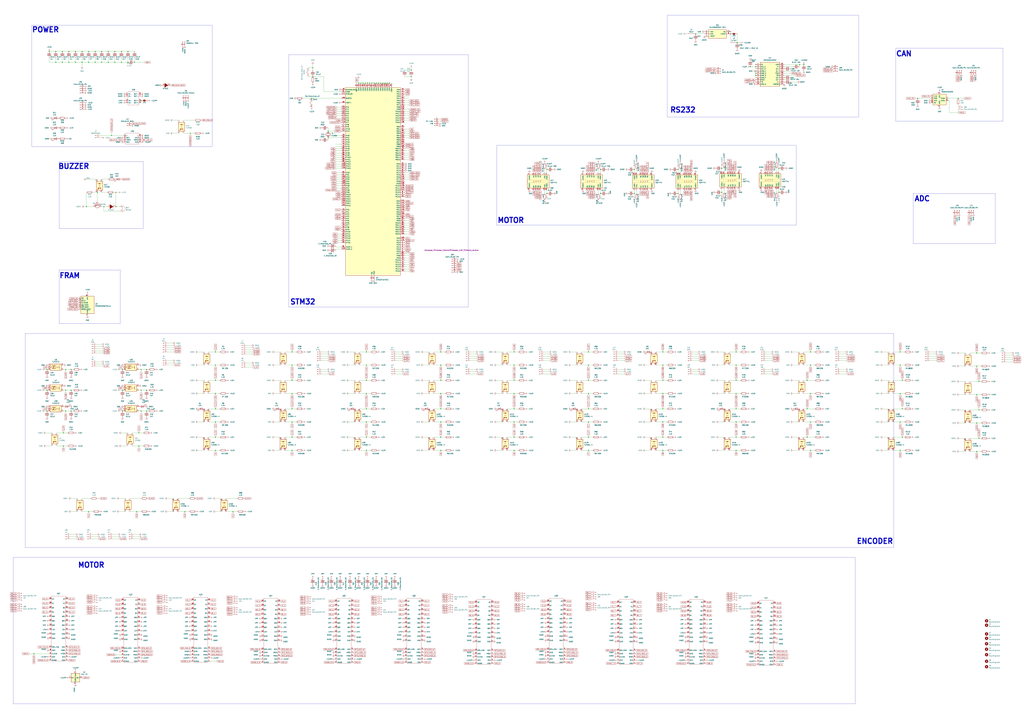
<source format=kicad_sch>
(kicad_sch (version 20231120) (generator "eeschema") (generator_version "8.0")
  (paper "A0")
  (lib_symbols
    (symbol "ADM3251EARWZ:ADM3251EARWZ"
      (property "Reference" "IC" (at 29.21 7.62 0))
      (property "Value" "ADM3251EARWZ" (at 29.21 5.08 0))
      (symbol "ADM3251EARWZ_1_1"
        (pin no_connect line (at 0 0 0) (length 5.08) (name "NC") (number "1"))
        (pin passive line (at 0 -22.86 0) (length 5.08) (name "GND_5") (number "10"))
        (pin passive line (at 33.02 -22.86 180) (length 5.08) (name "GNDISO") (number "11"))
        (pin passive line (at 33.02 -20.32 180) (length 5.08) (name "V-") (number "12"))
        (pin passive line (at 33.02 -17.78 180) (length 5.08) (name "C2-") (number "13"))
        (pin passive line (at 33.02 -15.24 180) (length 5.08) (name "C2+") (number "14"))
        (pin passive line (at 33.02 -12.7 180) (length 5.08) (name "RIN") (number "15"))
        (pin passive line (at 33.02 -10.16 180) (length 5.08) (name "TOUT") (number "16"))
        (pin passive line (at 33.02 -7.62 180) (length 5.08) (name "C1-") (number "17"))
        (pin passive line (at 33.02 -5.08 180) (length 5.08) (name "C1+") (number "18"))
        (pin passive line (at 33.02 -2.54 180) (length 5.08) (name "V+") (number "19"))
        (pin passive line (at 0 -2.54 0) (length 5.08) (name "VCC_1") (number "2"))
        (pin passive line (at 33.02 0 180) (length 5.08) (name "VISO") (number "20"))
        (pin passive line (at 0 -5.08 0) (length 5.08) (name "VCC_2") (number "3"))
        (pin passive line (at 0 -7.62 0) (length 5.08) (name "GND_1") (number "4"))
        (pin passive line (at 0 -10.16 0) (length 5.08) (name "GND_2") (number "5"))
        (pin passive line (at 0 -12.7 0) (length 5.08) (name "GND_3") (number "6"))
        (pin passive line (at 0 -15.24 0) (length 5.08) (name "GND_4") (number "7"))
        (pin passive line (at 0 -17.78 0) (length 5.08) (name "ROUT") (number "8"))
        (pin passive line (at 0 -20.32 0) (length 5.08) (name "TIN") (number "9"))
      )
    )
    (symbol "ADS8321E_250:ADS8321E_250"
      (property "Reference" "IC" (at 29.21 7.62 0))
      (property "Value" "ADS8321E_250" (at 29.21 5.08 0))
      (symbol "ADS8321E_250_1_1"
        (pin passive line (at 0 0 0) (length 5.08) (name "VREF") (number "1"))
        (pin passive line (at 0 -2.54 0) (length 5.08) (name "+IN") (number "2"))
        (pin passive line (at 0 -5.08 0) (length 5.08) (name "-IN") (number "3"))
        (pin passive line (at 0 -7.62 0) (length 5.08) (name "GND") (number "4"))
        (pin passive line (at 33.02 -7.62 180) (length 5.08) (name "~{CS}/SHDN") (number "5"))
        (pin passive line (at 33.02 -5.08 180) (length 5.08) (name "DOUT") (number "6"))
        (pin passive line (at 33.02 -2.54 180) (length 5.08) (name "DCLOCK") (number "7"))
        (pin passive line (at 33.02 0 180) (length 5.08) (name "+VCC") (number "8"))
      )
    )
    (symbol "Amplifier_Operational:NCS2325DM" (pin_names (offset 0.127))
      (property "Reference" "U" (at 2.54 6.35 0))
      (property "Value" "NCS2325DM" (at 2.54 3.81 0))
      (symbol "NCS2325DM_1_1"
        (pin output line (at 7.62 0 180) (length 2.54) (name "~") (number "1"))
        (pin input line (at -7.62 -2.54 0) (length 2.54) (name "-") (number "2"))
        (pin input line (at -7.62 2.54 0) (length 2.54) (name "+") (number "3"))
      )
      (symbol "NCS2325DM_2_1"
        (pin input line (at -7.62 2.54 0) (length 2.54) (name "+") (number "5"))
        (pin input line (at -7.62 -2.54 0) (length 2.54) (name "-") (number "6"))
        (pin output line (at 7.62 0 180) (length 2.54) (name "~") (number "7"))
      )
      (symbol "NCS2325DM_3_1"
        (pin power_in line (at 0 -7.62 90) (length 3.81) (name "V-") (number "4"))
        (pin power_in line (at 0 7.62 270) (length 3.81) (name "V+") (number "8"))
      )
    )
    (symbol "Connector:Conn_01x02_Pin" (pin_names (offset 1.016) hide)
      (property "Reference" "J" (at 0 2.54 0))
      (property "Value" "Conn_01x02_Pin" (at 0 -5.08 0))
      (symbol "Conn_01x02_Pin_1_1"
        (pin passive line (at 5.08 0 180) (length 3.81) (name "Pin_1") (number "1"))
        (pin passive line (at 5.08 -2.54 180) (length 3.81) (name "Pin_2") (number "2"))
      )
    )
    (symbol "Connector:Conn_01x03_Female" (pin_names (offset 1.016) hide)
      (property "Reference" "J" (at 0 5.08 0))
      (property "Value" "Conn_01x03_Female" (at 0 -5.08 0))
      (symbol "Conn_01x03_Female_1_1"
        (pin passive line (at -5.08 2.54 0) (length 3.81) (name "Pin_1") (number "1"))
        (pin passive line (at -5.08 0 0) (length 3.81) (name "Pin_2") (number "2"))
        (pin passive line (at -5.08 -2.54 0) (length 3.81) (name "Pin_3") (number "3"))
      )
    )
    (symbol "Connector:Conn_01x03_Pin" (pin_names (offset 1.016) hide)
      (property "Reference" "J" (at 0 5.08 0))
      (property "Value" "Conn_01x03_Pin" (at 0 -5.08 0))
      (symbol "Conn_01x03_Pin_1_1"
        (pin passive line (at 5.08 2.54 180) (length 3.81) (name "Pin_1") (number "1"))
        (pin passive line (at 5.08 0 180) (length 3.81) (name "Pin_2") (number "2"))
        (pin passive line (at 5.08 -2.54 180) (length 3.81) (name "Pin_3") (number "3"))
      )
    )
    (symbol "Connector:Conn_01x04_Male" (pin_names (offset 1.016) hide)
      (property "Reference" "J" (at 0 5.08 0))
      (property "Value" "Conn_01x04_Male" (at 0 -7.62 0))
      (symbol "Conn_01x04_Male_1_1"
        (pin passive line (at 5.08 2.54 180) (length 3.81) (name "Pin_1") (number "1"))
        (pin passive line (at 5.08 0 180) (length 3.81) (name "Pin_2") (number "2"))
        (pin passive line (at 5.08 -2.54 180) (length 3.81) (name "Pin_3") (number "3"))
        (pin passive line (at 5.08 -5.08 180) (length 3.81) (name "Pin_4") (number "4"))
      )
    )
    (symbol "Connector:Conn_01x04_Pin" (pin_names (offset 1.016) hide)
      (property "Reference" "J" (at 0 5.08 0))
      (property "Value" "Conn_01x04_Pin" (at 0 -7.62 0))
      (symbol "Conn_01x04_Pin_1_1"
        (pin passive line (at 5.08 2.54 180) (length 3.81) (name "Pin_1") (number "1"))
        (pin passive line (at 5.08 0 180) (length 3.81) (name "Pin_2") (number "2"))
        (pin passive line (at 5.08 -2.54 180) (length 3.81) (name "Pin_3") (number "3"))
        (pin passive line (at 5.08 -5.08 180) (length 3.81) (name "Pin_4") (number "4"))
      )
    )
    (symbol "Connector:Conn_01x05_Pin" (pin_names (offset 1.016) hide)
      (property "Reference" "J" (at 0 7.62 0))
      (property "Value" "Conn_01x05_Pin" (at 0 -7.62 0))
      (symbol "Conn_01x05_Pin_1_1"
        (pin passive line (at 5.08 5.08 180) (length 3.81) (name "Pin_1") (number "1"))
        (pin passive line (at 5.08 2.54 180) (length 3.81) (name "Pin_2") (number "2"))
        (pin passive line (at 5.08 0 180) (length 3.81) (name "Pin_3") (number "3"))
        (pin passive line (at 5.08 -2.54 180) (length 3.81) (name "Pin_4") (number "4"))
        (pin passive line (at 5.08 -5.08 180) (length 3.81) (name "Pin_5") (number "5"))
      )
    )
    (symbol "Connector:Conn_01x05_Socket" (pin_names (offset 1.016) hide)
      (property "Reference" "J" (at 0 7.62 0))
      (property "Value" "Conn_01x05_Socket" (at 0 -7.62 0))
      (symbol "Conn_01x05_Socket_1_1"
        (pin passive line (at -5.08 5.08 0) (length 3.81) (name "Pin_1") (number "1"))
        (pin passive line (at -5.08 2.54 0) (length 3.81) (name "Pin_2") (number "2"))
        (pin passive line (at -5.08 0 0) (length 3.81) (name "Pin_3") (number "3"))
        (pin passive line (at -5.08 -2.54 0) (length 3.81) (name "Pin_4") (number "4"))
        (pin passive line (at -5.08 -5.08 0) (length 3.81) (name "Pin_5") (number "5"))
      )
    )
    (symbol "Connector:Conn_01x07_Pin" (pin_names (offset 1.016) hide)
      (property "Reference" "J" (at 0 10.16 0))
      (property "Value" "Conn_01x07_Pin" (at 0 -10.16 0))
      (symbol "Conn_01x07_Pin_1_1"
        (pin passive line (at 5.08 7.62 180) (length 3.81) (name "Pin_1") (number "1"))
        (pin passive line (at 5.08 5.08 180) (length 3.81) (name "Pin_2") (number "2"))
        (pin passive line (at 5.08 2.54 180) (length 3.81) (name "Pin_3") (number "3"))
        (pin passive line (at 5.08 0 180) (length 3.81) (name "Pin_4") (number "4"))
        (pin passive line (at 5.08 -2.54 180) (length 3.81) (name "Pin_5") (number "5"))
        (pin passive line (at 5.08 -5.08 180) (length 3.81) (name "Pin_6") (number "6"))
        (pin passive line (at 5.08 -7.62 180) (length 3.81) (name "Pin_7") (number "7"))
      )
    )
    (symbol "Device:Buzzer" (pin_names (offset 0.0254) hide)
      (property "Reference" "BZ" (at 3.81 1.27 0))
      (property "Value" "Buzzer" (at 3.81 -1.27 0))
      (symbol "Buzzer_1_1"
        (pin passive line (at -2.54 2.54 0) (length 2.54) (name "+") (number "1"))
        (pin passive line (at -2.54 -2.54 0) (length 2.54) (name "-") (number "2"))
      )
    )
    (symbol "Device:C" (pin_numbers hide) (pin_names (offset 0.254))
      (property "Reference" "C" (at 0.635 2.54 0))
      (property "Value" "C" (at 0.635 -2.54 0))
      (symbol "C_1_1"
        (pin passive line (at 0 3.81 270) (length 2.794) (name "~") (number "1"))
        (pin passive line (at 0 -3.81 90) (length 2.794) (name "~") (number "2"))
      )
    )
    (symbol "Device:C_Polarized_US" (pin_numbers hide) (pin_names (offset 0.254) hide)
      (property "Reference" "C" (at 0.635 2.54 0))
      (property "Value" "C_Polarized_US" (at 0.635 -2.54 0))
      (symbol "C_Polarized_US_1_1"
        (pin passive line (at 0 3.81 270) (length 2.794) (name "~") (number "1"))
        (pin passive line (at 0 -3.81 90) (length 3.302) (name "~") (number "2"))
      )
    )
    (symbol "Device:Crystal" (pin_numbers hide) (pin_names (offset 1.016) hide)
      (property "Reference" "Y" (at 0 3.81 0))
      (property "Value" "Crystal" (at 0 -3.81 0))
      (symbol "Crystal_1_1"
        (pin passive line (at -3.81 0 0) (length 1.27) (name "1") (number "1"))
        (pin passive line (at 3.81 0 180) (length 1.27) (name "2") (number "2"))
      )
    )
    (symbol "Device:FerriteBead" (pin_numbers hide) (pin_names (offset 0))
      (property "Reference" "FB" (at -3.81 0.635 90))
      (property "Value" "FerriteBead" (at 3.81 0 90))
      (symbol "FerriteBead_1_1"
        (pin passive line (at 0 3.81 270) (length 2.54) (name "~") (number "1"))
        (pin passive line (at 0 -3.81 90) (length 2.54) (name "~") (number "2"))
      )
    )
    (symbol "Device:L" (pin_numbers hide) (pin_names (offset 1.016) hide)
      (property "Reference" "L" (at -1.27 0 90))
      (property "Value" "L" (at 1.905 0 90))
      (symbol "L_1_1"
        (pin passive line (at 0 3.81 270) (length 1.27) (name "1") (number "1"))
        (pin passive line (at 0 -3.81 90) (length 1.27) (name "2") (number "2"))
      )
    )
    (symbol "Device:LED" (pin_numbers hide) (pin_names (offset 1.016) hide)
      (property "Reference" "D" (at 0 2.54 0))
      (property "Value" "LED" (at 0 -2.54 0))
      (symbol "LED_1_1"
        (pin passive line (at -3.81 0 0) (length 2.54) (name "K") (number "1"))
        (pin passive line (at 3.81 0 180) (length 2.54) (name "A") (number "2"))
      )
    )
    (symbol "Device:R" (pin_numbers hide) (pin_names (offset 0))
      (property "Reference" "R" (at 2.032 0 90))
      (property "Value" "R" (at 0 0 90))
      (symbol "R_1_1"
        (pin passive line (at 0 3.81 270) (length 1.27) (name "~") (number "1"))
        (pin passive line (at 0 -3.81 90) (length 1.27) (name "~") (number "2"))
      )
    )
    (symbol "Interface_CAN_LIN:SN65HVD230" (pin_names (offset 1.016))
      (property "Reference" "U4" (at 2.1941 10.16 0))
      (property "Value" "SN65HVD232D" (at 2.1941 7.62 0))
      (symbol "SN65HVD230_1_1"
        (pin input line (at -10.16 2.54 0) (length 2.54) (name "TXD") (number "1"))
        (pin power_in line (at 0 -10.16 90) (length 2.54) (name "GND") (number "2"))
        (pin power_in line (at 0 7.62 270) (length 2.54) (name "VCC") (number "3"))
        (pin output line (at -10.16 0 0) (length 2.54) (name "RXD") (number "4"))
        (pin output line (at -10.16 -2.54 0) (length 2.54) (name "Vref") (number "5"))
        (pin bidirectional line (at 10.16 -2.54 180) (length 2.54) (name "CANL") (number "6"))
        (pin bidirectional line (at 10.16 0 180) (length 2.54) (name "CANH") (number "7"))
        (pin input line (at -10.16 -5.08 0) (length 2.54) (name "Rs") (number "8"))
      )
    )
    (symbol "Isolator:Si8641BC-B-IS1"
      (property "Reference" "U" (at 0 15.875 0))
      (property "Value" "Si8641BC-B-IS1" (at 0 13.97 0))
      (symbol "Si8641BC-B-IS1_1_1"
        (pin power_in line (at -10.16 10.16 0) (length 2.54) (name "VDD1") (number "1"))
        (pin input line (at 10.16 7.62 180) (length 2.54) (name "EN2") (number "10"))
        (pin input line (at 10.16 -5.08 180) (length 2.54) (name "B4") (number "11"))
        (pin output line (at 10.16 -2.54 180) (length 2.54) (name "B3") (number "12"))
        (pin output line (at 10.16 0 180) (length 2.54) (name "B2") (number "13"))
        (pin output line (at 10.16 2.54 180) (length 2.54) (name "B1") (number "14"))
        (pin power_in line (at 10.16 -10.16 180) (length 2.54) (name "GND2") (number "15"))
        (pin power_in line (at 10.16 10.16 180) (length 2.54) (name "VDD2") (number "16"))
        (pin power_in line (at -10.16 -10.16 0) (length 2.54) (name "GND1") (number "2"))
        (pin input line (at -10.16 2.54 0) (length 2.54) (name "A1") (number "3"))
        (pin input line (at -10.16 0 0) (length 2.54) (name "A2") (number "4"))
        (pin input line (at -10.16 -2.54 0) (length 2.54) (name "A3") (number "5"))
        (pin output line (at -10.16 -5.08 0) (length 2.54) (name "A4") (number "6"))
        (pin input line (at -10.16 7.62 0) (length 2.54) (name "EN1") (number "7"))
        (pin passive line (at -10.16 -10.16 0) (length 2.54) hide (name "GND1") (number "8"))
        (pin passive line (at 10.16 -10.16 180) (length 2.54) hide (name "GND2") (number "9"))
      )
    )
    (symbol "Isolator:TLP291"
      (property "Reference" "U" (at -5.08 5.08 0))
      (property "Value" "TLP291" (at 0 5.08 0))
      (symbol "TLP291_1_1"
        (pin passive line (at -7.62 2.54 0) (length 2.54) (name "~") (number "1"))
        (pin passive line (at -7.62 -2.54 0) (length 2.54) (name "~") (number "2"))
        (pin passive line (at 7.62 -2.54 180) (length 2.54) (name "~") (number "3"))
        (pin passive line (at 7.62 2.54 180) (length 2.54) (name "~") (number "4"))
      )
    )
    (symbol "Isolator:TLP291-4"
      (property "Reference" "U" (at -5.08 5.08 0))
      (property "Value" "TLP291-4" (at 0 5.08 0))
      (symbol "TLP291-4_1_1"
        (pin passive line (at -7.62 2.54 0) (length 2.54) (name "~") (number "1"))
        (pin passive line (at 7.62 -2.54 180) (length 2.54) (name "~") (number "15"))
        (pin passive line (at 7.62 2.54 180) (length 2.54) (name "~") (number "16"))
        (pin passive line (at -7.62 -2.54 0) (length 2.54) (name "~") (number "2"))
      )
      (symbol "TLP291-4_2_1"
        (pin passive line (at 7.62 -2.54 180) (length 2.54) (name "~") (number "13"))
        (pin passive line (at 7.62 2.54 180) (length 2.54) (name "~") (number "14"))
        (pin passive line (at -7.62 2.54 0) (length 2.54) (name "~") (number "3"))
        (pin passive line (at -7.62 -2.54 0) (length 2.54) (name "~") (number "4"))
      )
      (symbol "TLP291-4_3_1"
        (pin passive line (at 7.62 -2.54 180) (length 2.54) (name "~") (number "11"))
        (pin passive line (at 7.62 2.54 180) (length 2.54) (name "~") (number "12"))
        (pin passive line (at -7.62 2.54 0) (length 2.54) (name "~") (number "5"))
        (pin passive line (at -7.62 -2.54 0) (length 2.54) (name "~") (number "6"))
      )
      (symbol "TLP291-4_4_1"
        (pin passive line (at 7.62 2.54 180) (length 2.54) (name "~") (number "10"))
        (pin passive line (at -7.62 2.54 0) (length 2.54) (name "~") (number "7"))
        (pin passive line (at -7.62 -2.54 0) (length 2.54) (name "~") (number "8"))
        (pin passive line (at 7.62 -2.54 180) (length 2.54) (name "~") (number "9"))
      )
    )
    (symbol "Jumper:SolderJumper_2_Open" (pin_numbers hide) (pin_names (offset 0) hide) (exclude_from_sim yes) (in_bom no)
      (property "Reference" "JP" (at 0 2.032 0))
      (property "Value" "SolderJumper_2_Open" (at 0 -2.54 0))
      (symbol "SolderJumper_2_Open_1_1"
        (pin passive line (at -3.81 0 0) (length 2.54) (name "A") (number "1"))
        (pin passive line (at 3.81 0 180) (length 2.54) (name "B") (number "2"))
      )
    )
    (symbol "MCU_ST_STM32F4:STM32F407IGTx"
      (property "Reference" "U" (at -30.48 110.49 0))
      (property "Value" "STM32F407IGTx" (at 25.4 110.49 0))
      (symbol "STM32F407IGTx_1_1"
        (pin bidirectional line (at 38.1 -71.12 180) (length 5.08) (name "PE2") (number "1"))
        (pin bidirectional line (at 38.1 -17.78 180) (length 5.08) (name "PC15") (number "10"))
        (pin bidirectional line (at 38.1 -53.34 180) (length 5.08) (name "PD12") (number "100"))
        (pin bidirectional line (at 38.1 -55.88 180) (length 5.08) (name "PD13") (number "101"))
        (pin passive line (at 0 -114.3 90) (length 5.08) hide (name "VSS") (number "102"))
        (pin power_in line (at 5.08 114.3 270) (length 5.08) (name "VDD") (number "103"))
        (pin bidirectional line (at 38.1 -58.42 180) (length 5.08) (name "PD14") (number "104"))
        (pin bidirectional line (at 38.1 -60.96 180) (length 5.08) (name "PD15") (number "105"))
        (pin bidirectional line (at -35.56 5.08 0) (length 5.08) (name "PG2") (number "106"))
        (pin bidirectional line (at -35.56 2.54 0) (length 5.08) (name "PG3") (number "107"))
        (pin bidirectional line (at -35.56 0 0) (length 5.08) (name "PG4") (number "108"))
        (pin bidirectional line (at -35.56 -2.54 0) (length 5.08) (name "PG5") (number "109"))
        (pin bidirectional line (at -35.56 63.5 0) (length 5.08) (name "PI9") (number "11"))
        (pin bidirectional line (at -35.56 -5.08 0) (length 5.08) (name "PG6") (number "110"))
        (pin bidirectional line (at -35.56 -7.62 0) (length 5.08) (name "PG7") (number "111"))
        (pin bidirectional line (at -35.56 -10.16 0) (length 5.08) (name "PG8") (number "112"))
        (pin passive line (at 0 -114.3 90) (length 5.08) hide (name "VSS") (number "113"))
        (pin power_in line (at 7.62 114.3 270) (length 5.08) (name "VDD") (number "114"))
        (pin bidirectional line (at 38.1 5.08 180) (length 5.08) (name "PC6") (number "115"))
        (pin bidirectional line (at 38.1 2.54 180) (length 5.08) (name "PC7") (number "116"))
        (pin bidirectional line (at 38.1 0 180) (length 5.08) (name "PC8") (number "117"))
        (pin bidirectional line (at 38.1 -2.54 180) (length 5.08) (name "PC9") (number "118"))
        (pin bidirectional line (at 38.1 86.36 180) (length 5.08) (name "PA8") (number "119"))
        (pin bidirectional line (at -35.56 60.96 0) (length 5.08) (name "PI10") (number "12"))
        (pin bidirectional line (at 38.1 83.82 180) (length 5.08) (name "PA9") (number "120"))
        (pin bidirectional line (at 38.1 81.28 180) (length 5.08) (name "PA10") (number "121"))
        (pin bidirectional line (at 38.1 78.74 180) (length 5.08) (name "PA11") (number "122"))
        (pin bidirectional line (at 38.1 76.2 180) (length 5.08) (name "PA12") (number "123"))
        (pin bidirectional line (at 38.1 73.66 180) (length 5.08) (name "PA13") (number "124"))
        (pin power_out line (at -35.56 -78.74 0) (length 5.08) (name "VCAP_2") (number "125"))
        (pin passive line (at 0 -114.3 90) (length 5.08) hide (name "VSS") (number "126"))
        (pin power_in line (at 10.16 114.3 270) (length 5.08) (name "VDD") (number "127"))
        (pin bidirectional line (at -35.56 20.32 0) (length 5.08) (name "PH13") (number "128"))
        (pin bidirectional line (at -35.56 17.78 0) (length 5.08) (name "PH14") (number "129"))
        (pin bidirectional line (at -35.56 58.42 0) (length 5.08) (name "PI11") (number "13"))
        (pin bidirectional line (at -35.56 15.24 0) (length 5.08) (name "PH15") (number "130"))
        (pin bidirectional line (at -35.56 86.36 0) (length 5.08) (name "PI0") (number "131"))
        (pin bidirectional line (at -35.56 83.82 0) (length 5.08) (name "PI1") (number "132"))
        (pin bidirectional line (at -35.56 81.28 0) (length 5.08) (name "PI2") (number "133"))
        (pin bidirectional line (at -35.56 78.74 0) (length 5.08) (name "PI3") (number "134"))
        (pin passive line (at 0 -114.3 90) (length 5.08) hide (name "VSS") (number "135"))
        (pin power_in line (at 12.7 114.3 270) (length 5.08) (name "VDD") (number "136"))
        (pin bidirectional line (at 38.1 71.12 180) (length 5.08) (name "PA14") (number "137"))
        (pin bidirectional line (at 38.1 68.58 180) (length 5.08) (name "PA15") (number "138"))
        (pin bidirectional line (at 38.1 -5.08 180) (length 5.08) (name "PC10") (number "139"))
        (pin power_in line (at 0 -114.3 90) (length 5.08) (name "VSS") (number "14"))
        (pin bidirectional line (at 38.1 -7.62 180) (length 5.08) (name "PC11") (number "140"))
        (pin bidirectional line (at 38.1 -10.16 180) (length 5.08) (name "PC12") (number "141"))
        (pin bidirectional line (at 38.1 -22.86 180) (length 5.08) (name "PD0") (number "142"))
        (pin bidirectional line (at 38.1 -25.4 180) (length 5.08) (name "PD1") (number "143"))
        (pin bidirectional line (at 38.1 -27.94 180) (length 5.08) (name "PD2") (number "144"))
        (pin bidirectional line (at 38.1 -30.48 180) (length 5.08) (name "PD3") (number "145"))
        (pin bidirectional line (at 38.1 -33.02 180) (length 5.08) (name "PD4") (number "146"))
        (pin bidirectional line (at 38.1 -35.56 180) (length 5.08) (name "PD5") (number "147"))
        (pin passive line (at 0 -114.3 90) (length 5.08) hide (name "VSS") (number "148"))
        (pin power_in line (at 15.24 114.3 270) (length 5.08) (name "VDD") (number "149"))
        (pin power_in line (at -15.24 114.3 270) (length 5.08) (name "VDD") (number "15"))
        (pin bidirectional line (at 38.1 -38.1 180) (length 5.08) (name "PD6") (number "150"))
        (pin bidirectional line (at 38.1 -40.64 180) (length 5.08) (name "PD7") (number "151"))
        (pin bidirectional line (at -35.56 -12.7 0) (length 5.08) (name "PG9") (number "152"))
        (pin bidirectional line (at -35.56 -15.24 0) (length 5.08) (name "PG10") (number "153"))
        (pin bidirectional line (at -35.56 -17.78 0) (length 5.08) (name "PG11") (number "154"))
        (pin bidirectional line (at -35.56 -20.32 0) (length 5.08) (name "PG12") (number "155"))
        (pin bidirectional line (at -35.56 -22.86 0) (length 5.08) (name "PG13") (number "156"))
        (pin bidirectional line (at -35.56 -25.4 0) (length 5.08) (name "PG14") (number "157"))
        (pin passive line (at 0 -114.3 90) (length 5.08) hide (name "VSS") (number "158"))
        (pin power_in line (at 17.78 114.3 270) (length 5.08) (name "VDD") (number "159"))
        (pin bidirectional line (at -35.56 -33.02 0) (length 5.08) (name "PF0") (number "16"))
        (pin bidirectional line (at -35.56 -27.94 0) (length 5.08) (name "PG15") (number "160"))
        (pin bidirectional line (at 38.1 55.88 180) (length 5.08) (name "PB3") (number "161"))
        (pin bidirectional line (at 38.1 53.34 180) (length 5.08) (name "PB4") (number "162"))
        (pin bidirectional line (at 38.1 50.8 180) (length 5.08) (name "PB5") (number "163"))
        (pin bidirectional line (at 38.1 48.26 180) (length 5.08) (name "PB6") (number "164"))
        (pin bidirectional line (at 38.1 45.72 180) (length 5.08) (name "PB7") (number "165"))
        (pin input line (at -35.56 96.52 0) (length 5.08) (name "BOOT0") (number "166"))
        (pin bidirectional line (at 38.1 43.18 180) (length 5.08) (name "PB8") (number "167"))
        (pin bidirectional line (at 38.1 40.64 180) (length 5.08) (name "PB9") (number "168"))
        (pin bidirectional line (at 38.1 -66.04 180) (length 5.08) (name "PE0") (number "169"))
        (pin bidirectional line (at -35.56 -35.56 0) (length 5.08) (name "PF1") (number "17"))
        (pin bidirectional line (at 38.1 -68.58 180) (length 5.08) (name "PE1") (number "170"))
        (pin input line (at -35.56 101.6 0) (length 5.08) (name "PDR_ON") (number "171"))
        (pin power_in line (at 20.32 114.3 270) (length 5.08) (name "VDD") (number "172"))
        (pin bidirectional line (at -35.56 76.2 0) (length 5.08) (name "PI4") (number "173"))
        (pin bidirectional line (at -35.56 73.66 0) (length 5.08) (name "PI5") (number "174"))
        (pin bidirectional line (at -35.56 71.12 0) (length 5.08) (name "PI6") (number "175"))
        (pin bidirectional line (at -35.56 68.58 0) (length 5.08) (name "PI7") (number "176"))
        (pin bidirectional line (at -35.56 -38.1 0) (length 5.08) (name "PF2") (number "18"))
        (pin bidirectional line (at -35.56 -40.64 0) (length 5.08) (name "PF3") (number "19"))
        (pin bidirectional line (at 38.1 -73.66 180) (length 5.08) (name "PE3") (number "2"))
        (pin bidirectional line (at -35.56 -43.18 0) (length 5.08) (name "PF4") (number "20"))
        (pin bidirectional line (at -35.56 -45.72 0) (length 5.08) (name "PF5") (number "21"))
        (pin passive line (at 0 -114.3 90) (length 5.08) hide (name "VSS") (number "22"))
        (pin power_in line (at -12.7 114.3 270) (length 5.08) (name "VDD") (number "23"))
        (pin bidirectional line (at -35.56 -48.26 0) (length 5.08) (name "PF6") (number "24"))
        (pin bidirectional line (at -35.56 -50.8 0) (length 5.08) (name "PF7") (number "25"))
        (pin bidirectional line (at -35.56 -53.34 0) (length 5.08) (name "PF8") (number "26"))
        (pin bidirectional line (at -35.56 -55.88 0) (length 5.08) (name "PF9") (number "27"))
        (pin bidirectional line (at -35.56 -58.42 0) (length 5.08) (name "PF10") (number "28"))
        (pin bidirectional line (at -35.56 53.34 0) (length 5.08) (name "PH0") (number "29"))
        (pin bidirectional line (at 38.1 -76.2 180) (length 5.08) (name "PE4") (number "3"))
        (pin bidirectional line (at -35.56 50.8 0) (length 5.08) (name "PH1") (number "30"))
        (pin input line (at -35.56 104.14 0) (length 5.08) (name "NRST") (number "31"))
        (pin bidirectional line (at 38.1 20.32 180) (length 5.08) (name "PC0") (number "32"))
        (pin bidirectional line (at 38.1 17.78 180) (length 5.08) (name "PC1") (number "33"))
        (pin bidirectional line (at 38.1 15.24 180) (length 5.08) (name "PC2") (number "34"))
        (pin bidirectional line (at 38.1 12.7 180) (length 5.08) (name "PC3") (number "35"))
        (pin power_in line (at -10.16 114.3 270) (length 5.08) (name "VDD") (number "36"))
        (pin power_in line (at 2.54 -114.3 90) (length 5.08) (name "VSSA") (number "37"))
        (pin input line (at -35.56 91.44 0) (length 5.08) (name "VREF+") (number "38"))
        (pin power_in line (at 22.86 114.3 270) (length 5.08) (name "VDDA") (number "39"))
        (pin bidirectional line (at 38.1 -78.74 180) (length 5.08) (name "PE5") (number "4"))
        (pin bidirectional line (at 38.1 106.68 180) (length 5.08) (name "PA0") (number "40"))
        (pin bidirectional line (at 38.1 104.14 180) (length 5.08) (name "PA1") (number "41"))
        (pin bidirectional line (at 38.1 101.6 180) (length 5.08) (name "PA2") (number "42"))
        (pin bidirectional line (at -35.56 48.26 0) (length 5.08) (name "PH2") (number "43"))
        (pin bidirectional line (at -35.56 45.72 0) (length 5.08) (name "PH3") (number "44"))
        (pin bidirectional line (at -35.56 43.18 0) (length 5.08) (name "PH4") (number "45"))
        (pin bidirectional line (at -35.56 40.64 0) (length 5.08) (name "PH5") (number "46"))
        (pin bidirectional line (at 38.1 99.06 180) (length 5.08) (name "PA3") (number "47"))
        (pin input line (at -35.56 106.68 0) (length 5.08) (name "BYPASS_REG") (number "48"))
        (pin power_in line (at -7.62 114.3 270) (length 5.08) (name "VDD") (number "49"))
        (pin bidirectional line (at 38.1 -81.28 180) (length 5.08) (name "PE6") (number "5"))
        (pin bidirectional line (at 38.1 96.52 180) (length 5.08) (name "PA4") (number "50"))
        (pin bidirectional line (at 38.1 93.98 180) (length 5.08) (name "PA5") (number "51"))
        (pin bidirectional line (at 38.1 91.44 180) (length 5.08) (name "PA6") (number "52"))
        (pin bidirectional line (at 38.1 88.9 180) (length 5.08) (name "PA7") (number "53"))
        (pin bidirectional line (at 38.1 10.16 180) (length 5.08) (name "PC4") (number "54"))
        (pin bidirectional line (at 38.1 7.62 180) (length 5.08) (name "PC5") (number "55"))
        (pin bidirectional line (at 38.1 63.5 180) (length 5.08) (name "PB0") (number "56"))
        (pin bidirectional line (at 38.1 60.96 180) (length 5.08) (name "PB1") (number "57"))
        (pin bidirectional line (at 38.1 58.42 180) (length 5.08) (name "PB2") (number "58"))
        (pin bidirectional line (at -35.56 -60.96 0) (length 5.08) (name "PF11") (number "59"))
        (pin power_in line (at -17.78 114.3 270) (length 5.08) (name "VBAT") (number "6"))
        (pin bidirectional line (at -35.56 -63.5 0) (length 5.08) (name "PF12") (number "60"))
        (pin passive line (at 0 -114.3 90) (length 5.08) hide (name "VSS") (number "61"))
        (pin power_in line (at -5.08 114.3 270) (length 5.08) (name "VDD") (number "62"))
        (pin bidirectional line (at -35.56 -66.04 0) (length 5.08) (name "PF13") (number "63"))
        (pin bidirectional line (at -35.56 -68.58 0) (length 5.08) (name "PF14") (number "64"))
        (pin bidirectional line (at -35.56 -71.12 0) (length 5.08) (name "PF15") (number "65"))
        (pin bidirectional line (at -35.56 10.16 0) (length 5.08) (name "PG0") (number "66"))
        (pin bidirectional line (at -35.56 7.62 0) (length 5.08) (name "PG1") (number "67"))
        (pin bidirectional line (at 38.1 -83.82 180) (length 5.08) (name "PE7") (number "68"))
        (pin bidirectional line (at 38.1 -86.36 180) (length 5.08) (name "PE8") (number "69"))
        (pin bidirectional line (at -35.56 66.04 0) (length 5.08) (name "PI8") (number "7"))
        (pin bidirectional line (at 38.1 -88.9 180) (length 5.08) (name "PE9") (number "70"))
        (pin passive line (at 0 -114.3 90) (length 5.08) hide (name "VSS") (number "71"))
        (pin power_in line (at -2.54 114.3 270) (length 5.08) (name "VDD") (number "72"))
        (pin bidirectional line (at 38.1 -91.44 180) (length 5.08) (name "PE10") (number "73"))
        (pin bidirectional line (at 38.1 -93.98 180) (length 5.08) (name "PE11") (number "74"))
        (pin bidirectional line (at 38.1 -96.52 180) (length 5.08) (name "PE12") (number "75"))
        (pin bidirectional line (at 38.1 -99.06 180) (length 5.08) (name "PE13") (number "76"))
        (pin bidirectional line (at 38.1 -101.6 180) (length 5.08) (name "PE14") (number "77"))
        (pin bidirectional line (at 38.1 -104.14 180) (length 5.08) (name "PE15") (number "78"))
        (pin bidirectional line (at 38.1 38.1 180) (length 5.08) (name "PB10") (number "79"))
        (pin bidirectional line (at 38.1 -12.7 180) (length 5.08) (name "PC13") (number "8"))
        (pin bidirectional line (at 38.1 35.56 180) (length 5.08) (name "PB11") (number "80"))
        (pin power_out line (at -35.56 -76.2 0) (length 5.08) (name "VCAP_1") (number "81"))
        (pin power_in line (at 0 114.3 270) (length 5.08) (name "VDD") (number "82"))
        (pin bidirectional line (at -35.56 38.1 0) (length 5.08) (name "PH6") (number "83"))
        (pin bidirectional line (at -35.56 35.56 0) (length 5.08) (name "PH7") (number "84"))
        (pin bidirectional line (at -35.56 33.02 0) (length 5.08) (name "PH8") (number "85"))
        (pin bidirectional line (at -35.56 30.48 0) (length 5.08) (name "PH9") (number "86"))
        (pin bidirectional line (at -35.56 27.94 0) (length 5.08) (name "PH10") (number "87"))
        (pin bidirectional line (at -35.56 25.4 0) (length 5.08) (name "PH11") (number "88"))
        (pin bidirectional line (at -35.56 22.86 0) (length 5.08) (name "PH12") (number "89"))
        (pin bidirectional line (at 38.1 -15.24 180) (length 5.08) (name "PC14") (number "9"))
        (pin passive line (at 0 -114.3 90) (length 5.08) hide (name "VSS") (number "90"))
        (pin power_in line (at 2.54 114.3 270) (length 5.08) (name "VDD") (number "91"))
        (pin bidirectional line (at 38.1 33.02 180) (length 5.08) (name "PB12") (number "92"))
        (pin bidirectional line (at 38.1 30.48 180) (length 5.08) (name "PB13") (number "93"))
        (pin bidirectional line (at 38.1 27.94 180) (length 5.08) (name "PB14") (number "94"))
        (pin bidirectional line (at 38.1 25.4 180) (length 5.08) (name "PB15") (number "95"))
        (pin bidirectional line (at 38.1 -43.18 180) (length 5.08) (name "PD8") (number "96"))
        (pin bidirectional line (at 38.1 -45.72 180) (length 5.08) (name "PD9") (number "97"))
        (pin bidirectional line (at 38.1 -48.26 180) (length 5.08) (name "PD10") (number "98"))
        (pin bidirectional line (at 38.1 -50.8 180) (length 5.08) (name "PD11") (number "99"))
      )
    )
    (symbol "Mechanical:MountingHole" (pin_names (offset 1.016))
      (property "Reference" "H" (at 0 5.08 0))
      (property "Value" "MountingHole" (at 0 3.175 0))
    )
    (symbol "Memory_Flash:MX25R3235FM2xx1"
      (property "Reference" "U" (at -5.08 11.43 0))
      (property "Value" "MX25R3235FM2xx1" (at 11.43 11.43 0))
      (symbol "MX25R3235FM2xx1_1_1"
        (pin input line (at -10.16 7.62 0) (length 2.54) (name "~{CS}") (number "1"))
        (pin bidirectional line (at -10.16 0 0) (length 2.54) (name "SO/SIO1") (number "2"))
        (pin bidirectional line (at -10.16 -2.54 0) (length 2.54) (name "~{WP}/SIO2") (number "3"))
        (pin power_in line (at 0 -12.7 90) (length 2.54) (name "GND") (number "4"))
        (pin bidirectional line (at -10.16 2.54 0) (length 2.54) (name "SI/SIO0") (number "5"))
        (pin input line (at -10.16 5.08 0) (length 2.54) (name "SCLK") (number "6"))
        (pin bidirectional line (at -10.16 -5.08 0) (length 2.54) (name "~{HOLD}/SIO3") (number "7"))
        (pin power_in line (at 0 12.7 270) (length 2.54) (name "VCC") (number "8"))
      )
    )
    (symbol "NXJ1S0303MC-R13:NXJ1S0303MC-R13"
      (property "Reference" "PS" (at 26.67 7.62 0))
      (property "Value" "NXJ1S0303MC-R13" (at 26.67 5.08 0))
      (symbol "NXJ1S0303MC-R13_1_1"
        (pin passive line (at 0 0 0) (length 5.08) (name "-VIN") (number "1"))
        (pin no_connect line (at 30.48 0 180) (length 5.08) (name "NC") (number "14"))
        (pin passive line (at 0 -2.54 0) (length 5.08) (name "+VIN") (number "3"))
        (pin passive line (at 0 -5.08 0) (length 5.08) (name "-VOUT") (number "7"))
        (pin passive line (at 30.48 -2.54 180) (length 5.08) (name "+VOUT") (number "8"))
      )
    )
    (symbol "Oscillator:TXC-7C" (pin_names (offset 0.254))
      (property "Reference" "X" (at -5.08 6.35 0))
      (property "Value" "TXC-7C" (at 1.27 -6.35 0))
      (symbol "TXC-7C_1_1"
        (pin input line (at -7.62 0 0) (length 2.54) (name "EN") (number "1"))
        (pin power_in line (at 0 -7.62 90) (length 2.54) (name "GND") (number "2"))
        (pin output line (at 7.62 0 180) (length 2.54) (name "OUT") (number "3"))
        (pin power_in line (at 0 7.62 270) (length 2.54) (name "Vdd") (number "4"))
      )
    )
    (symbol "Regulator_Linear:MIC5205-5.0YM5" (pin_names (offset 0.254))
      (property "Reference" "U" (at -3.81 5.715 0))
      (property "Value" "MIC5205-5.0YM5" (at 0 5.715 0))
      (symbol "MIC5205-5.0YM5_1_1"
        (pin power_in line (at -7.62 2.54 0) (length 2.54) (name "IN") (number "1"))
        (pin power_in line (at 0 -7.62 90) (length 2.54) (name "GND") (number "2"))
        (pin input line (at -7.62 0 0) (length 2.54) (name "EN") (number "3"))
        (pin input line (at 7.62 0 180) (length 2.54) (name "BP") (number "4"))
        (pin power_out line (at 7.62 2.54 180) (length 2.54) (name "OUT") (number "5"))
      )
    )
    (symbol "Switch:SW_Push_Dual_x2" (pin_names (offset 1.016) hide)
      (property "Reference" "SW" (at 1.27 2.54 0))
      (property "Value" "SW_Push_Dual_x2" (at 0 -1.524 0))
      (symbol "SW_Push_Dual_x2_1_1"
        (pin passive line (at -5.08 0 0) (length 2.54) (name "C") (number "1"))
        (pin passive line (at 5.08 0 180) (length 2.54) (name "D") (number "2"))
      )
      (symbol "SW_Push_Dual_x2_2_1"
        (pin passive line (at -5.08 0 0) (length 2.54) (name "C") (number "3"))
        (pin passive line (at 5.08 0 180) (length 2.54) (name "D") (number "4"))
      )
    )
    (symbol "TLP141G_2"
      (property "Reference" "U33" (at 1.27 -8.89 0))
      (property "Value" "TLP2372" (at 1.27 -6.35 0))
      (symbol "TLP141G_2_1_1"
        (pin passive line (at -7.62 2.54 0) (length 2.54) (name "~") (number "1"))
        (pin passive line (at -7.62 -2.54 0) (length 2.54) (name "~") (number "3"))
        (pin passive line (at 10.16 -2.54 180) (length 2.54) (name "~") (number "4"))
        (pin passive line (at 10.16 0 180) (length 2.54) (name "~") (number "5"))
        (pin passive line (at 10.16 2.54 180) (length 2.54) (name "~") (number "6"))
      )
    )
    (symbol "Transistor_BJT:BCX56" (pin_names (offset 0) hide)
      (property "Reference" "Q" (at 5.08 1.905 0))
      (property "Value" "BCX56" (at 5.08 0 0))
      (symbol "BCX56_1_1"
        (pin input line (at -5.08 0 0) (length 5.715) (name "B") (number "1"))
        (pin passive line (at 2.54 5.08 270) (length 2.54) (name "C") (number "2"))
        (pin passive line (at 2.54 -5.08 90) (length 2.54) (name "E") (number "3"))
      )
    )
    (symbol "dcdcModule:D-SUN_STEPDOWN_CONVERTER"
      (property "Reference" "U" (at 0 2.54 0))
      (symbol "D-SUN_STEPDOWN_CONVERTER_1_1"
        (pin power_in line (at 0 0 0) (length 2.54) (name "IN-") (number "1"))
        (pin power_in line (at 0 -2.54 0) (length 2.54) (name "IN-") (number "2"))
        (pin power_in line (at 0 -7.62 0) (length 2.54) (name "IN+") (number "3"))
        (pin power_in line (at 0 -10.16 0) (length 2.54) (name "IN+") (number "4"))
        (pin power_out line (at 17.78 -10.16 180) (length 2.54) (name "OUT+") (number "5"))
        (pin power_out line (at 17.78 -7.62 180) (length 2.54) (name "OUT+") (number "6"))
        (pin power_out line (at 17.78 -2.54 180) (length 2.54) (name "OUT-") (number "7"))
        (pin power_out line (at 17.78 0 180) (length 2.54) (name "OUT-") (number "8"))
      )
    )
    (symbol "power:+12V" (power) (pin_names (offset 0))
      (property "Value" "+12V" (at 0 3.556 0))
      (symbol "+12V_1_1"
        (pin power_in line (at 0 0 90) (length 0) hide (name "+12V") (number "1"))
      )
    )
    (symbol "power:+24V" (power) (pin_names (offset 0))
      (property "Value" "+24V" (at 0 3.556 0))
      (symbol "+24V_1_1"
        (pin power_in line (at 0 0 90) (length 0) hide (name "+24V") (number "1"))
      )
    )
    (symbol "power:+3.3V" (power) (pin_names (offset 0))
      (property "Value" "+3.3V" (at 0 3.556 0))
      (symbol "+3.3V_1_1"
        (pin power_in line (at 0 0 90) (length 0) hide (name "+3.3V") (number "1"))
      )
    )
    (symbol "power:+3.3VP" (power) (pin_names (offset 0))
      (property "Value" "+3.3VP" (at 0 2.54 0))
      (symbol "+3.3VP_0_0"
        (pin power_in line (at 0 0 90) (length 0) hide (name "+3.3VP") (number "1"))
      )
    )
    (symbol "power:+5V" (power) (pin_names (offset 0))
      (property "Value" "+5V" (at 0 3.556 0))
      (symbol "+5V_1_1"
        (pin power_in line (at 0 0 90) (length 0) hide (name "+5V") (number "1"))
      )
    )
    (symbol "power:GND" (power) (pin_names (offset 0))
      (property "Value" "GND" (at 0 -3.81 0))
      (symbol "GND_1_1"
        (pin power_in line (at 0 0 270) (length 0) hide (name "GND") (number "1"))
      )
    )
    (symbol "power:GND1" (power) (pin_names (offset 0))
      (property "Value" "GND1" (at 0 -3.81 0))
      (symbol "GND1_1_1"
        (pin power_in line (at 0 0 270) (length 0) hide (name "GND1") (number "1"))
      )
    )
    (symbol "power:GND2" (power) (pin_names (offset 0))
      (property "Value" "GND2" (at 0 -3.81 0))
      (symbol "GND2_1_1"
        (pin power_in line (at 0 0 270) (length 0) hide (name "GND2") (number "1"))
      )
    )
    (symbol "power:GND3" (power) (pin_numbers hide) (pin_names (offset 0) hide)
      (property "Value" "GND3" (at 0 -3.81 0))
      (symbol "GND3_1_1"
        (pin power_in line (at 0 0 270) (length 0) (name "~") (number "1"))
      )
    )
    (symbol "power:GNDS" (power) (pin_names (offset 0))
      (property "Value" "GNDS" (at 0 -3.81 0))
      (symbol "GNDS_1_1"
        (pin power_in line (at 0 0 270) (length 0) hide (name "GNDS") (number "1"))
      )
    )
    (symbol "power:VPP" (power) (pin_names (offset 0))
      (property "Value" "VPP" (at 0 3.81 0))
      (symbol "VPP_1_1"
        (pin power_in line (at 0 0 90) (length 0) hide (name "VPP") (number "1"))
      )
    )
    (symbol "pspice:DIODE" (pin_names (offset 1.016) hide)
      (property "Reference" "D" (at 0 3.81 0))
      (property "Value" "DIODE" (at 0 -4.445 0))
      (symbol "DIODE_1_1"
        (pin input line (at -5.08 0 0) (length 3.81) (name "K") (number "1"))
        (pin input line (at 5.08 0 180) (length 3.81) (name "A") (number "2"))
      )
    )
    (symbol "relay:AGN20012"
      (property "Reference" "U" (at -3.302 10.16 0))
      (symbol "AGN20012_1_1"
        (pin power_in line (at -2.54 0 0) (length 2.54) (name "+") (number "1"))
        (pin power_in line (at -2.54 -2.54 0) (length 2.54) (name "NC1") (number "2"))
        (pin power_in line (at -2.54 -5.08 0) (length 2.54) (name "COM1") (number "3"))
        (pin power_in line (at -2.54 -7.62 0) (length 2.54) (name "NO1") (number "4"))
        (pin power_in line (at 17.78 -7.62 180) (length 2.54) (name "NO2") (number "5"))
        (pin power_in line (at 17.78 -5.08 180) (length 2.54) (name "COM2") (number "6"))
        (pin power_in line (at 17.78 -2.54 180) (length 2.54) (name "NC2") (number "7"))
        (pin power_in line (at 17.78 0 180) (length 2.54) (name "-") (number "8"))
      )
    )
    (symbol "tmc5160-adt_1"
      (property "Reference" "U26" (at -78.74 -8.255 90))
      (property "Value" "~" (at -77.47 -8.255 90))
      (symbol "tmc5160-adt_1_1_1"
        (pin power_in line (at -1.27 2.54 270) (length 2.54) (name "CSN") (number "1"))
        (pin power_in line (at -16.51 -19.05 90) (length 2.54) (name "DRV_ENN") (number "10"))
        (pin power_in line (at -26.67 2.54 270) (length 2.54) (name "GND") (number "11"))
        (pin power_in line (at -26.67 -19.05 90) (length 2.54) (name "GND") (number "12"))
        (pin power_in line (at -31.75 2.54 270) (length 2.54) (name "GND") (number "13"))
        (pin power_in line (at -31.75 -19.05 90) (length 2.54) (name "GND") (number "14"))
        (pin power_in line (at -36.83 2.54 270) (length 2.54) (name "12V") (number "15"))
        (pin power_in line (at -36.83 -19.05 90) (length 2.54) (name "12V") (number "16"))
        (pin power_in line (at -41.91 2.54 270) (length 2.54) (name "60V") (number "17"))
        (pin power_in line (at -41.91 -19.05 90) (length 2.54) (name "60V") (number "18"))
        (pin power_in line (at -46.99 2.54 270) (length 2.54) (name "60V") (number "19"))
        (pin power_in line (at -1.27 -19.05 90) (length 2.54) (name "DIAG0") (number "2"))
        (pin power_in line (at -46.99 -19.05 90) (length 2.54) (name "60V") (number "20"))
        (pin power_in line (at -52.07 2.54 270) (length 2.54) (name "60V") (number "21"))
        (pin power_in line (at -52.07 -19.05 90) (length 2.54) (name "60V") (number "22"))
        (pin power_in line (at -57.15 2.54 270) (length 2.54) (name "B1") (number "23"))
        (pin power_in line (at -57.15 -19.05 90) (length 2.54) (name "B1") (number "24"))
        (pin power_in line (at -62.23 2.54 270) (length 2.54) (name "B2") (number "25"))
        (pin power_in line (at -62.23 -19.05 90) (length 2.54) (name "B2") (number "26"))
        (pin power_in line (at -67.31 2.54 270) (length 2.54) (name "A1") (number "27"))
        (pin power_in line (at -67.31 -19.05 90) (length 2.54) (name "A1") (number "28"))
        (pin power_in line (at -72.39 2.54 270) (length 2.54) (name "A2") (number "29"))
        (pin power_in line (at -5.08 2.54 270) (length 2.54) (name "3V3") (number "3"))
        (pin power_in line (at -72.39 -19.05 90) (length 2.54) (name "A2") (number "30"))
        (pin power_in line (at -5.08 -19.05 90) (length 2.54) (name "3V3") (number "4"))
        (pin power_in line (at -8.89 2.54 270) (length 2.54) (name "MISO") (number "5"))
        (pin power_in line (at -8.89 -19.05 90) (length 2.54) (name "CLK16") (number "6"))
        (pin power_in line (at -12.7 2.54 270) (length 2.54) (name "MOSI") (number "7"))
        (pin power_in line (at -12.7 -19.05 90) (length 2.54) (name "GND") (number "8"))
        (pin power_in line (at -16.51 2.54 270) (length 2.54) (name "SCK") (number "9"))
      )
    )
    (symbol "tmc5160-adt_2"
      (property "Reference" "U25" (at -78.74 -8.255 90))
      (property "Value" "~" (at -77.47 -8.255 90))
      (symbol "tmc5160-adt_2_1_1"
        (pin power_in line (at -1.27 2.54 270) (length 2.54) (name "CSN") (number "1"))
        (pin power_in line (at -16.51 -19.05 90) (length 2.54) (name "DRV_ENN") (number "10"))
        (pin power_in line (at -26.67 2.54 270) (length 2.54) (name "GND") (number "11"))
        (pin power_in line (at -26.67 -19.05 90) (length 2.54) (name "GND") (number "12"))
        (pin power_in line (at -31.75 2.54 270) (length 2.54) (name "GND") (number "13"))
        (pin power_in line (at -31.75 -19.05 90) (length 2.54) (name "GND") (number "14"))
        (pin power_in line (at -36.83 2.54 270) (length 2.54) (name "12V") (number "15"))
        (pin power_in line (at -36.83 -19.05 90) (length 2.54) (name "12V") (number "16"))
        (pin power_in line (at -41.91 2.54 270) (length 2.54) (name "60V") (number "17"))
        (pin power_in line (at -41.91 -19.05 90) (length 2.54) (name "60V") (number "18"))
        (pin power_in line (at -46.99 2.54 270) (length 2.54) (name "60V") (number "19"))
        (pin power_in line (at -1.27 -19.05 90) (length 2.54) (name "DIAG0") (number "2"))
        (pin power_in line (at -46.99 -19.05 90) (length 2.54) (name "60V") (number "20"))
        (pin power_in line (at -52.07 2.54 270) (length 2.54) (name "60V") (number "21"))
        (pin power_in line (at -52.07 -19.05 90) (length 2.54) (name "60V") (number "22"))
        (pin power_in line (at -57.15 2.54 270) (length 2.54) (name "B1") (number "23"))
        (pin power_in line (at -57.15 -19.05 90) (length 2.54) (name "B1") (number "24"))
        (pin power_in line (at -62.23 2.54 270) (length 2.54) (name "B2") (number "25"))
        (pin power_in line (at -62.23 -19.05 90) (length 2.54) (name "B2") (number "26"))
        (pin power_in line (at -67.31 2.54 270) (length 2.54) (name "A1") (number "27"))
        (pin power_in line (at -67.31 -19.05 90) (length 2.54) (name "A1") (number "28"))
        (pin power_in line (at -72.39 2.54 270) (length 2.54) (name "A2") (number "29"))
        (pin power_in line (at -5.08 2.54 270) (length 2.54) (name "3V3") (number "3"))
        (pin power_in line (at -72.39 -19.05 90) (length 2.54) (name "A2") (number "30"))
        (pin power_in line (at -5.08 -19.05 90) (length 2.54) (name "3V3") (number "4"))
        (pin power_in line (at -8.89 2.54 270) (length 2.54) (name "MISO") (number "5"))
        (pin power_in line (at -8.89 -19.05 90) (length 2.54) (name "CLK16") (number "6"))
        (pin power_in line (at -12.7 2.54 270) (length 2.54) (name "MOSI") (number "7"))
        (pin power_in line (at -12.7 -19.05 90) (length 2.54) (name "GND") (number "8"))
        (pin power_in line (at -16.51 2.54 270) (length 2.54) (name "SCK") (number "9"))
      )
    )
  )
  (junction (at 619.76 -83.82))
  (junction (at 439.42 96.52))
  (junction (at 511.81 408.94))
  (junction (at 769.62 424.18))
  (junction (at 339.09 490.22))
  (junction (at 877.57 -99.06))
  (junction (at 854.71 508))
  (junction (at 161.29 518.16))
  (junction (at 1045.21 408.94))
  (junction (at 250.19 457.2))
  (junction (at 133.35 59.69))
  (junction (at 452.12 96.52))
  (junction (at 134.62 223.52))
  (junction (at 67.31 -80.01))
  (junction (at 477.52 81.28))
  (junction (at 87.63 59.69))
  (junction (at 769.62 457.2))
  (junction (at 434.34 96.52))
  (junction (at 854.71 441.96))
  (junction (at 339.09 408.94))
  (junction (at 250.19 474.98))
  (junction (at 843.28 -83.82))
  (junction (at 683.26 508))
  (junction (at 683.26 424.18))
  (junction (at 1047.75 441.96))
  (junction (at 647.7 -45.72))
  (junction (at 170.18 453.39))
  (junction (at 843.28 -53.34))
  (junction (at 425.45 474.98))
  (junction (at 64.77 72.39))
  (junction (at 941.07 457.2))
  (junction (at 736.6 224.79))
  (junction (at 596.9 474.98))
  (junction (at 685.8 -156.21))
  (junction (at 843.28 -45.72))
  (junction (at 163.83 477.52))
  (junction (at 854.71 424.18))
  (junction (at 843.28 -76.2))
  (junction (at 871.22 77.47))
  (junction (at 381 160.02))
  (junction (at 511.81 441.96))
  (junction (at 425.45 523.24))
  (junction (at 95.25 72.39))
  (junction (at 161.29 502.92))
  (junction (at 697.23 196.85))
  (junction (at 769.62 474.98))
  (junction (at 19.05 -93.98))
  (junction (at 836.93 -45.72))
  (junction (at 858.52 -45.72))
  (junction (at 836.93 -76.2))
  (junction (at 148.59 72.39))
  (junction (at 877.57 85.09))
  (junction (at 741.68 -87.63))
  (junction (at 220.98 154.94))
  (junction (at 1229.36 509.27))
  (junction (at 54.61 477.52))
  (junction (at 447.04 96.52))
  (junction (at 361.95 114.3))
  (junction (at 1045.21 457.2))
  (junction (at 129.54 157.48))
  (junction (at 1045.21 523.24))
  (junction (at 1226.82 458.47))
  (junction (at 163.83 116.84))
  (junction (at 877.57 82.55))
  (junction (at 54.61 453.39))
  (junction (at 80.01 72.39))
  (junction (at 937.26 474.98))
  (junction (at 339.09 523.24))
  (junction (at 622.3 -168.91))
  (junction (at 632.46 -59.69))
  (junction (at 1134.11 491.49))
  (junction (at 854.71 523.24))
  (junction (at 854.71 457.2))
  (junction (at 82.55 453.39))
  (junction (at 1226.82 491.49))
  (junction (at 854.71 408.94))
  (junction (at 100.33 240.03))
  (junction (at 854.71 474.98))
  (junction (at 39.37 759.46))
  (junction (at 596.9 490.22))
  (junction (at 163.83 429.26))
  (junction (at 838.2 223.52))
  (junction (at 140.97 72.39))
  (junction (at 626.11 -53.34))
  (junction (at 72.39 72.39))
  (junction (at 170.18 477.52))
  (junction (at 848.36 39.37))
  (junction (at 82.55 477.52))
  (junction (at 1112.52 114.3))
  (junction (at 619.76 -45.72))
  (junction (at 928.37 74.93))
  (junction (at 250.19 424.18))
  (junction (at 250.19 508))
  (junction (at 102.87 72.39))
  (junction (at 363.22 88.9))
  (junction (at 1226.82 524.51))
  (junction (at 904.24 195.58))
  (junction (at 736.6 196.85))
  (junction (at 787.4 224.79))
  (junction (at 594.36 -168.91))
  (junction (at 156.21 72.39))
  (junction (at 381 152.4))
  (junction (at 596.9 523.24))
  (junction (at 836.93 -83.82))
  (junction (at 511.81 490.22))
  (junction (at 941.07 523.24))
  (junction (at 73.66 502.92))
  (junction (at 511.81 508))
  (junction (at 425.45 441.96))
  (junction (at 683.26 490.22))
  (junction (at 830.58 -45.72))
  (junction (at 118.11 59.69))
  (junction (at 250.19 408.94))
  (junction (at 683.26 441.96))
  (junction (at 102.87 594.36))
  (junction (at 769.62 508))
  (junction (at 339.09 508))
  (junction (at 769.62 408.94))
  (junction (at 73.66 518.16))
  (junction (at 57.15 59.69))
  (junction (at 596.9 424.18))
  (junction (at 890.27 -106.68))
  (junction (at 1134.11 458.47))
  (junction (at 54.61 429.26))
  (junction (at 632.46 -71.12))
  (junction (at 1229.36 443.23))
  (junction (at 339.09 441.96))
  (junction (at 19.05 -81.28))
  (junction (at 937.26 441.96))
  (junction (at 429.26 96.52))
  (junction (at 647.7 -83.82))
  (junction (at 102.87 59.69))
  (junction (at 511.81 424.18))
  (junction (at 941.07 408.94))
  (junction (at 444.5 96.52))
  (junction (at 1226.82 425.45))
  (junction (at 511.81 523.24))
  (junction (at 626.11 -76.2))
  (junction (at 421.64 96.52))
  (junction (at 769.62 523.24))
  (junction (at 142.24 477.52))
  (junction (at 270.51 594.36))
  (junction (at 697.23 224.79))
  (junction (at 511.81 457.2))
  (junction (at 596.9 441.96))
  (junction (at 941.07 490.22))
  (junction (at 877.57 87.63))
  (junction (at 596.9 508))
  (junction (at 125.73 72.39))
  (junction (at 1045.21 424.18))
  (junction (at 666.75 -106.68))
  (junction (at 339.09 424.18))
  (junction (at 683.26 523.24))
  (junction (at 836.93 -53.34))
  (junction (at 424.18 96.52))
  (junction (at 436.88 96.52))
  (junction (at 425.45 408.94))
  (junction (at 110.49 59.69))
  (junction (at 635 224.79))
  (junction (at 449.58 96.52))
  (junction (at 140.97 59.69))
  (junction (at 657.86 -116.84))
  (junction (at 683.26 474.98))
  (junction (at 431.8 96.52))
  (junction (at 250.19 490.22))
  (junction (at 134.62 240.03))
  (junction (at 632.46 -83.82))
  (junction (at 425.45 457.2))
  (junction (at 854.71 490.22))
  (junction (at 363.22 78.74))
  (junction (at 1136.65 443.23))
  (junction (at 120.65 240.03))
  (junction (at 1047.75 474.98))
  (junction (at 419.1 96.52))
  (junction (at 425.45 490.22))
  (junction (at 425.45 508))
  (junction (at 632.46 -45.72))
  (junction (at 477.52 88.9))
  (junction (at 910.59 -116.84))
  (junction (at 87.63 72.39))
  (junction (at 82.55 429.26))
  (junction (at 76.2 453.39))
  (junction (at 858.52 -83.82))
  (junction (at 787.4 196.85))
  (junction (at 142.24 429.26))
  (junction (at 769.62 441.96))
  (junction (at 830.58 -83.82))
  (junction (at 511.81 474.98))
  (junction (at 64.77 59.69))
  (junction (at 683.26 408.94))
  (junction (at 699.77 -116.84))
  (junction (at 148.59 59.69))
  (junction (at 952.5 -87.63))
  (junction (at 944.88 -87.63))
  (junction (at 1226.82 410.21))
  (junction (at 142.24 453.39))
  (junction (at 666.75 -99.06))
  (junction (at 113.03 223.52))
  (junction (at 734.06 -87.63))
  (junction (at 838.2 195.58))
  (junction (at 250.19 441.96))
  (junction (at 877.57 -106.68))
  (junction (at 250.19 523.24))
  (junction (at 1134.11 410.21))
  (junction (at 1136.65 509.27))
  (junction (at 843.28 -71.12))
  (junction (at 125.73 59.69))
  (junction (at 339.09 474.98))
  (junction (at 1047.75 508))
  (junction (at 67.31 -92.71))
  (junction (at 441.96 96.52))
  (junction (at 933.45 74.93))
  (junction (at 76.2 429.26))
  (junction (at 596.9 408.94))
  (junction (at 214.63 594.36))
  (junction (at 1065.53 114.3))
  (junction (at 632.46 -76.2))
  (junction (at 679.45 -106.68))
  (junction (at 95.25 59.69))
  (junction (at 877.57 77.47))
  (junction (at 843.28 -59.69))
  (junction (at 76.2 477.52))
  (junction (at 133.35 72.39))
  (junction (at 941.07 424.18))
  (junction (at 626.11 -45.72))
  (junction (at 1136.65 476.25))
  (junction (at 868.68 -116.84))
  (junction (at 163.83 453.39))
  (junction (at 426.72 96.52))
  (junction (at 72.39 59.69))
  (junction (at 904.24 223.52))
  (junction (at 118.11 72.39))
  (junction (at 1229.36 476.25))
  (junction (at 1134.11 425.45))
  (junction (at 80.01 59.69))
  (junction (at 339.09 457.2))
  (junction (at 937.26 508))
  (junction (at 683.26 457.2))
  (junction (at 1134.11 524.51))
  (junction (at 635 196.85))
  (junction (at 170.18 429.26))
  (junction (at 855.98 49.53))
  (junction (at 425.45 424.18))
  (junction (at 807.72 39.37))
  (junction (at 632.46 -53.34))
  (junction (at 716.28 -156.21))
  (junction (at 416.56 96.52))
  (junction (at 769.62 490.22))
  (junction (at 158.75 594.36))
  (junction (at 1045.21 490.22))
  (junction (at 626.11 -83.82))
  (junction (at 596.9 457.2))
  (junction (at 110.49 72.39))
  (wire (pts (xy 806.45 39.37) (xy 807.72 39.37)))
  (wire (pts (xy 474.98 271.78) (xy 469.9 271.78)))
  (wire (pts (xy 601.98 424.18) (xy 596.9 424.18)))
  (wire (pts (xy 619.76 -45.72) (xy 626.11 -45.72)))
  (wire (pts (xy 1136.65 473.71) (xy 1136.65 476.25)))
  (wire (pts (xy 640.08 -83.82) (xy 632.46 -83.82)))
  (wire (pts (xy 946.15 457.2) (xy 941.07 457.2)))
  (wire (pts (xy 552.45 431.8) (xy 546.1 431.8)))
  (wire (pts (xy 896.62 419.1) (xy 889 419.1)))
  (wire (pts (xy 129.54 157.48) (xy 143.51 157.48)))
  (wire (pts (xy 847.09 523.24) (xy 854.71 523.24)))
  (wire (pts (xy 654.05 -81.28) (xy 654.05 -45.72)))
  (wire (pts (xy 1045.21 457.2) (xy 1037.59 457.2)))
  (wire (pts (xy 491.49 424.18) (xy 499.11 424.18)))
  (wire (pts (xy 391.16 205.74) (xy 396.24 205.74)))
  (wire (pts (xy 39.37 759.46) (xy 57.15 759.46)))
  (wire (pts (xy 200.66 139.7) (xy 208.28 139.7)))
  (wire (pts (xy 389.89 187.96) (xy 396.24 187.96)))
  (wire (pts (xy 1231.9 410.21) (xy 1226.82 410.21)))
  (wire (pts (xy 859.79 424.18) (xy 854.71 424.18)))
  (wire (pts (xy 140.97 518.16) (xy 148.59 518.16)))
  (wire (pts (xy 115.57 157.48) (xy 129.54 157.48)))
  (wire (pts (xy 339.09 474.98) (xy 331.47 474.98)))
  (wire (pts (xy 1206.5 410.21) (xy 1214.12 410.21)))
  (wire (pts (xy 662.94 424.18) (xy 670.56 424.18)))
  (wire (pts (xy 425.45 523.24) (xy 430.53 523.24)))
  (wire (pts (xy 76.2 477.52) (xy 82.55 477.52)))
  (wire (pts (xy 591.82 -48.26) (xy 591.82 -59.69)))
  (wire (pts (xy 118.11 420.37) (xy 111.76 420.37)))
  (wire (pts (xy 683.26 408.94) (xy 675.64 408.94)))
  (wire (pts (xy 125.73 67.31) (xy 125.73 72.39)))
  (wire (pts (xy 576.58 441.96) (xy 584.2 441.96)))
  (wire (pts (xy 161.29 623.57) (xy 154.94 623.57)))
  (wire (pts (xy 638.81 419.1) (xy 631.19 419.1)))
  (wire (pts (xy 318.77 457.2) (xy 326.39 457.2)))
  (wire (pts (xy 11.43 -76.2) (xy 8.89 -76.2)))
  (wire (pts (xy 156.21 72.39) (xy 156.21 67.31)))
  (wire (pts (xy 769.62 408.94) (xy 762 408.94)))
  (wire (pts (xy 1206.5 458.47) (xy 1214.12 458.47)))
  (wire (pts (xy 937.26 441.96) (xy 933.45 441.96)))
  (wire (pts (xy 1047.75 506.73) (xy 1047.75 508)))
  (wire (pts (xy 619.76 -83.82) (xy 613.41 -83.82)))
  (wire (pts (xy 736.6 227.33) (xy 736.6 224.79)))
  (wire (pts (xy 941.07 424.18) (xy 933.45 424.18)))
  (wire (pts (xy 596.9 523.24) (xy 601.98 523.24)))
  (wire (pts (xy 582.93 -43.18) (xy 598.17 -43.18)))
  (wire (pts (xy 901.7 195.58) (xy 901.7 199.39)))
  (wire (pts (xy 1102.36 116.84) (xy 1101.09 116.84)))
  (wire (pts (xy 318.77 424.18) (xy 326.39 424.18)))
  (wire (pts (xy 1102.36 116.84) (xy 1102.36 130.81)))
  (wire (pts (xy 1268.73 415.29) (xy 1261.11 415.29)))
  (wire (pts (xy 1045.21 424.18) (xy 1037.59 424.18)))
  (wire (pts (xy 1174.75 412.75) (xy 1168.4 412.75)))
  (wire (pts (xy 200.66 421.64) (xy 194.31 421.64)))
  (wire (pts (xy 769.62 508) (xy 762 508)))
  (wire (pts (xy 1126.49 443.23) (xy 1136.65 443.23)))
  (wire (pts (xy 688.34 508) (xy 683.26 508)))
  (wire (pts (xy 647.7 -83.82) (xy 666.75 -83.82)))
  (wire (pts (xy 669.29 -99.06) (xy 666.75 -99.06)))
  (wire (pts (xy 854.71 508) (xy 847.09 508)))
  (wire (pts (xy 933.45 523.24) (xy 941.07 523.24)))
  (wire (pts (xy 982.98 419.1) (xy 975.36 419.1)))
  (wire (pts (xy 632.46 -76.2) (xy 632.46 -71.12)))
  (wire (pts (xy 1267.46 410.21) (xy 1261.11 410.21)))
  (wire (pts (xy 666.75 -81.28) (xy 654.05 -81.28)))
  (wire (pts (xy 392.43 279.4) (xy 396.24 279.4)))
  (wire (pts (xy 1112.52 127) (xy 1112.52 130.81)))
  (wire (pts (xy 854.71 441.96) (xy 847.09 441.96)))
  (wire (pts (xy 793.75 -43.18) (xy 808.99 -43.18)))
  (wire (pts (xy 1229.36 508) (xy 1229.36 509.27)))
  (wire (pts (xy 95.25 72.39) (xy 87.63 72.39)))
  (wire (pts (xy 389.89 172.72) (xy 396.24 172.72)))
  (wire (pts (xy 918.21 82.55) (xy 918.21 80.01)))
  (wire (pts (xy 811.53 416.56) (xy 803.91 416.56)))
  (wire (pts (xy 858.52 -62.23) (xy 858.52 -45.72)))
  (wire (pts (xy 811.53 434.34) (xy 803.91 434.34)))
  (wire (pts (xy 361.95 114.3) (xy 396.24 114.3)))
  (wire (pts (xy 425.45 458.47) (xy 425.45 457.2)))
  (wire (pts (xy 142.24 453.39) (xy 143.51 453.39)))
  (wire (pts (xy 339.09 490.22) (xy 331.47 490.22)))
  (wire (pts (xy 598.17 -48.26) (xy 591.82 -48.26)))
  (wire (pts (xy 871.22 77.47) (xy 877.57 77.47)))
  (wire (pts (xy 769.62 473.71) (xy 769.62 474.98)))
  (wire (pts (xy 877.57 -99.06) (xy 877.57 -86.36)))
  (wire (pts (xy 937.26 506.73) (xy 937.26 508)))
  (wire (pts (xy 694.69 196.85) (xy 694.69 200.66)))
  (wire (pts (xy 576.58 457.2) (xy 584.2 457.2)))
  (wire (pts (xy 1087.12 419.1) (xy 1079.5 419.1)))
  (wire (pts (xy 910.59 92.71) (xy 918.21 92.71)))
  (wire (pts (xy 405.13 457.2) (xy 412.75 457.2)))
  (wire (pts (xy 474.98 114.3) (xy 469.9 114.3)))
  (wire (pts (xy 1219.2 509.27) (xy 1229.36 509.27)))
  (wire (pts (xy 118.11 400.05) (xy 111.76 400.05)))
  (wire (pts (xy 73.66 453.39) (xy 76.2 453.39)))
  (wire (pts (xy 405.13 508) (xy 412.75 508)))
  (wire (pts (xy 808.99 -81.28) (xy 802.64 -81.28)))
  (wire (pts (xy 1024.89 474.98) (xy 1032.51 474.98)))
  (wire (pts (xy 425.45 407.67) (xy 425.45 408.94)))
  (wire (pts (xy 850.9 -45.72) (xy 843.28 -45.72)))
  (wire (pts (xy 1134.11 492.76) (xy 1134.11 491.49)))
  (wire (pts (xy 904.24 193.04) (xy 904.24 195.58)))
  (wire (pts (xy 855.98 39.37) (xy 855.98 49.53)))
  (wire (pts (xy 937.26 440.69) (xy 937.26 441.96)))
  (wire (pts (xy 511.81 425.45) (xy 511.81 424.18)))
  (wire (pts (xy 880.11 -106.68) (xy 877.57 -106.68)))
  (wire (pts (xy 626.11 -53.34) (xy 632.46 -53.34)))
  (wire (pts (xy 683.26 474.98) (xy 675.64 474.98)))
  (wire (pts (xy 39.37 760.73) (xy 39.37 759.46)))
  (wire (pts (xy 688.34 424.18) (xy 683.26 424.18)))
  (wire (pts (xy 389.89 185.42) (xy 396.24 185.42)))
  (wire (pts (xy 110.49 67.31) (xy 110.49 72.39)))
  (wire (pts (xy 53.34 518.16) (xy 60.96 518.16)))
  (wire (pts (xy 843.28 -53.34) (xy 843.28 -59.69)))
  (wire (pts (xy 1037.59 474.98) (xy 1047.75 474.98)))
  (wire (pts (xy 516.89 490.22) (xy 511.81 490.22)))
  (wire (pts (xy 946.15 424.18) (xy 941.07 424.18)))
  (wire (pts (xy 172.72 453.39) (xy 170.18 453.39)))
  (wire (pts (xy 201.93 408.94) (xy 194.31 408.94)))
  (wire (pts (xy 1206.5 425.45) (xy 1214.12 425.45)))
  (wire (pts (xy 944.88 -95.25) (xy 944.88 -87.63)))
  (wire (pts (xy 344.17 441.96) (xy 339.09 441.96)))
  (wire (pts (xy 584.2 -86.36) (xy 598.17 -86.36)))
  (wire (pts (xy 250.19 440.69) (xy 250.19 441.96)))
  (wire (pts (xy 207.01 579.12) (xy 219.71 579.12)))
  (wire (pts (xy 552.45 411.48) (xy 546.1 411.48)))
  (wire (pts (xy 64.77 59.69) (xy 72.39 59.69)))
  (wire (pts (xy 339.09 441.96) (xy 331.47 441.96)))
  (wire (pts (xy 887.73 -106.68) (xy 890.27 -106.68)))
  (wire (pts (xy 220.98 156.21) (xy 220.98 154.94)))
  (wire (pts (xy 118.11 240.03) (xy 120.65 240.03)))
  (wire (pts (xy 161.29 501.65) (xy 161.29 502.92)))
  (wire (pts (xy 392.43 281.94) (xy 396.24 281.94)))
  (wire (pts (xy 57.15 67.31) (xy 57.15 72.39)))
  (wire (pts (xy 843.28 -59.69) (xy 843.28 -60.96)))
  (wire (pts (xy 396.24 157.48) (xy 388.62 157.48)))
  (wire (pts (xy 941.07 425.45) (xy 941.07 424.18)))
  (wire (pts (xy 425.45 524.51) (xy 425.45 523.24)))
  (wire (pts (xy 57.15 59.69) (xy 64.77 59.69)))
  (wire (pts (xy 76.2 480.06) (xy 76.2 477.52)))
  (wire (pts (xy 139.7 429.26) (xy 142.24 429.26)))
  (wire (pts (xy 391.16 218.44) (xy 396.24 218.44)))
  (wire (pts (xy 669.29 -106.68) (xy 666.75 -106.68)))
  (wire (pts (xy 864.87 -81.28) (xy 864.87 -45.72)))
  (wire (pts (xy 552.45 429.26) (xy 546.1 429.26)))
  (wire (pts (xy 736.6 196.85) (xy 736.6 200.66)))
  (wire (pts (xy 683.26 490.22) (xy 675.64 490.22)))
  (wire (pts (xy 375.92 88.9) (xy 375.92 106.68)))
  (wire (pts (xy 255.27 457.2) (xy 250.19 457.2)))
  (wire (pts (xy 52.07 453.39) (xy 54.61 453.39)))
  (wire (pts (xy 474.98 259.08) (xy 469.9 259.08)))
  (wire (pts (xy 596.9 524.51) (xy 596.9 523.24)))
  (wire (pts (xy 594.36 -168.91) (xy 598.17 -168.91)))
  (wire (pts (xy 229.87 424.18) (xy 237.49 424.18)))
  (wire (pts (xy 516.89 457.2) (xy 511.81 457.2)))
  (wire (pts (xy 339.09 508) (xy 331.47 508)))
  (wire (pts (xy 474.98 160.02) (xy 469.9 160.02)))
  (wire (pts (xy 910.59 74.93) (xy 928.37 74.93)))
  (wire (pts (xy 807.72 39.37) (xy 817.88 39.37)))
  (wire (pts (xy 201.93 403.86) (xy 194.31 403.86)))
  (wire (pts (xy 1113.79 410.21) (xy 1121.41 410.21)))
  (wire (pts (xy 250.19 424.18) (xy 242.57 424.18)))
  (wire (pts (xy 52.07 429.26) (xy 54.61 429.26)))
  (wire (pts (xy 1024.89 457.2) (xy 1032.51 457.2)))
  (wire (pts (xy 683.26 -116.84) (xy 699.77 -116.84)))
  (wire (pts (xy 163.83 431.8) (xy 163.83 429.26)))
  (wire (pts (xy 1303.02 421.64) (xy 1295.4 421.64)))
  (wire (pts (xy 474.98 152.4) (xy 469.9 152.4)))
  (wire (pts (xy 142.24 429.26) (xy 143.51 429.26)))
  (wire (pts (xy 854.71 425.45) (xy 854.71 424.18)))
  (wire (pts (xy 1045.21 458.47) (xy 1045.21 457.2)))
  (wire (pts (xy 163.83 477.52) (xy 170.18 477.52)))
  (wire (pts (xy 1139.19 491.49) (xy 1134.11 491.49)))
  (wire (pts (xy 838.2 223.52) (xy 838.2 219.71)))
  (wire (pts (xy 250.19 579.12) (xy 257.81 579.12)))
  (wire (pts (xy 1087.12 416.56) (xy 1079.5 416.56)))
  (wire (pts (xy 76.2 455.93) (xy 76.2 453.39)))
  (wire (pts (xy 774.7 474.98) (xy 769.62 474.98)))
  (wire (pts (xy 1267.46 412.75) (xy 1261.11 412.75)))
  (wire (pts (xy 100.33 208.28) (xy 113.03 208.28)))
  (wire (pts (xy 697.23 227.33) (xy 697.23 224.79)))
  (wire (pts (xy 292.1 401.32) (xy 285.75 401.32)))
  (wire (pts (xy 1134.11 525.78) (xy 1134.11 524.51)))
  (wire (pts (xy 576.58 508) (xy 584.2 508)))
  (wire (pts (xy 339.09 424.18) (xy 331.47 424.18)))
  (wire (pts (xy 474.98 127) (xy 469.9 127)))
  (wire (pts (xy 447.04 96.52) (xy 449.58 96.52)))
  (wire (pts (xy 229.87 523.24) (xy 237.49 523.24)))
  (wire (pts (xy 683.26 508) (xy 675.64 508)))
  (wire (pts (xy 452.12 96.52) (xy 454.66 96.52)))
  (wire (pts (xy 1050.29 441.96) (xy 1047.75 441.96)))
  (wire (pts (xy 389.89 195.58) (xy 396.24 195.58)))
  (wire (pts (xy 153.67 518.16) (xy 161.29 518.16)))
  (wire (pts (xy 910.59 82.55) (xy 918.21 82.55)))
  (wire (pts (xy 769.62 474.98) (xy 762 474.98)))
  (wire (pts (xy 566.42 -72.39) (xy 566.42 -69.85)))
  (wire (pts (xy 419.1 96.52) (xy 421.64 96.52)))
  (wire (pts (xy 632.46 196.85) (xy 632.46 200.66)))
  (wire (pts (xy 474.98 261.62) (xy 469.9 261.62)))
  (wire (pts (xy 113.03 579.12) (xy 115.57 579.12)))
  (wire (pts (xy 596.9 473.71) (xy 596.9 474.98)))
  (wire (pts (xy 73.66 519.43) (xy 73.66 518.16)))
  (wire (pts (xy 928.37 74.93) (xy 933.45 74.93)))
  (wire (pts (xy 339.09 491.49) (xy 339.09 490.22)))
  (wire (pts (xy 441.96 96.52) (xy 444.5 96.52)))
  (wire (pts (xy 1139.19 509.27) (xy 1136.65 509.27)))
  (wire (pts (xy 904.24 195.58) (xy 904.24 199.39)))
  (wire (pts (xy 72.39 59.69) (xy 80.01 59.69)))
  (wire (pts (xy 798.83 39.37) (xy 796.29 39.37)))
  (wire (pts (xy 474.98 137.16) (xy 469.9 137.16)))
  (wire (pts (xy 102.87 595.63) (xy 102.87 594.36)))
  (wire (pts (xy 890.27 -106.68) (xy 890.27 -99.06)))
  (wire (pts (xy 425.45 474.98) (xy 417.83 474.98)))
  (wire (pts (xy 250.19 506.73) (xy 250.19 508)))
  (wire (pts (xy 78.74 502.92) (xy 73.66 502.92)))
  (wire (pts (xy 596.9 407.67) (xy 596.9 408.94)))
  (wire (pts (xy 1206.5 476.25) (xy 1214.12 476.25)))
  (wire (pts (xy 22.86 -81.28) (xy 19.05 -81.28)))
  (wire (pts (xy 511.81 491.49) (xy 511.81 490.22)))
  (wire (pts (xy 416.56 96.52) (xy 419.1 96.52)))
  (wire (pts (xy 1024.89 441.96) (xy 1032.51 441.96)))
  (wire (pts (xy 474.98 134.62) (xy 469.9 134.62)))
  (wire (pts (xy 1102.36 130.81) (xy 1112.52 130.81)))
  (wire (pts (xy 774.7 441.96) (xy 769.62 441.96)))
  (wire (pts (xy 683.26 506.73) (xy 683.26 508)))
  (wire (pts (xy 1045.21 490.22) (xy 1037.59 490.22)))
  (wire (pts (xy 787.4 196.85) (xy 787.4 200.66)))
  (wire (pts (xy 864.87 -45.72) (xy 858.52 -45.72)))
  (wire (pts (xy 811.53 419.1) (xy 803.91 419.1)))
  (wire (pts (xy 57.15 -85.09) (xy 57.15 -80.01)))
  (wire (pts (xy 381 416.56) (xy 373.38 416.56)))
  (wire (pts (xy 1050.29 424.18) (xy 1045.21 424.18)))
  (wire (pts (xy 474.98 208.28) (xy 469.9 208.28)))
  (wire (pts (xy 920.75 408.94) (xy 928.37 408.94)))
  (wire (pts (xy 1126.49 476.25) (xy 1136.65 476.25)))
  (wire (pts (xy 137.16 623.57) (xy 130.81 623.57)))
  (wire (pts (xy 392.43 274.32) (xy 396.24 274.32)))
  (wire (pts (xy 683.26 407.67) (xy 683.26 408.94)))
  (wire (pts (xy 511.81 441.96) (xy 504.19 441.96)))
  (wire (pts (xy 774.7 408.94) (xy 769.62 408.94)))
  (wire (pts (xy 596.9 490.22) (xy 589.28 490.22)))
  (wire (pts (xy 1229.36 473.71) (xy 1229.36 476.25)))
  (wire (pts (xy 474.98 299.72) (xy 469.9 299.72)))
  (wire (pts (xy 834.39 457.2) (xy 842.01 457.2)))
  (wire (pts (xy 858.52 -83.82) (xy 877.57 -83.82)))
  (wire (pts (xy 161.29 518.16) (xy 166.37 518.16)))
  (wire (pts (xy 1303.02 419.1) (xy 1295.4 419.1)))
  (wire (pts (xy 339.09 407.67) (xy 339.09 408.94)))
  (wire (pts (xy 425.45 424.18) (xy 417.83 424.18)))
  (wire (pts (xy 1050.29 408.94) (xy 1045.21 408.94)))
  (wire (pts (xy 868.68 -116.84) (xy 886.46 -116.84)))
  (wire (pts (xy 318.77 408.94) (xy 326.39 408.94)))
  (wire (pts (xy 920.75 424.18) (xy 928.37 424.18)))
  (wire (pts (xy 859.79 49.53) (xy 855.98 49.53)))
  (wire (pts (xy 194.31 594.36) (xy 201.93 594.36)))
  (wire (pts (xy 491.49 490.22) (xy 499.11 490.22)))
  (wire (pts (xy 1139.19 443.23) (xy 1136.65 443.23)))
  (wire (pts (xy 213.36 139.7) (xy 226.06 139.7)))
  (wire (pts (xy 344.17 424.18) (xy 339.09 424.18)))
  (wire (pts (xy 1301.75 414.02) (xy 1295.4 414.02)))
  (wire (pts (xy 201.93 406.4) (xy 194.31 406.4)))
  (wire (pts (xy 769.62 506.73) (xy 769.62 508)))
  (wire (pts (xy 389.89 287.02) (xy 396.24 287.02)))
  (wire (pts (xy 802.64 -71.12) (xy 843.28 -71.12)))
  (wire (pts (xy 1139.19 476.25) (xy 1136.65 476.25)))
  (wire (pts (xy 73.66 429.26) (xy 76.2 429.26)))
  (wire (pts (xy 151.13 579.12) (xy 163.83 579.12)))
  (wire (pts (xy 381 162.56) (xy 381 160.02)))
  (wire (pts (xy 430.53 408.94) (xy 425.45 408.94)))
  (wire (pts (xy 848.36 49.53) (xy 848.36 39.37)))
  (wire (pts (xy 67.31 -97.79) (xy 67.31 -92.71)))
  (wire (pts (xy 1065.53 114.3) (xy 1080.77 114.3)))
  (wire (pts (xy 97.79 240.03) (xy 100.33 240.03)))
  (wire (pts (xy 148.59 59.69) (xy 156.21 59.69)))
  (wire (pts (xy 214.63 594.36) (xy 207.01 594.36)))
  (wire (pts (xy 1231.9 443.23) (xy 1229.36 443.23)))
  (wire (pts (xy 54.61 453.39) (xy 55.88 453.39)))
  (wire (pts (xy 596.9 491.49) (xy 596.9 490.22)))
  (wire (pts (xy 830.58 -83.82) (xy 836.93 -83.82)))
  (wire (pts (xy 688.34 474.98) (xy 683.26 474.98)))
  (wire (pts (xy 877.57 82.55) (xy 877.57 85.09)))
  (wire (pts (xy 118.11 402.59) (xy 111.76 402.59)))
  (wire (pts (xy 64.77 72.39) (xy 57.15 72.39)))
  (wire (pts (xy 618.49 -168.91) (xy 622.3 -168.91)))
  (wire (pts (xy 250.19 474.98) (xy 242.57 474.98)))
  (wire (pts (xy 474.98 177.8) (xy 469.9 177.8)))
  (wire (pts (xy 787.4 227.33) (xy 787.4 224.79)))
  (wire (pts (xy 511.81 524.51) (xy 511.81 523.24)))
  (wire (pts (xy 229.87 457.2) (xy 237.49 457.2)))
  (wire (pts (xy 344.17 508) (xy 339.09 508)))
  (wire (pts (xy 469.9 88.9) (xy 477.52 88.9)))
  (wire (pts (xy 8.89 -86.36) (xy 8.89 -81.28)))
  (wire (pts (xy 769.62 424.18) (xy 762 424.18)))
  (wire (pts (xy 895.35 411.48) (xy 889 411.48)))
  (wire (pts (xy 474.98 180.34) (xy 469.9 180.34)))
  (wire (pts (xy 255.27 408.94) (xy 250.19 408.94)))
  (wire (pts (xy 576.58 408.94) (xy 584.2 408.94)))
  (wire (pts (xy 270.51 594.36) (xy 275.59 594.36)))
  (wire (pts (xy 679.45 -99.06) (xy 676.91 -99.06)))
  (wire (pts (xy 82.55 594.36) (xy 90.17 594.36)))
  (wire (pts (xy 666.75 -99.06) (xy 666.75 -86.36)))
  (wire (pts (xy 895.35 408.94) (xy 889 408.94)))
  (wire (pts (xy 619.76 -53.34) (xy 626.11 -53.34)))
  (wire (pts (xy 838.2 195.58) (xy 838.2 199.39)))
  (wire (pts (xy 697.23 220.98) (xy 697.23 224.79)))
  (wire (pts (xy 1226.82 524.51) (xy 1231.9 524.51)))
  (wire (pts (xy 87.63 623.57) (xy 81.28 623.57)))
  (wire (pts (xy 637.54 408.94) (xy 631.19 408.94)))
  (wire (pts (xy 683.26 441.96) (xy 675.64 441.96)))
  (wire (pts (xy 391.16 137.16) (xy 396.24 137.16)))
  (wire (pts (xy 810.26 429.26) (xy 803.91 429.26)))
  (wire (pts (xy 452.12 96.52) (xy 449.58 96.52)))
  (wire (pts (xy 1206.5 491.49) (xy 1214.12 491.49)))
  (wire (pts (xy 843.28 -76.2) (xy 843.28 -71.12)))
  (wire (pts (xy 723.9 408.94) (xy 717.55 408.94)))
  (wire (pts (xy 425.45 425.45) (xy 425.45 424.18)))
  (wire (pts (xy 838.2 193.04) (xy 838.2 195.58)))
  (wire (pts (xy 8.89 -93.98) (xy 8.89 -97.79)))
  (wire (pts (xy 725.17 416.56) (xy 717.55 416.56)))
  (wire (pts (xy 511.81 490.22) (xy 504.19 490.22)))
  (wire (pts (xy 388.62 157.48) (xy 388.62 152.4)))
  (wire (pts (xy 854.71 457.2) (xy 847.09 457.2)))
  (wire (pts (xy 1045.21 523.24) (xy 1050.29 523.24)))
  (wire (pts (xy 425.45 457.2) (xy 417.83 457.2)))
  (wire (pts (xy 1045.21 491.49) (xy 1045.21 490.22)))
  (wire (pts (xy 1229.36 441.96) (xy 1229.36 443.23)))
  (wire (pts (xy 1024.89 490.22) (xy 1032.51 490.22)))
  (wire (pts (xy 125.73 72.39) (xy 118.11 72.39)))
  (wire (pts (xy 118.11 59.69) (xy 125.73 59.69)))
  (wire (pts (xy 100.33 240.03) (xy 107.95 240.03)))
  (wire (pts (xy 474.98 254) (xy 469.9 254)))
  (wire (pts (xy 491.49 457.2) (xy 499.11 457.2)))
  (wire (pts (xy 749.3 424.18) (xy 756.92 424.18)))
  (wire (pts (xy 379.73 408.94) (xy 373.38 408.94)))
  (wire (pts (xy 339.09 506.73) (xy 339.09 508)))
  (wire (pts (xy 836.93 -76.2) (xy 843.28 -76.2)))
  (wire (pts (xy 339.09 523.24) (xy 344.17 523.24)))
  (wire (pts (xy 1113.79 476.25) (xy 1121.41 476.25)))
  (wire (pts (xy 381 434.34) (xy 373.38 434.34)))
  (wire (pts (xy 1087.12 414.02) (xy 1079.5 414.02)))
  (wire (pts (xy 890.27 -99.06) (xy 887.73 -99.06)))
  (wire (pts (xy 673.1 -156.21) (xy 685.8 -156.21)))
  (wire (pts (xy 877.57 -81.28) (xy 864.87 -81.28)))
  (wire (pts (xy 1062.99 114.3) (xy 1065.53 114.3)))
  (wire (pts (xy 430.53 508) (xy 425.45 508)))
  (wire (pts (xy 201.93 424.18) (xy 194.31 424.18)))
  (wire (pts (xy 119.38 405.13) (xy 111.76 405.13)))
  (wire (pts (xy 339.09 457.2) (xy 331.47 457.2)))
  (wire (pts (xy 80.01 59.69) (xy 87.63 59.69)))
  (wire (pts (xy 54.61 477.52) (xy 55.88 477.52)))
  (wire (pts (xy 1134.11 458.47) (xy 1126.49 458.47)))
  (wire (pts (xy 1050.29 508) (xy 1047.75 508)))
  (wire (pts (xy 1134.11 524.51) (xy 1139.19 524.51)))
  (wire (pts (xy 381 414.02) (xy 373.38 414.02)))
  (wire (pts (xy 430.53 490.22) (xy 425.45 490.22)))
  (wire (pts (xy 474.98 302.26) (xy 469.9 302.26)))
  (wire (pts (xy 389.89 290.83) (xy 389.89 289.56)))
  (wire (pts (xy 637.54 411.48) (xy 631.19 411.48)))
  (wire (pts (xy 736.6 224.79) (xy 736.6 220.98)))
  (wire (pts (xy 596.9 506.73) (xy 596.9 508)))
  (wire (pts (xy 854.71 523.24) (xy 859.79 523.24)))
  (wire (pts (xy 1206.5 509.27) (xy 1214.12 509.27)))
  (wire (pts (xy 1050.29 490.22) (xy 1045.21 490.22)))
  (wire (pts (xy 88.9 626.11) (xy 81.28 626.11)))
  (wire (pts (xy 339.09 408.94) (xy 331.47 408.94)))
  (wire (pts (xy 339.09 524.51) (xy 339.09 523.24)))
  (wire (pts (xy 250.19 425.45) (xy 250.19 424.18)))
  (wire (pts (xy 769.62 440.69) (xy 769.62 441.96)))
  (wire (pts (xy 76.2 429.26) (xy 82.55 429.26)))
  (wire (pts (xy 67.31 -81.28) (xy 67.31 -80.01)))
  (wire (pts (xy 474.98 314.96) (xy 469.9 314.96)))
  (wire (pts (xy 250.19 491.49) (xy 250.19 490.22)))
  (wire (pts (xy 140.97 72.39) (xy 133.35 72.39)))
  (wire (pts (xy 1113.79 425.45) (xy 1121.41 425.45)))
  (wire (pts (xy 596.9 458.47) (xy 596.9 457.2)))
  (wire (pts (xy 467.36 419.1) (xy 459.74 419.1)))
  (wire (pts (xy 904.24 226.06) (xy 904.24 223.52)))
  (wire (pts (xy 638.81 434.34) (xy 631.19 434.34)))
  (wire (pts (xy 925.83 95.25) (xy 918.21 95.25)))
  (wire (pts (xy 808.99 -48.26) (xy 802.64 -48.26)))
  (wire (pts (xy 683.26 424.18) (xy 675.64 424.18)))
  (wire (pts (xy 138.43 579.12) (xy 146.05 579.12)))
  (wire (pts (xy 1045.21 407.67) (xy 1045.21 408.94)))
  (wire (pts (xy 421.64 96.52) (xy 424.18 96.52)))
  (wire (pts (xy 596.9 408.94) (xy 589.28 408.94)))
  (wire (pts (xy 654.05 -116.84) (xy 657.86 -116.84)))
  (wire (pts (xy 774.7 508) (xy 769.62 508)))
  (wire (pts (xy 553.72 416.56) (xy 546.1 416.56)))
  (wire (pts (xy 119.38 410.21) (xy 111.76 410.21)))
  (wire (pts (xy 1231.9 458.47) (xy 1226.82 458.47)))
  (wire (pts (xy 1134.11 408.94) (xy 1134.11 410.21)))
  (wire (pts (xy 138.43 626.11) (xy 130.81 626.11)))
  (wire (pts (xy 626.11 -45.72) (xy 632.46 -45.72)))
  (wire (pts (xy 474.98 264.16) (xy 469.9 264.16)))
  (wire (pts (xy 596.9 441.96) (xy 589.28 441.96)))
  (wire (pts (xy 632.46 -53.34) (xy 632.46 -59.69)))
  (wire (pts (xy 87.63 67.31) (xy 87.63 72.39)))
  (wire (pts (xy 637.54 429.26) (xy 631.19 429.26)))
  (wire (pts (xy 749.3 441.96) (xy 756.92 441.96)))
  (wire (pts (xy 474.98 312.42) (xy 469.9 312.42)))
  (wire (pts (xy 511.81 523.24) (xy 516.89 523.24)))
  (wire (pts (xy 941.07 408.94) (xy 933.45 408.94)))
  (wire (pts (xy 877.57 -106.68) (xy 877.57 -99.06)))
  (wire (pts (xy 200.66 398.78) (xy 194.31 398.78)))
  (wire (pts (xy 339.09 425.45) (xy 339.09 424.18)))
  (wire (pts (xy 894.08 -116.84) (xy 910.59 -116.84)))
  (wire (pts (xy 769.62 491.49) (xy 769.62 490.22)))
  (wire (pts (xy 389.89 289.56) (xy 396.24 289.56)))
  (wire (pts (xy 434.34 96.52) (xy 436.88 96.52)))
  (wire (pts (xy 255.27 424.18) (xy 250.19 424.18)))
  (wire (pts (xy 859.79 441.96) (xy 854.71 441.96)))
  (wire (pts (xy 868.68 -116.84) (xy 868.68 -106.68)))
  (wire (pts (xy 920.75 523.24) (xy 928.37 523.24)))
  (wire (pts (xy 318.77 441.96) (xy 326.39 441.96)))
  (wire (pts (xy 102.87 72.39) (xy 95.25 72.39)))
  (wire (pts (xy 937.26 508) (xy 946.15 508)))
  (wire (pts (xy 811.53 414.02) (xy 803.91 414.02)))
  (wire (pts (xy 425.45 440.69) (xy 425.45 441.96)))
  (wire (pts (xy 477.52 78.74) (xy 477.52 81.28)))
  (wire (pts (xy 1174.75 410.21) (xy 1168.4 410.21)))
  (wire (pts (xy 624.84 -168.91) (xy 622.3 -168.91)))
  (wire (pts (xy 344.17 474.98) (xy 339.09 474.98)))
  (wire (pts (xy 1136.65 508) (xy 1136.65 509.27)))
  (wire (pts (xy 66.04 518.16) (xy 73.66 518.16)))
  (wire (pts (xy 53.34 502.92) (xy 60.96 502.92)))
  (wire (pts (xy 41.91 -82.55) (xy 41.91 -80.01)))
  (wire (pts (xy 477.52 88.9) (xy 477.52 91.44)))
  (wire (pts (xy 1047.75 440.69) (xy 1047.75 441.96)))
  (wire (pts (xy 683.26 440.69) (xy 683.26 441.96)))
  (wire (pts (xy 358.14 88.9) (xy 363.22 88.9)))
  (wire (pts (xy 854.71 490.22) (xy 847.09 490.22)))
  (wire (pts (xy 836.93 -83.82) (xy 843.28 -83.82)))
  (wire (pts (xy 638.81 414.02) (xy 631.19 414.02)))
  (wire (pts (xy 363.22 74.93) (xy 363.22 78.74)))
  (wire (pts (xy 749.3 490.22) (xy 756.92 490.22)))
  (wire (pts (xy 576.58 490.22) (xy 584.2 490.22)))
  (wire (pts (xy 381 419.1) (xy 373.38 419.1)))
  (wire (pts (xy 662.94 490.22) (xy 670.56 490.22)))
  (wire (pts (xy 1226.82 426.72) (xy 1226.82 425.45)))
  (wire (pts (xy 431.8 96.52) (xy 434.34 96.52)))
  (wire (pts (xy 85.09 453.39) (xy 82.55 453.39)))
  (wire (pts (xy 774.7 490.22) (xy 769.62 490.22)))
  (wire (pts (xy 576.58 523.24) (xy 584.2 523.24)))
  (wire (pts (xy 133.35 67.31) (xy 133.35 72.39)))
  (wire (pts (xy 1226.82 410.21) (xy 1219.2 410.21)))
  (wire (pts (xy 511.81 508) (xy 504.19 508)))
  (wire (pts (xy 941.07 457.2) (xy 933.45 457.2)))
  (wire (pts (xy 270.51 595.63) (xy 270.51 594.36)))
  (wire (pts (xy 110.49 72.39) (xy 102.87 72.39)))
  (wire (pts (xy 654.05 -45.72) (xy 647.7 -45.72)))
  (wire (pts (xy 474.98 119.38) (xy 469.9 119.38)))
  (wire (pts (xy 339.09 458.47) (xy 339.09 457.2)))
  (wire (pts (xy 589.28 523.24) (xy 596.9 523.24)))
  (wire (pts (xy 647.7 -83.82) (xy 647.7 -69.85)))
  (wire (pts (xy 405.13 523.24) (xy 412.75 523.24)))
  (wire (pts (xy 774.7 424.18) (xy 769.62 424.18)))
  (wire (pts (xy 379.73 431.8) (xy 373.38 431.8)))
  (wire (pts (xy 63.5 -92.71) (xy 63.5 -96.52)))
  (wire (pts (xy 375.92 106.68) (xy 396.24 106.68)))
  (wire (pts (xy 474.98 172.72) (xy 469.9 172.72)))
  (wire (pts (xy 425.45 491.49) (xy 425.45 490.22)))
  (wire (pts (xy 596.9 474.98) (xy 589.28 474.98)))
  (wire (pts (xy 1037.59 508) (xy 1047.75 508)))
  (wire (pts (xy 166.37 502.92) (xy 161.29 502.92)))
  (wire (pts (xy 292.1 421.64) (xy 285.75 421.64)))
  (wire (pts (xy 683.26 473.71) (xy 683.26 474.98)))
  (wire (pts (xy 1301.75 411.48) (xy 1295.4 411.48)))
  (wire (pts (xy 140.97 502.92) (xy 148.59 502.92)))
  (wire (pts (xy 834.39 508) (xy 842.01 508)))
  (wire (pts (xy 389.89 180.34) (xy 396.24 180.34)))
  (wire (pts (xy 635 196.85) (xy 635 200.66)))
  (wire (pts (xy 474.98 256.54) (xy 469.9 256.54)))
  (wire (pts (xy 161.29 453.39) (xy 163.83 453.39)))
  (wire (pts (xy 19.05 -99.06) (xy 19.05 -93.98)))
  (wire (pts (xy 379.73 411.48) (xy 373.38 411.48)))
  (wire (pts (xy 474.98 269.24) (xy 469.9 269.24)))
  (wire (pts (xy 255.27 474.98) (xy 250.19 474.98)))
  (wire (pts (xy 854.71 424.18) (xy 847.09 424.18)))
  (wire (pts (xy 769.62 458.47) (xy 769.62 457.2)))
  (wire (pts (xy 594.36 -166.37) (xy 598.17 -166.37)))
  (wire (pts (xy 219.71 594.36) (xy 214.63 594.36)))
  (wire (pts (xy 662.94 457.2) (xy 670.56 457.2)))
  (wire (pts (xy 262.89 579.12) (xy 275.59 579.12)))
  (wire (pts (xy 1231.9 425.45) (xy 1226.82 425.45)))
  (wire (pts (xy 601.98 457.2) (xy 596.9 457.2)))
  (wire (pts (xy 923.29 87.63) (xy 910.59 87.63)))
  (wire (pts (xy 466.09 411.48) (xy 459.74 411.48)))
  (wire (pts (xy 1113.79 509.27) (xy 1121.41 509.27)))
  (wire (pts (xy 134.62 223.52) (xy 132.08 223.52)))
  (wire (pts (xy 1219.2 476.25) (xy 1229.36 476.25)))
  (wire (pts (xy 417.83 523.24) (xy 425.45 523.24)))
  (wire (pts (xy 474.98 111.76) (xy 469.9 111.76)))
  (wire (pts (xy 892.81 -106.68) (xy 890.27 -106.68)))
  (wire (pts (xy 34.29 759.46) (xy 39.37 759.46)))
  (wire (pts (xy 95.25 67.31) (xy 95.25 72.39)))
  (wire (pts (xy 596.9 457.2) (xy 589.28 457.2)))
  (wire (pts (xy 941.07 407.67) (xy 941.07 408.94)))
  (wire (pts (xy 702.31 -116.84) (xy 699.77 -116.84)))
  (wire (pts (xy 118.11 72.39) (xy 110.49 72.39)))
  (wire (pts (xy 1134.11 426.72) (xy 1134.11 425.45)))
  (wire (pts (xy 1268.73 417.83) (xy 1261.11 417.83)))
  (wire (pts (xy 1024.89 424.18) (xy 1032.51 424.18)))
  (wire (pts (xy 125.73 59.69) (xy 133.35 59.69)))
  (wire (pts (xy 392.43 271.78) (xy 396.24 271.78)))
  (wire (pts (xy 113.03 232.41) (xy 113.03 223.52)))
  (wire (pts (xy 830.58 -53.34) (xy 836.93 -53.34)))
  (wire (pts (xy 67.31 -92.71) (xy 67.31 -91.44)))
  (wire (pts (xy 113.03 621.03) (xy 106.68 621.03)))
  (wire (pts (xy 139.7 453.39) (xy 142.24 453.39)))
  (wire (pts (xy 619.76 -76.2) (xy 626.11 -76.2)))
  (wire (pts (xy 858.52 -83.82) (xy 858.52 -69.85)))
  (wire (pts (xy 1176.02 420.37) (xy 1168.4 420.37)))
  (wire (pts (xy 22.86 -99.06) (xy 22.86 -81.28)))
  (wire (pts (xy 161.29 429.26) (xy 163.83 429.26)))
  (wire (pts (xy 474.98 203.2) (xy 469.9 203.2)))
  (wire (pts (xy 918.21 90.17) (xy 918.21 92.71)))
  (wire (pts (xy 591.82 -59.69) (xy 632.46 -59.69)))
  (wire (pts (xy 982.98 416.56) (xy 975.36 416.56)))
  (wire (pts (xy 344.17 490.22) (xy 339.09 490.22)))
  (wire (pts (xy 1303.02 416.56) (xy 1295.4 416.56)))
  (wire (pts (xy 619.76 -83.82) (xy 626.11 -83.82)))
  (wire (pts (xy 749.3 508) (xy 756.92 508)))
  (wire (pts (xy 1226.82 525.78) (xy 1226.82 524.51)))
  (wire (pts (xy 1134.11 425.45) (xy 1126.49 425.45)))
  (wire (pts (xy 741.68 -95.25) (xy 741.68 -87.63)))
  (wire (pts (xy 425.45 508) (xy 417.83 508)))
  (wire (pts (xy 255.27 490.22) (xy 250.19 490.22)))
  (wire (pts (xy 200.66 401.32) (xy 194.31 401.32)))
  (wire (pts (xy 491.49 408.94) (xy 499.11 408.94)))
  (wire (pts (xy 1113.79 443.23) (xy 1121.41 443.23)))
  (wire (pts (xy 854.71 458.47) (xy 854.71 457.2)))
  (wire (pts (xy 120.65 240.03) (xy 124.46 240.03)))
  (wire (pts (xy 688.34 408.94) (xy 683.26 408.94)))
  (wire (pts (xy 293.37 408.94) (xy 285.75 408.94)))
  (wire (pts (xy 100.33 223.52) (xy 100.33 240.03)))
  (wire (pts (xy 721.36 -156.21) (xy 716.28 -156.21)))
  (wire (pts (xy 688.34 490.22) (xy 683.26 490.22)))
  (wire (pts (xy 73.66 477.52) (xy 76.2 477.52)))
  (wire (pts (xy 632.46 -59.69) (xy 632.46 -60.96)))
  (wire (pts (xy 250.19 408.94) (xy 242.57 408.94)))
  (wire (pts (xy 854.71 524.51) (xy 854.71 523.24)))
  (wire (pts (xy 777.24 -72.39) (xy 777.24 -69.85)))
  (wire (pts (xy 1045.21 425.45) (xy 1045.21 424.18)))
  (wire (pts (xy 389.89 177.8) (xy 396.24 177.8)))
  (wire (pts (xy 142.24 477.52) (xy 143.51 477.52)))
  (wire (pts (xy 161.29 502.92) (xy 153.67 502.92)))
  (wire (pts (xy 430.53 441.96) (xy 425.45 441.96)))
  (wire (pts (xy 838.2 226.06) (xy 838.2 223.52)))
  (wire (pts (xy 474.98 129.54) (xy 469.9 129.54)))
  (wire (pts (xy 87.63 72.39) (xy 80.01 72.39)))
  (wire (pts (xy 591.82 -71.12) (xy 632.46 -71.12)))
  (wire (pts (xy 877.57 87.63) (xy 877.57 90.17)))
  (wire (pts (xy 139.7 245.11) (xy 120.65 245.11)))
  (wire (pts (xy 946.15 490.22) (xy 941.07 490.22)))
  (wire (pts (xy 662.94 523.24) (xy 670.56 523.24)))
  (wire (pts (xy 635 194.31) (xy 635 196.85)))
  (wire (pts (xy 138.43 594.36) (xy 146.05 594.36)))
  (wire (pts (xy 937.26 441.96) (xy 946.15 441.96)))
  (wire (pts (xy 662.94 441.96) (xy 670.56 441.96)))
  (wire (pts (xy 318.77 490.22) (xy 326.39 490.22)))
  (wire (pts (xy 699.77 -116.84) (xy 699.77 -86.36)))
  (wire (pts (xy 466.09 408.94) (xy 459.74 408.94)))
  (wire (pts (xy 1206.5 524.51) (xy 1214.12 524.51)))
  (wire (pts (xy 635 227.33) (xy 635 224.79)))
  (wire (pts (xy 119.38 407.67) (xy 111.76 407.67)))
  (wire (pts (xy 21.59 -99.06) (xy 22.86 -99.06)))
  (wire (pts (xy 107.95 594.36) (xy 102.87 594.36)))
  (wire (pts (xy 391.16 127) (xy 396.24 127)))
  (wire (pts (xy 137.16 621.03) (xy 130.81 621.03)))
  (wire (pts (xy 836.93 -45.72) (xy 843.28 -45.72)))
  (wire (pts (xy 426.72 96.52) (xy 429.26 96.52)))
  (wire (pts (xy 491.49 523.24) (xy 499.11 523.24)))
  (wire (pts (xy 591.82 -81.28) (xy 591.82 -71.12)))
  (wire (pts (xy 95.25 579.12) (xy 105.41 579.12)))
  (wire (pts (xy 1050.29 457.2) (xy 1045.21 457.2)))
  (wire (pts (xy 769.62 425.45) (xy 769.62 424.18)))
  (wire (pts (xy 769.62 457.2) (xy 762 457.2)))
  (wire (pts (xy 444.5 96.52) (xy 447.04 96.52)))
  (wire (pts (xy 553.72 414.02) (xy 546.1 414.02)))
  (wire (pts (xy 54.61 429.26) (xy 55.88 429.26)))
  (wire (pts (xy 854.71 473.71) (xy 854.71 474.98)))
  (wire (pts (xy 292.1 403.86) (xy 285.75 403.86)))
  (wire (pts (xy 516.89 424.18) (xy 511.81 424.18)))
  (wire (pts (xy 15.24 -93.98) (xy 15.24 -95.25)))
  (wire (pts (xy 877.57 -106.68) (xy 876.3 -106.68)))
  (wire (pts (xy 789.94 220.98) (xy 789.94 224.79)))
  (wire (pts (xy 787.4 194.31) (xy 787.4 196.85)))
  (wire (pts (xy 683.26 458.47) (xy 683.26 457.2)))
  (wire (pts (xy 405.13 490.22) (xy 412.75 490.22)))
  (wire (pts (xy 110.49 59.69) (xy 118.11 59.69)))
  (wire (pts (xy 613.41 -45.72) (xy 619.76 -45.72)))
  (wire (pts (xy 213.36 154.94) (xy 220.98 154.94)))
  (wire (pts (xy 430.53 457.2) (xy 425.45 457.2)))
  (wire (pts (xy 957.58 -87.63) (xy 952.5 -87.63)))
  (wire (pts (xy 666.75 -106.68) (xy 665.48 -106.68)))
  (wire (pts (xy 928.37 74.93) (xy 928.37 77.47)))
  (wire (pts (xy 71.12 -80.01) (xy 67.31 -80.01)))
  (wire (pts (xy 57.15 -92.71) (xy 57.15 -96.52)))
  (wire (pts (xy 76.2 431.8) (xy 76.2 429.26)))
  (wire (pts (xy 113.03 623.57) (xy 106.68 623.57)))
  (wire (pts (xy 1219.2 524.51) (xy 1226.82 524.51)))
  (wire (pts (xy 416.56 91.44) (xy 416.56 96.52)))
  (wire (pts (xy 474.98 157.48) (xy 469.9 157.48)))
  (wire (pts (xy 137.16 223.52) (xy 134.62 223.52)))
  (wire (pts (xy 76.2 453.39) (xy 82.55 453.39)))
  (wire (pts (xy 859.79 457.2) (xy 854.71 457.2)))
  (wire (pts (xy 1047.75 472.44) (xy 1047.75 474.98)))
  (wire (pts (xy 318.77 523.24) (xy 326.39 523.24)))
  (wire (pts (xy 769.62 524.51) (xy 769.62 523.24)))
  (wire (pts (xy 854.71 506.73) (xy 854.71 508)))
  (wire (pts (xy 511.81 408.94) (xy 504.19 408.94)))
  (wire (pts (xy 474.98 266.7) (xy 469.9 266.7)))
  (wire (pts (xy 63.5 -92.71) (xy 67.31 -92.71)))
  (wire (pts (xy 156.21 72.39) (xy 167.64 72.39)))
  (wire (pts (xy 591.82 -168.91) (xy 594.36 -168.91)))
  (wire (pts (xy 163.83 429.26) (xy 170.18 429.26)))
  (wire (pts (xy 511.81 424.18) (xy 504.19 424.18)))
  (wire (pts (xy 749.3 523.24) (xy 756.92 523.24)))
  (wire (pts (xy 511.81 506.73) (xy 511.81 508)))
  (wire (pts (xy 133.35 72.39) (xy 125.73 72.39)))
  (wire (pts (xy 118.11 422.91) (xy 111.76 422.91)))
  (wire (pts (xy 795.02 -86.36) (xy 808.99 -86.36)))
  (wire (pts (xy 214.63 595.63) (xy 214.63 594.36)))
  (wire (pts (xy 601.98 508) (xy 596.9 508)))
  (wire (pts (xy 344.17 408.94) (xy 339.09 408.94)))
  (wire (pts (xy 1206.5 443.23) (xy 1214.12 443.23)))
  (wire (pts (xy 637.54 431.8) (xy 631.19 431.8)))
  (wire (pts (xy 391.16 220.98) (xy 396.24 220.98)))
  (wire (pts (xy 391.16 210.82) (xy 396.24 210.82)))
  (wire (pts (xy 1112.52 114.3) (xy 1101.09 114.3)))
  (wire (pts (xy 491.49 508) (xy 499.11 508)))
  (wire (pts (xy 467.36 414.02) (xy 459.74 414.02)))
  (wire (pts (xy 981.71 408.94) (xy 975.36 408.94)))
  (wire (pts (xy 739.14 220.98) (xy 739.14 224.79)))
  (wire (pts (xy 1231.9 491.49) (xy 1226.82 491.49)))
  (wire (pts (xy 601.98 474.98) (xy 596.9 474.98)))
  (wire (pts (xy 685.8 -156.21) (xy 693.42 -156.21)))
  (wire (pts (xy 250.19 594.36) (xy 257.81 594.36)))
  (wire (pts (xy 1176.02 415.29) (xy 1168.4 415.29)))
  (wire (pts (xy 161.29 519.43) (xy 161.29 518.16)))
  (wire (pts (xy 158.75 595.63) (xy 158.75 594.36)))
  (wire (pts (xy 243.84 768.35) (xy 251.46 768.35)))
  (wire (pts (xy 679.45 -106.68) (xy 679.45 -99.06)))
  (wire (pts (xy 1037.59 523.24) (xy 1045.21 523.24)))
  (wire (pts (xy 596.9 508) (xy 589.28 508)))
  (wire (pts (xy 736.6 194.31) (xy 736.6 196.85)))
  (wire (pts (xy 920.75 441.96) (xy 928.37 441.96)))
  (wire (pts (xy 840.74 199.39) (xy 840.74 195.58)))
  (wire (pts (xy 474.98 139.7) (xy 469.9 139.7)))
  (wire (pts (xy 598.17 -81.28) (xy 591.82 -81.28)))
  (wire (pts (xy 676.91 -106.68) (xy 679.45 -106.68)))
  (wire (pts (xy 683.26 425.45) (xy 683.26 424.18)))
  (wire (pts (xy 405.13 424.18) (xy 412.75 424.18)))
  (wire (pts (xy 1139.19 410.21) (xy 1134.11 410.21)))
  (wire (pts (xy 1050.29 474.98) (xy 1047.75 474.98)))
  (wire (pts (xy 474.98 304.8) (xy 469.9 304.8)))
  (wire (pts (xy 920.75 508) (xy 928.37 508)))
  (wire (pts (xy 363.22 78.74) (xy 363.22 81.28)))
  (wire (pts (xy 229.87 508) (xy 237.49 508)))
  (wire (pts (xy 220.98 154.94) (xy 226.06 154.94)))
  (wire (pts (xy 250.19 523.24) (xy 255.27 523.24)))
  (wire (pts (xy 474.98 185.42) (xy 469.9 185.42)))
  (wire (pts (xy 787.4 224.79) (xy 787.4 220.98)))
  (wire (pts (xy 379.73 429.26) (xy 373.38 429.26)))
  (wire (pts (xy 896.62 434.34) (xy 889 434.34)))
  (wire (pts (xy 516.89 441.96) (xy 511.81 441.96)))
  (wire (pts (xy 843.28 -71.12) (xy 843.28 -68.58)))
  (wire (pts (xy 830.58 -76.2) (xy 836.93 -76.2)))
  (wire (pts (xy 697.23 194.31) (xy 697.23 196.85)))
  (wire (pts (xy 1024.89 508) (xy 1032.51 508)))
  (wire (pts (xy 769.62 490.22) (xy 762 490.22)))
  (wire (pts (xy 474.98 297.18) (xy 469.9 297.18)))
  (wire (pts (xy 734.06 -95.25) (xy 734.06 -87.63)))
  (wire (pts (xy 250.19 490.22) (xy 242.57 490.22)))
  (wire (pts (xy 723.9 411.48) (xy 717.55 411.48)))
  (wire (pts (xy 697.23 196.85) (xy 697.23 200.66)))
  (wire (pts (xy 982.98 414.02) (xy 975.36 414.02)))
  (wire (pts (xy 474.98 132.08) (xy 469.9 132.08)))
  (wire (pts (xy 723.9 431.8) (xy 717.55 431.8)))
  (wire (pts (xy 389.89 285.75) (xy 389.89 287.02)))
  (wire (pts (xy 683.26 524.51) (xy 683.26 523.24)))
  (wire (pts (xy 824.23 -45.72) (xy 830.58 -45.72)))
  (wire (pts (xy 657.86 -116.84) (xy 657.86 -106.68)))
  (wire (pts (xy 163.83 455.93) (xy 163.83 453.39)))
  (wire (pts (xy 1113.79 524.51) (xy 1121.41 524.51)))
  (wire (pts (xy 148.59 72.39) (xy 140.97 72.39)))
  (wire (pts (xy 87.63 621.03) (xy 81.28 621.03)))
  (wire (pts (xy 82.55 477.52) (xy 85.09 477.52)))
  (wire (pts (xy 910.59 -116.84) (xy 910.59 -86.36)))
  (wire (pts (xy 229.87 490.22) (xy 237.49 490.22)))
  (wire (pts (xy 344.17 457.2) (xy 339.09 457.2)))
  (wire (pts (xy 859.79 408.94) (xy 854.71 408.94)))
  (wire (pts (xy 1176.02 417.83) (xy 1168.4 417.83)))
  (wire (pts (xy 769.62 407.67) (xy 769.62 408.94)))
  (wire (pts (xy 172.72 477.52) (xy 170.18 477.52)))
  (wire (pts (xy 859.79 490.22) (xy 854.71 490.22)))
  (wire (pts (xy 1113.79 458.47) (xy 1121.41 458.47)))
  (wire (pts (xy 1139.19 425.45) (xy 1134.11 425.45)))
  (wire (pts (xy 647.7 -62.23) (xy 647.7 -45.72)))
  (wire (pts (xy 723.9 429.26) (xy 717.55 429.26)))
  (wire (pts (xy 95.25 77.47) (xy 95.25 72.39)))
  (wire (pts (xy 688.34 457.2) (xy 683.26 457.2)))
  (wire (pts (xy 405.13 408.94) (xy 412.75 408.94)))
  (wire (pts (xy 133.35 59.69) (xy 140.97 59.69)))
  (wire (pts (xy 725.17 434.34) (xy 717.55 434.34)))
  (wire (pts (xy 425.45 506.73) (xy 425.45 508)))
  (wire (pts (xy 293.37 426.72) (xy 285.75 426.72)))
  (wire (pts (xy 115.57 160.02) (xy 118.11 160.02)))
  (wire (pts (xy 1136.65 441.96) (xy 1136.65 443.23)))
  (wire (pts (xy 1231.9 476.25) (xy 1229.36 476.25)))
  (wire (pts (xy 250.19 524.51) (xy 250.19 523.24)))
  (wire (pts (xy 920.75 490.22) (xy 928.37 490.22)))
  (wire (pts (xy 293.37 411.48) (xy 285.75 411.48)))
  (wire (pts (xy 901.7 219.71) (xy 901.7 223.52)))
  (wire (pts (xy 1045.21 524.51) (xy 1045.21 523.24)))
  (wire (pts (xy 802.64 -81.28) (xy 802.64 -71.12)))
  (wire (pts (xy 834.39 490.22) (xy 842.01 490.22)))
  (wire (pts (xy 95.25 59.69) (xy 102.87 59.69)))
  (wire (pts (xy -6.35 -83.82) (xy -6.35 -81.28)))
  (wire (pts (xy 1219.2 443.23) (xy 1229.36 443.23)))
  (wire (pts (xy 657.86 -116.84) (xy 675.64 -116.84)))
  (wire (pts (xy 1126.49 524.51) (xy 1134.11 524.51)))
  (wire (pts (xy 632.46 -71.12) (xy 632.46 -68.58)))
  (wire (pts (xy 1134.11 491.49) (xy 1126.49 491.49)))
  (wire (pts (xy 391.16 124.46) (xy 396.24 124.46)))
  (wire (pts (xy 840.74 219.71) (xy 840.74 223.52)))
  (wire (pts (xy 381 160.02) (xy 396.24 160.02)))
  (wire (pts (xy 946.15 408.94) (xy 941.07 408.94)))
  (wire (pts (xy 148.59 67.31) (xy 148.59 72.39)))
  (wire (pts (xy 405.13 441.96) (xy 412.75 441.96)))
  (wire (pts (xy 694.69 220.98) (xy 694.69 224.79)))
  (wire (pts (xy 467.36 434.34) (xy 459.74 434.34)))
  (wire (pts (xy 553.72 434.34) (xy 546.1 434.34)))
  (wire (pts (xy 124.46 223.52) (xy 118.11 223.52)))
  (wire (pts (xy 250.19 458.47) (xy 250.19 457.2)))
  (wire (pts (xy 981.71 431.8) (xy 975.36 431.8)))
  (wire (pts (xy 64.77 67.31) (xy 64.77 72.39)))
  (wire (pts (xy 1113.79 491.49) (xy 1121.41 491.49)))
  (wire (pts (xy 1085.85 408.94) (xy 1079.5 408.94)))
  (wire (pts (xy 937.26 508) (xy 933.45 508)))
  (wire (pts (xy 250.19 508) (xy 242.57 508)))
  (wire (pts (xy 331.47 523.24) (xy 339.09 523.24)))
  (wire (pts (xy 896.62 416.56) (xy 889 416.56)))
  (wire (pts (xy 596.9 425.45) (xy 596.9 424.18)))
  (wire (pts (xy 71.12 -97.79) (xy 71.12 -80.01)))
  (wire (pts (xy 937.26 474.98) (xy 946.15 474.98)))
  (wire (pts (xy 877.57 85.09) (xy 877.57 87.63)))
  (wire (pts (xy 425.45 490.22) (xy 417.83 490.22)))
  (wire (pts (xy 194.31 579.12) (xy 201.93 579.12)))
  (wire (pts (xy 250.19 441.96) (xy 242.57 441.96)))
  (wire (pts (xy 82.55 579.12) (xy 90.17 579.12)))
  (wire (pts (xy 516.89 474.98) (xy 511.81 474.98)))
  (wire (pts (xy 836.93 -53.34) (xy 843.28 -53.34)))
  (wire (pts (xy 1045.21 408.94) (xy 1037.59 408.94)))
  (wire (pts (xy 466.09 431.8) (xy 459.74 431.8)))
  (wire (pts (xy 118.11 67.31) (xy 118.11 72.39)))
  (wire (pts (xy 716.28 -156.21) (xy 708.66 -156.21)))
  (wire (pts (xy 511.81 140.97) (xy 509.27 140.97)))
  (wire (pts (xy 102.87 594.36) (xy 95.25 594.36)))
  (wire (pts (xy 1226.82 458.47) (xy 1219.2 458.47)))
  (wire (pts (xy 163.83 453.39) (xy 170.18 453.39)))
  (wire (pts (xy 120.65 245.11) (xy 120.65 240.03)))
  (wire (pts (xy 683.26 523.24) (xy 688.34 523.24)))
  (wire (pts (xy 391.16 215.9) (xy 396.24 215.9)))
  (wire (pts (xy 662.94 508) (xy 670.56 508)))
  (wire (pts (xy 877.57 77.47) (xy 877.57 80.01)))
  (wire (pts (xy 161.29 621.03) (xy 154.94 621.03)))
  (wire (pts (xy 391.16 129.54) (xy 396.24 129.54)))
  (wire (pts (xy 1226.82 459.74) (xy 1226.82 458.47)))
  (wire (pts (xy 834.39 408.94) (xy 842.01 408.94)))
  (wire (pts (xy 859.79 474.98) (xy 854.71 474.98)))
  (wire (pts (xy 391.16 208.28) (xy 396.24 208.28)))
  (wire (pts (xy 474.98 182.88) (xy 469.9 182.88)))
  (wire (pts (xy 474.98 175.26) (xy 469.9 175.26)))
  (wire (pts (xy 1037.59 441.96) (xy 1047.75 441.96)))
  (wire (pts (xy 941.07 523.24) (xy 946.15 523.24)))
  (wire (pts (xy 596.9 440.69) (xy 596.9 441.96)))
  (wire (pts (xy 638.81 416.56) (xy 631.19 416.56)))
  (wire (pts (xy 511.81 138.43) (xy 509.27 138.43)))
  (wire (pts (xy 73.66 502.92) (xy 66.04 502.92)))
  (wire (pts (xy 87.63 59.69) (xy 95.25 59.69)))
  (wire (pts (xy 511.81 458.47) (xy 511.81 457.2)))
  (wire (pts (xy 474.98 116.84) (xy 469.9 116.84)))
  (wire (pts (xy 430.53 474.98) (xy 425.45 474.98)))
  (wire (pts (xy 162.56 626.11) (xy 154.94 626.11)))
  (wire (pts (xy 391.16 203.2) (xy 396.24 203.2)))
  (wire (pts (xy 73.66 501.65) (xy 73.66 502.92)))
  (wire (pts (xy 80.01 67.31) (xy 80.01 72.39)))
  (wire (pts (xy 918.21 85.09) (xy 910.59 85.09)))
  (wire (pts (xy 429.26 96.52) (xy 431.8 96.52)))
  (wire (pts (xy 1085.85 411.48) (xy 1079.5 411.48)))
  (wire (pts (xy 895.35 429.26) (xy 889 429.26)))
  (wire (pts (xy 163.83 594.36) (xy 158.75 594.36)))
  (wire (pts (xy 904.24 219.71) (xy 904.24 223.52)))
  (wire (pts (xy 255.27 508) (xy 250.19 508)))
  (wire (pts (xy 511.81 407.67) (xy 511.81 408.94)))
  (wire (pts (xy 941.07 491.49) (xy 941.07 490.22)))
  (wire (pts (xy 318.77 508) (xy 326.39 508)))
  (wire (pts (xy 941.07 524.51) (xy 941.07 523.24)))
  (wire (pts (xy 474.98 307.34) (xy 469.9 307.34)))
  (wire (pts (xy 746.76 -87.63) (xy 741.68 -87.63)))
  (wire (pts (xy 1268.73 420.37) (xy 1261.11 420.37)))
  (wire (pts (xy 681.99 -106.68) (xy 679.45 -106.68)))
  (wire (pts (xy 15.24 -93.98) (xy 19.05 -93.98)))
  (wire (pts (xy 200.66 419.1) (xy 194.31 419.1)))
  (wire (pts (xy 576.58 424.18) (xy 584.2 424.18)))
  (wire (pts (xy 895.35 431.8) (xy 889 431.8)))
  (wire (pts (xy 683.26 457.2) (xy 675.64 457.2)))
  (wire (pts (xy 854.71 440.69) (xy 854.71 441.96)))
  (wire (pts (xy 139.7 477.52) (xy 142.24 477.52)))
  (wire (pts (xy 466.09 429.26) (xy 459.74 429.26)))
  (wire (pts (xy 255.27 441.96) (xy 250.19 441.96)))
  (wire (pts (xy 739.14 200.66) (xy 739.14 196.85)))
  (wire (pts (xy 172.72 429.26) (xy 170.18 429.26)))
  (wire (pts (xy 810.26 431.8) (xy 803.91 431.8)))
  (wire (pts (xy 250.19 407.67) (xy 250.19 408.94)))
  (wire (pts (xy 425.45 408.94) (xy 417.83 408.94)))
  (wire (pts (xy 762 523.24) (xy 769.62 523.24)))
  (wire (pts (xy 834.39 441.96) (xy 842.01 441.96)))
  (wire (pts (xy 683.26 491.49) (xy 683.26 490.22)))
  (wire (pts (xy 474.98 121.92) (xy 469.9 121.92)))
  (wire (pts (xy 920.75 77.47) (xy 910.59 77.47)))
  (wire (pts (xy 854.71 408.94) (xy 847.09 408.94)))
  (wire (pts (xy 854.71 491.49) (xy 854.71 490.22)))
  (wire (pts (xy 769.62 523.24) (xy 774.7 523.24)))
  (wire (pts (xy 469.9 81.28) (xy 477.52 81.28)))
  (wire (pts (xy 389.89 190.5) (xy 396.24 190.5)))
  (wire (pts (xy 293.37 406.4) (xy 285.75 406.4)))
  (wire (pts (xy 516.89 508) (xy 511.81 508)))
  (wire (pts (xy 292.1 424.18) (xy 285.75 424.18)))
  (wire (pts (xy 392.43 276.86) (xy 396.24 276.86)))
  (wire (pts (xy 134.62 760.73) (xy 140.97 760.73)))
  (wire (pts (xy 72.39 72.39) (xy 64.77 72.39)))
  (wire (pts (xy 107.95 223.52) (xy 113.03 223.52)))
  (wire (pts (xy 1226.82 491.49) (xy 1219.2 491.49)))
  (wire (pts (xy 1231.9 509.27) (xy 1229.36 509.27)))
  (wire (pts (xy 1024.89 408.94) (xy 1032.51 408.94)))
  (wire (pts (xy 102.87 59.69) (xy 110.49 59.69)))
  (wire (pts (xy 504.19 523.24) (xy 511.81 523.24)))
  (wire (pts (xy 358.14 78.74) (xy 363.22 78.74)))
  (wire (pts (xy 749.3 457.2) (xy 756.92 457.2)))
  (wire (pts (xy 363.22 88.9) (xy 375.92 88.9)))
  (wire (pts (xy 391.16 200.66) (xy 396.24 200.66)))
  (wire (pts (xy 73.66 518.16) (xy 78.74 518.16)))
  (wire (pts (xy 1134.11 410.21) (xy 1126.49 410.21)))
  (wire (pts (xy 474.98 149.86) (xy 469.9 149.86)))
  (wire (pts (xy 913.13 -116.84) (xy 910.59 -116.84)))
  (wire (pts (xy 474.98 309.88) (xy 469.9 309.88)))
  (wire (pts (xy 618.49 -166.37) (xy 622.3 -166.37)))
  (wire (pts (xy 937.26 474.98) (xy 933.45 474.98)))
  (wire (pts (xy 675.64 523.24) (xy 683.26 523.24)))
  (wire (pts (xy 552.45 408.94) (xy 546.1 408.94)))
  (wire (pts (xy 1226.82 408.94) (xy 1226.82 410.21)))
  (wire (pts (xy 474.98 200.66) (xy 469.9 200.66)))
  (wire (pts (xy 859.79 508) (xy 854.71 508)))
  (wire (pts (xy 626.11 -83.82) (xy 632.46 -83.82)))
  (wire (pts (xy 467.36 416.56) (xy 459.74 416.56)))
  (wire (pts (xy 114.3 626.11) (xy 106.68 626.11)))
  (wire (pts (xy 389.89 167.64) (xy 396.24 167.64)))
  (wire (pts (xy 662.94 408.94) (xy 670.56 408.94)))
  (wire (pts (xy 601.98 408.94) (xy 596.9 408.94)))
  (wire (pts (xy 425.45 441.96) (xy 417.83 441.96)))
  (wire (pts (xy 830.58 -83.82) (xy 824.23 -83.82)))
  (wire (pts (xy 1112.52 121.92) (xy 1112.52 124.46)))
  (wire (pts (xy 601.98 441.96) (xy 596.9 441.96)))
  (wire (pts (xy 511.81 474.98) (xy 504.19 474.98)))
  (wire (pts (xy 601.98 490.22) (xy 596.9 490.22)))
  (wire (pts (xy 389.89 170.18) (xy 396.24 170.18)))
  (wire (pts (xy 920.75 457.2) (xy 928.37 457.2)))
  (wire (pts (xy 200.66 154.94) (xy 208.28 154.94)))
  (wire (pts (xy 229.87 408.94) (xy 237.49 408.94)))
  (wire (pts (xy 939.8 -87.63) (xy 944.88 -87.63)))
  (wire (pts (xy 163.83 480.06) (xy 163.83 477.52)))
  (wire (pts (xy 389.89 182.88) (xy 396.24 182.88)))
  (wire (pts (xy 140.97 59.69) (xy 148.59 59.69)))
  (wire (pts (xy 161.29 477.52) (xy 163.83 477.52)))
  (wire (pts (xy 389.89 175.26) (xy 396.24 175.26)))
  (wire (pts (xy 511.81 440.69) (xy 511.81 441.96)))
  (wire (pts (xy 72.39 67.31) (xy 72.39 72.39)))
  (wire (pts (xy 725.17 419.1) (xy 717.55 419.1)))
  (wire (pts (xy 749.3 474.98) (xy 756.92 474.98)))
  (wire (pts (xy 864.87 -116.84) (xy 868.68 -116.84)))
  (wire (pts (xy 941.07 490.22) (xy 933.45 490.22)))
  (wire (pts (xy 158.75 594.36) (xy 151.13 594.36)))
  (wire (pts (xy 982.98 434.34) (xy 975.36 434.34)))
  (wire (pts (xy 511.81 473.71) (xy 511.81 474.98)))
  (wire (pts (xy 769.62 441.96) (xy 762 441.96)))
  (wire (pts (xy 952.5 -95.25) (xy 952.5 -87.63)))
  (wire (pts (xy 789.94 200.66) (xy 789.94 196.85)))
  (wire (pts (xy 1226.82 425.45) (xy 1219.2 425.45)))
  (wire (pts (xy 52.07 477.52) (xy 54.61 477.52)))
  (wire (pts (xy 1139.19 458.47) (xy 1134.11 458.47)))
  (wire (pts (xy 491.49 441.96) (xy 499.11 441.96)))
  (wire (pts (xy 19.05 -93.98) (xy 19.05 -92.71)))
  (wire (pts (xy 880.11 -99.06) (xy 877.57 -99.06)))
  (wire (pts (xy 1134.11 459.74) (xy 1134.11 458.47)))
  (wire (pts (xy 850.9 -83.82) (xy 843.28 -83.82)))
  (wire (pts (xy 250.19 473.71) (xy 250.19 474.98)))
  (wire (pts (xy 425.45 473.71) (xy 425.45 474.98)))
  (wire (pts (xy 134.62 223.52) (xy 134.62 240.03)))
  (wire (pts (xy 802.64 -59.69) (xy 843.28 -59.69)))
  (wire (pts (xy 626.11 -76.2) (xy 632.46 -76.2)))
  (wire (pts (xy 102.87 67.31) (xy 102.87 72.39)))
  (wire (pts (xy 59.69 -74.93) (xy 57.15 -74.93)))
  (wire (pts (xy 810.26 408.94) (xy 803.91 408.94)))
  (wire (pts (xy 728.98 -87.63) (xy 734.06 -87.63)))
  (wire (pts (xy 810.26 411.48) (xy 803.91 411.48)))
  (wire (pts (xy 439.42 96.52) (xy 441.96 96.52)))
  (wire (pts (xy 802.64 -48.26) (xy 802.64 -59.69)))
  (wire (pts (xy 854.71 474.98) (xy 847.09 474.98)))
  (wire (pts (xy 830.58 -45.72) (xy 836.93 -45.72)))
  (wire (pts (xy 666.75 -106.68) (xy 666.75 -99.06)))
  (wire (pts (xy 139.7 240.03) (xy 134.62 240.03)))
  (wire (pts (xy 981.71 429.26) (xy 975.36 429.26)))
  (wire (pts (xy 937.26 473.71) (xy 937.26 474.98)))
  (wire (pts (xy 474.98 205.74) (xy 469.9 205.74)))
  (wire (pts (xy 85.09 429.26) (xy 82.55 429.26)))
  (wire (pts (xy 725.17 414.02) (xy 717.55 414.02)))
  (wire (pts (xy 391.16 213.36) (xy 396.24 213.36)))
  (wire (pts (xy 1126.49 509.27) (xy 1136.65 509.27)))
  (wire (pts (xy 688.34 441.96) (xy 683.26 441.96)))
  (wire (pts (xy 242.57 523.24) (xy 250.19 523.24)))
  (wire (pts (xy 1024.89 523.24) (xy 1032.51 523.24)))
  (wire (pts (xy 981.71 411.48) (xy 975.36 411.48)))
  (wire (pts (xy 339.09 440.69) (xy 339.09 441.96)))
  (wire (pts (xy 129.54 153.67) (xy 129.54 157.48)))
  (wire (pts (xy 391.16 134.62) (xy 396.24 134.62)))
  (wire (pts (xy 339.09 473.71) (xy 339.09 474.98)))
  (wire (pts (xy 941.07 458.47) (xy 941.07 457.2)))
  (wire (pts (xy 1226.82 492.76) (xy 1226.82 491.49)))
  (wire (pts (xy 424.18 96.52) (xy 426.72 96.52)))
  (wire (pts (xy 834.39 424.18) (xy 842.01 424.18)))
  (wire (pts (xy 140.97 67.31) (xy 140.97 72.39)))
  (wire (pts (xy 388.62 152.4) (xy 381 152.4)))
  (wire (pts (xy 389.89 193.04) (xy 396.24 193.04)))
  (wire (pts (xy 516.89 408.94) (xy 511.81 408.94)))
  (wire (pts (xy 262.89 594.36) (xy 270.51 594.36)))
  (wire (pts (xy 834.39 523.24) (xy 842.01 523.24)))
  (wire (pts (xy 391.16 132.08) (xy 396.24 132.08)))
  (wire (pts (xy 511.81 457.2) (xy 504.19 457.2)))
  (wire (pts (xy 250.19 457.2) (xy 242.57 457.2)))
  (wire (pts (xy 553.72 419.1) (xy 546.1 419.1)))
  (wire (pts (xy 474.98 154.94) (xy 469.9 154.94)))
  (wire (pts (xy 229.87 441.96) (xy 237.49 441.96)))
  (wire (pts (xy 351.79 114.3) (xy 361.95 114.3)))
  (wire (pts (xy 19.05 -82.55) (xy 19.05 -81.28)))
  (wire (pts (xy 69.85 -97.79) (xy 71.12 -97.79)))
  (wire (pts (xy 635 220.98) (xy 635 224.79)))
  (wire (pts (xy 80.01 72.39) (xy 72.39 72.39)))
  (wire (pts (xy 436.88 96.52) (xy 439.42 96.52)))
  (wire (pts (xy 163.83 116.84) (xy 163.83 119.38)))
  (wire (pts (xy 854.71 407.67) (xy 854.71 408.94)))
  (wire (pts (xy 430.53 424.18) (xy 425.45 424.18)))
  (wire (pts (xy 896.62 414.02) (xy 889 414.02)))
  (wire (pts (xy 125.73 208.28) (xy 118.11 208.28)))
  (wire (pts (xy 640.08 -45.72) (xy 632.46 -45.72)))
  (wire (pts (xy 774.7 457.2) (xy 769.62 457.2)))
  (wire (pts (xy 381 148.59) (xy 381 152.4)))
  (wire (pts (xy 632.46 220.98) (xy 632.46 224.79)))
  (wire (pts (xy 596.9 424.18) (xy 589.28 424.18)))
  (wire (pts (xy 474.98 294.64) (xy 469.9 294.64)))
  (wire (pts (xy 119.38 425.45) (xy 111.76 425.45)))
  (wire (pts (xy 1118.87 114.3) (xy 1112.52 114.3)))
  (rectangle (start 1040.13 55.88) (end 1164.59 140.97))
  (rectangle (start 68.58 313.69) (end 139.7 375.92))
  (rectangle (start 15.24 647.7) (end 993.14 817.88))
  (rectangle (start 68.58 187.96) (end 166.37 265.43))
  (rectangle (start -21.59 -132.08) (end 80.01 -36.83))
  (rectangle (start 36.83 29.21) (end 246.38 170.18))
  (rectangle (start 554.99 -201.93) (end 975.36 -24.13))
  (rectangle (start 774.7 17.78) (end 996.95 135.89))
  (rectangle (start 576.58 168.91) (end 924.56 261.62))
  (rectangle (start 1060.45 224.79) (end 1155.7 283.21))
  (rectangle (start 29.21 387.35) (end 1037.59 636.27))
  (rectangle (start 335.28 63.5) (end 543.56 356.87))
  (text "CRIMPER" (at -19.812 -119.888 0) (effects (font (size 6 6) (thickness 1.2) (bold yes)) (justify left bottom)))
  (text "MOTOR" (at 577.342 259.588 0) (effects (font (size 6 6) (thickness 1.2) (bold yes)) (justify left bottom)))
  (text "ADC" (at 1061.466 234.442 0) (effects (font (size 6 6) (thickness 1.2) (bold yes)) (justify left bottom)))
  (text "RS232\n" (at 777.748 131.318 0) (effects (font (size 6 6) (thickness 1.2) (bold yes)) (justify left bottom)))
  (text "STM32" (at 336.55 354.33 0) (effects (font (size 6 6) (thickness 1.2) (bold yes)) (justify left bottom)))
  (text "MOTOR" (at 90.17 660.146 0) (effects (font (size 6 6) (thickness 1.2) (bold yes)) (justify left bottom)))
  (text "POWER" (at 36.83 38.1 0) (effects (font (size 6 6) (thickness 1.2) (bold yes)) (justify left bottom)))
  (text "BUZZER" (at 67.31 196.85 0) (effects (font (size 6 6) (thickness 1.2) (bold yes)) (justify left bottom)))
  (text "LOADCELL" (at 556.26 -25.4 0) (effects (font (size 6 6) (thickness 1.2) (bold yes)) (justify left bottom)))
  (text "CAN" (at 1040.13 66.04 0) (effects (font (size 6 6) (thickness 1.2) (bold yes)) (justify left bottom)))
  (text "ENCODER" (at 994.41 632.46 0) (effects (font (size 6 6) (thickness 1.2) (bold yes)) (justify left bottom)))
  (text "FRAM" (at 68.58 323.85 0) (effects (font (size 6 6) (thickness 1.2) (bold yes)) (justify left bottom)))
  (global_label "USART1_TX" (shape input) (at 877.57 95.25 180) (property "Intersheetrefs" "${INTERSHEET_REFS}" (effects (hide yes))))
  (global_label "S_H2" (shape input) (at 293.37 426.72 0) (property "Intersheetrefs" "${INTERSHEET_REFS}" (effects (hide yes))))
  (global_label "S_H9" (shape input) (at 896.62 434.34 0) (property "Intersheetrefs" "${INTERSHEET_REFS}" (effects (hide yes))))
  (global_label "EA4" (shape input) (at 425.45 425.45 270) (property "Intersheetrefs" "${INTERSHEET_REFS}" (effects (hide yes))))
  (global_label "PE3" (shape input) (at 469.9 284.48 0) (property "Intersheetrefs" "${INTERSHEET_REFS}" (effects (hide yes))))
  (global_label "S_EB5" (shape input) (at 511.81 440.69 90) (property "Intersheetrefs" "${INTERSHEET_REFS}" (effects (hide yes))))
  (global_label "A2_3" (shape input) (at 388.62 698.5 180) (property "Intersheetrefs" "${INTERSHEET_REFS}" (effects (hide yes))))
  (global_label "DIAG0_5_O" (shape input) (at 751.84 200.66 90) (property "Intersheetrefs" "${INTERSHEET_REFS}" (effects (hide yes))))
  (global_label "CS1_O" (shape input) (at 251.46 768.35 0) (property "Intersheetrefs" "${INTERSHEET_REFS}" (effects (hide yes))))
  (global_label "DRV_ENN_O" (shape input) (at 797.56 755.65 180) (property "Intersheetrefs" "${INTERSHEET_REFS}" (effects (hide yes))))
  (global_label "A2_11" (shape input) (at 78.74 695.96 0) (property "Intersheetrefs" "${INTERSHEET_REFS}" (effects (hide yes))))
  (global_label "S_H3" (shape input) (at 381 434.34 0) (property "Intersheetrefs" "${INTERSHEET_REFS}" (effects (hide yes))))
  (global_label "DIAG0_9_O" (shape input) (at 896.62 199.39 90) (property "Intersheetrefs" "${INTERSHEET_REFS}" (effects (hide yes))))
  (global_label "DIAG0_9" (shape input) (at 896.62 219.71 270) (property "Intersheetrefs" "${INTERSHEET_REFS}" (effects (hide yes))))
  (global_label "S_EA10" (shape input) (at 982.98 419.1 0) (property "Intersheetrefs" "${INTERSHEET_REFS}" (effects (hide yes))))
  (global_label "DIAG0_1" (shape input) (at 624.84 220.98 270) (property "Intersheetrefs" "${INTERSHEET_REFS}" (effects (hide yes))))
  (global_label "CS6_O" (shape input) (at 656.59 769.62 0) (property "Intersheetrefs" "${INTERSHEET_REFS}" (effects (hide yes))))
  (global_label "B2_8" (shape input) (at 819.15 709.93 0) (property "Intersheetrefs" "${INTERSHEET_REFS}" (effects (hide yes))))
  (global_label "H6" (shape input) (at 596.9 524.51 270) (property "Intersheetrefs" "${INTERSHEET_REFS}" (effects (hide yes))))
  (global_label "B1_8" (shape input) (at 769.62 689.61 180) (property "Intersheetrefs" "${INTERSHEET_REFS}" (effects (hide yes))))
  (global_label "B1_0" (shape input) (at 107.95 704.85 180) (property "Intersheetrefs" "${INTERSHEET_REFS}" (effects (hide yes))))
  (global_label "EZ8" (shape input) (at 769.62 425.45 270) (property "Intersheetrefs" "${INTERSHEET_REFS}" (effects (hide yes))))
  (global_label "DIAG0_2" (shape input) (at 469.9 170.18 0) (property "Intersheetrefs" "${INTERSHEET_REFS}" (effects (hide yes))))
  (global_label "EZ2" (shape input) (at 391.16 200.66 180) (property "Intersheetrefs" "${INTERSHEET_REFS}" (effects (hide yes))))
  (global_label "SWCLK" (shape input) (at 474.98 139.7 0) (property "Intersheetrefs" "${INTERSHEET_REFS}" (effects (hide yes))))
  (global_label "CAN1_RX" (shape input) (at 1062.99 114.3 180) (property "Intersheetrefs" "${INTERSHEET_REFS}" (effects (hide yes))))
  (global_label "A2_1" (shape input) (at 189.23 699.77 180) (property "Intersheetrefs" "${INTERSHEET_REFS}" (effects (hide yes))))
  (global_label "S_EB6" (shape input) (at 638.81 416.56 0) (property "Intersheetrefs" "${INTERSHEET_REFS}" (effects (hide yes))))
  (global_label "EB12" (shape input) (at 396.24 152.4 180) (property "Intersheetrefs" "${INTERSHEET_REFS}" (effects (hide yes))))
  (global_label "CS7_O" (shape input) (at 737.87 770.89 0) (property "Intersheetrefs" "${INTERSHEET_REFS}" (effects (hide yes))))
  (global_label "SPI3_SCK_O" (shape input) (at 656.59 754.38 0) (property "Intersheetrefs" "${INTERSHEET_REFS}" (effects (hide yes))))
  (global_label "A1_1" (shape input) (at 222.25 702.31 180) (property "Intersheetrefs" "${INTERSHEET_REFS}" (effects (hide yes))))
  (global_label "H12" (shape input) (at 158.75 595.63 270) (property "Intersheetrefs" "${INTERSHEET_REFS}" (effects (hide yes))))
  (global_label "ADC_CS0_O" (shape input) (at 699.77 -78.74 0) (property "Intersheetrefs" "${INTERSHEET_REFS}" (effects (hide yes))))
  (global_label "A1_9" (shape input) (at 850.9 707.39 180) (property "Intersheetrefs" "${INTERSHEET_REFS}" (effects (hide yes))))
  (global_label "DRV_ENN_O" (shape input) (at 716.28 755.65 180) (property "Intersheetrefs" "${INTERSHEET_REFS}" (effects (hide yes))))
  (global_label "PE6" (shape input) (at 469.9 292.1 0) (property "Intersheetrefs" "${INTERSHEET_REFS}" (effects (hide yes))))
  (global_label "CS9_O" (shape input) (at 889 199.39 90) (property "Intersheetrefs" "${INTERSHEET_REFS}" (effects (hide yes))))
  (global_label "EA7" (shape input) (at 683.26 458.47 270) (property "Intersheetrefs" "${INTERSHEET_REFS}" (effects (hide yes))))
  (global_label "B1_6" (shape input) (at 604.52 702.31 180) (property "Intersheetrefs" "${INTERSHEET_REFS}" (effects (hide yes))))
  (global_label "SPI3_MISO_O" (shape input) (at 325.12 762 0) (property "Intersheetrefs" "${INTERSHEET_REFS}" (effects (hide yes))))
  (global_label "H2" (shape input) (at 250.19 524.51 270) (property "Intersheetrefs" "${INTERSHEET_REFS}" (effects (hide yes))))
  (global_label "CAN1L" (shape input) (at 1112.52 130.81 0) (property "Intersheetrefs" "${INTERSHEET_REFS}" (effects (hide yes))))
  (global_label "H8" (shape input) (at 769.62 524.51 270) (property "Intersheetrefs" "${INTERSHEET_REFS}" (effects (hide yes))))
  (global_label "SPI2_MISO_O" (shape input) (at 699.77 -81.28 0) (property "Intersheetrefs" "${INTERSHEET_REFS}" (effects (hide yes))))
  (global_label "FRAM_HOLD" (shape input) (at 391.16 220.98 180) (property "Intersheetrefs" "${INTERSHEET_REFS}" (effects (hide yes))))
  (global_label "SPI2_MISO_O" (shape input) (at 910.59 -81.28 0) (property "Intersheetrefs" "${INTERSHEET_REFS}" (effects (hide yes))))
  (global_label "SPI1_MISO" (shape input) (at 91.44 354.33 180) (property "Intersheetrefs" "${INTERSHEET_REFS}" (effects (hide yes))))
  (global_label "SPI3_MOSI_O" (shape input) (at 325.12 758.19 0) (property "Intersheetrefs" "${INTERSHEET_REFS}" (effects (hide yes))))
  (global_label "A1_11" (shape input) (at 57.15 701.04 180) (property "Intersheetrefs" "${INTERSHEET_REFS}" (effects (hide yes))))
  (global_label "S_H8" (shape input) (at 769.62 506.73 90) (property "Intersheetrefs" "${INTERSHEET_REFS}" (effects (hide yes))))
  (global_label "A2_9" (shape input) (at 900.43 701.04 0) (property "Intersheetrefs" "${INTERSHEET_REFS}" (effects (hide yes))))
  (global_label "ADC_CS1_O" (shape input) (at 618.49 -161.29 0) (property "Intersheetrefs" "${INTERSHEET_REFS}" (effects (hide yes))))
  (global_label "S_EA14" (shape input) (at 1229.36 508 90) (property "Intersheetrefs" "${INTERSHEET_REFS}" (effects (hide yes))))
  (global_label "S_EZ6" (shape input) (at 638.81 414.02 0) (property "Intersheetrefs" "${INTERSHEET_REFS}" (effects (hide yes))))
  (global_label "CAN1H" (shape input) (at 1127.76 86.36 270) (property "Intersheetrefs" "${INTERSHEET_REFS}" (effects (hide yes))))
  (global_label "EZ10" (shape input) (at 391.16 205.74 180) (property "Intersheetrefs" "${INTERSHEET_REFS}" (effects (hide yes))))
  (global_label "DIAG0_2_O" (shape input) (at 684.53 200.66 90) (property "Intersheetrefs" "${INTERSHEET_REFS}" (effects (hide yes))))
  (global_label "S0-" (shape input) (at 582.93 -43.18 180) (property "Intersheetrefs" "${INTERSHEET_REFS}" (effects (hide yes))))
  (global_label "SPI3_MOSI_O" (shape input) (at 491.49 758.19 0) (property "Intersheetrefs" "${INTERSHEET_REFS}" (effects (hide yes))))
  (global_label "S_EZ14" (shape input) (at 1229.36 441.96 90) (property "Intersheetrefs" "${INTERSHEET_REFS}" (effects (hide yes))))
  (global_label "S_EZ14" (shape input) (at 1303.02 416.56 0) (property "Intersheetrefs" "${INTERSHEET_REFS}" (effects (hide yes))))
  (global_label "RS232_RX" (shape input) (at 967.74 80.01 180) (property "Intersheetrefs" "${INTERSHEET_REFS}" (effects (hide yes))))
  (global_label "S_EA5" (shape input) (at 511.81 407.67 90) (property "Intersheetrefs" "${INTERSHEET_REFS}" (effects (hide yes))))
  (global_label "SPI1_SCK" (shape input) (at 474.98 116.84 0) (property "Intersheetrefs" "${INTERSHEET_REFS}" (effects (hide yes))))
  (global_label "S_H5" (shape input) (at 511.81 506.73 90) (property "Intersheetrefs" "${INTERSHEET_REFS}" (effects (hide yes))))
  (global_label "SPI3_MISO_O" (shape input) (at 802.64 200.66 90) (property "Intersheetrefs" "${INTERSHEET_REFS}" (effects (hide yes))))
  (global_label "S_EB9" (shape input) (at 854.71 440.69 90) (property "Intersheetrefs" "${INTERSHEET_REFS}" (effects (hide yes))))
  (global_label "B2_0" (shape input) (at 140.97 707.39 180) (property "Intersheetrefs" "${INTERSHEET_REFS}" (effects (hide yes))))
  (global_label "A2_9" (shape input) (at 850.9 709.93 180) (property "Intersheetrefs" "${INTERSHEET_REFS}" (effects (hide yes))))
  (global_label "S_EZ9" (shape input) (at 854.71 473.71 90) (property "Intersheetrefs" "${INTERSHEET_REFS}" (effects (hide yes))))
  (global_label "B1_1" (shape input) (at 222.25 712.47 180) (property "Intersheetrefs" "${INTERSHEET_REFS}" (effects (hide yes))))
  (global_label "CS0_O" (shape input) (at 619.76 200.66 90) (property "Intersheetrefs" "${INTERSHEET_REFS}" (effects (hide yes))))
  (global_label "B2_8" (shape input) (at 797.56 709.93 180) (property "Intersheetrefs" "${INTERSHEET_REFS}" (effects (hide yes))))
  (global_label "EZ0" (shape input) (at 469.9 109.22 0) (property "Intersheetrefs" "${INTERSHEET_REFS}" (effects (hide yes))))
  (global_label "SPI3_MISO_O" (shape input) (at 656.59 762 0) (property "Intersheetrefs" "${INTERSHEET_REFS}" (effects (hide yes))))
  (global_label "S_EZ7" (shape input) (at 683.26 473.71 90) (property "Intersheetrefs" "${INTERSHEET_REFS}" (effects (hide yes))))
  (global_label "EB11" (shape input) (at 1045.21 458.47 270) (property "Intersheetrefs" "${INTERSHEET_REFS}" (effects (hide yes))))
  (global_label "DIAG0_1" (shape input) (at 391.16 134.62 180) (property "Intersheetrefs" "${INTERSHEET_REFS}" (effects (hide yes))))
  (global_label "CS4_O" (shape input) (at 749.3 200.66 90) (property "Intersheetrefs" "${INTERSHEET_REFS}" (effects (hide yes))))
  (global_label "S_EZ6" (shape input) (at 596.9 473.71 90) (property "Intersheetrefs" "${INTERSHEET_REFS}" (effects (hide yes))))
  (global_label "B2_6" (shape input) (at 604.52 692.15 180) (property "Intersheetrefs" "${INTERSHEET_REFS}" (effects (hide yes))))
  (global_label "A2_8" (shape input) (at 797.56 699.77 180) (property "Intersheetrefs" "${INTERSHEET_REFS}" (effects (hide yes))))
  (global_label "RS232_TX" (shape input) (at 918.21 85.09 0) (property "Intersheetrefs" "${INTERSHEET_REFS}" (effects (hide yes))))
  (global_label "A2_2" (shape input) (at 270.51 701.04 180) (property "Intersheetrefs" "${INTERSHEET_REFS}" (effects (hide yes))))
  (global_label "EZ3" (shape input) (at 339.09 491.49 270) (property "Intersheetrefs" "${INTERSHEET_REFS}" (effects (hide yes))))
  (global_label "EZ7" (shape input) (at 683.26 491.49 270) (property "Intersheetrefs" "${INTERSHEET_REFS}" (effects (hide yes))))
  (global_label "S_EB13" (shape input) (at 1136.65 508 90) (property "Intersheetrefs" "${INTERSHEET_REFS}" (effects (hide yes))))
  (global_label "S_EA12" (shape input) (at 1176.02 420.37 0) (property "Intersheetrefs" "${INTERSHEET_REFS}" (effects (hide yes))))
  (global_label "EZ11" (shape input) (at 1045.21 425.45 270) (property "Intersheetrefs" "${INTERSHEET_REFS}" (effects (hide yes))))
  (global_label "CS3" (shape input) (at 396.24 226.06 180) (property "Intersheetrefs" "${INTERSHEET_REFS}" (effects (hide yes))))
  (global_label "B2_1" (shape input) (at 222.25 707.39 180) (property "Intersheetrefs" "${INTERSHEET_REFS}" (effects (hide yes))))
  (global_label "S_EB11" (shape input) (at 1047.75 440.69 90) (property "Intersheetrefs" "${INTERSHEET_REFS}" (effects (hide yes))))
  (global_label "B1_3" (shape input) (at 355.6 693.42 180) (property "Intersheetrefs" "${INTERSHEET_REFS}" (effects (hide yes))))
  (global_label "SPI2_SCK" (shape input) (at 391.16 127 180) (property "Intersheetrefs" "${INTERSHEET_REFS}" (effects (hide yes))))
  (global_label "SPI2_SCK" (shape input) (at 598.17 -156.21 180) (property "Intersheetrefs" "${INTERSHEET_REFS}" (effects (hide yes))))
  (global_label "SPI3_SCK_O" (shape input) (at 243.84 753.11 0) (property "Intersheetrefs" "${INTERSHEET_REFS}" (effects (hide yes))))
  (global_label "B2_3" (shape input) (at 355.6 708.66 180) (property "Intersheetrefs" "${INTERSHEET_REFS}" (effects (hide yes))))
  (global_label "B1_5" (shape input) (at 520.7 690.88 180) (property "Intersheetrefs" "${INTERSHEET_REFS}" (effects (hide yes))))
  (global_label "DIAG0_7" (shape input) (at 891.54 219.71 270) (property "Intersheetrefs" "${INTERSHEET_REFS}" (effects (hide yes))))
  (global_label "EB8" (shape input) (at 769.62 458.47 270) (property "Intersheetrefs" "${INTERSHEET_REFS}" (effects (hide yes))))
  (global_label "S_EZ9" (shape input) (at 896.62 414.02 0) (property "Intersheetrefs" "${INTERSHEET_REFS}" (effects (hide yes))))
  (global_label "16MHzIN" (shape input) (at 39.37 760.73 270) (property "Intersheetrefs" "${INTERSHEET_REFS}" (effects (hide yes))))
  (global_label "B1_7" (shape input) (at 687.07 688.34 180) (property "Intersheetrefs" "${INTERSHEET_REFS}" (effects (hide yes))))
  (global_label "EA14" (shape input) (at 1226.82 525.78 270) (property "Intersheetrefs" "${INTERSHEET_REFS}" (effects (hide yes))))
  (global_label "CS8_O" (shape input) (at 850.9 199.39 90) (property "Intersheetrefs" "${INTERSHEET_REFS}" (effects (hide yes))))
  (global_label "H13" (shape input) (at 214.63 595.63 270) (property "Intersheetrefs" "${INTERSHEET_REFS}" (effects (hide yes))))
  (global_label "B2_9" (shape input) (at 900.43 711.2 0) (property "Intersheetrefs" "${INTERSHEET_REFS}" (effects (hide yes))))
  (global_label "DIAG0_6_O" (shape input) (at 853.44 199.39 90) (property "Intersheetrefs" "${INTERSHEET_REFS}" (effects (hide yes))))
  (global_label "EA6" (shape input) (at 389.89 172.72 180) (property "Intersheetrefs" "${INTERSHEET_REFS}" (effects (hide yes))))
  (global_label "EZ14" (shape input) (at 396.24 264.16 180) (property "Intersheetrefs" "${INTERSHEET_REFS}" (effects (hide yes))))
  (global_label "SPI3_MOSI_O" (shape input) (at 162.56 756.92 0) (property "Intersheetrefs" "${INTERSHEET_REFS}" (effects (hide yes))))
  (global_label "SPI3_SCK_O" (shape input) (at 900.43 756.92 0) (property "Intersheetrefs" "${INTERSHEET_REFS}" (effects (hide yes))))
  (global_label "H14" (shape input) (at 391.16 218.44 180) (property "Intersheetrefs" "${INTERSHEET_REFS}" (effects (hide yes))))
  (global_label "EB4" (shape input) (at 474.98 307.34 0) (property "Intersheetrefs" "${INTERSHEET_REFS}" (effects (hide yes))))
  (global_label "EB10" (shape input) (at 474.98 269.24 0) (property "Intersheetrefs" "${INTERSHEET_REFS}" (effects (hide yes))))
  (global_label "CS3" (shape input) (at 746.76 220.98 270) (property "Intersheetrefs" "${INTERSHEET_REFS}" (effects (hide yes))))
  (global_label "B2_6" (shape input) (at 656.59 708.66 0) (property "Intersheetrefs" "${INTERSHEET_REFS}" (effects (hide yes))))
  (global_label "A1_6" (shape input) (at 604.52 694.69 180) (property "Intersheetrefs" "${INTERSHEET_REFS}" (effects (hide yes))))
  (global_label "DIAG0_11_O" (shape input) (at 627.38 200.66 90) (property "Intersheetrefs" "${INTERSHEET_REFS}" (effects (hide yes))))
  (global_label "EB2" (shape input) (at 250.19 458.47 270) (property "Intersheetrefs" "${INTERSHEET_REFS}" (effects (hide yes))))
  (global_label "S_EA3" (shape input) (at 339.09 407.67 90) (property "Intersheetrefs" "${INTERSHEET_REFS}" (effects (hide yes))))
  (global_label "CS1" (shape input) (at 681.99 220.98 270) (property "Intersheetrefs" "${INTERSHEET_REFS}" (effects (hide yes))))
  (global_label "EA10" (shape input) (at 941.07 524.51 270) (property "Intersheetrefs" "${INTERSHEET_REFS}" (effects (hide yes))))
  (global_label "ADC1_IN14" (shape input) (at 1125.22 248.92 270) (property "Intersheetrefs" "${INTERSHEET_REFS}" (effects (hide yes))))
  (global_label "DRV_ENN_O" (shape input) (at 57.15 751.84 180) (property "Intersheetrefs" "${INTERSHEET_REFS}" (effects (hide yes))))
  (global_label "PE4" (shape input) (at 529.59 311.15 0) (property "Intersheetrefs" "${INTERSHEET_REFS}" (effects (hide yes))))
  (global_label "A2_5" (shape input) (at 572.77 699.77 0) (property "Intersheetrefs" "${INTERSHEET_REFS}" (effects (hide yes))))
  (global_label "SPI2_MISO" (shape input) (at 598.17 -153.67 180) (property "Intersheetrefs" "${INTERSHEET_REFS}" (effects (hide yes))))
  (global_label "A2_4" (shape input) (at 438.15 701.04 180) (property "Intersheetrefs" "${INTERSHEET_REFS}" (effects (hide yes))))
  (global_label "A2_2" (shape input) (at 303.53 698.5 180) (property "Intersheetrefs" "${INTERSHEET_REFS}" (effects (hide yes))))
  (global_label "S_EB13" (shape input) (at 1268.73 417.83 0) (property "Intersheetrefs" "${INTERSHEET_REFS}" (effects (hide yes))))
  (global_label "CAN1_TX" (shape input) (at 474.98 134.62 0) (property "Intersheetrefs" "${INTERSHEET_REFS}" (effects (hide yes))))
  (global_label "EB5" (shape input) (at 474.98 172.72 0) (property "Intersheetrefs" "${INTERSHEET_REFS}" (effects (hide yes))))
  (global_label "A2_11" (shape input) (at 20.32 697.23 180) (property "Intersheetrefs" "${INTERSHEET_REFS}" (effects (hide yes))))
  (global_label "EA8" (shape input) (at 474.98 254 0) (property "Intersheetrefs" "${INTERSHEET_REFS}" (effects (hide yes))))
  (global_label "S_EB10" (shape input) (at 982.98 416.56 0) (property "Intersheetrefs" "${INTERSHEET_REFS}" (effects (hide yes))))
  (global_label "EB2" (shape input) (at 392.43 281.94 180) (property "Intersheetrefs" "${INTERSHEET_REFS}" (effects (hide yes))))
  (global_label "A1_5" (shape input) (at 551.18 704.85 180) (property "Intersheetrefs" "${INTERSHEET_REFS}" (effects (hide yes))))
  (global_label "B2_0" (shape input) (at 107.95 707.39 180) (property "Intersheetrefs" "${INTERSHEET_REFS}" (effects (hide yes))))
  (global_label "S_EA1" (shape input) (at 163.83 431.8 270) (property "Intersheetrefs" "${INTERSHEET_REFS}" (effects (hide yes))))
  (global_label "S_EZ1" (shape input) (at 163.83 480.06 270) (property "Intersheetrefs" "${INTERSHEET_REFS}" (effects (hide yes))))
  (global_label "SPI3_SCK_O" (shape input) (at 325.12 754.38 0) (property "Intersheetrefs" "${INTERSHEET_REFS}" (effects (hide yes))))
  (global_label "A1_1" (shape input) (at 189.23 697.23 180) (property "Intersheetrefs" "${INTERSHEET_REFS}" (effects (hide yes))))
  (global_label "B2_6" (shape input) (at 635 708.66 180) (property "Intersheetrefs" "${INTERSHEET_REFS}" (effects (hide yes))))
  (global_label "SPI3_SCK_O" (shape input) (at 162.56 753.11 0) (property "Intersheetrefs" "${INTERSHEET_REFS}" (effects (hide yes))))
  (global_label "SPI3_MISO" (shape input) (at 474.98 157.48 0) (property "Intersheetrefs" "${INTERSHEET_REFS}" (effects (hide yes))))
  (global_label "S_H13" (shape input) (at 138.43 626.11 0) (property "Intersheetrefs" "${INTERSHEET_REFS}" (effects (hide yes))))
  (global_label "A2_8" (shape input) (at 769.62 709.93 180) (property "Intersheetrefs" "${INTERSHEET_REFS}" (effects (hide yes))))
  (global_label "B1_4" (shape input) (at 469.9 713.74 180) (property "Intersheetrefs" "${INTERSHEET_REFS}" (effects (hide yes))))
  (global_label "A2_6" (shape input) (at 635 698.5 180) (property "Intersheetrefs" "${INTERSHEET_REFS}" (effects (hide yes))))
  (global_label "CS4" (shape input) (at 749.3 220.98 270) (property "Intersheetrefs" "${INTERSHEET_REFS}" (effects (hide yes))))
  (global_label "S_EZ2" (shape input) (at 293.37 406.4 0) (property "Intersheetrefs" "${INTERSHEET_REFS}" (effects (hide yes))))
  (global_label "A1_3" (shape input) (at 355.6 698.5 180) (property "Intersheetrefs" "${INTERSHEET_REFS}" (effects (hide yes))))
  (global_label "CAN1H" (shape input) (at 1118.87 114.3 0) (property "Intersheetrefs" "${INTERSHEET_REFS}" (effects (hide yes))))
  (global_label "B1_5" (shape input) (at 572.77 715.01 0) (property "Intersheetrefs" "${INTERSHEET_REFS}" (effects (hide yes))))
  (global_label "S_H10" (shape input) (at 982.98 434.34 0) (property "Intersheetrefs" "${INTERSHEET_REFS}" (effects (hide yes))))
  (global_label "SPI3_MISO_O" (shape input) (at 243.84 760.73 0) (property "Intersheetrefs" "${INTERSHEET_REFS}" (effects (hide yes))))
  (global_label "S_EA14" (shape input) (at 1303.02 421.64 0) (property "Intersheetrefs" "${INTERSHEET_REFS}" (effects (hide yes))))
  (global_label "A1_0" (shape input) (at 162.56 702.31 0) (property "Intersheetrefs" "${INTERSHEET_REFS}" (effects (hide yes))))
  (global_label "BUZZER" (shape input) (at 140.97 208.28 0) (property "Intersheetrefs" "${INTERSHEET_REFS}" (effects (hide yes))))
  (global_label "H0" (shape input) (at 474.98 149.86 0) (property "Intersheetrefs" "${INTERSHEET_REFS}" (effects (hide yes))))
  (global_label "A1_9" (shape input) (at 878.84 706.12 180) (property "Intersheetrefs" "${INTERSHEET_REFS}" (effects (hide yes))))
  (global_label "ADC_CS1_O" (shape input) (at 910.59 -78.74 0) (property "Intersheetrefs" "${INTERSHEET_REFS}" (effects (hide yes))))
  (global_label "S_H0" (shape input) (at 73.66 501.65 90) (property "Intersheetrefs" "${INTERSHEET_REFS}" (effects (hide yes))))
  (global_label "S_EZ5" (shape input) (at 511.81 473.71 90) (property "Intersheetrefs" "${INTERSHEET_REFS}" (effects (hide yes))))
  (global_label "B1_1" (shape input) (at 189.23 704.85 180) (property "Intersheetrefs" "${INTERSHEET_REFS}" (effects (hide yes))))
  (global_label "S_EZ10" (shape input) (at 982.98 414.02 0) (property "Intersheetrefs" "${INTERSHEET_REFS}" (effects (hide yes))))
  (global_label "EB1" (shape input) (at 143.51 450.85 180) (property "Intersheetrefs" "${INTERSHEET_REFS}" (effects (hide yes))))
  (global_label "EB9" (shape input) (at 854.71 458.47 270) (property "Intersheetrefs" "${INTERSHEET_REFS}" (effects (hide yes))))
  (global_label "B1_11" (shape input) (at 20.32 702.31 180) (property "Intersheetrefs" "${INTERSHEET_REFS}" (effects (hide yes))))
  (global_label "DIAG0_8_O" (shape input) (at 894.08 199.39 90) (property "Intersheetrefs" "${INTERSHEET_REFS}" (effects (hide yes))))
  (global_label "EA0" (shape input) (at 469.9 104.14 0) (property "Intersheetrefs" "${INTERSHEET_REFS}" (effects (hide yes))))
  (global_label "ADC_CS0_O" (shape input) (at 618.49 -158.75 0) (property "Intersheetrefs" "${INTERSHEET_REFS}" (effects (hide yes))))
  (global_label "EA11" (shape input) (at 1045.21 491.49 270) (property "Intersheetrefs" "${INTERSHEET_REFS}" (effects (hide yes))))
  (global_label "S_EZ3" (shape input) (at 339.09 473.71 90) (property "Intersheetrefs" "${INTERSHEET_REFS}" (effects (hide yes))))
  (global_label "S_EZ2" (shape input) (at 250.19 473.71 90) (property "Intersheetrefs" "${INTERSHEET_REFS}" (effects (hide yes))))
  (global_label "CS2" (shape input) (at 744.22 220.98 270) (property "Intersheetrefs" "${INTERSHEET_REFS}" (effects (hide yes))))
  (global_label "B1_2" (shape input) (at 325.12 713.74 0) (property "Intersheetrefs" "${INTERSHEET_REFS}" (effects (hide yes))))
  (global_label "S_H4" (shape input) (at 467.36 434.34 0) (property "Intersheetrefs" "${INTERSHEET_REFS}" (effects (hide yes))))
  (global_label "SPI3_MOSI_O" (shape input) (at 656.59 758.19 0) (property "Intersheetrefs" "${INTERSHEET_REFS}" (effects (hide yes))))
  (global_label "SPI3_SCK_O" (shape input) (at 410.21 754.38 0) (property "Intersheetrefs" "${INTERSHEET_REFS}" (effects (hide yes))))
  (global_label "EB14" (shape input) (at 1226.82 492.76 270) (property "Intersheetrefs" "${INTERSHEET_REFS}" (effects (hide yes))))
  (global_label "FRAM_HOLD" (shape input) (at 91.44 359.41 180) (property "Intersheetrefs" "${INTERSHEET_REFS}" (effects (hide yes))))
  (global_label "B1_0" (shape input) (at 162.56 712.47 0) (property "Intersheetrefs" "${INTERSHEET_REFS}" (effects (hide yes))))
  (global_label "CS3_O" (shape input) (at 410.21 769.62 0) (property "Intersheetrefs" "${INTERSHEET_REFS}" (effects (hide yes))))
  (global_label "A1_7" (shape input) (at 687.07 693.42 180) (property "Intersheetrefs" "${INTERSHEET_REFS}" (effects (hide yes))))
  (global_label "SPI3_MOSI_O" (shape input) (at 572.77 759.46 0) (property "Intersheetrefs" "${INTERSHEET_REFS}" (effects (hide yes))))
  (global_label "DRV_ENN_O" (shape input) (at 388.62 754.38 180) (property "Intersheetrefs" "${INTERSHEET_REFS}" (effects (hide yes))))
  (global_label "H11" (shape input) (at 391.16 210.82 180) (property "Intersheetrefs" "${INTERSHEET_REFS}" (effects (hide yes))))
  (global_label "SPI3_MISO_O" (shape input) (at 900.43 764.54 0) (property "Intersheetrefs" "${INTERSHEET_REFS}" (effects (hide yes))))
  (global_label "B2_5" (shape input) (at 520.7 706.12 180) (property "Intersheetrefs" "${INTERSHEET_REFS}" (effects (hide yes))))
  (global_label "CS5_O" (shape input) (at 795.02 200.66 90) (property "Intersheetrefs" "${INTERSHEET_REFS}" (effects (hide yes))))
  (global_label "A1_2" (shape input) (at 303.53 703.58 180) (property "Intersheetrefs" "${INTERSHEET_REFS}" (effects (hide yes))))
  (global_label "S_EB1" (shape input) (at 163.83 455.93 270) (property "Intersheetrefs" "${INTERSHEET_REFS}" (effects (hide yes))))
  (global_label "EA12" (shape input) (at 396.24 243.84 180) (property "Intersheetrefs" "${INTERSHEET_REFS}" (effects (hide yes))))
  (global_label "DIAG0_4" (shape input) (at 396.24 231.14 180) (property "Intersheetrefs" "${INTERSHEET_REFS}" (effects (hide yes))))
  (global_label "CS6" (shape input) (at 469.9 243.84 0) (property "Intersheetrefs" "${INTERSHEET_REFS}" (effects (hide yes))))
  (global_label "EB6" (shape input) (at 596.9 458.47 270) (property "Intersheetrefs" "${INTERSHEET_REFS}" (effects (hide yes))))
  (global_label "SPI3_SCK_O" (shape input) (at 572.77 755.65 0) (property "Intersheetrefs" "${INTERSHEET_REFS}" (effects (hide yes))))
  (global_label "SPI3_SCK_O" (shape input) (at 491.49 754.38 0) (property "Intersheetrefs" "${INTERSHEET_REFS}" (effects (hide yes))))
  (global_label "S_EZ3" (shape input) (at 381 414.02 0) (property "Intersheetrefs" "${INTERSHEET_REFS}" (effects (hide yes))))
  (global_label "CS4" (shape input) (at 396.24 223.52 180) (property "Intersheetrefs" "${INTERSHEET_REFS}" (effects (hide yes))))
  (global_label "DIAG0_3_O" (shape input) (at 687.07 200.66 90) (property "Intersheetrefs" "${INTERSHEET_REFS}" (effects (hide yes))))
  (global_label "EZ10" (shape input) (at 941.07 491.49 270) (property "Intersheetrefs" "${INTERSHEET_REFS}" (effects (hide yes))))
  (global_label "H10" (shape input) (at 941.07 458.47 270) (property "Intersheetrefs" "${INTERSHEET_REFS}" (effects (hide yes))))
  (global_label "SPI3_MOSI_O" (shape input) (at 819.15 759.46 0) (property "Intersheetrefs" "${INTERSHEET_REFS}" (effects (hide yes))))
  (global_label "B1_4" (shape input) (at 438.15 693.42 180) (property "Intersheetrefs" "${INTERSHEET_REFS}" (effects (hide yes))))
  (global_label "SPI3_MISO" (shape input) (at 802.64 220.98 270) (property "Intersheetrefs" "${INTERSHEET_REFS}" (effects (hide yes))))
  (global_label "B1_4" (shape input) (at 491.49 713.74 0) (property "Intersheetrefs" "${INTERSHEET_REFS}" (effects (hide yes))))
  (global_label "CS2" (shape input) (at 396.24 228.6 180) (property "Intersheetrefs" "${INTERSHEET_REFS}" (effects (hide yes))))
  (global_label "DIAG0_2_O" (shape input) (at 303.53 769.62 180) (property "Intersheetrefs" "${INTERSHEET_REFS}" (effects (hide yes))))
  (global_label "B1_8" (shape input) (at 797.56 715.01 180) (property "Intersheetrefs" "${INTERSHEET_REFS}" (effects (hide yes))))
  (global_label "S0+" (shape input) (at 584.2 -86.36 180) (property "Intersheetrefs" "${INTERSHEET_REFS}" (effects (hide yes))))
  (global_label "DIAG0_4_O" (shape input) (at 469.9 769.62 180) (property "Intersheetrefs" "${INTERSHEET_REFS}" (effects (hide yes))))
  (global_label "CS7" (shape input) (at 800.1 220.98 270) (property "Intersheetrefs" "${INTERSHEET_REFS}" (effects (hide yes))))
  (global_label "EB9" (shape input) (at 474.98 261.62 0) (property "Intersheetrefs" "${INTERSHEET_REFS}" (effects (hide yes))))
  (global_label "B2_5" (shape input) (at 520.7 693.42 180) (property "Intersheetrefs" "${INTERSHEET_REFS}" (effects (hide yes))))
  (global_label "A2_3" (shape input) (at 355.6 713.74 180) (property "Intersheetrefs" "${INTERSHEET_REFS}" (effects (hide yes))))
  (global_label "H10" (shape input) (at 474.98 271.78 0) (property "Intersheetrefs" "${INTERSHEET_REFS}" (effects (hide yes))))
  (global_label "B2_9" (shape input) (at 850.9 692.15 180) (property "Intersheetrefs" "${INTERSHEET_REFS}" (effects (hide yes))))
  (global_label "VBAT" (shape input) (at 414.02 96.52 90) (property "Intersheetrefs" "${INTERSHEET_REFS}" (effects (hide yes))))
  (global_label "EA0" (shape input) (at 55.88 426.72 180) (property "Intersheetrefs" "${INTERSHEET_REFS}" (effects (hide yes))))
  (global_label "EA9" (shape input) (at 854.71 425.45 270) (property "Intersheetrefs" "${INTERSHEET_REFS}" (effects (hide yes))))
  (global_label "S_EB14" (shape input) (at 1229.36 473.71 90) (property "Intersheetrefs" "${INTERSHEET_REFS}" (effects (hide yes))))
  (global_label "S_EB4" (shape input) (at 467.36 416.56 0) (property "Intersheetrefs" "${INTERSHEET_REFS}" (effects (hide yes))))
  (global_label "B1_11" (shape input) (at 57.15 711.2 180) (property "Intersheetrefs" "${INTERSHEET_REFS}" (effects (hide yes))))
  (global_label "SPI1_MISO" (shape input) (at 474.98 119.38 0) (property "Intersheetrefs" "${INTERSHEET_REFS}" (effects (hide yes))))
  (global_label "CS7_O" (shape input) (at 800.1 200.66 90) (property "Intersheetrefs" "${INTERSHEET_REFS}" (effects (hide yes))))
  (global_label "CS9" (shape input) (at 469.9 233.68 0) (property "Intersheetrefs" "${INTERSHEET_REFS}" (effects (hide yes))))
  (global_label "INVERTER1" (shape input) (at 391.16 124.46 180) (property "Intersheetrefs" "${INTERSHEET_REFS}" (effects (hide yes))))
  (global_label "SPI3_MOSI_O" (shape input) (at 845.82 199.39 90) (property "Intersheetrefs" "${INTERSHEET_REFS}" (effects (hide yes))))
  (global_label "DIAG0_2" (shape input) (at 684.53 220.98 270) (property "Intersheetrefs" "${INTERSHEET_REFS}" (effects (hide yes))))
  (global_label "USART1_RX" (shape input) (at 877.57 92.71 180) (property "Intersheetrefs" "${INTERSHEET_REFS}" (effects (hide yes))))
  (global_label "S_H5" (shape input) (at 553.72 434.34 0) (property "Intersheetrefs" "${INTERSHEET_REFS}" (effects (hide yes))))
  (global_label "ADC1_IN14" (shape input) (at 474.98 200.66 0) (property "Intersheetrefs" "${INTERSHEET_REFS}" (effects (hide yes))))
  (global_label "A2_0" (shape input) (at 140.97 697.23 180) (property "Intersheetrefs" "${INTERSHEET_REFS}" (effects (hide yes))))
  (global_label "DIAG0_1_O" (shape input) (at 222.25 768.35 180) (property "Intersheetrefs" "${INTERSHEET_REFS}" (effects (hide yes))))
  (global_label "DIAG0_7_O" (shape input) (at 716.28 770.89 180) (property "Intersheetrefs" "${INTERSHEET_REFS}" (effects (hide yes))))
  (global_label "B2_2" (shape input) (at 303.53 708.66 180) (property "Intersheetrefs" "${INTERSHEET_REFS}" (effects (hide yes))))
  (global_label "EZ9" (shape input) (at 474.98 264.16 0) (property "Intersheetrefs" "${INTERSHEET_REFS}" (effects (hide yes))))
  (global_label "B2_11" (shape input) (at 57.15 706.12 180) (property "Intersheetrefs" "${INTERSHEET_REFS}" (effects (hide yes))))
  (global_label "B1_2" (shape input) (at 270.51 706.12 180) (property "Intersheetrefs" "${INTERSHEET_REFS}" (effects (hide yes))))
  (global_label "A2_9" (shape input) (at 878.84 701.04 180) (property "Intersheetrefs" "${INTERSHEET_REFS}" (effects (hide yes))))
  (global_label "B1_9" (shape input) (at 850.9 702.31 180) (property "Intersheetrefs" "${INTERSHEET_REFS}" (effects (hide yes))))
  (global_label "A1_1" (shape input) (at 189.23 709.93 180) (property "Intersheetrefs" "${INTERSHEET_REFS}" (effects (hide yes))))
  (global_label "EB5" (shape input) (at 511.81 458.47 270) (property "Intersheetrefs" "${INTERSHEET_REFS}" (effects (hide yes))))
  (global_label "A1_2" (shape input) (at 270.51 711.2 180) (property "Intersheetrefs" "${INTERSHEET_REFS}" (effects (hide yes))))
  (global_label "DRV_ENN_O" (shape input) (at 233.68 139.7 0) (property "Intersheetrefs" "${INTERSHEET_REFS}" (effects (hide yes))))
  (global_label "A1_2" (shape input) (at 325.12 703.58 0) (property "Intersheetrefs" "${INTERSHEET_REFS}" (effects (hide yes))))
  (global_label "H6" (shape input) (at 389.89 182.88 180) (property "Intersheetrefs" "${INTERSHEET_REFS}" (effects (hide yes))))
  (global_label "S_EZ4" (shape input) (at 467.36 414.02 0) (property "Intersheetrefs" "${INTERSHEET_REFS}" (effects (hide yes))))
  (global_label "FRAM_WP" (shape input) (at 91.44 356.87 180) (property "Intersheetrefs" "${INTERSHEET_REFS}" (effects (hide yes))))
  (global_label "EA2" (shape input) (at 392.43 279.4 180) (property "Intersheetrefs" "${INTERSHEET_REFS}" (effects (hide yes))))
  (global_label "CS9_O" (shape input) (at 900.43 772.16 0) (property "Intersheetrefs" "${INTERSHEET_REFS}" (effects (hide yes))))
  (global_label "SPI3_MOSI_O" (shape input) (at 737.87 759.46 0) (property "Intersheetrefs" "${INTERSHEET_REFS}" (effects (hide yes))))
  (global_label "S_EB7" (shape input) (at 683.26 407.67 90) (property "Intersheetrefs" "${INTERSHEET_REFS}" (effects (hide yes))))
  (global_label "CAN1_RX" (shape input) (at 474.98 132.08 0) (property "Intersheetrefs" "${INTERSHEET_REFS}" (effects (hide yes))))
  (global_label "S_EB12" (shape input) (at 1134.11 408.94 90) (property "Intersheetrefs" "${INTERSHEET_REFS}" (effects (hide yes))))
  (global_label "S_EZ11" (shape input) (at 1045.21 407.67 90) (property "Intersheetrefs" "${INTERSHEET_REFS}" (effects (hide yes))))
  (global_label "S_EA3" (shape input) (at 381 419.1 0) (property "Intersheetrefs" "${INTERSHEET_REFS}" (effects (hide yes))))
  (global_label "A2_2" (shape input) (at 325.12 698.5 0) (property "Intersheetrefs" "${INTERSHEET_REFS}" (effects (hide yes))))
  (global_label "INVERTER1" (shape input) (at -6.35 -99.06 90) (property "Intersheetrefs" "${INTERSHEET_REFS}" (effects (hide yes))))
  (global_label "S_H9" (shape input) (at 854.71 506.73 90) (property "Intersheetrefs" "${INTERSHEET_REFS}" (effects (hide yes))))
  (global_label "SPI3_MOSI_O" (shape input) (at 900.43 760.73 0) (property "Intersheetrefs" "${INTERSHEET_REFS}" (effects (hide yes))))
  (global_label "S_H14" (shape input) (at 162.56 626.11 0) (property "Intersheetrefs" "${INTERSHEET_REFS}" (effects (hide yes))))
  (global_label "S1+" (shape input) (at 795.02 -86.36 180) (property "Intersheetrefs" "${INTERSHEET_REFS}" (effects (hide yes))))
  (global_label "S_EA0" (shape input) (at 119.38 410.21 0) (property "Intersheetrefs" "${INTERSHEET_REFS}" (effects (hide yes))))
  (global_label "EZ5" (shape input) (at 474.98 175.26 0) (property "Intersheetrefs" "${INTERSHEET_REFS}" (effects (hide yes))))
  (global_label "S_H14" (shape input) (at 283.21 579.12 0) (property "Intersheetrefs" "${INTERSHEET_REFS}" (effects (hide yes))))
  (global_label "DRV_ENN_O" (shape input) (at 878.84 756.92 180) (property "Intersheetrefs" "${INTERSHEET_REFS}" (effects (hide yes))))
  (global_label "INVERTER0" (shape input) (at 41.91 -97.79 90) (property "Intersheetrefs" "${INTERSHEET_REFS}" (effects (hide yes))))
  (global_label "S_EA8" (shape input) (at 811.53 419.1 0) (property "Intersheetrefs" "${INTERSHEET_REFS}" (effects (hide yes))))
  (global_label "H12" (shape input) (at 391.16 213.36 180) (property "Intersheetrefs" "${INTERSHEET_REFS}" (effects (hide yes))))
  (global_label "H2" (shape input) (at 391.16 203.2 180) (property "Intersheetrefs" "${INTERSHEET_REFS}" (effects (hide yes))))
  (global_label "B2_2" (shape input) (at 270.51 695.96 180) (property "Intersheetrefs" "${INTERSHEET_REFS}" (effects (hide yes))))
  (global_label "A2_7" (shape input) (at 687.07 695.96 180) (property "Intersheetrefs" "${INTERSHEET_REFS}" (effects (hide yes))))
  (global_label "S1-" (shape input) (at 939.8 -82.55 0) (property "Intersheetrefs" "${INTERSHEET_REFS}" (effects (hide yes))))
  (global_label "B2_0" (shape input) (at 162.56 707.39 0) (property "Intersheetrefs" "${INTERSHEET_REFS}" (effects (hide yes))))
  (global_label "S_EA1" (shape input) (at 201.93 408.94 0) (property "Intersheetrefs" "${INTERSHEET_REFS}" (effects (hide yes))))
  (global_label "DIAG0_6" (shape input) (at 853.44 219.71 270) (property "Intersheetrefs" "${INTERSHEET_REFS}" (effects (hide yes))))
  (global_label "DIAG0_3" (shape input) (at 469.9 167.64 0) (property "Intersheetrefs" "${INTERSHEET_REFS}" (effects (hide yes))))
  (global_label "EZ4" (shape input) (at 425.45 491.49 270) (property "Intersheetrefs" "${INTERSHEET_REFS}" (effects (hide yes))))
  (global_label "S_EA10" (shape input) (at 937.26 506.73 90) (property "Intersheetrefs" "${INTERSHEET_REFS}" (effects (hide yes))))
  (global_label "S_EA2" (shape input) (at 293.37 411.48 0) (property "Intersheetrefs" "${INTERSHEET_REFS}" (effects (hide yes))))
  (global_label "B2_9" (shape input) (at 850.9 704.85 180) (property "Intersheetrefs" "${INTERSHEET_REFS}" (effects (hide yes))))
  (global_label "EZ2" (shape input) (at 250.19 491.49 270) (property "Intersheetrefs" "${INTERSHEET_REFS}" (effects (hide yes))))
  (global_label "SWDIO" (shape input) (at 474.98 137.16 0) (property "Intersheetrefs" "${INTERSHEET_REFS}" (effects (hide yes))))
  (global_label "S_EA7" (shape input) (at 725.17 419.1 0) (property "Intersheetrefs" "${INTERSHEET_REFS}" (effects (hide yes))))
  (global_label "DIAG0_11" (shape input) (at 627.38 220.98 270) (property "Intersheetrefs" "${INTERSHEET_REFS}" (effects (hide yes))))
  (global_label "RS232_RX" (shape input) (at 923.29 87.63 0) (property "Intersheetrefs" "${INTERSHEET_REFS}" (effects (hide yes))))
  (global_label "B1_5" (shape input) (at 551.18 715.01 180) (property "Intersheetrefs" "${INTERSHEET_REFS}" (effects (hide yes))))
  (global_label "B2_11" (shape input) (at 78.74 706.12 0) (property "Intersheetrefs" "${INTERSHEET_REFS}" (effects (hide yes))))
  (global_label "INVERTER1_O" (shape input) (at -1.27 -48.26 180) (property "Intersheetrefs" "${INTERSHEET_REFS}" (effects (hide yes))))
  (global_label "CS2_O" (shape input) (at 325.12 769.62 0) (property "Intersheetrefs" "${INTERSHEET_REFS}" (effects (hide yes))))
  (global_label "EA13" (shape input) (at 396.24 254 180) (property "Intersheetrefs" "${INTERSHEET_REFS}" (effects (hide yes))))
  (global_label "A1_7" (shape input) (at 716.28 704.85 180) (property "Intersheetrefs" "${INTERSHEET_REFS}" (effects (hide yes))))
  (global_label "EB0" (shape input) (at 55.88 450.85 180) (property "Intersheetrefs" "${INTERSHEET_REFS}" (effects (hide yes))))
  (global_label "CS0_O" (shape input) (at 162.56 768.35 0) (property "Intersheetrefs" "${INTERSHEET_REFS}" (effects (hide yes))))
  (global_label "A2_2" (shape input) (at 270.51 713.74 180) (property "Intersheetrefs" "${INTERSHEET_REFS}" (effects (hide yes))))
  (global_label "ADC_CS0" (shape input) (at 598.17 -158.75 180) (property "Intersheetrefs" "${INTERSHEET_REFS}" (effects (hide yes))))
  (global_label "A2_7" (shape input) (at 687.07 708.66 180) (property "Intersheetrefs" "${INTERSHEET_REFS}" (effects (hide yes))))
  (global_label "B1_6" (shape input) (at 656.59 713.74 0) (property "Intersheetrefs" "${INTERSHEET_REFS}" (effects (hide yes))))
  (global_label "SPI2_MISO_O" (shape input) (at 618.49 -153.67 0) (property "Intersheetrefs" "${INTERSHEET_REFS}" (effects (hide yes))))
  (global_label "SOLVALVE_MAIN" (shape input) (at 152.4 143.51 0) (property "Intersheetrefs" "${INTERSHEET_REFS}" (effects (hide yes))))
  (global_label "DIAG0_8" (shape input) (at 469.9 218.44 0) (property "Intersheetrefs" "${INTERSHEET_REFS}" (effects (hide yes))))
  (global_label "EZ0" (shape input) (at 55.88 474.98 180) (property "Intersheetrefs" "${INTERSHEET_REFS}" (effects (hide yes))))
  (global_label "FRAM_CS" (shape input) (at 474.98 208.28 0) (property "Intersheetrefs" "${INTERSHEET_REFS}" (effects (hide yes))))
  (global_label "S_EB4" (shape input) (at 425.45 440.69 90) (property "Intersheetrefs" "${INTERSHEET_REFS}" (effects (hide yes))))
  (global_label "S_EB14" (shape input) (at 1303.02 419.1 0) (property "Intersheetrefs" "${INTERSHEET_REFS}" (effects (hide yes))))
  (global_label "A2_11" (shape input) (at 20.32 709.93 180) (property "Intersheetrefs" "${INTERSHEET_REFS}" (effects (hide yes))))
  (global_label "B1_1" (shape input) (at 189.23 692.15 180) (property "Intersheetrefs" "${INTERSHEET_REFS}" (effects (hide yes))))
  (global_label "CS5_O" (shape input) (at 572.77 770.89 0) (property "Intersheetrefs" "${INTERSHEET_REFS}" (effects (hide yes))))
  (global_label "S_EA7" (shape input) (at 683.26 440.69 90) (property "Intersheetrefs" "${INTERSHEET_REFS}" (effects (hide yes))))
  (global_label "S_EB12" (shape input) (at 1176.02 417.83 0) (property "Intersheetrefs" "${INTERSHEET_REFS}" (effects (hide yes))))
  (global_label "H4" (shape input) (at 474.98 312.42 0) (property "Intersheetrefs" "${INTERSHEET_REFS}" (effects (hide yes))))
  (global_label "SPI3_MISO_O" (shape input) (at 819.15 763.27 0) (property "Intersheetrefs" "${INTERSHEET_REFS}" (effects (hide yes))))
  (global_label "S_H13" (shape input) (at 227.33 579.12 0) (property "Intersheetrefs" "${INTERSHEET_REFS}" (effects (hide yes))))
  (global_label "EZ5" (shape input) (at 511.81 491.49 270) (property "Intersheetrefs" "${INTERSHEET_REFS}" (effects (hide yes))))
  (global_label "A2_5" (shape input) (at 520.7 698.5 180) (property "Intersheetrefs" "${INTERSHEET_REFS}" (effects (hide yes))))
  (global_label "A1_11" (shape input) (at 20.32 694.69 180) (property "Intersheetrefs" "${INTERSHEET_REFS}" (effects (hide yes))))
  (global_label "B1_11" (shape input) (at 20.32 689.61 180) (property "Intersheetrefs" "${INTERSHEET_REFS}" (effects (hide yes))))
  (global_label "S_H7" (shape input) (at 683.26 506.73 90) (property "Intersheetrefs" "${INTERSHEET_REFS}" (effects (hide yes))))
  (global_label "USART1_TX" (shape input) (at 474.98 127 0) (property "Intersheetrefs" "${INTERSHEET_REFS}" (effects (hide yes))))
  (global_label "EA10" (shape input) (at 391.16 208.28 180) (property "Intersheetrefs" "${INTERSHEET_REFS}" (effects (hide yes))))
  (global_label "A1_3" (shape input) (at 388.62 703.58 180) (property "Intersheetrefs" "${INTERSHEET_REFS}" (effects (hide yes))))
  (global_label "A1_2" (shape input) (at 270.51 698.5 180) (property "Intersheetrefs" "${INTERSHEET_REFS}" (effects (hide yes))))
  (global_label "A1_0" (shape input) (at 107.95 709.93 180) (property "Intersheetrefs" "${INTERSHEET_REFS}" (effects (hide yes))))
  (global_label "BUZZER" (shape input) (at 469.9 223.52 0) (property "Intersheetrefs" "${INTERSHEET_REFS}" (effects (hide yes))))
  (global_label "S_H12" (shape input) (at 171.45 579.12 0) (property "Intersheetrefs" "${INTERSHEET_REFS}" (effects (hide yes))))
  (global_label "EZ13" (shape input) (at 1134.11 492.76 270) (property "Intersheetrefs" "${INTERSHEET_REFS}" (effects (hide yes))))
  (global_label "A2_4" (shape input) (at 438.15 713.74 180) (property "Intersheetrefs" "${INTERSHEET_REFS}" (effects (hide yes))))
  (global_label "H4" (shape input) (at 425.45 524.51 270) (property "Intersheetrefs" "${INTERSHEET_REFS}" (effects (hide yes))))
  (global_label "CS5" (shape input) (at 469.9 248.92 0) (property "Intersheetrefs" "${INTERSHEET_REFS}" (effects (hide yes))))
  (global_label "B2_5" (shape input) (at 551.18 709.93 180) (property "Intersheetrefs" "${INTERSHEET_REFS}" (effects (hide yes))))
  (global_label "B2_7" (shape input) (at 737.87 709.93 0) (property "Intersheetrefs" "${INTERSHEET_REFS}" (effects (hide yes))))
  (global_label "B2_11" (shape input) (at 20.32 704.85 180) (property "Intersheetrefs" "${INTERSHEET_REFS}" (effects (hide yes))))
  (global_label "A2_0" (shape input) (at 107.95 712.47 180) (property "Intersheetrefs" "${INTERSHEET_REFS}" (effects (hide yes))))
  (global_label "SWCLK" (shape input) (at 511.81 140.97 0) (property "Intersheetrefs" "${INTERSHEET_REFS}" (effects (hide yes))))
  (global_label "EA12" (shape input) (at 1134.11 459.74 270) (property "Intersheetrefs" "${INTERSHEET_REFS}" (effects (hide yes))))
  (global_label "EZ4" (shape input) (at 474.98 309.88 0) (property "Intersheetrefs" "${INTERSHEET_REFS}" (effects (hide yes))))
  (global_label "S_H11" (shape input) (at 115.57 579.12 0) (property "Intersheetrefs" "${INTERSHEET_REFS}" (effects (hide yes))))
  (global_label "A2_11" (shape input) (at 57.15 695.96 180) (property "Intersheetrefs" "${INTERSHEET_REFS}" (effects (hide yes))))
  (global_label "S_EA9" (shape input) (at 854.71 407.67 90) (property "Intersheetrefs" "${INTERSHEET_REFS}" (effects (hide yes))))
  (global_label "A1_8" (shape input) (at 769.62 707.39 180) (property "Intersheetrefs" "${INTERSHEET_REFS}" (effects (hide yes))))
  (global_label "A2_8" (shape input) (at 769.62 697.23 180) (property "Intersheetrefs" "${INTERSHEET_REFS}" (effects (hide yes))))
  (global_label "B2_3" (shape input) (at 355.6 695.96 180) (property "Intersheetrefs" "${INTERSHEET_REFS}" (effects (hide yes))))
  (global_label "S0-" (shape input) (at 728.98 -82.55 0) (property "Intersheetrefs" "${INTERSHEET_REFS}" (effects (hide yes))))
  (global_label "INVERTER0_O" (shape input) (at 63.5 -96.52 90) (property "Intersheetrefs" "${INTERSHEET_REFS}" (effects (hide yes))))
  (global_label "A1_8" (shape input) (at 819.15 704.85 0) (property "Intersheetrefs" "${INTERSHEET_REFS}" (effects (hide yes))))
  (global_label "B1_6" (shape input) (at 604.52 689.61 180) (property "Intersheetrefs" "${INTERSHEET_REFS}" (effects (hide yes))))
  (global_label "B2_7" (shape input) (at 687.07 703.58 180) (property "Intersheetrefs" "${INTERSHEET_REFS}" (effects (hide yes))))
  (global_label "S_EA6" (shape input) (at 596.9 407.67 90) (property "Intersheetrefs" "${INTERSHEET_REFS}" (effects (hide yes))))
  (global_label "S_H1" (shape input) (at 161.29 501.65 90) (property "Intersheetrefs" "${INTERSHEET_REFS}" (effects (hide yes))))
  (global_label "H9" (shape input) (at 854.71 524.51 270) (property "Intersheetrefs" "${INTERSHEET_REFS}" (effects (hide yes))))
  (global_label "DRV_ENN_O" (shape input) (at 469.9 754.38 180) (property "Intersheetrefs" "${INTERSHEET_REFS}" (effects (hide yes))))
  (global_label "SOLVALVE_MAIN" (shape input) (at 198.12 99.06 0) (property "Intersheetrefs" "${INTERSHEET_REFS}" (effects (hide yes))))
  (global_label "S_EA2" (shape input) (at 250.19 407.67 90) (property "Intersheetrefs" "${INTERSHEET_REFS}" (effects (hide yes))))
  (global_label "DIAG0_0_O" (shape input) (at 140.97 768.35 180) (property "Intersheetrefs" "${INTERSHEET_REFS}" (effects (hide yes))))
  (global_label "A1_6" (shape input) (at 656.59 703.58 0) (property "Intersheetrefs" "${INTERSHEET_REFS}" (effects (hide yes))))
  (global_label "EA8" (shape input) (at 769.62 491.49 270) (property "Intersheetrefs" "${INTERSHEET_REFS}" (effects (hide yes))))
  (global_label "EZ14" (shape input) (at 1226.82 459.74 270) (property "Intersheetrefs" "${INTERSHEET_REFS}" (effects (hide yes))))
  (global_label "CS7" (shape input) (at 469.9 241.3 0) (property "Intersheetrefs" "${INTERSHEET_REFS}" (effects (hide yes))))
  (global_label "S_EB6" (shape input) (at 596.9 440.69 90) (property "Intersheetrefs" "${INTERSHEET_REFS}" (effects (hide yes))))
  (global_label "EB13" (shape input) (at 396.24 251.46 180) (property "Intersheetrefs" "${INTERSHEET_REFS}" (effects (hide yes))))
  (global_label "B1_9" (shape input) (at 878.84 716.28 180) (property "Intersheetrefs" "${INTERSHEET_REFS}" (effects (hide yes))))
  (global_label "CAN1_TX" (shape input) (at 1080.77 111.76 180) (property "Intersheetrefs" "${INTERSHEET_REFS}" (effects (hide yes))))
  (global_label "A2_6" (shape input) (at 656.59 698.5 0) (property "Intersheetrefs" "${INTERSHEET_REFS}" (effects (hide yes))))
  (global_label "A1_1" (shape input) (at 243.84 702.31 0) (property "Intersheetrefs" "${INTERSHEET_REFS}" (effects (hide yes))))
  (global_label "EZ11" (shape input) (at 469.9 226.06 0) (property "Intersheetrefs" "${INTERSHEET_REFS}" (effects (hide yes))))
  (global_label "DRV_ENN_O" (shape input) (at 222.25 753.11 180) (property "Intersheetrefs" "${INTERSHEET_REFS}" (effects (hide yes))))
  (global_label "S_H10" (shape input) (at 937.26 440.69 90) (property "Intersheetrefs" "${INTERSHEET_REFS}" (effects (hide yes))))
  (global_label "SPI3_MISO_O" (shape input) (at 737.87 763.27 0) (property "Intersheetrefs" "${INTERSHEET_REFS}" (effects (hide yes))))
  (global_label "B2_1" (shape input) (at 189.23 694.69 180) (property "Intersheetrefs" "${INTERSHEET_REFS}" (effects (hide yes))))
  (global_label "A2_3" (shape input) (at 355.6 701.04 180) (property "Intersheetrefs" "${INTERSHEET_REFS}" (effects (hide yes))))
  (global_label "S_EA6" (shape input) (at 638.81 419.1 0) (property "Intersheetrefs" "${INTERSHEET_REFS}" (effects (hide yes))))
  (global_label "CS3_O" (shape input) (at 746.76 200.66 90) (property "Intersheetrefs" "${INTERSHEET_REFS}" (effects (hide yes))))
  (global_label "S_EZ7" (shape input) (at 725.17 414.02 0) (property "Intersheetrefs" "${INTERSHEET_REFS}" (effects (hide yes))))
  (global_label "DRV_ENN_O" (shape input) (at 140.97 753.11 180) (property "Intersheetrefs" "${INTERSHEET_REFS}" (effects (hide yes))))
  (global_label "DRV_ENN_O" (shape input) (at 635 754.38 180) (property "Intersheetrefs" "${INTERSHEET_REFS}" (effects (hide yes))))
  (global_label "S_H12" (shape input) (at 114.3 626.11 0) (property "Intersheetrefs" "${INTERSHEET_REFS}" (effects (hide yes))))
  (global_label "S_EZ13" (shape input) (at 1136.65 473.71 90) (property "Intersheetrefs" "${INTERSHEET_REFS}" (effects (hide yes))))
  (global_label "H7" (shape input) (at 683.26 524.51 270) (property "Intersheetrefs" "${INTERSHEET_REFS}" (effects (hide yes))))
  (global_label "PE2" (shape input) (at 529.59 306.07 0) (property "Intersheetrefs" "${INTERSHEET_REFS}" (effects (hide yes))))
  (global_label "A2_4" (shape input) (at 469.9 698.5 180) (property "Intersheetrefs" "${INTERSHEET_REFS}" (effects (hide yes))))
  (global_label "16MHz" (shape input) (at 95.25 787.4 0) (property "Intersheetrefs" "${INTERSHEET_REFS}" (effects (hide yes))))
  (global_label "EB12" (shape input) (at 1134.11 426.72 270) (property "Intersheetrefs" "${INTERSHEET_REFS}" (effects (hide yes))))
  (global_label "DIAG0_5" (shape input) (at 469.9 251.46 0) (property "Intersheetrefs" "${INTERSHEET_REFS}" (effects (hide yes))))
  (global_label "S_EA4" (shape input) (at 425.45 407.67 90) (property "Intersheetrefs" "${INTERSHEET_REFS}" (effects (hide yes))))
  (global_label "CS0" (shape input) (at 396.24 139.7 180) (property "Intersheetrefs" "${INTERSHEET_REFS}" (effects (hide yes))))
  (global_label "A2_7" (shape input) (at 737.87 699.77 0) (property "Intersheetrefs" "${INTERSHEET_REFS}" (effects (hide yes))))
  (global_label "EZ13" (shape input) (at 396.24 248.92 180) (property "Intersheetrefs" "${INTERSHEET_REFS}" (effects (hide yes))))
  (global_label "A1_5" (shape input) (at 572.77 704.85 0) (property "Intersheetrefs" "${INTERSHEET_REFS}" (effects (hide yes))))
  (global_label "CS8" (shape input) (at 850.9 219.71 270) (property "Intersheetrefs" "${INTERSHEET_REFS}" (effects (hide yes))))
  (global_label "SPI3_SCK_O" (shape input) (at 848.36 199.39 90) (property "Intersheetrefs" "${INTERSHEET_REFS}" (effects (hide yes))))
  (global_label "S_H0" (shape input) (at 119.38 425.45 0) (property "Intersheetrefs" "${INTERSHEET_REFS}" (effects (hide yes))))
  (global_label "H13" (shape input) (at 391.16 215.9 180) (property "Intersheetrefs" "${INTERSHEET_REFS}" (effects (hide yes))))
  (global_label "B1_7" (shape input) (at 687.07 701.04 180) (property "Intersheetrefs" "${INTERSHEET_REFS}" (effects (hide yes))))
  (global_label "SPI3_MOSI_O" (shape input) (at 78.74 755.65 0) (property "Intersheetrefs" "${INTERSHEET_REFS}" (effects (hide yes))))
  (global_label "B1_8" (shape input) (at 769.62 702.31 180) (property "Intersheetrefs" "${INTERSHEET_REFS}" (effects (hide yes))))
  (global_label "SWDIO" (shape input) (at 511.81 138.43 0) (property "Intersheetrefs" "${INTERSHEET_REFS}" (effects (hide yes))))
  (global_label "CS4_O" (shape input) (at 491.49 769.62 0) (property "Intersheetrefs" "${INTERSHEET_REFS}" (effects (hide yes))))
  (global_label "S_EA4" (shape input) (at 467.36 419.1 0) (property "Intersheetrefs" "${INTERSHEET_REFS}" (effects (hide yes))))
  (global_label "B2_5" (shape input) (at 572.77 709.93 0) (property "Intersheetrefs" "${INTERSHEET_REFS}" (effects (hide yes))))
  (global_label "H8" (shape input) (at 474.98 256.54 0) (property "Intersheetrefs" "${INTERSHEET_REFS}" (effects (hide yes))))
  (global_label "S_EZ4" (shape input) (at 425.45 473.71 90) (property "Intersheetrefs" "${INTERSHEET_REFS}" (effects (hide yes))))
  (global_label "A2_8" (shape input) (at 819.15 699.77 0) (property "Intersheetrefs" "${INTERSHEET_REFS}" (effects (hide yes))))
  (global_label "EA1" (shape input) (at 143.51 426.72 180) (property "Intersheetrefs" "${INTERSHEET_REFS}" (effects (hide yes))))
  (global_label "EA14" (shape input) (at 469.9 289.56 0) (property "Intersheetrefs" "${INTERSHEET_REFS}" (effects (hide yes))))
  (global_label "S_EZ10" (shape input) (at 937.26 473.71 90) (property "Intersheetrefs" "${INTERSHEET_REFS}" (effects (hide yes))))
  (global_label "S_EZ11" (shape input) (at 1087.12 414.02 0) (property "Intersheetrefs" "${INTERSHEET_REFS}" (effects (hide yes))))
  (global_label "A2_7" (shape input) (at 716.28 699.77 180) (property "Intersheetrefs" "${INTERSHEET_REFS}" (effects (hide yes))))
  (global_label "DIAG0_11_O" (shape input) (at 57.15 767.08 180) (property "Intersheetrefs" "${INTERSHEET_REFS}" (effects (hide yes))))
  (global_label "SPI3_MISO_O" (shape input) (at 78.74 759.46 0) (property "Intersheetrefs" "${INTERSHEET_REFS}" (effects (hide yes))))
  (global_label "A1_3" (shape input) (at 355.6 711.2 180) (property "Intersheetrefs" "${INTERSHEET_REFS}" (effects (hide yes))))
  (global_label "PE3" (shape input) (at 529.59 308.61 0) (property "Intersheetrefs" "${INTERSHEET_REFS}" (effects (hide yes))))
  (global_label "EB13" (shape input) (at 1134.11 525.78 270) (property "Intersheetrefs" "${INTERSHEET_REFS}" (effects (hide yes))))
  (global_label "CS6_O" (shape input) (at 797.56 200.66 90) (property "Intersheetrefs" "${INTERSHEET_REFS}" (effects (hide yes))))
  (global_label "S_EB5" (shape input) (at 553.72 416.56 0) (property "Intersheetrefs" "${INTERSHEET_REFS}" (effects (hide yes))))
  (global_label "SPI1_MOSI" (shape input) (at 474.98 121.92 0) (property "Intersheetrefs" "${INTERSHEET_REFS}" (effects (hide yes))))
  (global_label "S_EB3" (shape input) (at 381 416.56 0) (property "Intersheetrefs" "${INTERSHEET_REFS}" (effects (hide yes))))
  (global_label "A1_4" (shape input) (at 438.15 711.2 180) (property "Intersheetrefs" "${INTERSHEET_REFS}" (effects (hide yes))))
  (global_label "S_EA13" (shape input) (at 1226.82 408.94 90) (property "Intersheetrefs" "${INTERSHEET_REFS}" (effects (hide yes))))
  (global_label "VBAT" (shape input) (at 167.64 72.39 0) (property "Intersheetrefs" "${INTERSHEET_REFS}" (effects (hide yes))))
  (global_label "EZ9" (shape input) (at 854.71 491.49 270) (property "Intersheetrefs" "${INTERSHEET_REFS}" (effects (hide yes))))
  (global_label "DIAG0_3_O" (shape input) (at 388.62 769.62 180) (property "Intersheetrefs" "${INTERSHEET_REFS}" (effects (hide yes))))
  (global_label "SPI3_SCK" (shape input) (at 848.36 219.71 270) (property "Intersheetrefs" "${INTERSHEET_REFS}" (effects (hide yes))))
  (global_label "DIAG0_7" (shape input) (at 469.9 220.98 0) (property "Intersheetrefs" "${INTERSHEET_REFS}" (effects (hide yes))))
  (global_label "EB0" (shape input) (at 469.9 106.68 0) (property "Intersheetrefs" "${INTERSHEET_REFS}" (effects (hide yes))))
  (global_label "H7" (shape input) (at 474.98 180.34 0) (property "Intersheetrefs" "${INTERSHEET_REFS}" (effects (hide yes))))
  (global_label "A1_11" (shape input) (at 78.74 701.04 0) (property "Intersheetrefs" "${INTERSHEET_REFS}" (effects (hide yes))))
  (global_label "S_H6" (shape input) (at 596.9 506.73 90) (property "Intersheetrefs" "${INTERSHEET_REFS}" (effects (hide yes))))
  (global_label "DIAG0_3" (shape input) (at 687.07 220.98 270) (property "Intersheetrefs" "${INTERSHEET_REFS}" (effects (hide yes))))
  (global_label "DRV_ENN_O" (shape input) (at 303.53 754.38 180) (property "Intersheetrefs" "${INTERSHEET_REFS}" (effects (hide yes))))
  (global_label "A2_5" (shape input) (at 520.7 711.2 180) (property "Intersheetrefs" "${INTERSHEET_REFS}" (effects (hide yes))))
  (global_label "EA5" (shape input) (at 511.81 425.45 270) (property "Intersheetrefs" "${INTERSHEET_REFS}" (effects (hide yes))))
  (global_label "B1_9" (shape input) (at 850.9 689.61 180) (property "Intersheetrefs" "${INTERSHEET_REFS}" (effects (hide yes))))
  (global_label "S_H7" (shape input) (at 725.17 434.34 0) (property "Intersheetrefs" "${INTERSHEET_REFS}" (effects (hide yes))))
  (global_label "S_EZ0" (shape input) (at 119.38 405.13 0) (property "Intersheetrefs" "${INTERSHEET_REFS}" (effects (hide yes))))
  (global_label "S_EB2" (shape input) (at 293.37 408.94 0) (property "Intersheetrefs" "${INTERSHEET_REFS}" (effects (hide yes))))
  (global_label "DIAG0_9" (shape input) (at 469.9 215.9 0) (property "Intersheetrefs" "${INTERSHEET_REFS}" (effects (hide yes))))
  (global_label "EA6" (shape input) (at 596.9 425.45 270) (property "Intersheetrefs" "${INTERSHEET_REFS}" (effects (hide yes))))
  (global_label "ADC_CS1" (shape input) (at 598.17 -161.29 180) (property "Intersheetrefs" "${INTERSHEET_REFS}" (effects (hide yes))))
  (global_label "S_EB7" (shape input) (at 725.17 416.56 0) (property "Intersheetrefs" "${INTERSHEET_REFS}" (effects (hide yes))))
  (global_label "B1_4" (shape input) (at 438.15 706.12 180) (property "Intersheetrefs" "${INTERSHEET_REFS}" (effects (hide yes))))
  (global_label "S_EA0" (shape input) (at 76.2 431.8 270) (property "Intersheetrefs" "${INTERSHEET_REFS}" (effects (hide yes))))
  (global_label "A2_1" (shape input) (at 189.23 712.47 180) (property "Intersheetrefs" "${INTERSHEET_REFS}" (effects (hide yes))))
  (global_label "SPI1_MOSI" (shape input) (at 91.44 351.79 180) (property "Intersheetrefs" "${INTERSHEET_REFS}" (effects (hide yes))))
  (global_label "CS5" (shape input) (at 795.02 220.98 270) (property "Intersheetrefs" "${INTERSHEET_REFS}" (effects (hide yes))))
  (global_label "DIAG0_0_O" (shape input) (at 622.3 200.66 90) (property "Intersheetrefs" "${INTERSHEET_REFS}" (effects (hide yes))))
  (global_label "B1_3" (shape input) (at 355.6 706.12 180) (property "Intersheetrefs" "${INTERSHEET_REFS}" (effects (hide yes))))
  (global_label "DIAG0_8_O" (shape input) (at 797.56 770.89 180) (property "Intersheetrefs" "${INTERSHEET_REFS}" (effects (hide yes))))
  (global_label "EZ6" (shape input) (at 389.89 180.34 180) (property "Intersheetrefs" "${INTERSHEET_REFS}" (effects (hide yes))))
  (global_label "A2_6" (shape input) (at 604.52 697.23 180) (property "Intersheetrefs" "${INTERSHEET_REFS}" (effects (hide yes))))
  (global_label "EZ1" (shape input) (at 392.43 274.32 180) (property "Intersheetrefs" "${INTERSHEET_REFS}" (effects (hide yes))))
  (global_label "SPI3_MISO_O" (shape input) (at 572.77 763.27 0) (property "Intersheetrefs" "${INTERSHEET_REFS}" (effects (hide yes))))
  (global_label "B2_1" (shape input) (at 189.23 707.39 180) (property "Intersheetrefs" "${INTERSHEET_REFS}" (effects (hide yes))))
  (global_label "B1_1" (shape input) (at 243.84 712.47 0) (property "Intersheetrefs" "${INTERSHEET_REFS}" (effects (hide yes))))
  (global_label "A1_3" (shape input) (at 410.21 703.58 0) (property "Intersheetrefs" "${INTERSHEET_REFS}" (effects (hide yes))))
  (global_label "S_EA5" (shape input) (at 553.72 419.1 0) (property "Intersheetrefs" "${INTERSHEET_REFS}" (effects (hide yes))))
  (global_label "B2_3" (shape input) (at 388.62 708.66 180) (property "Intersheetrefs" "${INTERSHEET_REFS}" (effects (hide yes))))
  (global_label "EZ6" (shape input) (at 596.9 491.49 270) (property "Intersheetrefs" "${INTERSHEET_REFS}" (effects (hide yes))))
  (global_label "B2_7" (shape input) (at 716.28 709.93 180) (property "Intersheetrefs" "${INTERSHEET_REFS}" (effects (hide yes))))
  (global_label "A2_0" (shape input) (at 162.56 697.23 0) (property "Intersheetrefs" "${INTERSHEET_REFS}" (effects (hide yes))))
  (global_label "SPI3_MOSI" (shape input) (at 474.98 160.02 0) (property "Intersheetrefs" "${INTERSHEET_REFS}" (effects (hide yes))))
  (global_label "CAN1H" (shape input) (at 1111.25 86.36 270) (property "Intersheetrefs" "${INTERSHEET_REFS}" (effects (hide yes))))
  (global_label "A1_0" (shape input) (at 140.97 702.31 180) (property "Intersheetrefs" "${INTERSHEET_REFS}" (effects (hide yes))))
  (global_label "PE2" (shape input) (at 469.9 281.94 0) (property "Intersheetrefs" "${INTERSHEET_REFS}" (effects (hide yes))))
  (global_label "CS8" (shape input) (at 469.9 238.76 0) (property "Intersheetrefs" "${INTERSHEET_REFS}" (effects (hide yes))))
  (global_label "DIAG0_0" (shape input) (at 391.16 137.16 180) (property "Intersheetrefs" "${INTERSHEET_REFS}" (effects (hide yes))))
  (global_label "B1_9" (shape input) (at 900.43 716.28 0) (property "Intersheetrefs" "${INTERSHEET_REFS}" (effects (hide yes))))
  (global_label "B1_2" (shape input) (at 303.53 713.74 180) (property "Intersheetrefs" "${INTERSHEET_REFS}" (effects (hide yes))))
  (global_label "INVERTER0" (shape input) (at 389.89 195.58 180) (property "Intersheetrefs" "${INTERSHEET_REFS}" (effects (hide yes))))
  (global_label "SPI3_SCK_O" (shape input) (at 819.15 755.65 0) (property "Intersheetrefs" "${INTERSHEET_REFS}" (effects (hide yes))))
  (global_label "B2_3" (shape input) (at 410.21 708.66 0) (property "Intersheetrefs" "${INTERSHEET_REFS}" (effects (hide yes))))
  (global_label "DIAG0_6_O" (shape input) (at 635 769.62 180) (property "Intersheetrefs" "${INTERSHEET_REFS}" (effects (hide yes))))
  (global_label "EA1" (shape input) (at 474.98 152.4 0) (property "Intersheetrefs" "${INTERSHEET_REFS}" (effects (hide yes))))
  (global_label "B2_6" (shape input) (at 604.52 704.85 180) (property "Intersheetrefs" "${INTERSHEET_REFS}" (effects (hide yes))))
  (global_label "CS1_O" (shape input) (at 681.99 200.66 90) (property "Intersheetrefs" "${INTERSHEET_REFS}" (effects (hide yes))))
  (global_label "A1_4" (shape input) (at 491.49 703.58 0) (property "Intersheetrefs" "${INTERSHEET_REFS}" (effects (hide yes))))
  (global_label "A2_6" (shape input) (at 604.52 709.93 180) (property "Intersheetrefs" "${INTERSHEET_REFS}" (effects (hide yes))))
  (global_label "A1_5" (shape input) (at 520.7 708.66 180) (property "Intersheetrefs" "${INTERSHEET_REFS}" (effects (hide yes))))
  (global_label "EB1" (shape input) (at 392.43 271.78 180) (property "Intersheetrefs" "${INTERSHEET_REFS}" (effects (hide yes))))
  (global_label "A2_1" (shape input) (at 243.84 697.23 0) (property "Intersheetrefs" "${INTERSHEET_REFS}" (effects (hide yes))))
  (global_label "CS9" (shape input) (at 889 219.71 270) (property "Intersheetrefs" "${INTERSHEET_REFS}" (effects (hide yes))))
  (global_label "A1_4" (shape input) (at 438.15 698.5 180) (property "Intersheetrefs" "${INTERSHEET_REFS}" (effects (hide yes))))
  (global_label "FRAM_CS" (shape input) (at 91.44 346.71 180) (property "Intersheetrefs" "${INTERSHEET_REFS}" (effects (hide yes))))
  (global_label "DIAG0_8" (shape input) (at 894.08 219.71 270) (property "Intersheetrefs" "${INTERSHEET_REFS}" (effects (hide yes))))
  (global_label "B1_0" (shape input) (at 140.97 712.47 180) (property "Intersheetrefs" "${INTERSHEET_REFS}" (effects (hide yes))))
  (global_label "H5" (shape input) (at 511.81 524.51 270) (property "Intersheetrefs" "${INTERSHEET_REFS}" (effects (hide yes))))
  (global_label "B1_6" (shape input) (at 635 713.74 180) (property "Intersheetrefs" "${INTERSHEET_REFS}" (effects (hide yes))))
  (global_label "CAN1L" (shape input) (at 1130.3 86.36 270) (property "Intersheetrefs" "${INTERSHEET_REFS}" (effects (hide yes))))
  (global_label "B2_9" (shape input) (at 878.84 711.2 180) (property "Intersheetrefs" "${INTERSHEET_REFS}" (effects (hide yes))))
  (global_label "H5" (shape input) (at 389.89 175.26 180) (property "Intersheetrefs" "${INTERSHEET_REFS}" (effects (hide yes))))
  (global_label "S_EA12" (shape input) (at 1136.65 441.96 90) (property "Intersheetrefs" "${INTERSHEET_REFS}" (effects (hide yes))))
  (global_label "S_EB8" (shape input) (at 769.62 440.69 90) (property "Intersheetrefs" "${INTERSHEET_REFS}" (effects (hide yes))))
  (global_label "EA4" (shape input) (at 474.98 304.8 0) (property "Intersheetrefs" "${INTERSHEET_REFS}" (effects (hide yes))))
  (global_label "DIAG0_4" (shape input) (at 689.61 220.98 270) (property "Intersheetrefs" "${INTERSHEET_REFS}" (effects (hide yes))))
  (global_label "DIAG0_11" (shape input) (at 469.9 279.4 0) (property "Intersheetrefs" "${INTERSHEET_REFS}" (effects (hide yes))))
  (global_label "S_EA11" (shape input) (at 1087.12 419.1 0) (property "Intersheetrefs" "${INTERSHEET_REFS}" (effects (hide yes))))
  (global_label "CS0_O" (shape input) (at 78.74 767.08 0) (property "Intersheetrefs" "${INTERSHEET_REFS}" (effects (hide yes))))
  (global_label "DIAG0_5" (shape input) (at 751.84 220.98 270) (property "Intersheetrefs" "${INTERSHEET_REFS}" (effects (hide yes))))
  (global_label "A1_7" (shape input) (at 687.07 706.12 180) (property "Intersheetrefs" "${INTERSHEET_REFS}" (effects (hide yes))))
  (global_label "B1_8" (shape input) (at 819.15 715.01 0) (property "Intersheetrefs" "${INTERSHEET_REFS}" (effects (hide yes))))
  (global_label "EB10" (shape input) (at 941.07 425.45 270) (property "Intersheetrefs" "${INTERSHEET_REFS}" (effects (hide yes))))
  (global_label "S_EZ8" (shape input) (at 769.62 407.67 90) (property "Intersheetrefs" "${INTERSHEET_REFS}" (effects (hide yes))))
  (global_label "EB3" (shape input) (at 339.09 458.47 270) (property "Intersheetrefs" "${INTERSHEET_REFS}" (effects (hide yes))))
  (global_label "CS8_O" (shape input) (at 819.15 770.89 0) (property "Intersheetrefs" "${INTERSHEET_REFS}" (effects (hide yes))))
  (global_label "B1_11" (shape input) (at 78.74 711.2 0) (property "Intersheetrefs" "${INTERSHEET_REFS}" (effects (hide yes))))
  (global_label "ADC_CS1" (shape input) (at 389.89 193.04 180) (property "Intersheetrefs" "${INTERSHEET_REFS}" (effects (hide yes))))
  (global_label "EB7" (shape input) (at 389.89 185.42 180) (property "Intersheetrefs" "${INTERSHEET_REFS}" (effects (hide yes))))
  (global_label "EMERGENCY_O" (shape input) (at 129.54 153.67 90) (property "Intersheetrefs" "${INTERSHEET_REFS}" (effects (hide yes))))
  (global_label "ADC1_IN15" (shape input) (at 474.98 203.2 0) (property "Intersheetrefs" "${INTERSHEET_REFS}" (effects (hide yes))))
  (global_label "H11" (shape input) (at 102.87 595.63 270) (property "Intersheetrefs" "${INTERSHEET_REFS}" (effects (hide yes))))
  (global_label "S_EB2" (shape input) (at 250.19 440.69 90) (property "Intersheetrefs" "${INTERSHEET_REFS}" (effects (hide yes))))
  (global_label "S_EA13" (shape input) (at 1268.73 420.37 0) (property "Intersheetrefs" "${INTERSHEET_REFS}" (effects (hide yes))))
  (global_label "A1_5" (shape input) (at 520.7 695.96 180) (property "Intersheetrefs" "${INTERSHEET_REFS}" (effects (hide yes))))
  (global_label "A2_4" (shape input) (at 491.49 698.5 0) (property "Intersheetrefs" "${INTERSHEET_REFS}" (effects (hide yes))))
  (global_label "SPI2_MOSI" (shape input) (at 391.16 132.08 180) (property "Intersheetrefs" "${INTERSHEET_REFS}" (effects (hide yes))))
  (global_label "S_EZ12" (shape input) (at 1176.02 415.29 0) (property "Intersheetrefs" "${INTERSHEET_REFS}" (effects (hide yes))))
  (global_label "S_EB11" (shape input) (at 1087.12 416.56 0) (property "Intersheetrefs" "${INTERSHEET_REFS}" (effects (hide yes))))
  (global_label "A1_8" (shape input) (at 769.62 694.69 180) (property "Intersheetrefs" "${INTERSHEET_REFS}" (effects (hide yes))))
  (global_label "S_EZ5" (shape input) (at 553.72 414.02 0) (property "Intersheetrefs" "${INTERSHEET_REFS}" (effects (hide yes))))
  (global_label "EMERGENCY" (shape input) (at 396.24 142.24 180) (property "Intersheetrefs" "${INTERSHEET_REFS}" (effects (hide yes))))
  (global_label "EZ7" (shape input) (at 474.98 177.8 0) (property "Intersheetrefs" "${INTERSHEET_REFS}" (effects (hide yes))))
  (global_label "EMERGENCY" (shape input) (at 220.98 156.21 270) (property "Intersheetrefs" "${INTERSHEET_REFS}" (effects (hide yes))))
  (global_label "EB14" (shape input) (at 396.24 266.7 180) (property "Intersheetrefs" "${INTERSHEET_REFS}" (effects (hide yes))))
  (global_label "EB3" (shape input) (at 474.98 297.18 0) (property "Intersheetrefs" "${INTERSHEET_REFS}" (effects (hide yes))))
  (global_label "S_H11" (shape input) (at 88.9 626.11 0) (property "Intersheetrefs" "${INTERSHEET_REFS}" (effects (hide yes))))
  (global_label "CS0" (shape input) (at 619.76 220.98 270) (property "Intersheetrefs" "${INTERSHEET_REFS}" (effects (hide yes))))
  (global_label "DIAG0_6" (shape input) (at 469.9 236.22 0) (property "Intersheetrefs" "${INTERSHEET_REFS}" (effects (hide yes))))
  (global_label "DIAG0_0" (shape input) (at 622.3 220.98 270) (property "Intersheetrefs" "${INTERSHEET_REFS}" (effects (hide yes))))
  (global_label "B2_4" (shape input) (at 438.15 695.96 180) (property "Intersheetrefs" "${INTERSHEET_REFS}" (effects (hide yes))))
  (global_label "B2_4" (shape input) (at 469.9 708.66 180) (property "Intersheetrefs" "${INTERSHEET_REFS}" (effects (hide yes))))
  (global_label "RS232_TX" (shape input) (at 967.74 82.55 180) (property "Intersheetrefs" "${INTERSHEET_REFS}" (effects (hide yes))))
  (global_label "S_H3" (shape input) (at 339.09 506.73 90) (property "Intersheetrefs" "${INTERSHEET_REFS}" (effects (hide yes))))
  (global_label "S_EZ12" (shape input) (at 1047.75 506.73 90) (property "Intersheetrefs" "${INTERSHEET_REFS}" (effects (hide yes))))
  (global_label "S_EB0" (shape input) (at 119.38 407.67 0) (property "Intersheetrefs" "${INTERSHEET_REFS}" (effects (hide yes))))
  (global_label "DIAG0_4_O" (shape input) (at 689.61 200.66 90) (property "Intersheetrefs" "${INTERSHEET_REFS}" (effects (hide yes))))
  (global_label "B2_7" (shape input) (at 687.07 690.88 180) (property "Intersheetrefs" "${INTERSHEET_REFS}" (effects (hide yes))))
  (global_label "S_EB0" (shape input) (at 76.2 455.93 270) (property "Intersheetrefs" "${INTERSHEET_REFS}" (effects (hide yes))))
  (global_label "SPI3_SCK" (shape input) (at 474.98 154.94 0) (property "Intersheetrefs" "${INTERSHEET_REFS}" (effects (hide yes))))
  (global_label "A1_11" (shape input) (at 20.32 707.39 180) (property "Intersheetrefs" "${INTERSHEET_REFS}" (effects (hide yes))))
  (global_label "USART1_RX" (shape input) (at 474.98 129.54 0) (property "Intersheetrefs" "${INTERSHEET_REFS}" (effects (hide yes))))
  (global_label "H14" (shape input) (at 270.51 595.63 270) (property "Intersheetrefs" "${INTERSHEET_REFS}" (effects (hide yes))))
  (global_label "SPI3_MISO_O" (shape input) (at 491.49 762 0) (property "Intersheetrefs" "${INTERSHEET_REFS}" (effects (hide yes))))
  (global_label "SPI3_MOSI" (shape input) (at 845.82 219.71 270) (property "Intersheetrefs" "${INTERSHEET_REFS}" (effects (hide yes))))
  (global_label "EA13" (shape input) (at 1226.82 426.72 270) (property "Intersheetrefs" "${INTERSHEET_REFS}" (effects (hide yes))))
  (global_label "USART1_TX" (shape input) (at 831.85 80.01 180) (property "Intersheetrefs" "${INTERSHEET_REFS}" (effects (hide yes))))
  (global_label "ADC_CS0" (shape input) (at 389.89 190.5 180) (property "Intersheetrefs" "${INTERSHEET_REFS}" (effects (hide yes))))
  (global_label "B1_7" (shape input) (at 716.28 715.01 180) (property "Intersheetrefs" "${INTERSHEET_REFS}" (effects (hide yes))))
  (global_label "EB8" (shape input) (at 474.98 185.42 0) (property "Intersheetrefs" "${INTERSHEET_REFS}" (effects (hide yes))))
  (global_label "B2_1" (shape input) (at 243.84 707.39 0) (property "Intersheetrefs" "${INTERSHEET_REFS}" (effects (hide yes))))
  (global_label "EA11" (shape input) (at 396.24 147.32 180) (property "Intersheetrefs" "${INTERSHEET_REFS}" (effects (hide yes))))
  (global_label "EZ12" (shape input) (at 396.24 149.86 180) (property "Intersheetrefs" "${INTERSHEET_REFS}" (effects (hide yes))))
  (global_label "EA3" (shape input) (at 474.98 294.64 0) (property "Intersheetrefs" "${INTERSHEET_REFS}" (effects (hide yes))))
  (global_label "SPI3_MISO_O" (shape input) (at 162.56 760.73 0) (property "Intersheetrefs" "${INTERSHEET_REFS}" (effects (hide yes))))
  (global_label "A1_9" (shape input) (at 850.9 694.69 180) (property "Intersheetrefs" "${INTERSHEET_REFS}" (effects (hide yes))))
  (global_label "CS1" (shape input) (at 469.9 276.86 0) (property "Intersheetrefs" "${INTERSHEET_REFS}" (effects (hide yes))))
  (global_label "B2_2" (shape input) (at 325.12 708.66 0) (property "Intersheetrefs" "${INTERSHEET_REFS}" (effects (hide yes))))
  (global_label "EZ3" (shape input) (at 474.98 299.72 0) (property "Intersheetrefs" "${INTERSHEET_REFS}" (effects (hide yes))))
  (global_label "DIAG0_9_O" (shape input) (at 878.84 772.16 180) (property "Intersheetrefs" "${INTERSHEET_REFS}" (effects (hide yes))))
  (global_label "EB4" (shape input) (at 425.45 458.47 270) (property "Intersheetrefs" "${INTERSHEET_REFS}" (effects (hide yes))))
  (global_label "SPI3_SCK_O" (shape input) (at 737.87 755.65 0) (property "Intersheetrefs" "${INTERSHEET_REFS}" (effects (hide yes))))
  (global_label "S_EZ0" (shape input) (at 76.2 480.06 270) (property "Intersheetrefs" "${INTERSHEET_REFS}" (effects (hide yes))))
  (global_label "A1_6" (shape input) (at 604.52 707.39 180) (property "Intersheetrefs" "${INTERSHEET_REFS}" (effects (hide yes))))
  (global_label "S_H2" (shape input) (at 250.19 506.73 90) (property "Intersheetrefs" "${INTERSHEET_REFS}" (effects (hide yes))))
  (global_label "A1_8" (shape input) (at 797.56 704.85 180) (property "Intersheetrefs" "${INTERSHEET_REFS}" (effects (hide yes))))
  (global_label "ADC1_IN15" (shape input) (at 1108.71 248.92 270) (property "Intersheetrefs" "${INTERSHEET_REFS}" (effects (hide yes))))
  (global_label "B2_4" (shape input) (at 438.15 708.66 180) (property "Intersheetrefs" "${INTERSHEET_REFS}" (effects (hide yes))))
  (global_label "EA2" (shape input) (at 250.19 425.45 270) (property "Intersheetrefs" "${INTERSHEET_REFS}" (effects (hide yes))))
  (global_label "16MHzIN" (shape input) (at 134.62 760.73 180) (property "Intersheetrefs" "${INTERSHEET_REFS}" (effects (hide yes))))
  (global_label "S_H1" (shape input) (at 201.93 424.18 0) (property "Intersheetrefs" "${INTERSHEET_REFS}" (effects (hide yes))))
  (global_label "A2_9" (shape input) (at 850.9 697.23 180) (property "Intersheetrefs" "${INTERSHEET_REFS}" (effects (hide yes))))
  (global_label "EZ8" (shape input) (at 474.98 182.88 0) (property "Intersheetrefs" "${INTERSHEET_REFS}" (effects (hide yes))))
  (global_label "SPI3_MISO_O" (shape input) (at 410.21 762 0) (property "Intersheetrefs" "${INTERSHEET_REFS}" (effects (hide yes))))
  (global_label "B2_11" (shape input) (at 20.32 692.15 180) (property "Intersheetrefs" "${INTERSHEET_REFS}" (effects (hide yes))))
  (global_label "S_EA9" (shape input) (at 896.62 419.1 0) (property "Intersheetrefs" "${INTERSHEET_REFS}" (effects (hide yes))))
  (global_label "B2_2" (shape input) (at 270.51 708.66 180) (property "Intersheetrefs" "${INTERSHEET_REFS}" (effects (hide yes))))
  (global_label "A1_7" (shape input) (at 737.87 704.85 0) (property "Intersheetrefs" "${INTERSHEET_REFS}" (effects (hide yes))))
  (global_label "SPI2_MISO" (shape input) (at 391.16 129.54 180) (property "Intersheetrefs" "${INTERSHEET_REFS}" (effects (hide yes))))
  (global_label "EA9" (shape input) (at 474.98 259.08 0) (property "Intersheetrefs" "${INTERSHEET_REFS}" (effects (hide yes))))
  (global_label "INVERTER0_O" (shape input) (at 19.05 -48.26 0) (property "Intersheetrefs" "${INTERSHEET_REFS}" (effects (hide yes))))
  (global_label "B1_3" (shape input) (at 410.21 713.74 0) (property "Intersheetrefs" "${INTERSHEET_REFS}" (effects (hide yes))))
  (global_label "S1-" (shape input) (at 793.75 -43.18 180) (property "Intersheetrefs" "${INTERSHEET_REFS}" (effects (hide yes))))
  (global_label "H0" (shape input) (at 73.66 519.43 270) (property "Intersheetrefs" "${INTERSHEET_REFS}" (effects (hide yes))))
  (global_label "EB11" (shape input) (at 469.9 228.6 0) (property "Intersheetrefs" "${INTERSHEET_REFS}" (effects (hide yes))))
  (global_label "DRV_ENN_O" (shape input) (at 163.83 162.56 0) (property "Intersheetrefs" "${INTERSHEET_REFS}" (effects (hide yes))))
  (global_label "S1+" (shape input) (at 939.8 -85.09 0) (property "Intersheetrefs" "${INTERSHEET_REFS}" (effects (hide yes))))
  (global_label "DRV_ENN_O" (shape input) (at 551.18 755.65 180) (property "Intersheetrefs" "${INTERSHEET_REFS}" (effects (hide yes))))
  (global_label "USART1_RX" (shape input) (at 831.85 82.55 180) (property "Intersheetrefs" "${INTERSHEET_REFS}" (effects (hide yes))))
  (global_label "DIAG0_1_O" (shape input) (at 624.84 200.66 90) (property "Intersheetrefs" "${INTERSHEET_REFS}" (effects (hide yes))))
  (global_label "FRAM_WP" (shape input) (at 474.98 205.74 0) (property "Intersheetrefs" "${INTERSHEET_REFS}" (effects (hide yes))))
  (global_label "B2_8" (shape input) (at 769.62 692.15 180) (property "Intersheetrefs" "${INTERSHEET_REFS}" (effects (hide yes))))
  (global_label "CS2_O" (shape input) (at 744.22 200.66 90) (property "Intersheetrefs" "${INTERSHEET_REFS}" (effects (hide yes))))
  (global_label "CAN1L" (shape input) (at 1113.79 86.36 270) (property "Intersheetrefs" "${INTERSHEET_REFS}" (effects (hide yes))))
  (global_label "B1_3" (shape input) (at 388.62 713.74 180) (property "Intersheetrefs" "${INTERSHEET_REFS}" (effects (hide yes))))
  (global_label "A2_5" (shape input) (at 551.18 699.77 180) (property "Intersheetrefs" "${INTERSHEET_REFS}" (effects (hide yes))))
  (global_label "S_EZ1" (shape input) (at 201.93 403.86 0) (property "Intersheetrefs" "${INTERSHEET_REFS}" (effects (hide yes))))
  (global_label "CS6" (shape input) (at 797.56 220.98 270) (property "Intersheetrefs" "${INTERSHEET_REFS}" (effects (hide yes))))
  (global_label "A1_0" (shape input) (at 107.95 697.23 180) (property "Intersheetrefs" "${INTERSHEET_REFS}" (effects (hide yes))))
  (global_label "DIAG0_7_O" (shape input) (at 891.54 199.39 90) (property "Intersheetrefs" "${INTERSHEET_REFS}" (effects (hide yes))))
  (global_label "H1" (shape input) (at 161.29 519.43 270) (property "Intersheetrefs" "${INTERSHEET_REFS}" (effects (hide yes))))
  (global_label "B1_7" (shape input) (at 737.87 715.01 0) (property "Intersheetrefs" "${INTERSHEET_REFS}" (effects (hide yes))))
  (global_label "S_EB8" (shape input) (at 811.53 416.56 0) (property "Intersheetrefs" "${INTERSHEET_REFS}" (effects (hide yes))))
  (global_label "SOLVALVE_MAIN" (shape input) (at 143.51 162.56 180) (property "Intersheetrefs" "${INTERSHEET_REFS}" (effects (hide yes))))
  (global_label "H9" (shape input) (at 474.98 266.7 0) (property "Intersheetrefs" "${INTERSHEET_REFS}" (effects (hide yes))))
  (global_label "S_EA8" (shape input) (at 769.62 473.71 90) (property "Intersheetrefs" "${INTERSHEET_REFS}" (effects (hide yes))))
  (global_label "EA7" (shape input) (at 389.89 187.96 180) (property "Intersheetrefs" "${INTERSHEET_REFS}" (effects (hide yes))))
  (global_label "B1_0" (shape input) (at 107.95 692.15 180) (property "Intersheetrefs" "${INTERSHEET_REFS}" (effects (hide yes))))
  (global_label "A1_9" (shape input) (at 900.43 706.12 0) (property "Intersheetrefs" "${INTERSHEET_REFS}" (effects (hide yes))))
  (global_label "PE4" (shape input) (at 469.9 287.02 0) (property "Intersheetrefs" "${INTERSHEET_REFS}" (effects (hide yes))))
  (global_label "EA3" (shape input) (at 339.09 425.45 270) (property "Intersheetrefs" "${INTERSHEET_REFS}" (effects (hide yes))))
  (global_label "A1_6" (shape input) (at 635 703.58 180) (property "Intersheetrefs" "${INTERSHEET_REFS}" (effects (hide yes))))
  (global_label "A2_0" (shape input) (at 107.95 699.77 180) (property "Intersheetrefs" "${INTERSHEET_REFS}" (effects (hide yes))))
  (global_label "SPI3_MOSI_O" (shape input) (at 243.84 756.92 0) (property "Intersheetrefs" "${INTERSHEET_REFS}" (effects (hide yes))))
  (global_label "16MHz" (shape input) (at 34.29 759.46 180) (property "Intersheetrefs" "${INTERSHEET_REFS}" (effects (hide yes))))
  (global_label "H1" (shape input) (at 392.43 276.86 180) (property "Intersheetrefs" "${INTERSHEET_REFS}" (effects (hide yes))))
  (global_label "S_EB9" (shape input) (at 896.62 416.56 0) (property "Intersheetrefs" "${INTERSHEET_REFS}" (effects (hide yes))))
  (global_label "S_EA11" (shape input) (at 1047.75 472.44 90) (property "Intersheetrefs" "${INTERSHEET_REFS}" (effects (hide yes))))
  (global_label "PE6" (shape input) (at 529.59 313.69 0) (property "Intersheetrefs" "${INTERSHEET_REFS}" (effects (hide yes))))
  (global_label "EA5" (shape input) (at 474.98 314.96 0) (property "Intersheetrefs" "${INTERSHEET_REFS}" (effects (hide yes))))
  (global_label "H3" (shape input) (at 474.98 302.26 0) (property "Intersheetrefs" "${INTERSHEET_REFS}" (effects (hide yes))))
  (global_label "S_EB3" (shape input) (at 339.09 440.69 90) (property "Intersheetrefs" "${INTERSHEET_REFS}" (effects (hide yes))))
  (global_label "S_EZ8" (shape input) (at 811.53 414.02 0) (property "Intersheetrefs" "${INTERSHEET_REFS}" (effects (hide yes))))
  (global_label "A2_3" (shape input) (at 410.21 698.5 0) (property "Intersheetrefs" "${INTERSHEET_REFS}" (effects (hide yes))))
  (global_label "SPI3_SCK_O" (shape input) (at 78.74 751.84 0) (property "Intersheetrefs" "${INTERSHEET_REFS}" (effects (hide yes))))
  (global_label "A2_1" (shape input) (at 222.25 697.23 180) (property "Intersheetrefs" "${INTERSHEET_REFS}" (effects (hide yes))))
  (global_label "SPI2_SCK_O" (shape input) (at 618.49 -156.21 0) (property "Intersheetrefs" "${INTERSHEET_REFS}" (effects (hide yes))))
  (global_label "B1_5" (shape input) (at 520.7 703.58 180) (property "Intersheetrefs" "${INTERSHEET_REFS}" (effects (hide yes))))
  (global_label "S_EZ13" (shape input) (at 1268.73 415.29 0) (property "Intersheetrefs" "${INTERSHEET_REFS}" (effects (hide yes))))
  (global_label "B2_0" (shape input) (at 107.95 694.69 180) (property "Intersheetrefs" "${INTERSHEET_REFS}" (effects (hide yes))))
  (global_label "DIAG0_5_O" (shape input) (at 551.18 770.89 180) (property "Intersheetrefs" "${INTERSHEET_REFS}" (effects (hide yes))))
  (global_label "EMERGENCY_O" (shape input) (at -1.27 -53.34 180) (property "Intersheetrefs" "${INTERSHEET_REFS}" (effects (hide yes))))
  (global_label "S_H4" (shape input) (at 425.45 506.73 90) (property "Intersheetrefs" "${INTERSHEET_REFS}" (effects (hide yes))))
  (global_label "SPI1_SCK" (shape input) (at 91.44 349.25 180) (property "Intersheetrefs" "${INTERSHEET_REFS}" (effects (hide yes))))
  (global_label "S_H6" (shape input) (at 638.81 434.34 0) (property "Intersheetrefs" "${INTERSHEET_REFS}" (effects (hide yes))))
  (global_label "EB6" (shape input) (at 389.89 177.8 180) (property "Intersheetrefs" "${INTERSHEET_REFS}" (effects (hide yes))))
  (global_label "EB7" (shape input) (at 683.26 425.45 270) (property "Intersheetrefs" "${INTERSHEET_REFS}" (effects (hide yes))))
  (global_label "S_EB10" (shape input) (at 941.07 407.67 90) (property "Intersheetrefs" "${INTERSHEET_REFS}" (effects (hide yes))))
  (global_label "S_EB1" (shape input) (at 201.93 406.4 0) (property "Intersheetrefs" "${INTERSHEET_REFS}" (effects (hide yes))))
  (global_label "EZ1" (shape input) (at 143.51 474.98 180) (property "Intersheetrefs" "${INTERSHEET_REFS}" (effects (hide yes))))
  (global_label "A1_4" (shape input) (at 469.9 703.58 180) (property "Intersheetrefs" "${INTERSHEET_REFS}" (effects (hide yes))))
  (global_label "B2_8" (shape input) (at 769.62 704.85 180) (property "Intersheetrefs" "${INTERSHEET_REFS}" (effects (hide yes))))
  (global_label "SPI2_SCK_O" (shape input) (at 910.59 -83.82 0) (property "Intersheetrefs" "${INTERSHEET_REFS}" (effects (hide yes))))
  (global_label "SPI2_SCK_O" (shape input) (at 699.77 -83.82 0) (property "Intersheetrefs" "${INTERSHEET_REFS}" (effects (hide yes))))
  (global_label "EZ12" (shape input) (at 1045.21 524.51 270) (property "Intersheetrefs" "${INTERSHEET_REFS}" (effects (hide yes))))
  (global_label "H3" (shape input) (at 339.09 524.51 270) (property "Intersheetrefs" "${INTERSHEET_REFS}" (effects (hide yes))))
  (global_label "S_H8" (shape input) (at 811.53 434.34 0) (property "Intersheetrefs" "${INTERSHEET_REFS}" (effects (hide yes))))
  (global_label "S0+" (shape input) (at 728.98 -85.09 0) (property "Intersheetrefs" "${INTERSHEET_REFS}" (effects (hide yes))))
  (global_label "INVERTER1_O" (shape input) (at 15.24 -95.25 90) (property "Intersheetrefs" "${INTERSHEET_REFS}" (effects (hide yes))))
  (global_label "SPI3_MOSI_O" (shape input) (at 410.21 758.19 0) (property "Intersheetrefs" "${INTERSHEET_REFS}" (effects (hide yes))))
  (global_label "B2_4" (shape input) (at 491.49 708.66 0) (property "Intersheetrefs" "${INTERSHEET_REFS}" (effects (hide yes))))
  (global_label "B1_2" (shape input) (at 270.51 693.42 180) (property "Intersheetrefs" "${INTERSHEET_REFS}" (effects (hide yes))))
  (symbol (lib_id "power:VPP") (at 374.65 671.83 0) (unit 1)
    (property "Reference" "#PWR0371" (effects (hide yes)))
    (property "Value" "VPP" (at 374.65 666.75 0))
  )
  (symbol (lib_id "Connector:Conn_01x05_Socket") (at 934.72 -82.55 180) (unit 1)
    (property "Reference" "J52" (at 935.355 -92.71 0))
    (property "Value" "LOADCELL" (at 935.355 -90.17 0))
    (property "Footprint" "connectors:SMW250-5" (effects (hide yes)))
  )
  (symbol (lib_id "Connector:Conn_01x02_Pin") (at 21.59 -104.14 270) (unit 1)
    (property "Reference" "J53" (at 22.86 -104.775 90) (effects (justify left)))
    (property "Value" "CON2" (at 22.86 -102.235 90) (effects (justify left)))
    (property "Footprint" "Connector_Molex:Molex_SPOX_5267-02A_1x02_P2.50mm_Vertical" (effects (hide yes)))
  )
  (symbol (lib_id "Device:R") (at 854.71 -83.82 90) (unit 1)
    (property "Reference" "R125" (at 854.71 -88.9 90))
    (property "Value" "100 0.1%" (at 854.71 -86.36 90))
    (property "Footprint" "Resistor_SMD:R_0603_1608Metric_Pad0.98x0.95mm_HandSolder" (effects (hide yes)))
  )
  (symbol (lib_id "power:GND1") (at 637.54 408.94 90) (unit 1)
    (property "Reference" "#PWR0164" (effects (hide yes)))
    (property "Value" "GND1" (at 641.35 408.94 90) (effects (justify right)))
  )
  (symbol (lib_id "power:+3.3V") (at 609.6 490.22 270) (unit 1)
    (property "Reference" "#PWR0161" (effects (hide yes)))
    (property "Value" "+3.3V" (at 613.41 490.22 90) (effects (justify left)))
  )
  (symbol (lib_id "power:GND1") (at 895.35 408.94 90) (unit 1)
    (property "Reference" "#PWR0224" (effects (hide yes)))
    (property "Value" "GND1" (at 899.16 408.94 90) (effects (justify right)))
  )
  (symbol (lib_id "power:+12V") (at 981.71 411.48 270) (unit 1)
    (property "Reference" "#PWR0245" (effects (hide yes)))
    (property "Value" "+12V" (at 985.52 411.48 90) (effects (justify left)))
  )
  (symbol (lib_id "Connector:Conn_01x05_Pin") (at 1074.42 414.02 0) (unit 1)
    (property "Reference" "J50" (at 1075.055 403.86 0))
    (property "Value" "EN3" (at 1075.055 406.4 0))
    (property "Footprint" "Connector_Molex:Molex_SPOX_5267-05A_1x05_P2.50mm_Vertical" (effects (hide yes)))
  )
  (symbol (lib_id "Connector:Conn_01x03_Pin") (at 76.2 623.57 0) (unit 1)
    (property "Reference" "J26" (at 76.835 615.95 0))
    (property "Value" "H7" (at 76.835 618.49 0))
    (property "Footprint" "Connector_Molex:Molex_SPOX_5267-03A_1x03_P2.50mm_Vertical" (effects (hide yes)))
  )
  (symbol (lib_id "power:+3.3VP") (at 243.84 764.54 270) (unit 1)
    (property "Reference" "#PWR0337" (effects (hide yes)))
    (property "Value" "+3.3VP" (at 250.444 764.54 90))
  )
  (symbol (lib_id "power:GNDS") (at 566.42 -54.61 0) (unit 1)
    (property "Reference" "#PWR0590" (effects (hide yes)))
    (property "Value" "GNDS" (at 566.42 -48.26 0))
  )
  (symbol (lib_id "power:+5V") (at 665.48 -156.21 90) (unit 1)
    (property "Reference" "#PWR0439" (effects (hide yes)))
    (property "Value" "+5V5" (at 661.67 -156.2101 90) (effects (justify left)))
  )
  (symbol (lib_id "power:VPP") (at 900.43 726.44 270) (unit 1)
    (property "Reference" "#PWR0563" (effects (hide yes)))
    (property "Value" "VPP" (at 904.24 726.44 90) (effects (justify left)))
  )
  (symbol (lib_id "Device:LED") (at -6.35 -95.25 90) (unit 1)
    (property "Reference" "D16" (at -2.54 -94.9325 90) (effects (justify right)))
    (property "Value" "LED" (at -2.54 -92.3925 90) (effects (justify right)))
    (property "Footprint" "LED_SMD:LED_0805_2012Metric_Pad1.15x1.40mm_HandSolder" (effects (hide yes)))
  )
  (symbol (lib_id "power:+3.3V") (at 52.07 477.52 90) (unit 1)
    (property "Reference" "#PWR032" (effects (hide yes)))
    (property "Value" "+3.3V" (at 48.26 477.52 90) (effects (justify left)))
  )
  (symbol (lib_id "Device:R") (at 863.6 508 90) (unit 1)
    (property "Reference" "R82" (at 863.6 501.65 90))
    (property "Value" "1.2k" (at 863.6 504.19 90))
    (property "Footprint" "Resistor_SMD:R_1206_3216Metric" (effects (hide yes)))
  )
  (symbol (lib_id "power:GND1") (at 229.87 441.96 270) (unit 1)
    (property "Reference" "#PWR013" (effects (hide yes)))
    (property "Value" "GND1" (at 226.06 441.96 90) (effects (justify right)))
  )
  (symbol (lib_id "power:+3.3V") (at 416.56 91.44 0) (unit 1)
    (property "Reference" "#PWR0123" (effects (hide yes)))
    (property "Value" "+3.3V" (at 416.56 86.36 0))
  )
  (symbol (lib_id "power:GND") (at 920.75 457.2 270) (unit 1)
    (property "Reference" "#PWR0231" (effects (hide yes)))
    (property "Value" "GND" (at 916.94 457.2 90) (effects (justify right)))
  )
  (symbol (lib_id "Device:C") (at 148.59 63.5 0) (unit 1)
    (property "Reference" "C18" (at 149.86 68.58 0) (effects (justify left)))
    (property "Value" "0.1uF" (at 149.86 66.04 0) (effects (justify left)))
    (property "Footprint" "Capacitor_SMD:C_0603_1608Metric_Pad1.08x0.95mm_HandSolder" (effects (hide yes)))
  )
  (symbol (lib_id "Device:C") (at 638.81 196.85 270) (unit 1)
    (property "Reference" "C82" (at 642.366 193.04 90) (effects (justify left)))
    (property "Value" "0.1uF" (at 636.27 193.04 90) (effects (justify left)))
    (property "Footprint" "Capacitor_SMD:C_0603_1608Metric_Pad1.08x0.95mm_HandSolder" (effects (hide yes)))
  )
  (symbol (lib_id "power:GND2") (at 491.49 739.14 90) (unit 1)
    (property "Reference" "#PWR0486" (effects (hide yes)))
    (property "Value" "GND2" (at 497.84 740.41 90))
  )
  (symbol (lib_id "Device:R") (at 778.51 523.24 90) (unit 1)
    (property "Reference" "R75" (at 778.51 527.05 90))
    (property "Value" "330" (at 782.32 527.05 90))
    (property "Footprint" "Resistor_SMD:R_0603_1608Metric_Pad0.98x0.95mm_HandSolder" (effects (hide yes)))
  )
  (symbol (lib_id "Isolator:TLP291-4") (at 930.91 449.58 270) (unit 2)
    (property "Reference" "U15" (effects (hide yes)))
    (property "Value" "TLP291-4" (effects (hide yes)))
    (property "Footprint" "Package_SO:SOIC-16_4.55x10.3mm_P1.27mm" (effects (hide yes)))
    (property "Datasheet" "https://toshiba.semicon-storage.com/info/docget.jsp?did=12858&prodName=TLP291-4" (effects (hide yes)))
  )
  (symbol (lib_id "Device:LED") (at 495.3 474.98 0) (unit 1)
    (property "Reference" "D6" (at 493.7125 468.63 0))
    (property "Value" "LED" (at 493.7125 471.17 0))
    (property "Footprint" "LED_SMD:LED_0805_2012Metric_Pad1.15x1.40mm_HandSolder" (effects (hide yes)))
  )
  (symbol (lib_id "power:GND2") (at 469.9 758.19 270) (unit 1)
    (property "Reference" "#PWR0480" (effects (hide yes)))
    (property "Value" "GND2" (at 463.55 756.92 90))
  )
  (symbol (lib_id "Connector:Conn_01x04_Pin") (at 525.78 708.66 180) (unit 1)
    (property "Reference" "J36" (at 527.05 706.12 0) (effects (justify right)))
    (property "Value" "Conn_01x04_Pin" (at 527.05 708.66 0) (effects (justify right)))
    (property "Footprint" "connectors:ECH381R-4P" (effects (hide yes)))
  )
  (symbol (lib_id "power:GND") (at 1206.5 491.49 270) (unit 1)
    (property "Reference" "#PWR0647" (effects (hide yes)))
    (property "Value" "GND" (at 1202.69 491.49 90) (effects (justify right)))
  )
  (symbol (lib_id "power:GND2") (at 572.77 740.41 90) (unit 1)
    (property "Reference" "#PWR0502" (effects (hide yes)))
    (property "Value" "GND2" (at 579.12 741.68 90))
  )
  (symbol (lib_id "power:GND2") (at 57.15 741.68 270) (unit 1)
    (property "Reference" "#PWR0674" (effects (hide yes)))
    (property "Value" "GND2" (at 50.8 740.41 90))
  )
  (symbol (lib_id "power:GND") (at 858.52 219.71 0) (unit 1)
    (property "Reference" "#PWR0268" (effects (hide yes)))
    (property "Value" "GND" (at 859.79 223.52 0))
  )
  (symbol (lib_id "power:GND1") (at 576.58 474.98 270) (unit 1)
    (property "Reference" "#PWR0152" (effects (hide yes)))
    (property "Value" "GND1" (at 572.77 474.98 90) (effects (justify right)))
  )
  (symbol (lib_id "Device:C") (at 363.22 85.09 0) (unit 1)
    (property "Reference" "C8" (at 367.03 83.82 0) (effects (justify left)))
    (property "Value" "0.1uF" (at 367.03 86.36 0) (effects (justify left)))
    (property "Footprint" "Capacitor_SMD:C_0603_1608Metric_Pad1.08x0.95mm_HandSolder" (effects (hide yes)))
  )
  (symbol (lib_id "power:+24V") (at 213.36 115.57 180) (unit 1)
    (property "Reference" "#PWR02" (effects (hide yes)))
    (property "Value" "+24V" (at 213.36 120.65 90))
  )
  (symbol (lib_id "Device:C") (at 706.12 -116.84 90) (unit 1)
    (property "Reference" "C74" (at 709.93 -115.57 90) (effects (justify left)))
    (property "Value" "1uF" (at 709.93 -113.03 90) (effects (justify left)))
    (property "Footprint" "Capacitor_SMD:C_0603_1608Metric" (effects (hide yes)))
  )
  (symbol (lib_id "power:GND") (at 576.58 424.18 270) (unit 1)
    (property "Reference" "#PWR0149" (effects (hide yes)))
    (property "Value" "GND" (at 572.77 424.18 90) (effects (justify right)))
  )
  (symbol (lib_id "power:GND1") (at 113.03 621.03 90) (unit 1)
    (property "Reference" "#PWR0256" (effects (hide yes)))
    (property "Value" "GND1" (at 116.84 621.03 90) (effects (justify right)))
  )
  (symbol (lib_id "Device:R") (at 692.15 457.2 90) (unit 1)
    (property "Reference" "R63" (at 692.15 461.01 90))
    (property "Value" "330" (at 695.96 461.01 90))
    (property "Footprint" "Resistor_SMD:R_0603_1608Metric_Pad0.98x0.95mm_HandSolder" (effects (hide yes)))
  )
  (symbol (lib_id "power:GND1") (at 379.73 429.26 90) (unit 1)
    (property "Reference" "#PWR089" (effects (hide yes)))
    (property "Value" "GND1" (at 383.54 429.26 90) (effects (justify right)))
  )
  (symbol (lib_id "Device:C") (at 377.19 162.56 90) (unit 1)
    (property "Reference" "C13" (at 374.65 156.21 90))
    (property "Value" "20pF" (at 374.65 158.75 90))
    (property "Footprint" "Capacitor_SMD:C_0805_2012Metric_Pad1.18x1.45mm_HandSolder" (effects (hide yes)))
  )
  (symbol (lib_id "power:GND2") (at 57.15 736.6 270) (unit 1)
    (property "Reference" "#PWR0673" (effects (hide yes)))
    (property "Value" "GND2" (at 50.8 735.33 90))
  )
  (symbol (lib_id "power:GND") (at 877.57 82.55 270) (unit 1)
    (property "Reference" "#PWR0574" (effects (hide yes)))
    (property "Value" "GND" (at 873.76 82.5499 90) (effects (justify right)))
    (property "Description" "Power symbol creates a global label with name \"GND\" , ground" (effects (hide yes)))
  )
  (symbol (lib_id "Device:C") (at 830.58 -80.01 0) (unit 1)
    (property "Reference" "C66" (at 826.77 -77.47 0) (effects (justify left)))
    (property "Value" "0.1uF" (at 825.5 -74.93 0) (effects (justify left)))
    (property "Footprint" "Capacitor_SMD:C_0603_1608Metric" (effects (hide yes)))
  )
  (symbol (lib_id "Amplifier_Operational:NCS2325DM") (at 605.79 -45.72 0) (mirror x) (unit 2)
    (property "Reference" "U43" (at 604.52 -52.07 0))
    (property "Value" "AD8606ARZ" (at 604.52 -54.61 0))
    (property "Footprint" "Package_SO:SOIC-8_3.9x4.9mm_P1.27mm" (effects (hide yes)))
    (property "Datasheet" "http://www.onsemi.com/PowerSolutions/document/NCS325-D.PDF" (effects (hide yes)))
  )
  (symbol (lib_id "power:GND1") (at 194.31 579.12 270) (unit 1)
    (property "Reference" "#PWR0252" (effects (hide yes)))
    (property "Value" "GND1" (at 190.5 579.12 90) (effects (justify right)))
  )
  (symbol (lib_id "Device:LED") (at 137.16 208.28 0) (unit 1)
    (property "Reference" "D13" (at 135.5725 201.93 0))
    (property "Value" "LED" (at 135.5725 204.47 0))
    (property "Footprint" "LED_SMD:LED_0805_2012Metric_Pad1.15x1.40mm_HandSolder" (effects (hide yes)))
  )
  (symbol (lib_id "Device:R") (at 843.28 -49.53 180) (unit 1)
    (property "Reference" "R124" (at 845.82 -50.8001 0) (effects (justify right)))
    (property "Value" "100K 0.1%" (at 845.82 -48.2601 0) (effects (justify right)))
    (property "Footprint" "Resistor_SMD:R_0805_2012Metric_Pad1.20x1.40mm_HandSolder" (effects (hide yes)))
  )
  (symbol (lib_id "power:GND2") (at 737.87 745.49 90) (unit 1)
    (property "Reference" "#PWR0535" (effects (hide yes)))
    (property "Value" "GND2" (at 744.22 746.76 90))
  )
  (symbol (lib_id "power:+5V") (at 728.98 -80.01 270) (unit 1)
    (property "Reference" "#PWR0587" (effects (hide yes)))
    (property "Value" "+5V" (at 732.79 -80.01 90) (effects (justify left)))
  )
  (symbol (lib_id "power:+24V") (at 737.87 735.33 270) (unit 1)
    (property "Reference" "#PWR0533" (effects (hide yes)))
    (property "Value" "+24V" (at 743.204 735.33 90))
  )
  (symbol (lib_id "Connector:Conn_01x04_Pin") (at 692.15 690.88 0) (mirror y) (unit 1)
    (property "Reference" "J39" (at 693.42 693.42 0) (effects (justify right)))
    (property "Value" "Conn_01x04_Pin" (at 693.42 690.88 0) (effects (justify right)))
    (property "Footprint" "connectors:ECH381R-4P" (effects (hide yes)))
  )
  (symbol (lib_id "power:VPP") (at 162.56 722.63 270) (unit 1)
    (property "Reference" "#PWR0315" (effects (hide yes)))
    (property "Value" "VPP" (at 166.37 722.63 90) (effects (justify left)))
  )
  (symbol (lib_id "Connector:Conn_01x05_Pin") (at 626.11 414.02 0) (unit 1)
    (property "Reference" "J15" (at 626.745 403.86 0))
    (property "Value" "EN6" (at 626.745 406.4 0))
    (property "Footprint" "Connector_Molex:Molex_SPOX_5267-05A_1x05_P2.50mm_Vertical" (effects (hide yes)))
  )
  (symbol (lib_name "tmc5160-adt_1") (lib_id "tmc5160:tmc5160-adt") (at 654.05 770.89 270) (unit 1)
    (property "Reference" "U28" (at 645.795 692.15 90))
    (property "Value" "~" (at 645.795 693.42 90))
    (property "Footprint" "TMC5160:TMC5160-ADT" (effects (hide yes)))
  )
  (symbol (lib_name "TLP141G_2") (lib_id "Relay_SolidState:TLP141G") (at 66.04 426.72 180) (unit 1)
    (property "Reference" "U6" (at 64.77 417.83 0))
    (property "Value" "TLP2372" (at 64.77 420.37 0))
    (property "Footprint" "Package_SO:MFSOP6-5_4.4x3.6mm_P1.27mm" (effects (hide yes)))
    (property "Datasheet" "http://datasheet.octopart.com/TLP141G(U,F)-Toshiba-datasheet-134958.pdf" (effects (hide yes)))
  )
  (symbol (lib_id "power:GND3") (at 817.88 41.91 0) (unit 1)
    (property "Reference" "#PWR0432" (effects (hide yes)))
    (property "Value" "GND3" (at 817.626 46.482 0))
    (property "Description" "Power symbol creates a global label with name \"GND3\" , ground" (effects (hide yes)))
  )
  (symbol (lib_id "Device:C") (at 626.11 -80.01 0) (unit 1)
    (property "Reference" "C70" (at 622.3 -77.47 0) (effects (justify left)))
    (property "Value" "0.1uF" (at 621.03 -74.93 0) (effects (justify left)))
    (property "Footprint" "Capacitor_SMD:C_0603_1608Metric" (effects (hide yes)))
  )
  (symbol (lib_id "power:+24V") (at 57.15 731.52 90) (unit 1)
    (property "Reference" "#PWR0672" (effects (hide yes)))
    (property "Value" "+24V" (at 51.816 731.52 90))
  )
  (symbol (lib_id "power:GND2") (at -1.27 -45.72 270) (unit 1)
    (property "Reference" "#PWR0599" (effects (hide yes)))
    (property "Value" "GND2" (at -3.81 -45.7201 90) (effects (justify right)))
  )
  (symbol (lib_id "power:+24V") (at 469.9 734.06 90) (unit 1)
    (property "Reference" "#PWR0477" (effects (hide yes)))
    (property "Value" "+24V" (at 464.566 734.06 90))
  )
  (symbol (lib_id "Isolator:TLP291-4") (at 586.74 416.56 270) (unit 1)
    (property "Reference" "U11" (effects (hide yes)))
    (property "Value" "TLP291-4" (effects (hide yes)))
    (property "Footprint" "Package_SO:SOIC-16_4.55x10.3mm_P1.27mm" (effects (hide yes)))
    (property "Datasheet" "https://toshiba.semicon-storage.com/info/docget.jsp?did=12858&prodName=TLP291-4" (effects (hide yes)))
  )
  (symbol (lib_id "power:+3.3V") (at 867.41 424.18 270) (unit 1)
    (property "Reference" "#PWR0217" (effects (hide yes)))
    (property "Value" "+3.3V" (at 871.22 424.18 90) (effects (justify left)))
  )
  (symbol (lib_id "power:GND1") (at 170.18 485.14 0) (unit 1)
    (property "Reference" "#PWR0358" (effects (hide yes)))
    (property "Value" "GND1" (at 170.18 490.22 0))
  )
  (symbol (lib_id "Device:R") (at 778.51 457.2 90) (unit 1)
    (property "Reference" "R71" (at 778.51 461.01 90))
    (property "Value" "330" (at 782.32 461.01 90))
    (property "Footprint" "Resistor_SMD:R_0603_1608Metric_Pad0.98x0.95mm_HandSolder" (effects (hide yes)))
  )
  (symbol (lib_id "power:GND") (at 143.51 472.44 270) (unit 1)
    (property "Reference" "#PWR066" (effects (hide yes)))
    (property "Value" "GND" (at 139.7 472.44 90) (effects (justify right)))
  )
  (symbol (lib_id "Mechanical:MountingHole") (at 1145.54 736.6 0) (unit 1)
    (property "Reference" "H4" (at 1148.08 735.33 0) (effects (justify left)))
    (property "Value" "MountingHole" (at 1148.08 737.87 0) (effects (justify left)))
    (property "Footprint" "MountingHole:MountingHole_3.2mm_M3" (effects (hide yes)))
  )
  (symbol (lib_id "power:+24V") (at 572.77 735.33 270) (unit 1)
    (property "Reference" "#PWR0501" (effects (hide yes)))
    (property "Value" "+24V" (at 578.104 735.33 90))
  )
  (symbol (lib_id "power:GND1") (at 82.55 436.88 0) (unit 1)
    (property "Reference" "#PWR044" (effects (hide yes)))
    (property "Value" "GND1" (at 82.55 441.96 0))
  )
  (symbol (lib_id "power:GND2") (at 704.85 196.85 90) (unit 1)
    (property "Reference" "#PWR0280" (effects (hide yes)))
    (property "Value" "GND2" (at 708.66 196.85 90) (effects (justify right)))
  )
  (symbol (lib_id "power:GND1") (at 1113.79 443.23 270) (unit 1)
    (property "Reference" "#PWR0626" (effects (hide yes)))
    (property "Value" "GND1" (at 1109.98 443.23 90) (effects (justify right)))
  )
  (symbol (lib_id "power:+12V") (at 609.6 408.94 270) (unit 1)
    (property "Reference" "#PWR0156" (effects (hide yes)))
    (property "Value" "+12V" (at 613.41 408.94 90) (effects (justify left)))
  )
  (symbol (lib_id "power:GND2") (at 243.84 742.95 90) (unit 1)
    (property "Reference" "#PWR0336" (effects (hide yes)))
    (property "Value" "GND2" (at 250.19 744.22 90))
  )
  (symbol (lib_id "Isolator:Si8641BC-B-IS1") (at 894.08 209.55 270) (unit 1)
    (property "Reference" "U21" (at 908.05 208.2799 90) (effects (justify left)))
    (property "Value" "ISO7741" (at 908.05 210.8199 90) (effects (justify left)))
    (property "Footprint" "Package_SO:SOIC-16W_7.5x10.3mm_P1.27mm" (effects (hide yes)))
    (property "Datasheet" "https://www.silabs.com/documents/public/data-sheets/si864x-datasheet.pdf" (effects (hide yes)))
  )
  (symbol (lib_id "power:GND2") (at 551.18 745.49 270) (unit 1)
    (property "Reference" "#PWR0495" (effects (hide yes)))
    (property "Value" "GND2" (at 544.83 744.22 90))
  )
  (symbol (lib_id "power:+3.3V") (at 953.77 523.24 270) (unit 1)
    (property "Reference" "#PWR0243" (effects (hide yes)))
    (property "Value" "+3.3V" (at 957.58 523.24 90) (effects (justify left)))
  )
  (symbol (lib_id "power:+3.3V") (at 524.51 457.2 270) (unit 1)
    (property "Reference" "#PWR0139" (effects (hide yes)))
    (property "Value" "+3.3V" (at 528.32 457.2 90) (effects (justify left)))
  )
  (symbol (lib_id "power:+24V") (at 57.15 -96.52 0) (unit 1)
    (property "Reference" "#PWR0595" (effects (hide yes)))
    (property "Value" "+24V" (at 57.15 -101.6 0))
  )
  (symbol (lib_id "Device:R") (at 111.76 594.36 90) (unit 1)
    (property "Reference" "R93" (at 111.76 598.17 90))
    (property "Value" "330" (at 115.57 598.17 90))
    (property "Footprint" "Resistor_SMD:R_0603_1608Metric_Pad0.98x0.95mm_HandSolder" (effects (hide yes)))
  )
  (symbol (lib_id "power:GND") (at 97.79 121.92 90) (unit 1)
    (property "Reference" "#PWR0300" (effects (hide yes)))
    (property "Value" "GND" (at 101.6 121.92 90) (effects (justify right)))
  )
  (symbol (lib_id "Device:R") (at 692.15 490.22 90) (unit 1)
    (property "Reference" "R65" (at 692.15 494.03 90))
    (property "Value" "330" (at 695.96 494.03 90))
    (property "Footprint" "Resistor_SMD:R_0603_1608Metric_Pad0.98x0.95mm_HandSolder" (effects (hide yes)))
  )
  (symbol (lib_id "Device:R") (at 694.69 193.04 180) (unit 1)
    (property "Reference" "R1" (at 692.658 197.104 90))
    (property "Value" "4.7K" (at 692.658 191.77 90))
    (property "Footprint" "Resistor_SMD:R_0603_1608Metric_Pad0.98x0.95mm_HandSolder" (effects (hide yes)))
  )
  (symbol (lib_id "power:GND") (at 614.68 220.98 0) (unit 1)
    (property "Reference" "#PWR0454" (effects (hide yes)))
    (property "Value" "GND" (at 615.95 224.79 0))
  )
  (symbol (lib_id "power:+12V") (at 92.71 429.26 270) (unit 1)
    (property "Reference" "#PWR049" (effects (hide yes)))
    (property "Value" "+12V" (at 96.52 429.26 90) (effects (justify left)))
  )
  (symbol (lib_id "Device:LED") (at 408.94 474.98 0) (unit 1)
    (property "Reference" "D5" (at 407.3525 468.63 0))
    (property "Value" "LED" (at 407.3525 471.17 0))
    (property "Footprint" "LED_SMD:LED_0805_2012Metric_Pad1.15x1.40mm_HandSolder" (effects (hide yes)))
  )
  (symbol (lib_id "power:+12V") (at 1267.46 412.75 270) (unit 1)
    (property "Reference" "#PWR0659" (effects (hide yes)))
    (property "Value" "+12V" (at 1271.27 412.75 90) (effects (justify left)))
  )
  (symbol (lib_id "power:GNDS") (at 618.49 -148.59 90) (unit 1)
    (property "Reference" "#PWR0418" (effects (hide yes)))
    (property "Value" "GNDS" (at 623.57 -148.59 0))
  )
  (symbol (lib_id "power:GND") (at 1113.79 248.92 0) (unit 1)
    (property "Reference" "#PWR0691" (effects (hide yes)))
    (property "Value" "GND" (at 1113.79 254 90))
  )
  (symbol (lib_id "power:GND1") (at 405.13 408.94 270) (unit 1)
    (property "Reference" "#PWR091" (effects (hide yes)))
    (property "Value" "GND1" (at 401.32 408.94 90) (effects (justify right)))
  )
  (symbol (lib_id "power:GND") (at 817.88 36.83 270) (unit 1)
    (property "Reference" "#PWR0431" (effects (hide yes)))
    (property "Value" "GND" (at 814.07 36.8299 90) (effects (justify right)))
    (property "Description" "Power symbol creates a global label with name \"GND\" , ground" (effects (hide yes)))
  )
  (symbol (lib_id "power:+12V") (at 895.35 431.8 270) (unit 1)
    (property "Reference" "#PWR0227" (effects (hide yes)))
    (property "Value" "+12V" (at 899.16 431.8 90) (effects (justify left)))
  )
  (symbol (lib_id "Device:C") (at 72.39 63.5 0) (unit 1)
    (property "Reference" "C3" (at 73.66 68.58 0) (effects (justify left)))
    (property "Value" "0.1uF" (at 73.66 66.04 0) (effects (justify left)))
    (property "Footprint" "Capacitor_SMD:C_0603_1608Metric_Pad1.08x0.95mm_HandSolder" (effects (hide yes)))
  )
  (symbol (lib_id "power:VPP") (at 388.62 728.98 90) (unit 1)
    (property "Reference" "#PWR0460" (effects (hide yes)))
    (property "Value" "VPP" (at 384.81 728.98 90) (effects (justify left)))
  )
  (symbol (lib_id "power:GND2") (at 394.97 679.45 0) (unit 1)
    (property "Reference" "#PWR0339" (effects (hide yes)))
    (property "Value" "GND2" (at 394.97 683.26 0))
  )
  (symbol (lib_id "Device:C") (at 64.77 63.5 0) (unit 1)
    (property "Reference" "C2" (at 66.04 68.58 0) (effects (justify left)))
    (property "Value" "0.1uF" (at 66.04 66.04 0) (effects (justify left)))
    (property "Footprint" "Capacitor_SMD:C_0603_1608Metric_Pad1.08x0.95mm_HandSolder" (effects (hide yes)))
  )
  (symbol (lib_id "Isolator:TLP291-4") (at 586.74 515.62 270) (unit 4)
    (property "Reference" "U11" (at 591.82 514.35 90) (effects (justify left)))
    (property "Value" "TLP291-4" (at 591.82 516.89 90) (effects (justify left)))
    (property "Footprint" "Package_SO:SOIC-16_4.55x10.3mm_P1.27mm" (effects (hide yes)))
    (property "Datasheet" "https://toshiba.semicon-storage.com/info/docget.jsp?did=12858&prodName=TLP291-4" (effects (hide yes)))
  )
  (symbol (lib_id "power:GND") (at 95.25 77.47 0) (unit 1)
    (property "Reference" "#PWR0126" (effects (hide yes)))
    (property "Value" "GND" (at 95.25 82.55 0))
  )
  (symbol (lib_id "power:GND") (at -6.35 -76.2 270) (unit 1)
    (property "Reference" "#PWR0592" (effects (hide yes)))
    (property "Value" "GND" (at -10.16 -76.2 90) (effects (justify right)))
  )
  (symbol (lib_id "Isolator:TLP291-4") (at 1035.05 416.56 270) (unit 1)
    (property "Reference" "U48" (effects (hide yes)))
    (property "Value" "TLP291-4" (effects (hide yes)))
    (property "Footprint" "Package_SO:SOIC-16_4.55x10.3mm_P1.27mm" (effects (hide yes)))
    (property "Datasheet" "https://toshiba.semicon-storage.com/info/docget.jsp?did=12858&prodName=TLP291-4" (effects (hide yes)))
  )
  (symbol (lib_id "Oscillator:TXC-7C") (at 87.63 787.4 0) (unit 1)
    (property "Reference" "X2" (at 97.79 781.0814 0))
    (property "Value" "TXC-7C" (at 97.79 783.6214 0))
    (property "Footprint" "sunny-sco-10:sunny-sco-10" (effects (hide yes)))
    (property "Datasheet" "http://www.txccorp.com/download/products/osc/7C_o.pdf" (effects (hide yes)))
    (property "Description" "CMOS SMD Crystal Clock Oscillator, TXC" (effects (hide yes)))
  )
  (symbol (lib_id "power:GND") (at 1090.93 124.46 0) (unit 1)
    (property "Reference" "#PWR0427" (effects (hide yes)))
    (property "Value" "GND" (at 1090.93 129.54 0))
  )
  (symbol (lib_id "power:GND1") (at 749.3 441.96 270) (unit 1)
    (property "Reference" "#PWR0190" (effects (hide yes)))
    (property "Value" "GND1" (at 745.49 441.96 90) (effects (justify right)))
  )
  (symbol (lib_id "power:+12V") (at 292.1 424.18 270) (unit 1)
    (property "Reference" "#PWR0368" (effects (hide yes)))
    (property "Value" "+12V" (at 295.91 424.18 90) (effects (justify left)))
  )
  (symbol (lib_id "power:+3.3V") (at 139.7 429.26 90) (unit 1)
    (property "Reference" "#PWR056" (effects (hide yes)))
    (property "Value" "+3.3V" (at 135.89 429.26 90) (effects (justify left)))
  )
  (symbol (lib_id "Device:R") (at 434.34 490.22 90) (unit 1)
    (property "Reference" "R41" (at 434.34 494.03 90))
    (property "Value" "330" (at 438.15 494.03 90))
    (property "Footprint" "Resistor_SMD:R_0603_1608Metric_Pad0.98x0.95mm_HandSolder" (effects (hide yes)))
  )
  (symbol (lib_id "power:+3.3V") (at 695.96 490.22 270) (unit 1)
    (property "Reference" "#PWR0181" (effects (hide yes)))
    (property "Value" "+3.3V" (at 699.77 490.22 90) (effects (justify left)))
  )
  (symbol (lib_id "Device:R") (at 643.89 -45.72 90) (unit 1)
    (property "Reference" "R117" (at 643.636 -39.878 90))
    (property "Value" "100 0.1%" (at 643.89 -42.672 90))
    (property "Footprint" "Resistor_SMD:R_0603_1608Metric_Pad0.98x0.95mm_HandSolder" (effects (hide yes)))
  )
  (symbol (lib_id "power:+12V") (at 351.79 441.96 270) (unit 1)
    (property "Reference" "#PWR081" (effects (hide yes)))
    (property "Value" "+12V" (at 355.6 441.96 90) (effects (justify left)))
  )
  (symbol (lib_id "power:VPP") (at 436.88 671.83 0) (unit 1)
    (property "Reference" "#PWR0346" (effects (hide yes)))
    (property "Value" "VPP" (at 436.88 666.75 0))
  )
  (symbol (lib_id "Isolator:TLP291-4") (at 240.03 482.6 270) (unit 3)
    (property "Reference" "U5" (at 245.11 481.33 90) (effects (justify left)))
    (property "Value" "TLP291-4" (at 245.11 483.87 90) (effects (justify left)))
    (property "Footprint" "Package_SO:SOIC-16_4.55x10.3mm_P1.27mm" (effects (hide yes)))
    (property "Datasheet" "https://toshiba.semicon-storage.com/info/docget.jsp?did=12858&prodName=TLP291-4" (effects (hide yes)))
  )
  (symbol (lib_id "power:+3.3V") (at 1057.91 490.22 270) (unit 1)
    (property "Reference" "#PWR0619" (effects (hide yes)))
    (property "Value" "+3.3V" (at 1061.72 490.22 90) (effects (justify left)))
  )
  (symbol (lib_id "Device:R") (at 863.6 523.24 90) (unit 1)
    (property "Reference" "R83" (at 863.6 527.05 90))
    (property "Value" "330" (at 867.41 527.05 90))
    (property "Footprint" "Resistor_SMD:R_0603_1608Metric_Pad0.98x0.95mm_HandSolder" (effects (hide yes)))
  )
  (symbol (lib_id "power:GND") (at 594.36 -176.53 180) (unit 1)
    (property "Reference" "#PWR0401" (effects (hide yes)))
    (property "Value" "GND" (at 594.36 -181.61 90))
  )
  (symbol (lib_id "power:VPP") (at 325.12 718.82 270) (unit 1)
    (property "Reference" "#PWR0379" (effects (hide yes)))
    (property "Value" "VPP" (at 328.93 718.82 90) (effects (justify left)))
  )
  (symbol (lib_id "power:VPP") (at 384.81 671.83 0) (unit 1)
    (property "Reference" "#PWR0373" (effects (hide yes)))
    (property "Value" "VPP" (at 384.81 666.75 0))
  )
  (symbol (lib_id "Device:R") (at 1054.1 490.22 90) (unit 1)
    (property "Reference" "R142" (at 1054.1 494.03 90))
    (property "Value" "330" (at 1057.91 494.03 90))
    (property "Footprint" "Resistor_SMD:R_0603_1608Metric_Pad0.98x0.95mm_HandSolder" (effects (hide yes)))
  )
  (symbol (lib_id "power:+3.3VP") (at 787.4 194.31 0) (unit 1)
    (property "Reference" "#PWR0288" (effects (hide yes)))
    (property "Value" "+3.3VP" (at 787.4 188.214 90))
  )
  (symbol (lib_id "power:+12V") (at 1239.52 509.27 270) (unit 1)
    (property "Reference" "#PWR0656" (effects (hide yes)))
    (property "Value" "+12V" (at 1243.33 509.27 90) (effects (justify left)))
  )
  (symbol (lib_id "pspice:DIODE") (at 129.54 240.03 0) (unit 1)
    (property "Reference" "D12" (at 132.08 243.84 0) (effects (justify right)))
    (property "Value" "M7" (at 128.2701 243.84 0) (effects (justify right)))
    (property "Footprint" "Diode_SMD:D_SMA" (effects (hide yes)))
  )
  (symbol (lib_id "power:GND2") (at 469.9 739.14 270) (unit 1)
    (property "Reference" "#PWR0478" (effects (hide yes)))
    (property "Value" "GND2" (at 463.55 737.87 90))
  )
  (symbol (lib_id "power:GND1") (at 118.11 400.05 90) (unit 1)
    (property "Reference" "#PWR027" (effects (hide yes)))
    (property "Value" "GND1" (at 121.92 400.05 90) (effects (justify right)))
  )
  (symbol (lib_id "power:GND") (at 229.87 523.24 270) (unit 1)
    (property "Reference" "#PWR018" (effects (hide yes)))
    (property "Value" "GND" (at 226.06 523.24 90) (effects (justify right)))
  )
  (symbol (lib_id "power:GND") (at 830.58 223.52 270) (unit 1)
    (property "Reference" "#PWR0271" (effects (hide yes)))
    (property "Value" "GND" (at 826.77 224.79 0))
  )
  (symbol (lib_id "power:+3.3V") (at 782.32 424.18 270) (unit 1)
    (property "Reference" "#PWR0197" (effects (hide yes)))
    (property "Value" "+3.3V" (at 786.13 424.18 90) (effects (justify left)))
  )
  (symbol (lib_id "Isolator:TLP291-4") (at 673.1 449.58 270) (unit 2)
    (property "Reference" "U12" (effects (hide yes)))
    (property "Value" "TLP291-4" (effects (hide yes)))
    (property "Footprint" "Package_SO:SOIC-16_4.55x10.3mm_P1.27mm" (effects (hide yes)))
    (property "Datasheet" "https://toshiba.semicon-storage.com/info/docget.jsp?did=12858&prodName=TLP291-4" (effects (hide yes)))
  )
  (symbol (lib_id "power:GND") (at 491.49 457.2 270) (unit 1)
    (property "Reference" "#PWR0131" (effects (hide yes)))
    (property "Value" "GND" (at 487.68 457.2 90) (effects (justify right)))
  )
  (symbol (lib_id "power:GND") (at 405.13 424.18 270) (unit 1)
    (property "Reference" "#PWR092" (effects (hide yes)))
    (property "Value" "GND" (at 401.32 424.18 90) (effects (justify right)))
  )
  (symbol (lib_id "Device:R") (at 692.15 523.24 90) (unit 1)
    (property "Reference" "R67" (at 692.15 527.05 90))
    (property "Value" "330" (at 695.96 527.05 90))
    (property "Footprint" "Resistor_SMD:R_0603_1608Metric_Pad0.98x0.95mm_HandSolder" (effects (hide yes)))
  )
  (symbol (lib_id "Device:C") (at 638.81 224.79 270) (unit 1)
    (property "Reference" "C83" (at 638.81 218.44 90) (effects (justify left)))
    (property "Value" "0.1uF" (at 636.27 220.98 90) (effects (justify left)))
    (property "Footprint" "Capacitor_SMD:C_0603_1608Metric_Pad1.08x0.95mm_HandSolder" (effects (hide yes)))
  )
  (symbol (lib_id "power:+3.3V") (at 101.6 341.63 0) (unit 1)
    (property "Reference" "#PWR04" (effects (hide yes)))
    (property "Value" "+3.3V" (at 101.6 336.55 0))
  )
  (symbol (lib_id "power:+24V") (at 140.97 732.79 90) (unit 1)
    (property "Reference" "#PWR0313" (effects (hide yes)))
    (property "Value" "+24V" (at 135.636 732.79 90))
  )
  (symbol (lib_id "Device:C") (at 152.4 72.39 270) (unit 1)
    (property "Reference" "C19" (at 147.32 73.66 90) (effects (justify left)))
    (property "Value" "4.7uF" (at 147.32 76.2 90) (effects (justify left)))
    (property "Footprint" "Capacitor_SMD:C_0603_1608Metric_Pad1.08x0.95mm_HandSolder" (effects (hide yes)))
  )
  (symbol (lib_id "power:+3.3V") (at 1090.93 106.68 0) (unit 1)
    (property "Reference" "#PWR0426" (effects (hide yes)))
    (property "Value" "+3.3V" (at 1090.93 101.6 0))
  )
  (symbol (lib_id "power:GND2") (at 883.92 199.39 180) (unit 1)
    (property "Reference" "#PWR0292" (effects (hide yes)))
    (property "Value" "GND2" (at 883.92 194.31 0))
  )
  (symbol (lib_id "Amplifier_Operational:NCS2325DM") (at 816.61 -45.72 0) (mirror x) (unit 2)
    (property "Reference" "U45" (at 815.34 -52.07 0))
    (property "Value" "AD8606ARZ" (at 815.34 -54.61 0))
    (property "Footprint" "Package_SO:SOIC-8_3.9x4.9mm_P1.27mm" (effects (hide yes)))
    (property "Datasheet" "http://www.onsemi.com/PowerSolutions/document/NCS325-D.PDF" (effects (hide yes)))
  )
  (symbol (lib_id "power:GND1") (at 552.45 429.26 90) (unit 1)
    (property "Reference" "#PWR0146" (effects (hide yes)))
    (property "Value" "GND1" (at 556.26 429.26 90) (effects (justify right)))
  )
  (symbol (lib_id "Device:R") (at 605.79 457.2 90) (unit 1)
    (property "Reference" "R55" (at 605.79 461.01 90))
    (property "Value" "330" (at 609.6 461.01 90))
    (property "Footprint" "Resistor_SMD:R_0603_1608Metric_Pad0.98x0.95mm_HandSolder" (effects (hide yes)))
  )
  (symbol (lib_id "power:GND") (at 142.24 485.14 0) (unit 1)
    (property "Reference" "#PWR063" (effects (hide yes)))
    (property "Value" "GND" (at 142.24 490.22 0))
  )
  (symbol (lib_id "Device:R") (at 890.27 -116.84 90) (unit 1)
    (property "Reference" "R129" (at 890.27 -123.19 90))
    (property "Value" "5" (at 890.27 -120.65 90))
    (property "Footprint" "Resistor_SMD:R_0603_1608Metric_Pad0.98x0.95mm_HandSolder" (effects (hide yes)))
  )
  (symbol (lib_name "tmc5160-adt_1") (lib_id "tmc5160:tmc5160-adt") (at 160.02 769.62 270) (unit 1)
    (property "Reference" "U22" (at 151.765 690.88 90))
    (property "Value" "~" (at 151.765 692.15 90))
    (property "Footprint" "TMC5160:TMC5160-ADT" (effects (hide yes)))
  )
  (symbol (lib_id "power:GND1") (at 662.94 508 270) (unit 1)
    (property "Reference" "#PWR0174" (effects (hide yes)))
    (property "Value" "GND1" (at 659.13 508 90) (effects (justify right)))
  )
  (symbol (lib_id "power:GND2") (at 756.92 200.66 180) (unit 1)
    (property "Reference" "#PWR0278" (effects (hide yes)))
    (property "Value" "GND2" (at 756.92 195.58 0))
  )
  (symbol (lib_id "power:GND2") (at 200.66 139.7 270) (unit 1)
    (property "Reference" "#PWR0433" (effects (hide yes)))
    (property "Value" "GND2" (at 196.85 139.7 90) (effects (justify right)))
  )
  (symbol (lib_id "Device:R") (at 692.15 474.98 90) (unit 1)
    (property "Reference" "R64" (at 692.15 468.63 90))
    (property "Value" "1.2k" (at 692.15 471.17 90))
    (property "Footprint" "Resistor_SMD:R_1206_3216Metric" (effects (hide yes)))
  )
  (symbol (lib_id "power:+12V") (at 524.51 408.94 270) (unit 1)
    (property "Reference" "#PWR0136" (effects (hide yes)))
    (property "Value" "+12V" (at 528.32 408.94 90) (effects (justify left)))
  )
  (symbol (lib_id "Isolator:TLP291-4") (at 1123.95 417.83 270) (unit 1)
    (property "Reference" "U49" (effects (hide yes)))
    (property "Value" "TLP291-4" (effects (hide yes)))
    (property "Footprint" "Package_SO:SOIC-16_4.55x10.3mm_P1.27mm" (effects (hide yes)))
    (property "Datasheet" "https://toshiba.semicon-storage.com/info/docget.jsp?did=12858&prodName=TLP291-4" (effects (hide yes)))
  )
  (symbol (lib_id "Isolator:TLP291-4") (at 673.1 482.6 270) (unit 3)
    (property "Reference" "U12" (at 678.18 481.33 90) (effects (justify left)))
    (property "Value" "TLP291-4" (at 678.18 483.87 90) (effects (justify left)))
    (property "Footprint" "Package_SO:SOIC-16_4.55x10.3mm_P1.27mm" (effects (hide yes)))
    (property "Datasheet" "https://toshiba.semicon-storage.com/info/docget.jsp?did=12858&prodName=TLP291-4" (effects (hide yes)))
  )
  (symbol (lib_id "power:GND") (at 920.75 424.18 270) (unit 1)
    (property "Reference" "#PWR0229" (effects (hide yes)))
    (property "Value" "GND" (at 916.94 424.18 90) (effects (justify right)))
  )
  (symbol (lib_id "Isolator:TLP291-4") (at 844.55 482.6 270) (unit 3)
    (property "Reference" "U14" (at 849.63 481.33 90) (effects (justify left)))
    (property "Value" "TLP291-4" (at 849.63 483.87 90) (effects (justify left)))
    (property "Footprint" "Package_SO:SOIC-16_4.55x10.3mm_P1.27mm" (effects (hide yes)))
    (property "Datasheet" "https://toshiba.semicon-storage.com/info/docget.jsp?did=12858&prodName=TLP291-4" (effects (hide yes)))
  )
  (symbol (lib_id "power:+5V") (at 654.05 -116.84 90) (unit 1)
    (property "Reference" "#PWR0413" (effects (hide yes)))
    (property "Value" "+5V" (at 650.24 -116.8401 90) (effects (justify left)))
  )
  (symbol (lib_id "power:GND") (at 1130.3 248.92 0) (unit 1)
    (property "Reference" "#PWR0689" (effects (hide yes)))
    (property "Value" "GND" (at 1130.3 254 90))
  )
  (symbol (lib_id "power:GND2") (at 797.56 763.27 270) (unit 1)
    (property "Reference" "#PWR0537" (effects (hide yes)))
    (property "Value" "GND2" (at 791.21 762 90))
  )
  (symbol (lib_id "power:+3.3V") (at 695.96 424.18 270) (unit 1)
    (property "Reference" "#PWR0177" (effects (hide yes)))
    (property "Value" "+3.3V" (at 699.77 424.18 90) (effects (justify left)))
  )
  (symbol (lib_id "Isolator:TLP291-4") (at 328.93 482.6 270) (unit 3)
    (property "Reference" "U8" (at 334.01 481.33 90) (effects (justify left)))
    (property "Value" "TLP291-4" (at 334.01 483.87 90) (effects (justify left)))
    (property "Footprint" "Package_SO:SOIC-16_4.55x10.3mm_P1.27mm" (effects (hide yes)))
    (property "Datasheet" "https://toshiba.semicon-storage.com/info/docget.jsp?did=12858&prodName=TLP291-4" (effects (hide yes)))
  )
  (symbol (lib_id "Switch:SW_Push_Dual_x2") (at 358.14 83.82 90) (unit 1)
    (property "Reference" "SW3" (at 353.06 81.28 0) (effects (justify right)))
    (property "Value" "SW_Push_Dual_x2" (at 350.52 76.2 0) (effects (justify right)))
    (property "Footprint" "Button_Switch_SMD:SW_Push_1P1T_NO_6x6mm_H9.5mm" (effects (hide yes)))
  )
  (symbol (lib_id "Device:C") (at 858.52 -66.04 180) (unit 1)
    (property "Reference" "C78" (at 864.87 -64.77 0) (effects (justify left)))
    (property "Value" "MF473K" (at 868.68 -62.23 0) (effects (justify left)))
    (property "Footprint" "Capacitor_THT:C_Axial_L3.8mm_D2.6mm_P12.50mm_Horizontal" (effects (hide yes)))
  )
  (symbol (lib_id "power:+24V") (at 635 734.06 90) (unit 1)
    (property "Reference" "#PWR0509" (effects (hide yes)))
    (property "Value" "+24V" (at 629.666 734.06 90))
  )
  (symbol (lib_id "Device:R") (at 1235.71 491.49 90) (unit 1)
    (property "Reference" "R158" (at 1235.71 495.3 90))
    (property "Value" "330" (at 1239.52 495.3 90))
    (property "Footprint" "Resistor_SMD:R_0603_1608Metric_Pad0.98x0.95mm_HandSolder" (effects (hide yes)))
  )
  (symbol (lib_id "power:VPP") (at 900.43 731.52 270) (unit 1)
    (property "Reference" "#PWR0564" (effects (hide yes)))
    (property "Value" "VPP" (at 904.24 731.52 90) (effects (justify left)))
  )
  (symbol (lib_id "power:GND2") (at 469.9 744.22 270) (unit 1)
    (property "Reference" "#PWR0479" (effects (hide yes)))
    (property "Value" "GND2" (at 463.55 742.95 90))
  )
  (symbol (lib_id "Device:R") (at 1235.71 425.45 90) (unit 1)
    (property "Reference" "R154" (at 1235.71 429.26 90))
    (property "Value" "330" (at 1239.52 429.26 90))
    (property "Footprint" "Resistor_SMD:R_0603_1608Metric_Pad0.98x0.95mm_HandSolder" (effects (hide yes)))
  )
  (symbol (lib_id "Isolator:TLP291-4") (at 148.59 586.74 270) (unit 2)
    (property "Reference" "U16" (effects (hide yes)))
    (property "Value" "TLP291-4" (effects (hide yes)))
    (property "Footprint" "Package_SO:SOIC-16_4.55x10.3mm_P1.27mm" (effects (hide yes)))
    (property "Datasheet" "https://toshiba.semicon-storage.com/info/docget.jsp?did=12858&prodName=TLP291-4" (effects (hide yes)))
  )
  (symbol (lib_id "Amplifier_Operational:NCS2325DM") (at 605.79 -83.82 0) (unit 1)
    (property "Reference" "U43" (at 605.79 -93.98 0))
    (property "Value" "AD8606ARZ" (at 605.79 -91.44 0))
    (property "Footprint" "Package_SO:SOIC-8_3.9x4.9mm_P1.27mm" (effects (hide yes)))
    (property "Datasheet" "http://www.onsemi.com/PowerSolutions/document/NCS325-D.PDF" (effects (hide yes)))
  )
  (symbol (lib_id "Connector:Conn_01x02_Pin") (at 147.32 143.51 0) (unit 1)
    (property "Reference" "J47" (at 147.955 138.43 0))
    (property "Value" "SOLVALVE MAIN" (at 147.955 140.97 0))
    (property "Footprint" "connectors:ECH381R-2P" (effects (hide yes)))
  )
  (symbol (lib_id "power:VPP") (at 491.49 718.82 270) (unit 1)
    (property "Reference" "#PWR0482" (effects (hide yes)))
    (property "Value" "VPP" (at 495.3 718.82 90) (effects (justify left)))
  )
  (symbol (lib_id "power:GND1") (at 834.39 441.96 270) (unit 1)
    (property "Reference" "#PWR0210" (effects (hide yes)))
    (property "Value" "GND1" (at 830.58 441.96 90) (effects (justify right)))
  )
  (symbol (lib_id "power:+3.3V") (at 1239.52 458.47 270) (unit 1)
    (property "Reference" "#PWR0653" (effects (hide yes)))
    (property "Value" "+3.3V" (at 1243.33 458.47 90) (effects (justify left)))
  )
  (symbol (lib_id "Device:R") (at 347.98 408.94 90) (unit 1)
    (property "Reference" "R28" (at 347.98 402.59 90))
    (property "Value" "1.2k" (at 347.98 405.13 90))
    (property "Footprint" "Resistor_SMD:R_1206_3216Metric" (effects (hide yes)))
  )
  (symbol (lib_id "Device:R") (at 109.22 579.12 90) (unit 1)
    (property "Reference" "R92" (at 109.22 572.77 90))
    (property "Value" "1.2k" (at 109.22 575.31 90))
    (property "Footprint" "Resistor_SMD:R_1206_3216Metric" (effects (hide yes)))
  )
  (symbol (lib_id "power:+24V") (at 8.89 -97.79 0) (unit 1)
    (property "Reference" "#PWR0594" (effects (hide yes)))
    (property "Value" "+24V" (at 8.89 -102.87 0))
  )
  (symbol (lib_id "power:VPP") (at 635 728.98 90) (unit 1)
    (property "Reference" "#PWR0508" (effects (hide yes)))
    (property "Value" "VPP" (at 631.19 728.98 90) (effects (justify left)))
  )
  (symbol (lib_id "power:GND") (at 920.75 523.24 270) (unit 1)
    (property "Reference" "#PWR0235" (effects (hide yes)))
    (property "Value" "GND" (at 916.94 523.24 90) (effects (justify right)))
  )
  (symbol (lib_id "power:GND2") (at 384.81 679.45 0) (unit 1)
    (property "Reference" "#PWR0374" (effects (hide yes)))
    (property "Value" "GND2" (at 384.81 683.26 0))
  )
  (symbol (lib_id "power:+3.3V") (at 351.79 424.18 270) (unit 1)
    (property "Reference" "#PWR080" (effects (hide yes)))
    (property "Value" "+3.3V" (at 355.6 424.18 90) (effects (justify left)))
  )
  (symbol (lib_id "power:GND2") (at 243.84 737.87 90) (unit 1)
    (property "Reference" "#PWR0335" (effects (hide yes)))
    (property "Value" "GND2" (at 250.19 739.14 90))
  )
  (symbol (lib_id "power:GND") (at 143.51 424.18 270) (unit 1)
    (property "Reference" "#PWR064" (effects (hide yes)))
    (property "Value" "GND" (at 139.7 424.18 90) (effects (justify right)))
  )
  (symbol (lib_id "Device:R") (at 434.34 474.98 90) (unit 1)
    (property "Reference" "R40" (at 434.34 468.63 90))
    (property "Value" "1.2k" (at 434.34 471.17 90))
    (property "Footprint" "Resistor_SMD:R_1206_3216Metric" (effects (hide yes)))
  )
  (symbol (lib_id "Device:R") (at 520.7 424.18 90) (unit 1)
    (property "Reference" "R45" (at 520.7 427.99 90))
    (property "Value" "330" (at 524.51 427.99 90))
    (property "Footprint" "Resistor_SMD:R_0603_1608Metric_Pad0.98x0.95mm_HandSolder" (effects (hide yes)))
  )
  (symbol (lib_id "power:GND2") (at 140.97 742.95 270) (unit 1)
    (property "Reference" "#PWR0308" (effects (hide yes)))
    (property "Value" "GND2" (at 134.62 741.68 90))
  )
  (symbol (lib_id "power:GND1") (at 662.94 408.94 270) (unit 1)
    (property "Reference" "#PWR0168" (effects (hide yes)))
    (property "Value" "GND1" (at 659.13 408.94 90) (effects (justify right)))
  )
  (symbol (lib_id "Device:R") (at 167.64 579.12 90) (unit 1)
    (property "Reference" "R94" (at 167.64 572.77 90))
    (property "Value" "1.2k" (at 167.64 575.31 90))
    (property "Footprint" "Resistor_SMD:R_1206_3216Metric" (effects (hide yes)))
  )
  (symbol (lib_id "power:GND") (at 229.87 457.2 270) (unit 1)
    (property "Reference" "#PWR014" (effects (hide yes)))
    (property "Value" "GND" (at 226.06 457.2 90) (effects (justify right)))
  )
  (symbol (lib_id "Device:R") (at 434.34 408.94 90) (unit 1)
    (property "Reference" "R36" (at 434.34 402.59 90))
    (property "Value" "1.2k" (at 434.34 405.13 90))
    (property "Footprint" "Resistor_SMD:R_1206_3216Metric" (effects (hide yes)))
  )
  (symbol (lib_id "power:VPP") (at 325.12 723.9 270) (unit 1)
    (property "Reference" "#PWR0380" (effects (hide yes)))
    (property "Value" "VPP" (at 328.93 723.9 90) (effects (justify left)))
  )
  (symbol (lib_id "power:+5V") (at 76.2 161.29 270) (unit 1)
    (property "Reference" "#PWR0669" (effects (hide yes)))
    (property "Value" "+5V" (at 81.28 161.29 90))
  )
  (symbol (lib_id "Device:C") (at 834.39 223.52 90) (unit 1)
    (property "Reference" "C16" (at 834.39 229.87 90) (effects (justify left)))
    (property "Value" "0.1uF" (at 836.93 227.33 90) (effects (justify left)))
    (property "Footprint" "Capacitor_SMD:C_0603_1608Metric_Pad1.08x0.95mm_HandSolder" (effects (hide yes)))
  )
  (symbol (lib_id "Device:C") (at 732.79 196.85 90) (unit 1)
    (property "Reference" "C28" (at 732.79 203.2 90) (effects (justify left)))
    (property "Value" "0.1uF" (at 735.33 200.66 90) (effects (justify left)))
    (property "Footprint" "Capacitor_SMD:C_0603_1608Metric_Pad1.08x0.95mm_HandSolder" (effects (hide yes)))
  )
  (symbol (lib_id "power:GND1") (at 749.3 508 270) (unit 1)
    (property "Reference" "#PWR0194" (effects (hide yes)))
    (property "Value" "GND1" (at 745.49 508 90) (effects (justify right)))
  )
  (symbol (lib_id "power:VPP") (at 222.25 722.63 90) (unit 1)
    (property "Reference" "#PWR0324" (effects (hide yes)))
    (property "Value" "VPP" (at 218.44 722.63 90) (effects (justify left)))
  )
  (symbol (lib_id "Device:C") (at 914.4 80.01 90) (unit 1)
    (property "Reference" "C60" (at 920.75 80.01 90))
    (property "Value" "0.1uF 16v" (at 923.798 82.042 90))
    (property "Footprint" "Capacitor_SMD:C_0603_1608Metric" (effects (hide yes)))
    (property "Description" "Unpolarized capacitor" (effects (hide yes)))
  )
  (symbol (lib_id "power:VPP") (at 878.84 731.52 90) (unit 1)
    (property "Reference" "#PWR0556" (effects (hide yes)))
    (property "Value" "VPP" (at 875.03 731.52 90) (effects (justify left)))
  )
  (symbol (lib_id "Isolator:TLP291") (at 115.57 215.9 270) (unit 1)
    (property "Reference" "U37" (at 120.65 214.63 90) (effects (justify left)))
    (property "Value" "TLP291" (at 120.65 217.17 90) (effects (justify left)))
    (property "Footprint" "Package_SO:SOIC-4_4.55x2.6mm_P1.27mm" (effects (hide yes)))
    (property "Datasheet" "https://toshiba.semicon-storage.com/info/docget.jsp?did=12884&prodName=TLP291" (effects (hide yes)))
  )
  (symbol (lib_id "power:GND1") (at 161.29 621.03 90) (unit 1)
    (property "Reference" "#PWR0264" (effects (hide yes)))
    (property "Value" "GND1" (at 165.1 621.03 90) (effects (justify right)))
  )
  (symbol (lib_id "power:VPP") (at 635 723.9 90) (unit 1)
    (property "Reference" "#PWR0507" (effects (hide yes)))
    (property "Value" "VPP" (at 631.19 723.9 90) (effects (justify left)))
  )
  (symbol (lib_id "power:GND1") (at 834.39 408.94 270) (unit 1)
    (property "Reference" "#PWR0208" (effects (hide yes)))
    (property "Value" "GND1" (at 830.58 408.94 90) (effects (justify right)))
  )
  (symbol (lib_id "power:GNDS") (at 622.3 -176.53 180) (unit 1)
    (property "Reference" "#PWR0400" (effects (hide yes)))
    (property "Value" "GNDS" (at 622.3 -180.34 90) (effects (justify right)))
  )
  (symbol (lib_id "power:GND1") (at 379.73 408.94 90) (unit 1)
    (property "Reference" "#PWR087" (effects (hide yes)))
    (property "Value" "GND1" (at 383.54 408.94 90) (effects (justify right)))
  )
  (symbol (lib_id "power:GND") (at 834.39 424.18 270) (unit 1)
    (property "Reference" "#PWR0209" (effects (hide yes)))
    (property "Value" "GND" (at 830.58 424.18 90) (effects (justify right)))
  )
  (symbol (lib_id "power:GND") (at 1024.89 457.2 270) (unit 1)
    (property "Reference" "#PWR0609" (effects (hide yes)))
    (property "Value" "GND" (at 1021.08 457.2 90) (effects (justify right)))
  )
  (symbol (lib_id "power:GND1") (at 170.18 436.88 0) (unit 1)
    (property "Reference" "#PWR070" (effects (hide yes)))
    (property "Value" "GND1" (at 170.18 441.96 0))
  )
  (symbol (lib_id "power:GND") (at 55.88 448.31 270) (unit 1)
    (property "Reference" "#PWR039" (effects (hide yes)))
    (property "Value" "GND" (at 52.07 448.31 90) (effects (justify right)))
  )
  (symbol (lib_id "Device:C") (at 908.05 195.58 270) (unit 1)
    (property "Reference" "C34" (at 908.05 189.23 90) (effects (justify left)))
    (property "Value" "0.1uF" (at 905.51 191.77 90) (effects (justify left)))
    (property "Footprint" "Capacitor_SMD:C_0603_1608Metric_Pad1.08x0.95mm_HandSolder" (effects (hide yes)))
  )
  (symbol (lib_id "Isolator:TLP291-4") (at 673.1 416.56 270) (unit 1)
    (property "Reference" "U12" (effects (hide yes)))
    (property "Value" "TLP291-4" (effects (hide yes)))
    (property "Footprint" "Package_SO:SOIC-16_4.55x10.3mm_P1.27mm" (effects (hide yes)))
    (property "Datasheet" "https://toshiba.semicon-storage.com/info/docget.jsp?did=12858&prodName=TLP291-4" (effects (hide yes)))
  )
  (symbol (lib_id "power:GND2") (at 830.58 195.58 270) (unit 1)
    (property "Reference" "#PWR0274" (effects (hide yes)))
    (property "Value" "GND2" (at 826.77 195.58 90) (effects (justify right)))
  )
  (symbol (lib_id "power:VPP") (at 140.97 722.63 90) (unit 1)
    (property "Reference" "#PWR0318" (effects (hide yes)))
    (property "Value" "VPP" (at 137.16 722.63 90) (effects (justify left)))
  )
  (symbol (lib_id "Device:C") (at 855.98 53.34 180) (unit 1)
    (property "Reference" "C58" (at 860.044 52.324 0))
    (property "Value" "22uF 22pF x 22uF ok" (at 869.696 55.88 0))
    (property "Footprint" "Capacitor_SMD:C_0805_2012Metric" (effects (hide yes)))
    (property "Description" "Unpolarized capacitor" (effects (hide yes)))
  )
  (symbol (lib_id "Device:R") (at 949.96 523.24 90) (unit 1)
    (property "Reference" "R91" (at 949.96 527.05 90))
    (property "Value" "330" (at 953.77 527.05 90))
    (property "Footprint" "Resistor_SMD:R_0603_1608Metric_Pad0.98x0.95mm_HandSolder" (effects (hide yes)))
  )
  (symbol (lib_id "power:VPP") (at 797.56 720.09 90) (unit 1)
    (property "Reference" "#PWR0538" (effects (hide yes)))
    (property "Value" "VPP" (at 793.75 720.09 90) (effects (justify left)))
  )
  (symbol (lib_id "power:GND2") (at 187.96 99.06 270) (unit 1)
    (property "Reference" "#PWR0693" (effects (hide yes)))
    (property "Value" "GND2" (at 182.88 99.06 90))
  )
  (symbol (lib_id "power:GND2") (at 78.74 741.68 90) (unit 1)
    (property "Reference" "#PWR0682" (effects (hide yes)))
    (property "Value" "GND2" (at 85.09 742.95 90))
  )
  (symbol (lib_id "power:+3.3V") (at 524.51 523.24 270) (unit 1)
    (property "Reference" "#PWR0143" (effects (hide yes)))
    (property "Value" "+3.3V" (at 528.32 523.24 90) (effects (justify left)))
  )
  (symbol (lib_id "power:+24V") (at 97.79 105.41 270) (unit 1)
    (property "Reference" "#PWR0304" (effects (hide yes)))
    (property "Value" "+24V" (at 101.6 105.41 90) (effects (justify left)))
  )
  (symbol (lib_id "power:+12V") (at 695.96 408.94 270) (unit 1)
    (property "Reference" "#PWR0176" (effects (hide yes)))
    (property "Value" "+12V" (at 699.77 408.94 90) (effects (justify left)))
  )
  (symbol (lib_id "Device:LED") (at 41.91 -93.98 90) (unit 1)
    (property "Reference" "D17" (at 45.72 -93.6625 90) (effects (justify right)))
    (property "Value" "LED" (at 45.72 -91.1225 90) (effects (justify right)))
    (property "Footprint" "LED_SMD:LED_0805_2012Metric_Pad1.15x1.40mm_HandSolder" (effects (hide yes)))
  )
  (symbol (lib_id "power:GNDS") (at 877.57 -78.74 270) (unit 1)
    (property "Reference" "#PWR0583" (effects (hide yes)))
    (property "Value" "GNDS" (at 873.76 -78.7401 90) (effects (justify right)))
  )
  (symbol (lib_id "power:GND") (at 60.96 137.16 270) (unit 1)
    (property "Reference" "#PWR0422" (effects (hide yes)))
    (property "Value" "GND" (at 57.15 137.16 90) (effects (justify right)))
  )
  (symbol (lib_id "power:GND1") (at 168.91 472.44 90) (unit 1)
    (property "Reference" "#PWR069" (effects (hide yes)))
    (property "Value" "GND1" (at 172.72 472.44 90) (effects (justify right)))
  )
  (symbol (lib_id "Isolator:TLP291-4") (at 586.74 482.6 270) (unit 3)
    (property "Reference" "U11" (at 591.82 481.33 90) (effects (justify left)))
    (property "Value" "TLP291-4" (at 591.82 483.87 90) (effects (justify left)))
    (property "Footprint" "Package_SO:SOIC-16_4.55x10.3mm_P1.27mm" (effects (hide yes)))
    (property "Datasheet" "https://toshiba.semicon-storage.com/info/docget.jsp?did=12858&prodName=TLP291-4" (effects (hide yes)))
  )
  (symbol (lib_id "power:+24V") (at 78.74 731.52 270) (unit 1)
    (property "Reference" "#PWR0680" (effects (hide yes)))
    (property "Value" "+24V" (at 84.074 731.52 90))
  )
  (symbol (lib_id "Device:R") (at 57.15 -88.9 180) (unit 1)
    (property "Reference" "R134" (at 54.61 -90.17 0))
    (property "Value" "1.2k" (at 53.34 -87.63 0))
    (property "Footprint" "Resistor_SMD:R_1206_3216Metric" (effects (hide yes)))
  )
  (symbol (lib_id "Connector:Conn_01x04_Pin") (at 609.6 707.39 180) (unit 1)
    (property "Reference" "J38" (at 610.87 704.85 0) (effects (justify right)))
    (property "Value" "Conn_01x04_Pin" (at 610.87 707.39 0) (effects (justify right)))
    (property "Footprint" "connectors:ECH381R-4P" (effects (hide yes)))
  )
  (symbol (lib_id "Device:R") (at 520.7 441.96 90) (unit 1)
    (property "Reference" "R46" (at 520.7 435.61 90))
    (property "Value" "1.2k" (at 520.7 438.15 90))
    (property "Footprint" "Resistor_SMD:R_1206_3216Metric" (effects (hide yes)))
  )
  (symbol (lib_id "power:GND") (at 509.27 146.05 90) (unit 1)
    (property "Reference" "#PWR0388" (effects (hide yes)))
    (property "Value" "GND" (at 513.08 146.0501 90) (effects (justify right)))
  )
  (symbol (lib_id "power:GND1") (at 318.77 441.96 270) (unit 1)
    (property "Reference" "#PWR073" (effects (hide yes)))
    (property "Value" "GND1" (at 314.96 441.96 90) (effects (justify right)))
  )
  (symbol (lib_id "power:GND") (at 200.66 154.94 270) (unit 1)
    (property "Reference" "#PWR0434" (effects (hide yes)))
    (property "Value" "GND" (at 196.85 154.94 90) (effects (justify right)))
  )
  (symbol (lib_name "tmc5160-adt_1") (lib_id "tmc5160:tmc5160-adt") (at 735.33 772.16 270) (unit 1)
    (property "Reference" "U29" (at 727.075 693.42 90))
    (property "Value" "~" (at 727.075 694.69 90))
    (property "Footprint" "TMC5160:TMC5160-ADT" (effects (hide yes)))
  )
  (symbol (lib_id "power:GND") (at 54.61 485.14 0) (unit 1)
    (property "Reference" "#PWR037" (effects (hide yes)))
    (property "Value" "GND" (at 54.61 490.22 0))
  )
  (symbol (lib_id "Isolator:TLP291-4") (at 586.74 449.58 270) (unit 2)
    (property "Reference" "U11" (effects (hide yes)))
    (property "Value" "TLP291-4" (effects (hide yes)))
    (property "Footprint" "Package_SO:SOIC-16_4.55x10.3mm_P1.27mm" (effects (hide yes)))
    (property "Datasheet" "https://toshiba.semicon-storage.com/info/docget.jsp?did=12858&prodName=TLP291-4" (effects (hide yes)))
  )
  (symbol (lib_id "Isolator:TLP291-4") (at 1216.66 516.89 270) (unit 4)
    (property "Reference" "U50" (at 1221.74 515.62 90) (effects (justify left)))
    (property "Value" "TLP291-4" (at 1221.74 518.16 90) (effects (justify left)))
    (property "Footprint" "Package_SO:SOIC-16_4.55x10.3mm_P1.27mm" (effects (hide yes)))
    (property "Datasheet" "https://toshiba.semicon-storage.com/info/docget.jsp?did=12858&prodName=TLP291-4" (effects (hide yes)))
  )
  (symbol (lib_id "power:+3.3V") (at 1146.81 458.47 270) (unit 1)
    (property "Reference" "#PWR0635" (effects (hide yes)))
    (property "Value" "+3.3V" (at 1150.62 458.47 90) (effects (justify left)))
  )
  (symbol (lib_id "Device:C") (at 80.01 63.5 0) (unit 1)
    (property "Reference" "C4" (at 81.28 68.58 0) (effects (justify left)))
    (property "Value" "0.1uF" (at 81.28 66.04 0) (effects (justify left)))
    (property "Footprint" "Capacitor_SMD:C_0603_1608Metric_Pad1.08x0.95mm_HandSolder" (effects (hide yes)))
  )
  (symbol (lib_id "Connector:Conn_01x02_Pin") (at 69.85 -102.87 270) (unit 1)
    (property "Reference" "J64" (at 71.12 -103.505 90) (effects (justify left)))
    (property "Value" "CON2" (at 71.12 -100.965 90) (effects (justify left)))
    (property "Footprint" "Connector_Molex:Molex_SPOX_5267-02A_1x02_P2.50mm_Vertical" (effects (hide yes)))
  )
  (symbol (lib_id "power:+12V") (at 1146.81 476.25 270) (unit 1)
    (property "Reference" "#PWR0636" (effects (hide yes)))
    (property "Value" "+12V" (at 1150.62 476.25 90) (effects (justify left)))
  )
  (symbol (lib_id "Connector:Conn_01x03_Pin") (at 836.93 82.55 180) (unit 1)
    (property "Reference" "J1" (at 838.2 81.2799 0) (effects (justify right)))
    (property "Value" "Conn_01x03_Pin" (at 838.2 83.8199 0) (effects (justify right)))
    (property "Footprint" "Connector_Molex:Molex_SPOX_5267-03A_1x03_P2.50mm_Vertical" (effects (hide yes)))
    (property "Description" "Generic connector, single row, 01x03, script generated" (effects (hide yes)))
  )
  (symbol (lib_id "power:GND2") (at 162.56 742.95 90) (unit 1)
    (property "Reference" "#PWR0311" (effects (hide yes)))
    (property "Value" "GND2" (at 168.91 744.22 90))
  )
  (symbol (lib_id "Connector:Conn_01x03_Pin") (at 972.82 80.01 180) (unit 1)
    (property "Reference" "J59" (at 974.09 78.7399 0) (effects (justify right)))
    (property "Value" "Conn_01x03_Pin" (at 974.09 81.2799 0) (effects (justify right)))
    (property "Footprint" "connectors:ECH381R-3P" (effects (hide yes)))
    (property "Description" "Generic connector, single row, 01x03, script generated" (effects (hide yes)))
  )
  (symbol (lib_id "Device:C") (at 626.11 -49.53 0) (unit 1)
    (property "Reference" "C71" (at 622.3 -46.99 0) (effects (justify left)))
    (property "Value" "0.1uF" (at 621.03 -44.45 0) (effects (justify left)))
    (property "Footprint" "Capacitor_SMD:C_0603_1608Metric" (effects (hide yes)))
  )
  (symbol (lib_id "MCU_ST_STM32F4:STM32F407IGTx") (at 431.8 210.82 0) (unit 1)
    (property "Reference" "U2" (at 436.5341 322.58 0) (effects (justify left)))
    (property "Value" "STM32F407IGTx" (at 436.5341 325.12 0) (effects (justify left)))
    (property "Footprint" "Package_QFP:LQFP-176_24x24mm_P0.5mm" (effects (hide yes)))
    (property "Datasheet" "https://www.st.com/resource/en/datasheet/stm32f407ig.pdf" (effects (hide yes)))
  )
  (symbol (lib_id "pspice:DIODE") (at 193.04 99.06 0) (unit 1)
    (property "Reference" "D21" (at 195.58 102.87 0) (effects (justify right)))
    (property "Value" "M7" (at 191.7701 102.87 0) (effects (justify right)))
    (property "Footprint" "Diode_SMD:D_SMA" (effects (hide yes)))
  )
  (symbol (lib_id "power:GND3") (at 925.83 95.25 90) (unit 1)
    (property "Reference" "#PWR0576" (effects (hide yes)))
    (property "Value" "GND3" (at 931.418 95.25 90))
    (property "Description" "Power symbol creates a global label with name \"GND3\" , ground" (effects (hide yes)))
  )
  (symbol (lib_id "Device:C") (at 82.55 433.07 0) (unit 1)
    (property "Reference" "C38" (at 86.36 433.07 0) (effects (justify left)))
    (property "Value" "1nF" (at 86.36 435.61 0) (effects (justify left)))
    (property "Footprint" "Capacitor_SMD:C_0603_1608Metric_Pad1.08x0.95mm_HandSolder" (effects (hide yes)))
  )
  (symbol (lib_id "power:+3.3V") (at 351.79 523.24 270) (unit 1)
    (property "Reference" "#PWR086" (effects (hide yes)))
    (property "Value" "+3.3V" (at 355.6 523.24 90) (effects (justify left)))
  )
  (symbol (lib_id "relay:AGN20012") (at 146.05 157.48 0) (unit 1)
    (property "Reference" "U36" (at 153.67 152.4 0))
    (property "Value" "~" (at 146.05 157.48 0))
    (property "Footprint" "Relay_THT:Relay_DPDT_AXICOM_IMSeries_Pitch3.2mm" (effects (hide yes)))
  )
  (symbol (lib_id "power:+12V") (at 379.73 431.8 270) (unit 1)
    (property "Reference" "#PWR090" (effects (hide yes)))
    (property "Value" "+12V" (at 383.54 431.8 90) (effects (justify left)))
  )
  (symbol (lib_id "power:GND") (at 142.24 436.88 0) (unit 1)
    (property "Reference" "#PWR061" (effects (hide yes)))
    (property "Value" "GND" (at 142.24 441.96 0))
  )
  (symbol (lib_id "Device:R") (at 520.7 457.2 90) (unit 1)
    (property "Reference" "R47" (at 520.7 461.01 90))
    (property "Value" "330" (at 524.51 461.01 90))
    (property "Footprint" "Resistor_SMD:R_0603_1608Metric_Pad0.98x0.95mm_HandSolder" (effects (hide yes)))
  )
  (symbol (lib_id "power:VPP") (at 469.9 718.82 90) (unit 1)
    (property "Reference" "#PWR0474" (effects (hide yes)))
    (property "Value" "VPP" (at 466.09 718.82 90) (effects (justify left)))
  )
  (symbol (lib_id "power:+3.3V") (at 867.41 457.2 270) (unit 1)
    (property "Reference" "#PWR0219" (effects (hide yes)))
    (property "Value" "+3.3V" (at 871.22 457.2 90) (effects (justify left)))
  )
  (symbol (lib_id "power:GND") (at 373.38 162.56 270) (unit 1)
    (property "Reference" "#PWR0119" (effects (hide yes)))
    (property "Value" "GND" (at 369.57 162.56 90) (effects (justify right)))
  )
  (symbol (lib_id "power:GND2") (at 819.15 745.49 90) (unit 1)
    (property "Reference" "#PWR0551" (effects (hide yes)))
    (property "Value" "GND2" (at 825.5 746.76 90))
  )
  (symbol (lib_id "Isolator:Si8641BC-B-IS1") (at 624.84 210.82 270) (unit 1)
    (property "Reference" "U47" (at 638.81 209.5499 90) (effects (justify left)))
    (property "Value" "ISO7741" (at 638.81 212.0899 90) (effects (justify left)))
    (property "Footprint" "Package_SO:SOIC-16W_7.5x10.3mm_P1.27mm" (effects (hide yes)))
    (property "Datasheet" "https://www.silabs.com/documents/public/data-sheets/si864x-datasheet.pdf" (effects (hide yes)))
  )
  (symbol (lib_id "power:GND2") (at 797.56 759.46 270) (unit 1)
    (property "Reference" "#PWR0544" (effects (hide yes)))
    (property "Value" "GND2" (at 791.21 758.19 90))
  )
  (symbol (lib_id "power:GND") (at 662.94 523.24 270) (unit 1)
    (property "Reference" "#PWR0175" (effects (hide yes)))
    (property "Value" "GND" (at 659.13 523.24 90) (effects (justify right)))
  )
  (symbol (lib_id "Isolator:TLP291-4") (at 501.65 416.56 270) (unit 1)
    (property "Reference" "U10" (effects (hide yes)))
    (property "Value" "TLP291-4" (effects (hide yes)))
    (property "Footprint" "Package_SO:SOIC-16_4.55x10.3mm_P1.27mm" (effects (hide yes)))
    (property "Datasheet" "https://toshiba.semicon-storage.com/info/docget.jsp?did=12858&prodName=TLP291-4" (effects (hide yes)))
  )
  (symbol (lib_id "power:GND2") (at 716.28 745.49 270) (unit 1)
    (property "Reference" "#PWR0527" (effects (hide yes)))
    (property "Value" "GND2" (at 709.93 744.22 90))
  )
  (symbol (lib_id "power:+3.3V") (at 782.32 457.2 270) (unit 1)
    (property "Reference" "#PWR0199" (effects (hide yes)))
    (property "Value" "+3.3V" (at 786.13 457.2 90) (effects (justify left)))
  )
  (symbol (lib_id "power:+3.3V") (at 635 227.33 180) (unit 1)
    (property "Reference" "#PWR0603" (effects (hide yes)))
    (property "Value" "+3.3V" (at 637.032 230.886 0))
  )
  (symbol (lib_id "Isolator:TLP291") (at 49.53 -77.47 0) (unit 1)
    (property "Reference" "U38" (at 49.53 -85.09 0))
    (property "Value" "TLP291" (at 49.53 -82.55 0))
    (property "Footprint" "Package_SO:SOIC-4_4.55x2.6mm_P1.27mm" (effects (hide yes)))
    (property "Datasheet" "https://toshiba.semicon-storage.com/info/docget.jsp?did=12884&prodName=TLP291" (effects (hide yes)))
  )
  (symbol (lib_id "Connector:Conn_01x05_Pin") (at 712.47 414.02 0) (unit 1)
    (property "Reference" "J17" (at 713.105 403.86 0))
    (property "Value" "EN7" (at 713.105 406.4 0))
    (property "Footprint" "Connector_Molex:Molex_SPOX_5267-05A_1x05_P2.50mm_Vertical" (effects (hide yes)))
  )
  (symbol (lib_id "power:GND") (at 642.62 224.79 90) (unit 1)
    (property "Reference" "#PWR0605" (effects (hide yes)))
    (property "Value" "GND" (at 646.43 223.52 0))
  )
  (symbol (lib_id "Device:R") (at 1235.71 458.47 90) (unit 1)
    (property "Reference" "R156" (at 1235.71 462.28 90))
    (property "Value" "330" (at 1239.52 462.28 90))
    (property "Footprint" "Resistor_SMD:R_0603_1608Metric_Pad0.98x0.95mm_HandSolder" (effects (hide yes)))
  )
  (symbol (lib_id "Device:R") (at 626.11 -166.37 270) (unit 1)
    (property "Reference" "R103" (at 628.904 -164.084 90))
    (property "Value" "4.7K" (at 623.824 -164.084 90))
    (property "Footprint" "Resistor_SMD:R_0603_1608Metric_Pad0.98x0.95mm_HandSolder" (effects (hide yes)))
  )
  (symbol (lib_id "power:VPP") (at 878.84 726.44 90) (unit 1)
    (property "Reference" "#PWR0555" (effects (hide yes)))
    (property "Value" "VPP" (at 875.03 726.44 90) (effects (justify left)))
  )
  (symbol (lib_id "power:GND") (at 1113.79 524.51 270) (unit 1)
    (property "Reference" "#PWR0631" (effects (hide yes)))
    (property "Value" "GND" (at 1109.98 524.51 90) (effects (justify right)))
  )
  (symbol (lib_id "power:+3.3V") (at 262.89 490.22 270) (unit 1)
    (property "Reference" "#PWR024" (effects (hide yes)))
    (property "Value" "+3.3V" (at 266.7 490.22 90) (effects (justify left)))
  )
  (symbol (lib_id "Device:R") (at 1235.71 524.51 90) (unit 1)
    (property "Reference" "R160" (at 1235.71 528.32 90))
    (property "Value" "330" (at 1239.52 528.32 90))
    (property "Footprint" "Resistor_SMD:R_0603_1608Metric_Pad0.98x0.95mm_HandSolder" (effects (hide yes)))
  )
  (symbol (lib_id "Device:R") (at 843.28 -64.77 180) (unit 1)
    (property "Reference" "R123" (at 845.82 -66.0401 0) (effects (justify right)))
    (property "Value" "500 0.1%" (at 845.82 -63.5001 0) (effects (justify right)))
    (property "Footprint" "Resistor_SMD:R_0805_2012Metric_Pad1.20x1.40mm_HandSolder" (effects (hide yes)))
  )
  (symbol (lib_id "Device:R") (at 223.52 594.36 90) (unit 1)
    (property "Reference" "R97" (at 223.52 598.17 90))
    (property "Value" "330" (at 227.33 598.17 90))
    (property "Footprint" "Resistor_SMD:R_0603_1608Metric_Pad0.98x0.95mm_HandSolder" (effects (hide yes)))
  )
  (symbol (lib_id "Device:R") (at 901.7 227.33 180) (unit 1)
    (property "Reference" "R111" (at 899.414 230.886 90))
    (property "Value" "4.7K" (at 899.414 225.298 90))
    (property "Footprint" "Resistor_SMD:R_0603_1608Metric_Pad0.98x0.95mm_HandSolder" (effects (hide yes)))
  )
  (symbol (lib_id "power:GND2") (at 363.22 679.45 0) (unit 1)
    (property "Reference" "#PWR0366" (effects (hide yes)))
    (property "Value" "GND2" (at 363.22 683.26 0))
  )
  (symbol (lib_id "power:+12V") (at 118.11 402.59 270) (unit 1)
    (property "Reference" "#PWR028" (effects (hide yes)))
    (property "Value" "+12V" (at 121.92 402.59 90) (effects (justify left)))
  )
  (symbol (lib_id "power:GND") (at 1206.5 425.45 270) (unit 1)
    (property "Reference" "#PWR0643" (effects (hide yes)))
    (property "Value" "GND" (at 1202.69 425.45 90) (effects (justify right)))
  )
  (symbol (lib_id "power:+12V") (at 438.15 474.98 270) (unit 1)
    (property "Reference" "#PWR0103" (effects (hide yes)))
    (property "Value" "+12V" (at 441.96 474.98 90) (effects (justify left)))
  )
  (symbol (lib_id "Device:C") (at 54.61 433.07 0) (unit 1)
    (property "Reference" "C15" (at 58.42 433.07 0) (effects (justify left)))
    (property "Value" "0.1uF" (at 58.42 435.61 0) (effects (justify left)))
    (property "Footprint" "Capacitor_SMD:C_0603_1608Metric_Pad1.08x0.95mm_HandSolder" (effects (hide yes)))
  )
  (symbol (lib_name "TLP141G_2") (lib_id "Relay_SolidState:TLP141G") (at 66.04 450.85 180) (unit 1)
    (property "Reference" "U7" (at 64.77 441.96 0))
    (property "Value" "TLP2372" (at 64.77 444.5 0))
    (property "Footprint" "Package_SO:MFSOP6-5_4.4x3.6mm_P1.27mm" (effects (hide yes)))
    (property "Datasheet" "http://datasheet.octopart.com/TLP141G(U,F)-Toshiba-datasheet-134958.pdf" (effects (hide yes)))
  )
  (symbol (lib_id "power:GND") (at 363.22 74.93 180) (unit 1)
    (property "Reference" "#PWR0128" (effects (hide yes)))
    (property "Value" "GND" (at 363.22 69.85 0))
  )
  (symbol (lib_id "power:GND") (at 1065.53 121.92 0) (unit 1)
    (property "Reference" "#PWR0389" (effects (hide yes)))
    (property "Value" "GND" (at 1065.53 127 0))
  )
  (symbol (lib_id "Device:R") (at 643.89 -83.82 90) (unit 1)
    (property "Reference" "R116" (at 643.89 -88.9 90))
    (property "Value" "100 0.1%" (at 643.89 -86.36 90))
    (property "Footprint" "Resistor_SMD:R_0603_1608Metric_Pad0.98x0.95mm_HandSolder" (effects (hide yes)))
  )
  (symbol (lib_id "power:+24V") (at 146.05 119.38 90) (unit 1)
    (property "Reference" "#PWR0397" (effects (hide yes)))
    (property "Value" "+24V" (at 142.24 119.38 90) (effects (justify left)))
  )
  (symbol (lib_id "Isolator:TLP291-4") (at 415.29 416.56 270) (unit 1)
    (property "Reference" "U9" (effects (hide yes)))
    (property "Value" "TLP291-4" (effects (hide yes)))
    (property "Footprint" "Package_SO:SOIC-16_4.55x10.3mm_P1.27mm" (effects (hide yes)))
    (property "Datasheet" "https://toshiba.semicon-storage.com/info/docget.jsp?did=12858&prodName=TLP291-4" (effects (hide yes)))
  )
  (symbol (lib_id "Device:R") (at 434.34 441.96 90) (unit 1)
    (property "Reference" "R38" (at 434.34 435.61 90))
    (property "Value" "1.2k" (at 434.34 438.15 90))
    (property "Footprint" "Resistor_SMD:R_1206_3216Metric" (effects (hide yes)))
  )
  (symbol (lib_id "power:+3.3VP") (at 140.97 764.54 90) (unit 1)
    (property "Reference" "#PWR0306" (effects (hide yes)))
    (property "Value" "+3.3VP" (at 134.62 764.54 90))
  )
  (symbol (lib_id "Device:C") (at 469.9 85.09 0) (unit 1)
    (property "Reference" "C21" (at 464.82 80.01 0) (effects (justify left)))
    (property "Value" "0.1uF" (at 464.82 82.55 0) (effects (justify left)))
    (property "Footprint" "Capacitor_SMD:C_0603_1608Metric_Pad1.08x0.95mm_HandSolder" (effects (hide yes)))
  )
  (symbol (lib_id "Device:R") (at 863.6 474.98 90) (unit 1)
    (property "Reference" "R80" (at 863.6 468.63 90))
    (property "Value" "1.2k" (at 863.6 471.17 90))
    (property "Footprint" "Resistor_SMD:R_1206_3216Metric" (effects (hide yes)))
  )
  (symbol (lib_id "power:+3.3V") (at 695.96 523.24 270) (unit 1)
    (property "Reference" "#PWR0183" (effects (hide yes)))
    (property "Value" "+3.3V" (at 699.77 523.24 90) (effects (justify left)))
  )
  (symbol (lib_id "power:VPP") (at 410.21 728.98 270) (unit 1)
    (property "Reference" "#PWR0468" (effects (hide yes)))
    (property "Value" "VPP" (at 414.02 728.98 90) (effects (justify left)))
  )
  (symbol (lib_id "Device:C_Polarized_US") (at 384.81 675.64 0) (unit 1)
    (property "Reference" "C50" (at 388.62 678.18 90))
    (property "Value" "C_Polarized_US" (at 391.16 678.18 90))
    (property "Footprint" "Capacitor_THT:CP_Radial_D8.0mm_P5.00mm" (effects (hide yes)))
  )
  (symbol (lib_id "power:VPP") (at 140.97 727.71 90) (unit 1)
    (property "Reference" "#PWR0317" (effects (hide yes)))
    (property "Value" "VPP" (at 137.16 727.71 90) (effects (justify left)))
  )
  (symbol (lib_id "power:+3.3V") (at 1127.76 248.92 180) (unit 1)
    (property "Reference" "#PWR0690" (effects (hide yes)))
    (property "Value" "+3.3V" (at 1127.76 255.27 90))
  )
  (symbol (lib_id "power:GND") (at 834.39 490.22 270) (unit 1)
    (property "Reference" "#PWR0213" (effects (hide yes)))
    (property "Value" "GND" (at 830.58 490.22 90) (effects (justify right)))
  )
  (symbol (lib_id "power:+3.3V") (at 52.07 429.26 90) (unit 1)
    (property "Reference" "#PWR010" (effects (hide yes)))
    (property "Value" "+3.3V" (at 48.26 429.26 90) (effects (justify left)))
  )
  (symbol (lib_id "power:GNDS") (at 939.8 -77.47 90) (unit 1)
    (property "Reference" "#PWR0588" (effects (hide yes)))
    (property "Value" "GNDS" (at 943.61 -77.4701 90) (effects (justify right)))
  )
  (symbol (lib_id "power:+12V") (at 113.03 623.57 270) (unit 1)
    (property "Reference" "#PWR0258" (effects (hide yes)))
    (property "Value" "+12V" (at 116.84 623.57 90) (effects (justify left)))
  )
  (symbol (lib_id "power:GND") (at 1206.5 458.47 270) (unit 1)
    (property "Reference" "#PWR0645" (effects (hide yes)))
    (property "Value" "GND" (at 1202.69 458.47 90) (effects (justify right)))
  )
  (symbol (lib_id "power:+3.3V") (at 262.89 523.24 270) (unit 1)
    (property "Reference" "#PWR026" (effects (hide yes)))
    (property "Value" "+3.3V" (at 266.7 523.24 90) (effects (justify left)))
  )
  (symbol (lib_id "Device:R") (at 347.98 474.98 90) (unit 1)
    (property "Reference" "R32" (at 347.98 468.63 90))
    (property "Value" "1.2k" (at 347.98 471.17 90))
    (property "Footprint" "Resistor_SMD:R_1206_3216Metric" (effects (hide yes)))
  )
  (symbol (lib_id "power:GND") (at 100.33 208.28 270) (unit 1)
    (property "Reference" "#PWR0390" (effects (hide yes)))
    (property "Value" "GND" (at 100.33 207.01 90) (effects (justify left)))
  )
  (symbol (lib_id "Device:R") (at 72.39 148.59 90) (unit 1)
    (property "Reference" "R26" (at 72.39 151.13 90))
    (property "Value" "1.2k" (at 72.39 153.67 90))
    (property "Footprint" "Resistor_SMD:R_0805_2012Metric_Pad1.20x1.40mm_HandSolder" (effects (hide yes)))
  )
  (symbol (lib_id "Connector:Conn_01x04_Pin") (at 609.6 692.15 0) (mirror y) (unit 1)
    (property "Reference" "J37" (at 610.87 694.69 0) (effects (justify right)))
    (property "Value" "Conn_01x04_Pin" (at 610.87 692.15 0) (effects (justify right)))
    (property "Footprint" "connectors:ECH381R-4P" (effects (hide yes)))
  )
  (symbol (lib_id "power:GND1") (at 1113.79 509.27 270) (unit 1)
    (property "Reference" "#PWR0630" (effects (hide yes)))
    (property "Value" "GND1" (at 1109.98 509.27 90) (effects (justify right)))
  )
  (symbol (lib_id "Device:C") (at 87.63 63.5 0) (unit 1)
    (property "Reference" "C5" (at 88.9 68.58 0) (effects (justify left)))
    (property "Value" "0.1uF" (at 88.9 66.04 0) (effects (justify left)))
    (property "Footprint" "Capacitor_SMD:C_0603_1608Metric_Pad1.08x0.95mm_HandSolder" (effects (hide yes)))
  )
  (symbol (lib_id "Connector:Conn_01x03_Pin") (at 189.23 421.64 0) (unit 1)
    (property "Reference" "J6" (at 189.865 414.02 0))
    (property "Value" "H1" (at 189.865 416.56 0))
    (property "Footprint" "Connector_Molex:Molex_SPOX_5267-03A_1x03_P2.50mm_Vertical" (effects (hide yes)))
  )
  (symbol (lib_id "Device:C_Polarized_US") (at 416.56 675.64 0) (unit 1)
    (property "Reference" "C52" (at 420.37 678.18 90))
    (property "Value" "C_Polarized_US" (at 422.91 678.18 90))
    (property "Footprint" "Capacitor_THT:CP_Radial_D8.0mm_P5.00mm" (effects (hide yes)))
  )
  (symbol (lib_id "power:GND2") (at 551.18 763.27 270) (unit 1)
    (property "Reference" "#PWR0489" (effects (hide yes)))
    (property "Value" "GND2" (at 544.83 762 90))
  )
  (symbol (lib_name "TLP141G_2") (lib_id "Relay_SolidState:TLP141G") (at 66.04 474.98 180) (unit 1)
    (property "Reference" "U30" (at 64.77 466.09 0))
    (property "Value" "TLP2372" (at 64.77 468.63 0))
    (property "Footprint" "Package_SO:MFSOP6-5_4.4x3.6mm_P1.27mm" (effects (hide yes)))
    (property "Datasheet" "http://datasheet.octopart.com/TLP141G(U,F)-Toshiba-datasheet-134958.pdf" (effects (hide yes)))
  )
  (symbol (lib_id "power:GND") (at 344.17 114.3 270) (unit 1)
    (property "Reference" "#PWR0122" (effects (hide yes)))
    (property "Value" "GND" (at 340.36 114.3 90) (effects (justify right)))
  )
  (symbol (lib_id "Switch:SW_Push_Dual_x2") (at 361.95 119.38 90) (unit 1)
    (property "Reference" "SW4" (at 363.22 115.57 90) (effects (justify right)))
    (property "Value" "SW_Push_Dual_x2" (at 354.33 111.76 90) (effects (justify right)))
    (property "Footprint" "Button_Switch_SMD:SW_Push_1P1T_NO_6x6mm_H9.5mm" (effects (hide yes)))
  )
  (symbol (lib_id "Jumper:SolderJumper_2_Open") (at 167.64 116.84 180) (unit 1) (exclude_from_sim yes) (in_bom no)
    (property "Reference" "JP1" (at 167.64 119.126 0))
    (property "Value" "SolderJumper_2_Open" (effects (hide yes)))
    (property "Footprint" "Jumper:SolderJumper-2_P1.3mm_Open_TrianglePad1.0x1.5mm" (effects (hide yes)))
    (property "Description" "Solder Jumper, 2-pole, open" (effects (hide yes)))
  )
  (symbol (lib_id "power:+3.3V") (at 796.29 39.37 90) (unit 1)
    (property "Reference" "#PWR0429" (effects (hide yes)))
    (property "Value" "+3.3V" (at 792.48 39.3699 90) (effects (justify left)))
    (property "Description" "Power symbol creates a global label with name \"+3.3V\"" (effects (hide yes)))
  )
  (symbol (lib_id "power:GND2") (at 448.31 679.45 0) (unit 1)
    (property "Reference" "#PWR0349" (effects (hide yes)))
    (property "Value" "GND2" (at 448.31 683.26 0))
  )
  (symbol (lib_id "power:GND2") (at 87.63 795.02 0) (unit 1)
    (property "Reference" "#PWR0686" (effects (hide yes)))
    (property "Value" "GND2" (at 86.36 801.37 90))
  )
  (symbol (lib_id "Device:R") (at 872.49 -106.68 90) (unit 1)
    (property "Reference" "R127" (at 872.49 -111.76 90))
    (property "Value" "100 0.1%" (at 872.49 -109.22 90))
    (property "Footprint" "Resistor_SMD:R_0603_1608Metric_Pad0.98x0.95mm_HandSolder" (effects (hide yes)))
  )
  (symbol (lib_id "Device:C") (at 125.73 63.5 0) (unit 1)
    (property "Reference" "C11" (at 127 68.58 0) (effects (justify left)))
    (property "Value" "0.1uF" (at 127 66.04 0) (effects (justify left)))
    (property "Footprint" "Capacitor_SMD:C_0603_1608Metric_Pad1.08x0.95mm_HandSolder" (effects (hide yes)))
  )
  (symbol (lib_id "Connector:Conn_01x04_Pin") (at 92.71 121.92 0) (unit 1)
    (property "Reference" "J29" (at 93.345 114.3 0))
    (property "Value" "Conn_01x04_Pin" (at 93.345 116.84 0))
    (property "Footprint" "connectors:ECH381R-4P" (effects (hide yes)))
  )
  (symbol (lib_id "power:GND2") (at 676.91 200.66 180) (unit 1)
    (property "Reference" "#PWR0285" (effects (hide yes)))
    (property "Value" "GND2" (at 676.91 195.58 0))
  )
  (symbol (lib_id "power:GND1") (at 1174.75 410.21 90) (unit 1)
    (property "Reference" "#PWR0640" (effects (hide yes)))
    (property "Value" "GND1" (at 1178.56 410.21 90) (effects (justify right)))
  )
  (symbol (lib_id "power:+12V") (at 1239.52 410.21 270) (unit 1)
    (property "Reference" "#PWR0650" (effects (hide yes)))
    (property "Value" "+12V" (at 1243.33 410.21 90) (effects (justify left)))
  )
  (symbol (lib_id "power:GND") (at 1116.33 86.36 0) (unit 1)
    (property "Reference" "#PWR0455" (effects (hide yes)))
    (property "Value" "GND" (at 1116.33 91.44 90))
  )
  (symbol (lib_id "power:+3.3V") (at 227.33 594.36 270) (unit 1)
    (property "Reference" "#PWR0261" (effects (hide yes)))
    (property "Value" "+3.3V" (at 231.14 594.36 90) (effects (justify left)))
  )
  (symbol (lib_id "power:+12V") (at 953.77 408.94 270) (unit 1)
    (property "Reference" "#PWR0236" (effects (hide yes)))
    (property "Value" "+12V" (at 957.58 408.94 90) (effects (justify left)))
  )
  (symbol (lib_id "power:GNDS") (at 892.81 -106.68 90) (unit 1)
    (property "Reference" "#PWR0584" (effects (hide yes)))
    (property "Value" "GNDS" (at 896.62 -106.6801 90) (effects (justify right)))
  )
  (symbol (lib_id "power:VPP") (at 572.77 730.25 270) (unit 1)
    (property "Reference" "#PWR0500" (effects (hide yes)))
    (property "Value" "VPP" (at 576.58 730.25 90) (effects (justify left)))
  )
  (symbol (lib_id "power:GND2") (at 551.18 759.46 270) (unit 1)
    (property "Reference" "#PWR0496" (effects (hide yes)))
    (property "Value" "GND2" (at 544.83 758.19 90))
  )
  (symbol (lib_id "power:GND") (at 55.88 472.44 270) (unit 1)
    (property "Reference" "#PWR040" (effects (hide yes)))
    (property "Value" "GND" (at 52.07 472.44 90) (effects (justify right)))
  )
  (symbol (lib_id "power:+3.3V") (at 871.22 77.47 90) (unit 1)
    (property "Reference" "#PWR0573" (effects (hide yes)))
    (property "Value" "+3.3V" (at 867.41 77.4699 90) (effects (justify left)))
    (property "Description" "Power symbol creates a global label with name \"+3.3V\"" (effects (hide yes)))
  )
  (symbol (lib_id "power:+3.3V") (at 262.89 424.18 270) (unit 1)
    (property "Reference" "#PWR020" (effects (hide yes)))
    (property "Value" "+3.3V" (at 266.7 424.18 90) (effects (justify left)))
  )
  (symbol (lib_id "power:GND1") (at 491.49 408.94 270) (unit 1)
    (property "Reference" "#PWR0111" (effects (hide yes)))
    (property "Value" "GND1" (at 487.68 408.94 90) (effects (justify right)))
  )
  (symbol (lib_id "power:GND2") (at 215.9 115.57 0) (unit 1)
    (property "Reference" "#PWR01" (effects (hide yes)))
    (property "Value" "GND2" (at 215.9 120.65 90))
  )
  (symbol (lib_id "Device:R") (at 1235.71 410.21 90) (unit 1)
    (property "Reference" "R153" (at 1235.71 403.86 90))
    (property "Value" "1.2k" (at 1235.71 406.4 90))
    (property "Footprint" "Resistor_SMD:R_1206_3216Metric" (effects (hide yes)))
  )
  (symbol (lib_id "power:GND2") (at 819.15 740.41 90) (unit 1)
    (property "Reference" "#PWR0550" (effects (hide yes)))
    (property "Value" "GND2" (at 825.5 741.68 90))
  )
  (symbol (lib_id "Device:Crystal") (at 381 156.21 90) (unit 1)
    (property "Reference" "Y1" (at 384.81 154.94 90) (effects (justify right)))
    (property "Value" "Crystal" (at 384.81 157.48 90) (effects (justify right)))
    (property "Footprint" "sunny-sco-10:HC-49SMD" (effects (hide yes)))
  )
  (symbol (lib_id "power:GND") (at 576.58 523.24 270) (unit 1)
    (property "Reference" "#PWR0155" (effects (hide yes)))
    (property "Value" "GND" (at 572.77 523.24 90) (effects (justify right)))
  )
  (symbol (lib_id "power:+12V") (at 173.99 502.92 270) (unit 1)
    (property "Reference" "#PWR0359" (effects (hide yes)))
    (property "Value" "+12V" (at 177.8 502.92 90) (effects (justify left)))
  )
  (symbol (lib_id "power:GND2") (at 19.05 -45.72 90) (unit 1)
    (property "Reference" "#PWR0601" (effects (hide yes)))
    (property "Value" "GND2" (at 22.86 -45.7201 90) (effects (justify right)))
  )
  (symbol (lib_id "Device:R") (at 1054.1 508 90) (unit 1)
    (property "Reference" "R143" (at 1054.1 501.65 90))
    (property "Value" "1.2k" (at 1054.1 504.19 90))
    (property "Footprint" "Resistor_SMD:R_1206_3216Metric" (effects (hide yes)))
  )
  (symbol (lib_id "power:+3.3V") (at 52.07 453.39 90) (unit 1)
    (property "Reference" "#PWR031" (effects (hide yes)))
    (property "Value" "+3.3V" (at 48.26 453.39 90) (effects (justify left)))
  )
  (symbol (lib_name "TLP141G_2") (lib_id "Relay_SolidState:TLP141G") (at 153.67 474.98 180) (unit 1)
    (property "Reference" "U34" (at 152.4 466.09 0))
    (property "Value" "TLP2372" (at 152.4 468.63 0))
    (property "Footprint" "Package_SO:MFSOP6-5_4.4x3.6mm_P1.27mm" (effects (hide yes)))
    (property "Datasheet" "http://datasheet.octopart.com/TLP141G(U,F)-Toshiba-datasheet-134958.pdf" (effects (hide yes)))
  )
  (symbol (lib_id "Connector:Conn_01x04_Pin") (at 113.03 694.69 0) (mirror y) (unit 1)
    (property "Reference" "J41" (at 114.3 697.23 0) (effects (justify right)))
    (property "Value" "Conn_01x04_Pin" (at 114.3 694.69 0) (effects (justify right)))
    (property "Footprint" "connectors:ECH381R-4P" (effects (hide yes)))
  )
  (symbol (lib_id "power:GND1") (at 292.1 401.32 90) (unit 1)
    (property "Reference" "#PWR0364" (effects (hide yes)))
    (property "Value" "GND1" (at 295.91 401.32 90) (effects (justify right)))
  )
  (symbol (lib_id "power:GND2") (at 900.43 746.76 90) (unit 1)
    (property "Reference" "#PWR0567" (effects (hide yes)))
    (property "Value" "GND2" (at 906.78 748.03 90))
  )
  (symbol (lib_id "power:GNDS") (at 701.04 -146.05 0) (unit 1)
    (property "Reference" "#PWR0663" (effects (hide yes)))
    (property "Value" "GNDS" (at 701.04 -139.7 0))
  )
  (symbol (lib_id "power:VPP") (at 491.49 723.9 270) (unit 1)
    (property "Reference" "#PWR0483" (effects (hide yes)))
    (property "Value" "VPP" (at 495.3 723.9 90) (effects (justify left)))
  )
  (symbol (lib_id "Device:R") (at 949.96 490.22 90) (unit 1)
    (property "Reference" "R89" (at 949.96 494.03 90))
    (property "Value" "330" (at 953.77 494.03 90))
    (property "Footprint" "Resistor_SMD:R_0603_1608Metric_Pad0.98x0.95mm_HandSolder" (effects (hide yes)))
  )
  (symbol (lib_id "Device:R") (at 434.34 523.24 90) (unit 1)
    (property "Reference" "R43" (at 434.34 527.05 90))
    (property "Value" "330" (at 438.15 527.05 90))
    (property "Footprint" "Resistor_SMD:R_0603_1608Metric_Pad0.98x0.95mm_HandSolder" (effects (hide yes)))
  )
  (symbol (lib_id "power:GND1") (at 1024.89 474.98 270) (unit 1)
    (property "Reference" "#PWR0610" (effects (hide yes)))
    (property "Value" "GND1" (at 1021.08 474.98 90) (effects (justify right)))
  )
  (symbol (lib_id "power:GND2") (at 388.62 744.22 270) (unit 1)
    (property "Reference" "#PWR0463" (effects (hide yes)))
    (property "Value" "GND2" (at 382.27 742.95 90))
  )
  (symbol (lib_id "Device:LED") (at 666.75 474.98 0) (unit 1)
    (property "Reference" "D8" (at 665.1625 468.63 0))
    (property "Value" "LED" (at 665.1625 471.17 0))
    (property "Footprint" "LED_SMD:LED_0805_2012Metric_Pad1.15x1.40mm_HandSolder" (effects (hide yes)))
  )
  (symbol (lib_id "power:VPP") (at 469.9 723.9 90) (unit 1)
    (property "Reference" "#PWR0475" (effects (hide yes)))
    (property "Value" "VPP" (at 466.09 723.9 90) (effects (justify left)))
  )
  (symbol (lib_id "Device:R") (at 176.53 429.26 90) (unit 1)
    (property "Reference" "R19" (at 176.53 422.91 90))
    (property "Value" "1.2k" (at 176.53 425.45 90))
    (property "Footprint" "Resistor_SMD:R_1206_3216Metric" (effects (hide yes)))
  )
  (symbol (lib_id "power:GND") (at 469.9 190.5 90) (unit 1)
    (property "Reference" "#PWR0441" (effects (hide yes)))
    (property "Value" "GND" (at 473.71 190.5001 90) (effects (justify right)))
  )
  (symbol (lib_id "power:+12V") (at 1057.91 508 270) (unit 1)
    (property "Reference" "#PWR0620" (effects (hide yes)))
    (property "Value" "+12V" (at 1061.72 508 90) (effects (justify left)))
  )
  (symbol (lib_id "power:GND1") (at 318.77 408.94 270) (unit 1)
    (property "Reference" "#PWR071" (effects (hide yes)))
    (property "Value" "GND1" (at 314.96 408.94 90) (effects (justify right)))
  )
  (symbol (lib_id "power:+3.3V") (at 171.45 594.36 270) (unit 1)
    (property "Reference" "#PWR0259" (effects (hide yes)))
    (property "Value" "+3.3V" (at 175.26 594.36 90) (effects (justify left)))
  )
  (symbol (lib_id "Device:R") (at 229.87 139.7 90) (unit 1)
    (property "Reference" "R101" (at 229.87 142.24 90))
    (property "Value" "330" (at 229.87 144.78 90))
    (property "Footprint" "Resistor_SMD:R_0603_1608Metric_Pad0.98x0.95mm_HandSolder" (effects (hide yes)))
  )
  (symbol (lib_id "power:VPP") (at 162.56 717.55 270) (unit 1)
    (property "Reference" "#PWR0314" (effects (hide yes)))
    (property "Value" "VPP" (at 166.37 717.55 90) (effects (justify left)))
  )
  (symbol (lib_id "power:GND") (at 41.91 -74.93 270) (unit 1)
    (property "Reference" "#PWR0593" (effects (hide yes)))
    (property "Value" "GND" (at 38.1 -74.93 90) (effects (justify right)))
  )
  (symbol (lib_id "Isolator:TLP291-4") (at 1216.66 417.83 270) (unit 1)
    (property "Reference" "U50" (effects (hide yes)))
    (property "Value" "TLP291-4" (effects (hide yes)))
    (property "Footprint" "Package_SO:SOIC-16_4.55x10.3mm_P1.27mm" (effects (hide yes)))
    (property "Datasheet" "https://toshiba.semicon-storage.com/info/docget.jsp?did=12858&prodName=TLP291-4" (effects (hide yes)))
  )
  (symbol (lib_id "power:GND3") (at 933.45 82.55 0) (unit 1)
    (property "Reference" "#PWR0570" (effects (hide yes)))
    (property "Value" "GND3" (at 938.276 84.074 0))
    (property "Description" "Power symbol creates a global label with name \"GND3\" , ground" (effects (hide yes)))
  )
  (symbol (lib_id "power:GNDS") (at 777.24 -54.61 0) (unit 1)
    (property "Reference" "#PWR0591" (effects (hide yes)))
    (property "Value" "GNDS" (at 777.24 -48.26 0))
  )
  (symbol (lib_id "Device:R") (at 259.08 490.22 90) (unit 1)
    (property "Reference" "R9" (at 259.08 494.03 90))
    (property "Value" "330" (at 262.89 494.03 90))
    (property "Footprint" "Resistor_SMD:R_0603_1608Metric_Pad0.98x0.95mm_HandSolder" (effects (hide yes)))
  )
  (symbol (lib_id "power:GND") (at 318.77 523.24 270) (unit 1)
    (property "Reference" "#PWR078" (effects (hide yes)))
    (property "Value" "GND" (at 314.96 523.24 90) (effects (justify right)))
  )
  (symbol (lib_id "Device:C") (at 673.1 -99.06 90) (unit 1)
    (property "Reference" "C73" (at 676.91 -100.33 90) (effects (justify left)))
    (property "Value" "0.1uF" (at 679.45 -97.79 90) (effects (justify left)))
    (property "Footprint" "Capacitor_SMD:C_0603_1608Metric" (effects (hide yes)))
  )
  (symbol (lib_id "power:GND2") (at 656.59 744.22 90) (unit 1)
    (property "Reference" "#PWR0519" (effects (hide yes)))
    (property "Value" "GND2" (at 662.94 745.49 90))
  )
  (symbol (lib_id "power:GND2") (at 551.18 740.41 270) (unit 1)
    (property "Reference" "#PWR0494" (effects (hide yes)))
    (property "Value" "GND2" (at 544.83 739.14 90))
  )
  (symbol (lib_id "power:GND") (at 911.86 223.52 90) (unit 1)
    (property "Reference" "#PWR0297" (effects (hide yes)))
    (property "Value" "GND" (at 915.67 222.25 0))
  )
  (symbol (lib_id "Connector:Conn_01x04_Pin") (at 194.31 694.69 0) (mirror y) (unit 1)
    (property "Reference" "J43" (at 195.58 697.23 0) (effects (justify right)))
    (property "Value" "Conn_01x04_Pin" (at 195.58 694.69 0) (effects (justify right)))
    (property "Footprint" "connectors:ECH381R-4P" (effects (hide yes)))
  )
  (symbol (lib_id "Device:R") (at 347.98 441.96 90) (unit 1)
    (property "Reference" "R30" (at 347.98 435.61 90))
    (property "Value" "1.2k" (at 347.98 438.15 90))
    (property "Footprint" "Resistor_SMD:R_1206_3216Metric" (effects (hide yes)))
  )
  (symbol (lib_id "power:+3.3VP") (at 87.63 779.78 0) (unit 1)
    (property "Reference" "#PWR0685" (effects (hide yes)))
    (property "Value" "+3.3VP" (at 87.884 775.97 0))
  )
  (symbol (lib_id "power:GND") (at 749.3 490.22 270) (unit 1)
    (property "Reference" "#PWR0193" (effects (hide yes)))
    (property "Value" "GND" (at 745.49 490.22 90) (effects (justify right)))
  )
  (symbol (lib_id "power:GND") (at 54.61 436.88 0) (unit 1)
    (property "Reference" "#PWR035" (effects (hide yes)))
    (property "Value" "GND" (at 54.61 441.96 0))
  )
  (symbol (lib_id "Device:C_Polarized_US") (at 386.08 290.83 270) (unit 1)
    (property "Reference" "C26" (at 383.54 294.64 90))
    (property "Value" "C_Polarized_US" (at 383.54 297.18 90))
    (property "Footprint" "Capacitor_Tantalum_SMD:CP_EIA-3216-18_Kemet-A" (effects (hide yes)))
  )
  (symbol (lib_id "power:+12V") (at 782.32 408.94 270) (unit 1)
    (property "Reference" "#PWR0196" (effects (hide yes)))
    (property "Value" "+12V" (at 786.13 408.94 90) (effects (justify left)))
  )
  (symbol (lib_id "power:+3.3V") (at 396.24 109.22 90) (unit 1)
    (property "Reference" "#PWR0125" (effects (hide yes)))
    (property "Value" "+3.3V" (at 392.43 109.22 90) (effects (justify left)))
  )
  (symbol (lib_id "power:+3.3V") (at 1146.81 524.51 270) (unit 1)
    (property "Reference" "#PWR0639" (effects (hide yes)))
    (property "Value" "+3.3V" (at 1150.62 524.51 90) (effects (justify left)))
  )
  (symbol (lib_id "power:+3.3VP") (at 933.45 74.93 0) (unit 1)
    (property "Reference" "#PWR0578" (effects (hide yes)))
    (property "Value" "+3.3ISO" (at 933.45 69.85 0))
    (property "Description" "Power symbol creates a global label with name \"+3.3VP\"" (effects (hide yes)))
  )
  (symbol (lib_id "power:GNDS") (at 746.76 -87.63 90) (unit 1)
    (property "Reference" "#PWR0411" (effects (hide yes)))
    (property "Value" "GNDS" (at 750.57 -87.6301 90) (effects (justify right)))
  )
  (symbol (lib_id "power:GND1") (at 920.75 408.94 270) (unit 1)
    (property "Reference" "#PWR0228" (effects (hide yes)))
    (property "Value" "GND1" (at 916.94 408.94 90) (effects (justify right)))
  )
  (symbol (lib_id "Isolator:TLP291-4") (at 759.46 416.56 270) (unit 1)
    (property "Reference" "U13" (effects (hide yes)))
    (property "Value" "TLP291-4" (effects (hide yes)))
    (property "Footprint" "Package_SO:SOIC-16_4.55x10.3mm_P1.27mm" (effects (hide yes)))
    (property "Datasheet" "https://toshiba.semicon-storage.com/info/docget.jsp?did=12858&prodName=TLP291-4" (effects (hide yes)))
  )
  (symbol (lib_id "power:+3.3V") (at 609.6 424.18 270) (unit 1)
    (property "Reference" "#PWR0157" (effects (hide yes)))
    (property "Value" "+3.3V" (at 613.41 424.18 90) (effects (justify left)))
  )
  (symbol (lib_id "power:GND2") (at 635 762 270) (unit 1)
    (property "Reference" "#PWR0505" (effects (hide yes)))
    (property "Value" "GND2" (at 628.65 760.73 90))
  )
  (symbol (lib_id "Isolator:TLP291-4") (at 501.65 449.58 270) (unit 2)
    (property "Reference" "U10" (effects (hide yes)))
    (property "Value" "TLP291-4" (effects (hide yes)))
    (property "Footprint" "Package_SO:SOIC-16_4.55x10.3mm_P1.27mm" (effects (hide yes)))
    (property "Datasheet" "https://toshiba.semicon-storage.com/info/docget.jsp?did=12858&prodName=TLP291-4" (effects (hide yes)))
  )
  (symbol (lib_id "Device:R") (at 605.79 408.94 90) (unit 1)
    (property "Reference" "R52" (at 605.79 402.59 90))
    (property "Value" "1.2k" (at 605.79 405.13 90))
    (property "Footprint" "Resistor_SMD:R_1206_3216Metric" (effects (hide yes)))
  )
  (symbol (lib_id "power:GND1") (at 318.77 474.98 270) (unit 1)
    (property "Reference" "#PWR075" (effects (hide yes)))
    (property "Value" "GND1" (at 314.96 474.98 90) (effects (justify right)))
  )
  (symbol (lib_id "Device:R") (at 167.64 594.36 90) (unit 1)
    (property "Reference" "R95" (at 167.64 598.17 90))
    (property "Value" "330" (at 171.45 598.17 90))
    (property "Footprint" "Resistor_SMD:R_0603_1608Metric_Pad0.98x0.95mm_HandSolder" (effects (hide yes)))
  )
  (symbol (lib_id "power:GND1") (at 97.79 124.46 90) (unit 1)
    (property "Reference" "#PWR0298" (effects (hide yes)))
    (property "Value" "GND1" (at 101.6 124.46 90) (effects (justify right)))
  )
  (symbol (lib_id "Connector:Conn_01x05_Pin") (at 970.28 414.02 0) (unit 1)
    (property "Reference" "J23" (at 970.915 403.86 0))
    (property "Value" "EN7" (at 970.915 406.4 0))
    (property "Footprint" "Connector_Molex:Molex_SPOX_5267-05A_1x05_P2.50mm_Vertical" (effects (hide yes)))
  )
  (symbol (lib_id "power:GND") (at 1080.77 116.84 270) (unit 1)
    (property "Reference" "#PWR0406" (effects (hide yes)))
    (property "Value" "GND" (at 1076.96 116.84 90) (effects (justify right)))
  )
  (symbol (lib_id "Device:R") (at 739.14 228.6 180) (unit 1)
    (property "Reference" "R105" (at 740.918 232.41 90))
    (property "Value" "4.7K" (at 741.172 227.33 90))
    (property "Footprint" "Resistor_SMD:R_0603_1608Metric_Pad0.98x0.95mm_HandSolder" (effects (hide yes)))
  )
  (symbol (lib_id "power:GND2") (at 78.74 736.6 90) (unit 1)
    (property "Reference" "#PWR0681" (effects (hide yes)))
    (property "Value" "GND2" (at 85.09 737.87 90))
  )
  (symbol (lib_id "Device:R") (at 8.89 -90.17 180) (unit 1)
    (property "Reference" "R133" (at 6.35 -91.44 0))
    (property "Value" "1.2k" (at 5.08 -88.9 0))
    (property "Footprint" "Resistor_SMD:R_1206_3216Metric" (effects (hide yes)))
  )
  (symbol (lib_id "Isolator:Si8641BC-B-IS1") (at 687.07 210.82 270) (unit 1)
    (property "Reference" "U19" (at 701.04 209.5499 90) (effects (justify left)))
    (property "Value" "ISO7741" (at 701.04 212.0899 90) (effects (justify left)))
    (property "Footprint" "Package_SO:SOIC-16W_7.5x10.3mm_P1.27mm" (effects (hide yes)))
    (property "Datasheet" "https://www.silabs.com/documents/public/data-sheets/si864x-datasheet.pdf" (effects (hide yes)))
  )
  (symbol (lib_id "power:+12V") (at 86.36 502.92 270) (unit 1)
    (property "Reference" "#PWR047" (effects (hide yes)))
    (property "Value" "+12V" (at 90.17 502.92 90) (effects (justify left)))
  )
  (symbol (lib_id "Device:R") (at 863.6 408.94 90) (unit 1)
    (property "Reference" "R76" (at 863.6 402.59 90))
    (property "Value" "1.2k" (at 863.6 405.13 90))
    (property "Footprint" "Resistor_SMD:R_1206_3216Metric" (effects (hide yes)))
  )
  (symbol (lib_id "power:+3.3V") (at 1111.25 248.92 180) (unit 1)
    (property "Reference" "#PWR0688" (effects (hide yes)))
    (property "Value" "+3.3V" (at 1111.25 255.27 90))
  )
  (symbol (lib_id "power:+24V") (at 118.11 160.02 270) (unit 1)
    (property "Reference" "#PWR0410" (effects (hide yes)))
    (property "Value" "+24V" (at 121.92 160.02 90) (effects (justify left)))
  )
  (symbol (lib_id "power:GND") (at 834.39 523.24 270) (unit 1)
    (property "Reference" "#PWR0215" (effects (hide yes)))
    (property "Value" "GND" (at 830.58 523.24 90) (effects (justify right)))
  )
  (symbol (lib_id "Device:C_Polarized_US") (at 426.72 675.64 0) (unit 1)
    (property "Reference" "C53" (at 430.53 678.18 90))
    (property "Value" "C_Polarized_US" (at 433.07 678.18 90))
    (property "Footprint" "Capacitor_THT:CP_Radial_D8.0mm_P5.00mm" (effects (hide yes)))
  )
  (symbol (lib_id "power:GND1") (at 662.94 474.98 270) (unit 1)
    (property "Reference" "#PWR0172" (effects (hide yes)))
    (property "Value" "GND1" (at 659.13 474.98 90) (effects (justify right)))
  )
  (symbol (lib_id "Device:C") (at 95.25 63.5 0) (unit 1)
    (property "Reference" "C6" (at 96.52 68.58 0) (effects (justify left)))
    (property "Value" "0.1uF" (at 96.52 66.04 0) (effects (justify left)))
    (property "Footprint" "Capacitor_SMD:C_0603_1608Metric_Pad1.08x0.95mm_HandSolder" (effects (hide yes)))
  )
  (symbol (lib_id "power:VPP") (at 416.56 671.83 0) (unit 1)
    (property "Reference" "#PWR0342" (effects (hide yes)))
    (property "Value" "VPP" (at 416.56 666.75 0))
  )
  (symbol (lib_id "power:GND") (at 1113.79 491.49 270) (unit 1)
    (property "Reference" "#PWR0629" (effects (hide yes)))
    (property "Value" "GND" (at 1109.98 491.49 90) (effects (justify right)))
  )
  (symbol (lib_id "power:GND3") (at 910.59 97.79 0) (unit 1)
    (property "Reference" "#PWR0569" (effects (hide yes)))
    (property "Value" "GND3" (at 910.59 102.87 0))
    (property "Description" "Power symbol creates a global label with name \"GND3\" , ground" (effects (hide yes)))
  )
  (symbol (lib_id "power:GND") (at 877.57 97.79 270) (unit 1)
    (property "Reference" "#PWR0575" (effects (hide yes)))
    (property "Value" "GND" (at 873.76 97.7899 90) (effects (justify right)))
    (property "Description" "Power symbol creates a global label with name \"GND\" , ground" (effects (hide yes)))
  )
  (symbol (lib_id "Device:C") (at 619.76 -49.53 0) (unit 1)
    (property "Reference" "C69" (at 615.95 -46.99 0) (effects (justify left)))
    (property "Value" "0.1uF" (at 614.68 -44.45 0) (effects (justify left)))
    (property "Footprint" "Capacitor_SMD:C_0603_1608Metric" (effects (hide yes)))
  )
  (symbol (lib_id "power:+12V") (at 1301.75 414.02 270) (unit 1)
    (property "Reference" "#PWR0661" (effects (hide yes)))
    (property "Value" "+12V" (at 1305.56 414.02 90) (effects (justify left)))
  )
  (symbol (lib_id "pspice:DIODE") (at 67.31 -86.36 90) (unit 1)
    (property "Reference" "D19" (at 62.23 -87.63 90) (effects (justify right)))
    (property "Value" "M7" (at 62.23 -85.09 90) (effects (justify right)))
    (property "Footprint" "Diode_SMD:D_SMA" (effects (hide yes)))
  )
  (symbol (lib_id "Device:R") (at 789.94 228.6 180) (unit 1)
    (property "Reference" "R107" (at 791.718 232.41 90))
    (property "Value" "4.7K" (at 791.972 227.33 90))
    (property "Footprint" "Resistor_SMD:R_0603_1608Metric_Pad0.98x0.95mm_HandSolder" (effects (hide yes)))
  )
  (symbol (lib_id "power:GND") (at 1024.89 424.18 270) (unit 1)
    (property "Reference" "#PWR0607" (effects (hide yes)))
    (property "Value" "GND" (at 1021.08 424.18 90) (effects (justify right)))
  )
  (symbol (lib_id "power:+12V") (at 262.89 474.98 270) (unit 1)
    (property "Reference" "#PWR023" (effects (hide yes)))
    (property "Value" "+12V" (at 266.7 474.98 90) (effects (justify left)))
  )
  (symbol (lib_id "Device:R") (at 692.15 508 90) (unit 1)
    (property "Reference" "R66" (at 692.15 501.65 90))
    (property "Value" "1.2k" (at 692.15 504.19 90))
    (property "Footprint" "Resistor_SMD:R_1206_3216Metric" (effects (hide yes)))
  )
  (symbol (lib_id "Connector:Conn_01x02_Pin") (at 214.63 48.26 270) (unit 1)
    (property "Reference" "J55" (at 215.9 47.6249 90) (effects (justify left)))
    (property "Value" "LOADCELL PWR" (at 215.9 50.1649 90) (effects (justify left)))
    (property "Footprint" "connectors:ECH381R-2P" (effects (hide yes)))
  )
  (symbol (lib_id "power:VPP") (at 410.21 723.9 270) (unit 1)
    (property "Reference" "#PWR0467" (effects (hide yes)))
    (property "Value" "VPP" (at 414.02 723.9 90) (effects (justify left)))
  )
  (symbol (lib_id "power:GND1") (at 82.55 485.14 0) (unit 1)
    (property "Reference" "#PWR046" (effects (hide yes)))
    (property "Value" "GND1" (at 82.55 490.22 0))
  )
  (symbol (lib_id "Amplifier_Operational:NCS2325DM") (at 816.61 -83.82 0) (unit 1)
    (property "Reference" "U45" (at 816.61 -93.98 0))
    (property "Value" "AD8606ARZ" (at 816.61 -91.44 0))
    (property "Footprint" "Package_SO:SOIC-8_3.9x4.9mm_P1.27mm" (effects (hide yes)))
    (property "Datasheet" "http://www.onsemi.com/PowerSolutions/document/NCS325-D.PDF" (effects (hide yes)))
  )
  (symbol (lib_id "power:GND2") (at 436.88 679.45 0) (unit 1)
    (property "Reference" "#PWR0347" (effects (hide yes)))
    (property "Value" "GND2" (at 436.88 683.26 0))
  )
  (symbol (lib_id "Device:C") (at 118.11 63.5 0) (unit 1)
    (property "Reference" "C10" (at 119.38 68.58 0) (effects (justify left)))
    (property "Value" "0.1uF" (at 119.38 66.04 0) (effects (justify left)))
    (property "Footprint" "Capacitor_SMD:C_0603_1608Metric_Pad1.08x0.95mm_HandSolder" (effects (hide yes)))
  )
  (symbol (lib_id "Device:R") (at 434.34 508 90) (unit 1)
    (property "Reference" "R42" (at 434.34 501.65 90))
    (property "Value" "1.2k" (at 434.34 504.19 90))
    (property "Footprint" "Resistor_SMD:R_1206_3216Metric" (effects (hide yes)))
  )
  (symbol (lib_id "power:GND") (at 704.85 224.79 90) (unit 1)
    (property "Reference" "#PWR0282" (effects (hide yes)))
    (property "Value" "GND" (at 708.66 223.52 0))
  )
  (symbol (lib_id "Device:C") (at 142.24 481.33 0) (unit 1)
    (property "Reference" "C43" (at 146.05 481.33 0) (effects (justify left)))
    (property "Value" "0.1uF" (at 146.05 483.87 0) (effects (justify left)))
    (property "Footprint" "Capacitor_SMD:C_0603_1608Metric_Pad1.08x0.95mm_HandSolder" (effects (hide yes)))
  )
  (symbol (lib_id "power:GND") (at 576.58 457.2 270) (unit 1)
    (property "Reference" "#PWR0151" (effects (hide yes)))
    (property "Value" "GND" (at 572.77 457.2 90) (effects (justify right)))
  )
  (symbol (lib_id "power:+5V") (at 777.24 -72.39 0) (unit 1)
    (property "Reference" "#PWR0581" (effects (hide yes)))
    (property "Value" "+5V" (at 777.24 -77.47 0))
  )
  (symbol (lib_id "power:+24V") (at 162.56 732.79 270) (unit 1)
    (property "Reference" "#PWR0312" (effects (hide yes)))
    (property "Value" "+24V" (at 167.894 732.79 90))
  )
  (symbol (lib_id "power:+3.3V") (at 262.89 457.2 270) (unit 1)
    (property "Reference" "#PWR022" (effects (hide yes)))
    (property "Value" "+3.3V" (at 266.7 457.2 90) (effects (justify left)))
  )
  (symbol (lib_id "Device:R") (at 840.74 191.77 180) (unit 1)
    (property "Reference" "R109" (at 842.518 195.58 90))
    (property "Value" "4.7K" (at 842.772 190.5 90))
    (property "Footprint" "Resistor_SMD:R_0603_1608Metric_Pad0.98x0.95mm_HandSolder" (effects (hide yes)))
  )
  (symbol (lib_id "power:VPP") (at 551.18 725.17 90) (unit 1)
    (property "Reference" "#PWR0491" (effects (hide yes)))
    (property "Value" "VPP" (at 547.37 725.17 90) (effects (justify left)))
  )
  (symbol (lib_id "power:VPP") (at 410.21 718.82 270) (unit 1)
    (property "Reference" "#PWR0466" (effects (hide yes)))
    (property "Value" "VPP" (at 414.02 718.82 90) (effects (justify left)))
  )
  (symbol (lib_id "power:+12V") (at 137.16 623.57 270) (unit 1)
    (property "Reference" "#PWR0262" (effects (hide yes)))
    (property "Value" "+12V" (at 140.97 623.57 90) (effects (justify left)))
  )
  (symbol (lib_id "power:GND2") (at 635 744.22 270) (unit 1)
    (property "Reference" "#PWR0511" (effects (hide yes)))
    (property "Value" "GND2" (at 628.65 742.95 90))
  )
  (symbol (lib_id "Device:C") (at 170.18 481.33 0) (unit 1)
    (property "Reference" "C46" (at 173.99 481.33 0) (effects (justify left)))
    (property "Value" "1nF" (at 173.99 483.87 0) (effects (justify left)))
    (property "Footprint" "Capacitor_SMD:C_0603_1608Metric_Pad1.08x0.95mm_HandSolder" (effects (hide yes)))
  )
  (symbol (lib_id "power:GND") (at 55.88 424.18 270) (unit 1)
    (property "Reference" "#PWR038" (effects (hide yes)))
    (property "Value" "GND" (at 52.07 424.18 90) (effects (justify right)))
  )
  (symbol (lib_id "Device:R") (at 170.18 518.16 90) (unit 1)
    (property "Reference" "R18" (at 170.18 521.97 90))
    (property "Value" "330" (at 173.99 521.97 90))
    (property "Footprint" "Resistor_SMD:R_0603_1608Metric_Pad0.98x0.95mm_HandSolder" (effects (hide yes)))
  )
  (symbol (lib_id "power:GND1") (at 292.1 421.64 90) (unit 1)
    (property "Reference" "#PWR0367" (effects (hide yes)))
    (property "Value" "GND1" (at 295.91 421.64 90) (effects (justify right)))
  )
  (symbol (lib_id "Device:C") (at 1065.53 118.11 0) (unit 1)
    (property "Reference" "C63" (at 1057.91 119.38 0) (effects (justify left)))
    (property "Value" "15pF" (at 1057.91 121.92 0) (effects (justify left)))
    (property "Footprint" "Capacitor_SMD:C_0603_1608Metric_Pad1.08x0.95mm_HandSolder" (effects (hide yes)))
  )
  (symbol (lib_id "power:+12V") (at 92.71 477.52 270) (unit 1)
    (property "Reference" "#PWR051" (effects (hide yes)))
    (property "Value" "+12V" (at 96.52 477.52 90) (effects (justify left)))
  )
  (symbol (lib_id "power:+12V") (at 953.77 474.98 270) (unit 1)
    (property "Reference" "#PWR0240" (effects (hide yes)))
    (property "Value" "+12V" (at 957.58 474.98 90) (effects (justify left)))
  )
  (symbol (lib_id "power:GND2") (at 162.56 737.87 90) (unit 1)
    (property "Reference" "#PWR0310" (effects (hide yes)))
    (property "Value" "GND2" (at 168.91 739.14 90))
  )
  (symbol (lib_id "power:GND") (at 405.13 457.2 270) (unit 1)
    (property "Reference" "#PWR094" (effects (hide yes)))
    (property "Value" "GND" (at 401.32 457.2 90) (effects (justify right)))
  )
  (symbol (lib_id "Mechanical:MountingHole") (at 1145.54 748.03 0) (unit 1)
    (property "Reference" "H3" (at 1148.08 746.76 0) (effects (justify left)))
    (property "Value" "MountingHole" (at 1148.08 749.3 0) (effects (justify left)))
    (property "Footprint" "MountingHole:MountingHole_3.2mm_M3" (effects (hide yes)))
  )
  (symbol (lib_id "power:+3.3V") (at 739.14 232.41 180) (unit 1)
    (property "Reference" "#PWR0446" (effects (hide yes)))
    (property "Value" "+3.3V" (at 739.14 238.76 90))
  )
  (symbol (lib_id "power:VPP") (at 572.77 720.09 270) (unit 1)
    (property "Reference" "#PWR0498" (effects (hide yes)))
    (property "Value" "VPP" (at 576.58 720.09 90) (effects (justify left)))
  )
  (symbol (lib_id "power:+3.3VP") (at 797.56 767.08 90) (unit 1)
    (property "Reference" "#PWR0545" (effects (hide yes)))
    (property "Value" "+3.3VP" (at 791.21 767.08 90))
  )
  (symbol (lib_id "Device:C") (at 701.04 224.79 270) (unit 1)
    (property "Reference" "C31" (at 701.04 218.44 90) (effects (justify left)))
    (property "Value" "0.1uF" (at 698.5 220.98 90) (effects (justify left)))
    (property "Footprint" "Capacitor_SMD:C_0603_1608Metric_Pad1.08x0.95mm_HandSolder" (effects (hide yes)))
  )
  (symbol (lib_id "power:GND") (at 1132.84 86.36 0) (unit 1)
    (property "Reference" "#PWR0425" (effects (hide yes)))
    (property "Value" "GND" (at 1132.84 91.44 90))
  )
  (symbol (lib_id "power:GND1") (at 981.71 429.26 90) (unit 1)
    (property "Reference" "#PWR0246" (effects (hide yes)))
    (property "Value" "GND1" (at 985.52 429.26 90) (effects (justify right)))
  )
  (symbol (lib_id "power:VPP") (at 819.15 720.09 270) (unit 1)
    (property "Reference" "#PWR0546" (effects (hide yes)))
    (property "Value" "VPP" (at 822.96 720.09 90) (effects (justify left)))
  )
  (symbol (lib_id "power:GND2") (at 152.4 146.05 90) (unit 1)
    (property "Reference" "#PWR0393" (effects (hide yes)))
    (property "Value" "GND2" (at 156.21 146.05 90) (effects (justify right)))
  )
  (symbol (lib_id "power:+12V") (at 1057.91 408.94 270) (unit 1)
    (property "Reference" "#PWR0614" (effects (hide yes)))
    (property "Value" "+12V" (at 1061.72 408.94 90) (effects (justify left)))
  )
  (symbol (lib_id "Device:R") (at 739.14 193.04 180) (unit 1)
    (property "Reference" "R106" (at 741.172 196.342 90))
    (property "Value" "4.7K" (at 741.172 191.008 90))
    (property "Footprint" "Resistor_SMD:R_0603_1608Metric_Pad0.98x0.95mm_HandSolder" (effects (hide yes)))
  )
  (symbol (lib_id "power:VPP") (at 243.84 727.71 270) (unit 1)
    (property "Reference" "#PWR0333" (effects (hide yes)))
    (property "Value" "VPP" (at 247.65 727.71 90) (effects (justify left)))
  )
  (symbol (lib_id "power:VPP") (at 656.59 718.82 270) (unit 1)
    (property "Reference" "#PWR0514" (effects (hide yes)))
    (property "Value" "VPP" (at 660.4 718.82 90) (effects (justify left)))
  )
  (symbol (lib_id "power:GND") (at 101.6 367.03 0) (unit 1)
    (property "Reference" "#PWR05" (effects (hide yes)))
    (property "Value" "GND" (at 101.6 372.11 0))
  )
  (symbol (lib_id "Device:R") (at 1054.1 523.24 90) (unit 1)
    (property "Reference" "R144" (at 1054.1 527.05 90))
    (property "Value" "330" (at 1057.91 527.05 90))
    (property "Footprint" "Resistor_SMD:R_0603_1608Metric_Pad0.98x0.95mm_HandSolder" (effects (hide yes)))
  )
  (symbol (lib_id "power:GND2") (at 878.84 764.54 270) (unit 1)
    (property "Reference" "#PWR0553" (effects (hide yes)))
    (property "Value" "GND2" (at 872.49 763.27 90))
  )
  (symbol (lib_id "power:GND2") (at 303.53 744.22 270) (unit 1)
    (property "Reference" "#PWR0376" (effects (hide yes)))
    (property "Value" "GND2" (at 297.18 742.95 90))
  )
  (symbol (lib_id "Isolator:Si8641BC-B-IS1") (at 797.56 210.82 90) (unit 1)
    (property "Reference" "U20" (at 811.53 209.5499 90) (effects (justify right)))
    (property "Value" "ISO7741" (at 811.53 212.0899 90) (effects (justify right)))
    (property "Footprint" "Package_SO:SOIC-16W_7.5x10.3mm_P1.27mm" (effects (hide yes)))
    (property "Datasheet" "https://www.silabs.com/documents/public/data-sheets/si864x-datasheet.pdf" (effects (hide yes)))
  )
  (symbol (lib_id "Connector:Conn_01x04_Pin") (at 525.78 693.42 0) (mirror y) (unit 1)
    (property "Reference" "J35" (at 527.05 695.96 0) (effects (justify right)))
    (property "Value" "Conn_01x04_Pin" (at 527.05 693.42 0) (effects (justify right)))
    (property "Footprint" "connectors:ECH381R-4P" (effects (hide yes)))
  )
  (symbol (lib_id "Connector:Conn_01x03_Pin") (at 125.73 623.57 0) (unit 1)
    (property "Reference" "J27" (at 126.365 615.95 0))
    (property "Value" "H7" (at 126.365 618.49 0))
    (property "Footprint" "Connector_Molex:Molex_SPOX_5267-03A_1x03_P2.50mm_Vertical" (effects (hide yes)))
  )
  (symbol (lib_id "power:+3.3V") (at 694.69 232.41 180) (unit 1)
    (property "Reference" "#PWR09" (effects (hide yes)))
    (property "Value" "+3.3V" (at 696.722 235.966 0))
  )
  (symbol (lib_id "power:+5V") (at 864.87 -116.84 90) (unit 1)
    (property "Reference" "#PWR0582" (effects (hide yes)))
    (property "Value" "+5V" (at 861.06 -116.84 90) (effects (justify left)))
  )
  (symbol (lib_id "Device:R") (at 605.79 474.98 90) (unit 1)
    (property "Reference" "R56" (at 605.79 468.63 90))
    (property "Value" "1.2k" (at 605.79 471.17 90))
    (property "Footprint" "Resistor_SMD:R_1206_3216Metric" (effects (hide yes)))
  )
  (symbol (lib_id "power:+12V") (at 524.51 441.96 270) (unit 1)
    (property "Reference" "#PWR0138" (effects (hide yes)))
    (property "Value" "+12V" (at 528.32 441.96 90) (effects (justify left)))
  )
  (symbol (lib_id "Connector:Conn_01x02_Pin") (at 110.49 157.48 0) (unit 1)
    (property "Reference" "J2" (at 111.125 152.4 0))
    (property "Value" "EMERGENCY" (at 111.125 154.94 0))
    (property "Footprint" "connectors:ECH381R-2P" (effects (hide yes)))
  )
  (symbol (lib_id "power:+3.3VP") (at 303.53 765.81 90) (unit 1)
    (property "Reference" "#PWR0378" (effects (hide yes)))
    (property "Value" "+3.3VP" (at 297.18 765.81 90))
  )
  (symbol (lib_id "Device:R") (at 692.15 424.18 90) (unit 1)
    (property "Reference" "R61" (at 692.15 427.99 90))
    (property "Value" "330" (at 695.96 427.99 90))
    (property "Footprint" "Resistor_SMD:R_0603_1608Metric_Pad0.98x0.95mm_HandSolder" (effects (hide yes)))
  )
  (symbol (lib_id "power:GND1") (at 576.58 508 270) (unit 1)
    (property "Reference" "#PWR0154" (effects (hide yes)))
    (property "Value" "GND1" (at 572.77 508 90) (effects (justify right)))
  )
  (symbol (lib_id "power:+3.3VP") (at 162.56 764.54 270) (unit 1)
    (property "Reference" "#PWR0320" (effects (hide yes)))
    (property "Value" "+3.3VP" (at 169.164 764.54 90))
  )
  (symbol (lib_id "power:GND1") (at 1113.79 476.25 270) (unit 1)
    (property "Reference" "#PWR0628" (effects (hide yes)))
    (property "Value" "GND1" (at 1109.98 476.25 90) (effects (justify right)))
  )
  (symbol (lib_id "Connector:Conn_01x04_Pin") (at 855.98 707.39 180) (unit 1)
    (property "Reference" "J63" (at 857.25 704.85 0) (effects (justify right)))
    (property "Value" "Conn_01x04_Pin" (at 857.25 707.39 0) (effects (justify right)))
    (property "Footprint" "connectors:ECH381R-4P" (effects (hide yes)))
  )
  (symbol (lib_id "Device:C") (at 807.72 43.18 180) (unit 1)
    (property "Reference" "C57" (at 811.784 42.164 0))
    (property "Value" "22uF" (at 802.386 44.45 0))
    (property "Footprint" "Capacitor_SMD:C_0805_2012Metric" (effects (hide yes)))
    (property "Description" "Unpolarized capacitor" (effects (hide yes)))
  )
  (symbol (lib_id "Connector:Conn_01x03_Pin") (at 1130.3 81.28 270) (unit 1)
    (property "Reference" "J54" (at 1130.3 76.2 90))
    (property "Value" "Conn_01x03_Pin" (at 1130.3 78.74 90))
    (property "Footprint" "Connector_Molex:Molex_SPOX_5267-03A_1x03_P2.50mm_Vertical" (effects (hide yes)))
    (property "Description" "Generic connector, single row, 01x03, script generated" (effects (hide yes)))
  )
  (symbol (lib_id "Device:R") (at 843.28 -80.01 180) (unit 1)
    (property "Reference" "R122" (at 845.82 -81.2801 0) (effects (justify right)))
    (property "Value" "100K 0.1%" (at 845.82 -78.7401 0) (effects (justify right)))
    (property "Footprint" "Resistor_SMD:R_0805_2012Metric_Pad1.20x1.40mm_HandSolder" (effects (hide yes)))
  )
  (symbol (lib_id "power:GND1") (at 1206.5 509.27 270) (unit 1)
    (property "Reference" "#PWR0648" (effects (hide yes)))
    (property "Value" "GND1" (at 1202.69 509.27 90) (effects (justify right)))
  )
  (symbol (lib_id "Connector:Conn_01x03_Pin") (at 798.83 431.8 0) (unit 1)
    (property "Reference" "J20" (at 799.465 424.18 0))
    (property "Value" "H5" (at 799.465 426.72 0))
    (property "Footprint" "Connector_Molex:Molex_SPOX_5267-03A_1x03_P2.50mm_Vertical" (effects (hide yes)))
  )
  (symbol (lib_id "power:+12V") (at 438.15 508 270) (unit 1)
    (property "Reference" "#PWR0105" (effects (hide yes)))
    (property "Value" "+12V" (at 441.96 508 90) (effects (justify left)))
  )
  (symbol (lib_id "power:GND") (at 728.98 224.79 270) (unit 1)
    (property "Reference" "#PWR0275" (effects (hide yes)))
    (property "Value" "GND" (at 725.17 226.06 0))
  )
  (symbol (lib_id "power:+3.3V") (at 524.51 424.18 270) (unit 1)
    (property "Reference" "#PWR0137" (effects (hide yes)))
    (property "Value" "+3.3V" (at 528.32 424.18 90) (effects (justify left)))
  )
  (symbol (lib_id "Device:R") (at 590.55 -166.37 90) (unit 1)
    (property "Reference" "R104" (at 588.264 -164.084 90))
    (property "Value" "4.7K" (at 593.344 -164.084 90))
    (property "Footprint" "Resistor_SMD:R_0603_1608Metric_Pad0.98x0.95mm_HandSolder" (effects (hide yes)))
  )
  (symbol (lib_id "power:GND2") (at 426.72 679.45 0) (unit 1)
    (property "Reference" "#PWR0345" (effects (hide yes)))
    (property "Value" "GND2" (at 426.72 683.26 0))
  )
  (symbol (lib_id "power:+12V") (at 292.1 403.86 270) (unit 1)
    (property "Reference" "#PWR0365" (effects (hide yes)))
    (property "Value" "+12V" (at 295.91 403.86 90) (effects (justify left)))
  )
  (symbol (lib_id "Mechanical:MountingHole") (at 1145.54 741.68 0) (unit 1)
    (property "Reference" "H5" (at 1148.08 740.41 0) (effects (justify left)))
    (property "Value" "MountingHole" (at 1148.08 742.95 0) (effects (justify left)))
    (property "Footprint" "MountingHole:MountingHole_3.2mm_M3" (effects (hide yes)))
  )
  (symbol (lib_id "power:+12V") (at 1146.81 410.21 270) (unit 1)
    (property "Reference" "#PWR0632" (effects (hide yes)))
    (property "Value" "+12V" (at 1150.62 410.21 90) (effects (justify left)))
  )
  (symbol (lib_id "power:GND") (at 405.13 490.22 270) (unit 1)
    (property "Reference" "#PWR096" (effects (hide yes)))
    (property "Value" "GND" (at 401.32 490.22 90) (effects (justify right)))
  )
  (symbol (lib_id "power:+3.3VP") (at 656.59 765.81 270) (unit 1)
    (property "Reference" "#PWR0520" (effects (hide yes)))
    (property "Value" "+3.3VP" (at 663.194 765.81 90))
  )
  (symbol (lib_id "power:GNDS") (at 681.99 -106.68 90) (unit 1)
    (property "Reference" "#PWR0579" (effects (hide yes)))
    (property "Value" "GNDS" (at 685.8 -106.6801 90) (effects (justify right)))
  )
  (symbol (lib_id "power:GND1") (at 229.87 508 270) (unit 1)
    (property "Reference" "#PWR017" (effects (hide yes)))
    (property "Value" "GND1" (at 226.06 508 90) (effects (justify right)))
  )
  (symbol (lib_id "Device:C") (at 142.24 433.07 0) (unit 1)
    (property "Reference" "C41" (at 146.05 433.07 0) (effects (justify left)))
    (property "Value" "0.1uF" (at 146.05 435.61 0) (effects (justify left)))
    (property "Footprint" "Capacitor_SMD:C_0603_1608Metric_Pad1.08x0.95mm_HandSolder" (effects (hide yes)))
  )
  (symbol (lib_id "Device:LED") (at 924.56 474.98 0) (unit 1)
    (property "Reference" "D11" (at 922.9725 468.63 0))
    (property "Value" "LED" (at 922.9725 471.17 0))
    (property "Footprint" "LED_SMD:LED_0805_2012Metric_Pad1.15x1.40mm_HandSolder" (effects (hide yes)))
  )
  (symbol (lib_id "Device:R") (at 673.1 -106.68 90) (unit 1)
    (property "Reference" "R119" (at 673.1 -111.76 90))
    (property "Value" "100 0.1%" (at 673.1 -109.22 90))
    (property "Footprint" "Resistor_SMD:R_0603_1608Metric_Pad0.98x0.95mm_HandSolder" (effects (hide yes)))
  )
  (symbol (lib_id "power:+3.3V") (at 1146.81 425.45 270) (unit 1)
    (property "Reference" "#PWR0633" (effects (hide yes)))
    (property "Value" "+3.3V" (at 1150.62 425.45 90) (effects (justify left)))
  )
  (symbol (lib_id "power:+3.3V") (at 529.59 300.99 270) (unit 1)
    (property "Reference" "#PWR0687" (effects (hide yes)))
    (property "Value" "+3.3V" (at 533.4 300.9899 90) (effects (justify left)))
  )
  (symbol (lib_id "Isolator:TLP291-4") (at 1123.95 516.89 270) (unit 4)
    (property "Reference" "U49" (at 1129.03 515.62 90) (effects (justify left)))
    (property "Value" "TLP291-4" (at 1129.03 518.16 90) (effects (justify left)))
    (property "Footprint" "Package_SO:SOIC-16_4.55x10.3mm_P1.27mm" (effects (hide yes)))
    (property "Datasheet" "https://toshiba.semicon-storage.com/info/docget.jsp?did=12858&prodName=TLP291-4" (effects (hide yes)))
  )
  (symbol (lib_id "Device:R") (at 854.71 -45.72 90) (unit 1)
    (property "Reference" "R126" (at 854.71 -43.18 90))
    (property "Value" "100 0.1%" (at 854.71 -41.402 90))
    (property "Footprint" "Resistor_SMD:R_0603_1608Metric_Pad0.98x0.95mm_HandSolder" (effects (hide yes)))
  )
  (symbol (lib_id "power:+24V") (at 716.28 735.33 90) (unit 1)
    (property "Reference" "#PWR0525" (effects (hide yes)))
    (property "Value" "+24V" (at 710.946 735.33 90))
  )
  (symbol (lib_id "power:+3.3V") (at 1239.52 491.49 270) (unit 1)
    (property "Reference" "#PWR0655" (effects (hide yes)))
    (property "Value" "+3.3V" (at 1243.33 491.49 90) (effects (justify left)))
  )
  (symbol (lib_id "power:+3.3V") (at 363.22 96.52 180) (unit 1)
    (property "Reference" "#PWR0127" (effects (hide yes)))
    (property "Value" "+3.3V" (at 363.22 101.6 0))
  )
  (symbol (lib_id "power:GND1") (at 834.39 474.98 270) (unit 1)
    (property "Reference" "#PWR0212" (effects (hide yes)))
    (property "Value" "GND1" (at 830.58 474.98 90) (effects (justify right)))
  )
  (symbol (lib_id "power:+5V") (at 939.8 -80.01 270) (unit 1)
    (property "Reference" "#PWR0586" (effects (hide yes)))
    (property "Value" "+5V" (at 943.61 -80.01 90) (effects (justify left)))
  )
  (symbol (lib_id "power:+12V") (at 953.77 508 270) (unit 1)
    (property "Reference" "#PWR0242" (effects (hide yes)))
    (property "Value" "+12V" (at 957.58 508 90) (effects (justify left)))
  )
  (symbol (lib_id "power:GND1") (at 60.96 148.59 270) (unit 1)
    (property "Reference" "#PWR0424" (effects (hide yes)))
    (property "Value" "GND1" (at 57.15 148.59 90) (effects (justify right)))
  )
  (symbol (lib_id "power:+3.3VP") (at 859.79 49.53 270) (unit 1)
    (property "Reference" "#PWR0571" (effects (hide yes)))
    (property "Value" "+3.3ISO" (at 863.6 49.5299 90) (effects (justify left)))
    (property "Description" "Power symbol creates a global label with name \"+3.3VP\"" (effects (hide yes)))
  )
  (symbol (lib_id "Device:C_Polarized_US") (at 436.88 675.64 0) (unit 1)
    (property "Reference" "C54" (at 440.69 678.18 90))
    (property "Value" "C_Polarized_US" (at 443.23 678.18 90))
    (property "Footprint" "Capacitor_THT:CP_Radial_D8.0mm_P5.00mm" (effects (hide yes)))
  )
  (symbol (lib_id "Device:R") (at 1143 443.23 90) (unit 1)
    (property "Reference" "R147" (at 1143 436.88 90))
    (property "Value" "1.2k" (at 1143 439.42 90))
    (property "Footprint" "Resistor_SMD:R_1206_3216Metric" (effects (hide yes)))
  )
  (symbol (lib_id "power:VPP") (at 458.47 671.83 0) (unit 1)
    (property "Reference" "#PWR0350" (effects (hide yes)))
    (property "Value" "VPP" (at 458.47 666.75 0))
  )
  (symbol (lib_id "power:+12V") (at 262.89 408.94 270) (unit 1)
    (property "Reference" "#PWR019" (effects (hide yes)))
    (property "Value" "+12V" (at 266.7 408.94 90) (effects (justify left)))
  )
  (symbol (lib_id "Device:C") (at 477.52 85.09 0) (unit 1)
    (property "Reference" "C22" (at 472.44 80.01 0) (effects (justify left)))
    (property "Value" "1uF" (at 472.44 82.55 0) (effects (justify left)))
    (property "Footprint" "Capacitor_SMD:C_0603_1608Metric_Pad1.08x0.95mm_HandSolder" (effects (hide yes)))
  )
  (symbol (lib_id "Device:R") (at 170.18 502.92 90) (unit 1)
    (property "Reference" "R17" (at 170.18 496.57 90))
    (property "Value" "1.2k" (at 170.18 499.11 90))
    (property "Footprint" "Resistor_SMD:R_1206_3216Metric" (effects (hide yes)))
  )
  (symbol (lib_id "power:+3.3VP") (at 222.25 764.54 90) (unit 1)
    (property "Reference" "#PWR0330" (effects (hide yes)))
    (property "Value" "+3.3VP" (at 215.9 764.54 90))
  )
  (symbol (lib_id "Connector:Conn_01x03_Pin") (at 1111.25 243.84 270) (unit 1)
    (property "Reference" "J70" (at 1111.25 238.76 90))
    (property "Value" "Conn_01x03_Pin" (at 1111.25 241.3 90))
    (property "Footprint" "Connector_Molex:Molex_SPOX_5267-03A_1x03_P2.50mm_Vertical" (effects (hide yes)))
    (property "Description" "Generic connector, single row, 01x03, script generated" (effects (hide yes)))
  )
  (symbol (lib_id "power:GND1") (at 920.75 441.96 270) (unit 1)
    (property "Reference" "#PWR0230" (effects (hide yes)))
    (property "Value" "GND1" (at 916.94 441.96 90) (effects (justify right)))
  )
  (symbol (lib_id "power:+24V") (at 900.43 736.6 270) (unit 1)
    (property "Reference" "#PWR0565" (effects (hide yes)))
    (property "Value" "+24V" (at 905.764 736.6 90))
  )
  (symbol (lib_id "power:+12V") (at 1057.91 474.98 270) (unit 1)
    (property "Reference" "#PWR0618" (effects (hide yes)))
    (property "Value" "+12V" (at 1061.72 474.98 90) (effects (justify left)))
  )
  (symbol (lib_id "power:VPP") (at 491.49 728.98 270) (unit 1)
    (property "Reference" "#PWR0484" (effects (hide yes)))
    (property "Value" "VPP" (at 495.3 728.98 90) (effects (justify left)))
  )
  (symbol (lib_id "Device:R") (at 279.4 579.12 90) (unit 1)
    (property "Reference" "R98" (at 279.4 572.77 90))
    (property "Value" "1.2k" (at 279.4 575.31 90))
    (property "Footprint" "Resistor_SMD:R_1206_3216Metric" (effects (hide yes)))
  )
  (symbol (lib_id "Isolator:TLP291-4") (at 844.55 416.56 270) (unit 1)
    (property "Reference" "U14" (effects (hide yes)))
    (property "Value" "TLP291-4" (effects (hide yes)))
    (property "Footprint" "Package_SO:SOIC-16_4.55x10.3mm_P1.27mm" (effects (hide yes)))
    (property "Datasheet" "https://toshiba.semicon-storage.com/info/docget.jsp?did=12858&prodName=TLP291-4" (effects (hide yes)))
  )
  (symbol (lib_id "Device:LED") (at 753.11 408.94 0) (unit 1)
    (property "Reference" "D9" (at 751.5225 402.59 0))
    (property "Value" "LED" (at 751.5225 405.13 0))
    (property "Footprint" "LED_SMD:LED_0805_2012Metric_Pad1.15x1.40mm_HandSolder" (effects (hide yes)))
  )
  (symbol (lib_id "power:+12V") (at 723.9 411.48 270) (unit 1)
    (property "Reference" "#PWR0185" (effects (hide yes)))
    (property "Value" "+12V" (at 727.71 411.48 90) (effects (justify left)))
  )
  (symbol (lib_id "Transistor_BJT:BCX56") (at 113.03 237.49 270) (unit 1)
    (property "Reference" "Q1" (at 109.22 236.22 90))
    (property "Value" "BCX56" (at 119.38 237.49 90))
    (property "Footprint" "Package_TO_SOT_SMD:SOT-89-3" (effects (hide yes)))
    (property "Datasheet" "http://cache.nxp.com/documents/data_sheet/BCP56_BCX56_BC56PA.pdf?pspll=1" (effects (hide yes)))
  )
  (symbol (lib_id "power:GND") (at 1024.89 490.22 270) (unit 1)
    (property "Reference" "#PWR0611" (effects (hide yes)))
    (property "Value" "GND" (at 1021.08 490.22 90) (effects (justify right)))
  )
  (symbol (lib_id "Mechanical:MountingHole") (at 1145.54 754.38 0) (unit 1)
    (property "Reference" "H6" (at 1148.08 753.11 0) (effects (justify left)))
    (property "Value" "MountingHole" (at 1148.08 755.65 0) (effects (justify left)))
    (property "Footprint" "MountingHole:MountingHole_3.2mm_M3" (effects (hide yes)))
  )
  (symbol (lib_id "power:VPP") (at 819.15 725.17 270) (unit 1)
    (property "Reference" "#PWR0547" (effects (hide yes)))
    (property "Value" "VPP" (at 822.96 725.17 90) (effects (justify left)))
  )
  (symbol (lib_id "power:GND1") (at 749.3 408.94 270) (unit 1)
    (property "Reference" "#PWR0188" (effects (hide yes)))
    (property "Value" "GND1" (at 745.49 408.94 90) (effects (justify right)))
  )
  (symbol (lib_id "power:+12V") (at 723.9 431.8 270) (unit 1)
    (property "Reference" "#PWR0187" (effects (hide yes)))
    (property "Value" "+12V" (at 727.71 431.8 90) (effects (justify left)))
  )
  (symbol (lib_id "power:+12V") (at 262.89 508 270) (unit 1)
    (property "Reference" "#PWR025" (effects (hide yes)))
    (property "Value" "+12V" (at 266.7 508 90) (effects (justify left)))
  )
  (symbol (lib_id "Device:R") (at 1235.71 476.25 90) (unit 1)
    (property "Reference" "R157" (at 1235.71 469.9 90))
    (property "Value" "1.2k" (at 1235.71 472.44 90))
    (property "Footprint" "Resistor_SMD:R_1206_3216Metric" (effects (hide yes)))
  )
  (symbol (lib_id "Isolator:TLP291-4") (at 92.71 586.74 270) (unit 1)
    (property "Reference" "U16" (effects (hide yes)))
    (property "Value" "TLP291-4" (effects (hide yes)))
    (property "Footprint" "Package_SO:SOIC-16_4.55x10.3mm_P1.27mm" (effects (hide yes)))
    (property "Datasheet" "https://toshiba.semicon-storage.com/info/docget.jsp?did=12858&prodName=TLP291-4" (effects (hide yes)))
  )
  (symbol (lib_id "Device:C") (at 156.21 63.5 0) (unit 1)
    (property "Reference" "C20" (at 157.48 68.58 0) (effects (justify left)))
    (property "Value" "0.1uF" (at 157.48 66.04 0) (effects (justify left)))
    (property "Footprint" "Capacitor_SMD:C_0603_1608Metric_Pad1.08x0.95mm_HandSolder" (effects (hide yes)))
  )
  (symbol (lib_id "Device:C") (at 948.69 -87.63 90) (unit 1)
    (property "Reference" "C81" (at 952.5 -88.9 90) (effects (justify left)))
    (property "Value" "0.1uF" (at 955.04 -86.36 90) (effects (justify left)))
    (property "Footprint" "Capacitor_SMD:C_0603_1608Metric" (effects (hide yes)))
  )
  (symbol (lib_id "power:VPP") (at 57.15 726.44 90) (unit 1)
    (property "Reference" "#PWR0671" (effects (hide yes)))
    (property "Value" "VPP" (at 53.34 726.44 90) (effects (justify left)))
  )
  (symbol (lib_id "Device:R") (at 949.96 508 90) (unit 1)
    (property "Reference" "R90" (at 949.96 501.65 90))
    (property "Value" "1.2k" (at 949.96 504.19 90))
    (property "Footprint" "Resistor_SMD:R_1206_3216Metric" (effects (hide yes)))
  )
  (symbol (lib_id "power:+3.3V") (at 524.51 490.22 270) (unit 1)
    (property "Reference" "#PWR0141" (effects (hide yes)))
    (property "Value" "+3.3V" (at 528.32 490.22 90) (effects (justify left)))
  )
  (symbol (lib_id "power:+3.3V") (at 76.2 137.16 270) (unit 1)
    (property "Reference" "#PWR0421" (effects (hide yes)))
    (property "Value" "+3.3V" (at 80.01 137.16 90) (effects (justify left)))
  )
  (symbol (lib_id "power:+24V") (at 325.12 734.06 270) (unit 1)
    (property "Reference" "#PWR0382" (effects (hide yes)))
    (property "Value" "+24V" (at 330.454 734.06 90))
  )
  (symbol (lib_id "Device:R") (at 789.94 193.04 180) (unit 1)
    (property "Reference" "R108" (at 791.718 196.85 90))
    (property "Value" "4.7K" (at 791.972 191.77 90))
    (property "Footprint" "Resistor_SMD:R_0603_1608Metric_Pad0.98x0.95mm_HandSolder" (effects (hide yes)))
  )
  (symbol (lib_id "power:+24V") (at 146.05 116.84 90) (unit 1)
    (property "Reference" "#PWR0396" (effects (hide yes)))
    (property "Value" "+24V" (at 142.24 116.84 90) (effects (justify left)))
  )
  (symbol (lib_id "power:GND") (at 373.38 148.59 270) (unit 1)
    (property "Reference" "#PWR0120" (effects (hide yes)))
    (property "Value" "GND" (at 369.57 148.59 90) (effects (justify right)))
  )
  (symbol (lib_id "Device:R") (at 632.46 228.6 180) (unit 1)
    (property "Reference" "R136" (at 630.936 234.696 90))
    (property "Value" "4.7K" (at 630.428 227.33 90))
    (property "Footprint" "Resistor_SMD:R_0603_1608Metric_Pad0.98x0.95mm_HandSolder" (effects (hide yes)))
  )
  (symbol (lib_id "power:+12V") (at 637.54 431.8 270) (unit 1)
    (property "Reference" "#PWR0167" (effects (hide yes)))
    (property "Value" "+12V" (at 641.35 431.8 90) (effects (justify left)))
  )
  (symbol (lib_id "Device:C_Polarized_US") (at 448.31 675.64 0) (unit 1)
    (property "Reference" "C55" (at 452.12 678.18 90))
    (property "Value" "C_Polarized_US" (at 454.66 678.18 90))
    (property "Footprint" "Capacitor_THT:CP_Radial_D8.0mm_P5.00mm" (effects (hide yes)))
  )
  (symbol (lib_id "power:+3.3V") (at 904.24 226.06 180) (unit 1)
    (property "Reference" "#PWR0295" (effects (hide yes)))
    (property "Value" "+3.3V" (at 904.494 232.156 90))
  )
  (symbol (lib_id "power:GND2") (at 163.83 160.02 90) (unit 1)
    (property "Reference" "#PWR0402" (effects (hide yes)))
    (property "Value" "GND2" (at 167.64 160.0199 90) (effects (justify right)))
  )
  (symbol (lib_id "Device:L") (at 802.64 39.37 90) (unit 1)
    (property "Reference" "L1" (at 802.64 34.29 90))
    (property "Value" "10uH" (at 802.64 36.83 90))
    (property "Footprint" "Capacitor_SMD:C_1812_4532Metric" (effects (hide yes)))
    (property "Description" "Inductor" (effects (hide yes)))
  )
  (symbol (lib_id "Device:R") (at 863.6 424.18 90) (unit 1)
    (property "Reference" "R77" (at 863.6 427.99 90))
    (property "Value" "330" (at 867.41 427.99 90))
    (property "Footprint" "Resistor_SMD:R_0603_1608Metric_Pad0.98x0.95mm_HandSolder" (effects (hide yes)))
  )
  (symbol (lib_id "power:+12V") (at 438.15 441.96 270) (unit 1)
    (property "Reference" "#PWR0101" (effects (hide yes)))
    (property "Value" "+12V" (at 441.96 441.96 90) (effects (justify left)))
  )
  (symbol (lib_id "Isolator:TLP291-4") (at 673.1 515.62 270) (unit 4)
    (property "Reference" "U12" (at 678.18 514.35 90) (effects (justify left)))
    (property "Value" "TLP291-4" (at 678.18 516.89 90) (effects (justify left)))
    (property "Footprint" "Package_SO:SOIC-16_4.55x10.3mm_P1.27mm" (effects (hide yes)))
    (property "Datasheet" "https://toshiba.semicon-storage.com/info/docget.jsp?did=12858&prodName=TLP291-4" (effects (hide yes)))
  )
  (symbol (lib_id "Device:C") (at 783.59 196.85 90) (unit 1)
    (property "Reference" "C32" (at 783.59 203.2 90) (effects (justify left)))
    (property "Value" "0.1uF" (at 786.13 200.66 90) (effects (justify left)))
    (property "Footprint" "Capacitor_SMD:C_0603_1608Metric_Pad1.08x0.95mm_HandSolder" (effects (hide yes)))
  )
  (symbol (lib_id "power:GND2") (at 410.21 739.14 90) (unit 1)
    (property "Reference" "#PWR0470" (effects (hide yes)))
    (property "Value" "GND2" (at 416.56 740.41 90))
  )
  (symbol (lib_id "Device:R") (at 82.55 502.92 90) (unit 1)
    (property "Reference" "R12" (at 82.55 496.57 90))
    (property "Value" "1.2k" (at 82.55 499.11 90))
    (property "Footprint" "Resistor_SMD:R_1206_3216Metric" (effects (hide yes)))
  )
  (symbol (lib_id "power:GND1") (at 118.11 420.37 90) (unit 1)
    (property "Reference" "#PWR029" (effects (hide yes)))
    (property "Value" "GND1" (at 121.92 420.37 90) (effects (justify right)))
  )
  (symbol (lib_id "power:+12V") (at 351.79 408.94 270) (unit 1)
    (property "Reference" "#PWR079" (effects (hide yes)))
    (property "Value" "+12V" (at 355.6 408.94 90) (effects (justify left)))
  )
  (symbol (lib_id "Device:C") (at 377.19 148.59 90) (unit 1)
    (property "Reference" "C12" (at 374.65 142.24 90))
    (property "Value" "20pF" (at 374.65 144.78 90))
    (property "Footprint" "Capacitor_SMD:C_0805_2012Metric_Pad1.18x1.45mm_HandSolder" (effects (hide yes)))
  )
  (symbol (lib_id "power:GND2") (at 325.12 744.22 90) (unit 1)
    (property "Reference" "#PWR0384" (effects (hide yes)))
    (property "Value" "GND2" (at 331.47 745.49 90))
  )
  (symbol (lib_id "power:GND1") (at 82.55 579.12 270) (unit 1)
    (property "Reference" "#PWR0248" (effects (hide yes)))
    (property "Value" "GND1" (at 78.74 579.12 90) (effects (justify right)))
  )
  (symbol (lib_id "power:+5V") (at 624.84 -168.91 270) (unit 1)
    (property "Reference" "#PWR0414" (effects (hide yes)))
    (property "Value" "+5V" (at 629.412 -168.91 90))
  )
  (symbol (lib_id "Connector:Conn_01x04_Pin") (at 774.7 692.15 0) (mirror y) (unit 1)
    (property "Reference" "J56" (at 775.97 694.69 0) (effects (justify right)))
    (property "Value" "Conn_01x04_Pin" (at 775.97 692.15 0) (effects (justify right)))
    (property "Footprint" "connectors:ECH381R-4P" (effects (hide yes)))
  )
  (symbol (lib_id "power:+24V") (at 222.25 732.79 90) (unit 1)
    (property "Reference" "#PWR0326" (effects (hide yes)))
    (property "Value" "+24V" (at 216.916 732.79 90))
  )
  (symbol (lib_id "power:+3.3VP") (at 694.69 189.23 0) (unit 1)
    (property "Reference" "#PWR08" (effects (hide yes)))
    (property "Value" "+3.3VP" (at 694.69 184.4739 0))
  )
  (symbol (lib_id "power:GND2") (at 878.84 741.68 270) (unit 1)
    (property "Reference" "#PWR0558" (effects (hide yes)))
    (property "Value" "GND2" (at 872.49 740.41 90))
  )
  (symbol (lib_id "Connector:Conn_01x05_Pin") (at 883.92 414.02 0) (unit 1)
    (property "Reference" "J21" (at 884.555 403.86 0))
    (property "Value" "EN6" (at 884.555 406.4 0))
    (property "Footprint" "Connector_Molex:Molex_SPOX_5267-05A_1x05_P2.50mm_Vertical" (effects (hide yes)))
  )
  (symbol (lib_id "power:GND2") (at 67.31 -69.85 0) (unit 1)
    (property "Reference" "#PWR0600" (effects (hide yes)))
    (property "Value" "GND2" (at 67.31 -66.04 0))
  )
  (symbol (lib_id "power:GND") (at 143.51 448.31 270) (unit 1)
    (property "Reference" "#PWR065" (effects (hide yes)))
    (property "Value" "GND" (at 139.7 448.31 90) (effects (justify right)))
  )
  (symbol (lib_id "power:GND1") (at 137.16 621.03 90) (unit 1)
    (property "Reference" "#PWR0260" (effects (hide yes)))
    (property "Value" "GND1" (at 140.97 621.03 90) (effects (justify right)))
  )
  (symbol (lib_id "power:GND") (at 756.92 220.98 0) (unit 1)
    (property "Reference" "#PWR0279" (effects (hide yes)))
    (property "Value" "GND" (at 758.19 224.79 0))
  )
  (symbol (lib_id "power:GND") (at 871.22 69.85 180) (unit 1)
    (property "Reference" "#PWR0572" (effects (hide yes)))
    (property "Value" "GND" (at 871.22 64.77 0))
    (property "Description" "Power symbol creates a global label with name \"GND\" , ground" (effects (hide yes)))
  )
  (symbol (lib_name "tmc5160-adt_1") (lib_id "tmc5160:tmc5160-adt") (at 488.95 770.89 270) (unit 1)
    (property "Reference" "U26" (at 480.695 692.15 90))
    (property "Value" "~" (at 480.695 693.42 90))
    (property "Footprint" "TMC5160:TMC5160-ADT" (effects (hide yes)))
  )
  (symbol (lib_id "power:+12V") (at 1239.52 476.25 270) (unit 1)
    (property "Reference" "#PWR0654" (effects (hide yes)))
    (property "Value" "+12V" (at 1243.33 476.25 90) (effects (justify left)))
  )
  (symbol (lib_id "power:GND") (at 1206.5 524.51 270) (unit 1)
    (property "Reference" "#PWR0649" (effects (hide yes)))
    (property "Value" "GND" (at 1202.69 524.51 90) (effects (justify right)))
  )
  (symbol (lib_id "power:+12V") (at 524.51 508 270) (unit 1)
    (property "Reference" "#PWR0142" (effects (hide yes)))
    (property "Value" "+12V" (at 528.32 508 90) (effects (justify left)))
  )
  (symbol (lib_id "Device:C") (at 836.93 -80.01 0) (unit 1)
    (property "Reference" "C76" (at 833.12 -77.47 0) (effects (justify left)))
    (property "Value" "0.1uF" (at 831.85 -74.93 0) (effects (justify left)))
    (property "Footprint" "Capacitor_SMD:C_0603_1608Metric" (effects (hide yes)))
  )
  (symbol (lib_id "Memory_Flash:MX25R3235FM2xx1") (at 101.6 354.33 0) (unit 1)
    (property "Reference" "U3" (at 110.49 353.06 0) (effects (justify left)))
    (property "Value" "MX25R3235FM2xx1" (at 110.49 355.6 0) (effects (justify left)))
    (property "Footprint" "Package_SO:SOIC-8_3.9x4.9mm_P1.27mm" (effects (hide yes)))
    (property "Datasheet" "http://www.macronix.com/Lists/Datasheet/Attachments/7534/MX25R3235F,%20Wide%20Range,%2032Mb,%20v1.6.pdf" (effects (hide yes)))
  )
  (symbol (lib_id "power:+12V") (at 524.51 474.98 270) (unit 1)
    (property "Reference" "#PWR0140" (effects (hide yes)))
    (property "Value" "+12V" (at 528.32 474.98 90) (effects (justify left)))
  )
  (symbol (lib_id "power:GND1") (at 491.49 508 270) (unit 1)
    (property "Reference" "#PWR0134" (effects (hide yes)))
    (property "Value" "GND1" (at 487.68 508 90) (effects (justify right)))
  )
  (symbol (lib_id "Device:R") (at 1143 476.25 90) (unit 1)
    (property "Reference" "R149" (at 1143 469.9 90))
    (property "Value" "1.2k" (at 1143 472.44 90))
    (property "Footprint" "Resistor_SMD:R_1206_3216Metric" (effects (hide yes)))
  )
  (symbol (lib_id "power:GND1") (at 138.43 579.12 270) (unit 1)
    (property "Reference" "#PWR0250" (effects (hide yes)))
    (property "Value" "GND1" (at 134.62 579.12 90) (effects (justify right)))
  )
  (symbol (lib_id "power:+3.3VP") (at 697.23 194.31 0) (unit 1)
    (property "Reference" "#PWR0281" (effects (hide yes)))
    (property "Value" "+3.3VP" (at 699.516 190.246 0))
  )
  (symbol (lib_id "power:+3.3VP") (at 325.12 765.81 270) (unit 1)
    (property "Reference" "#PWR0385" (effects (hide yes)))
    (property "Value" "+3.3VP" (at 331.724 765.81 90))
  )
  (symbol (lib_id "power:+3.3V") (at 901.7 231.14 180) (unit 1)
    (property "Reference" "#PWR0453" (effects (hide yes)))
    (property "Value" "+3.3V" (at 901.954 237.236 90))
  )
  (symbol (lib_id "Device:C") (at 140.97 63.5 0) (unit 1)
    (property "Reference" "C17" (at 142.24 68.58 0) (effects (justify left)))
    (property "Value" "0.1uF" (at 142.24 66.04 0) (effects (justify left)))
    (property "Footprint" "Capacitor_SMD:C_0603_1608Metric_Pad1.08x0.95mm_HandSolder" (effects (hide yes)))
  )
  (symbol (lib_id "power:+3.3V") (at 438.15 490.22 270) (unit 1)
    (property "Reference" "#PWR0104" (effects (hide yes)))
    (property "Value" "+3.3V" (at 441.96 490.22 90) (effects (justify left)))
  )
  (symbol (lib_id "Device:R") (at 347.98 490.22 90) (unit 1)
    (property "Reference" "R33" (at 347.98 494.03 90))
    (property "Value" "330" (at 351.79 494.03 90))
    (property "Footprint" "Resistor_SMD:R_0603_1608Metric_Pad0.98x0.95mm_HandSolder" (effects (hide yes)))
  )
  (symbol (lib_id "Device:R") (at 605.79 490.22 90) (unit 1)
    (property "Reference" "R57" (at 605.79 494.03 90))
    (property "Value" "330" (at 609.6 494.03 90))
    (property "Footprint" "Resistor_SMD:R_0603_1608Metric_Pad0.98x0.95mm_HandSolder" (effects (hide yes)))
  )
  (symbol (lib_id "Connector:Conn_01x03_Pin") (at 280.67 424.18 0) (unit 1)
    (property "Reference" "J8" (at 281.305 416.56 0))
    (property "Value" "H2" (at 281.305 419.1 0))
    (property "Footprint" "Connector_Molex:Molex_SPOX_5267-03A_1x03_P2.50mm_Vertical" (effects (hide yes)))
  )
  (symbol (lib_id "power:GND1") (at 749.3 474.98 270) (unit 1)
    (property "Reference" "#PWR0192" (effects (hide yes)))
    (property "Value" "GND1" (at 745.49 474.98 90) (effects (justify right)))
  )
  (symbol (lib_id "power:+3.3V") (at 867.41 490.22 270) (unit 1)
    (property "Reference" "#PWR0221" (effects (hide yes)))
    (property "Value" "+3.3V" (at 871.22 490.22 90) (effects (justify left)))
  )
  (symbol (lib_id "power:+12V") (at 1239.52 443.23 270) (unit 1)
    (property "Reference" "#PWR0652" (effects (hide yes)))
    (property "Value" "+12V" (at 1243.33 443.23 90) (effects (justify left)))
  )
  (symbol (lib_id "power:GNDS") (at 214.63 53.34 0) (unit 1)
    (property "Reference" "#PWR0438" (effects (hide yes)))
    (property "Value" "GNDS" (at 214.63 59.69 90))
  )
  (symbol (lib_id "power:GND1") (at 250.19 579.12 270) (unit 1)
    (property "Reference" "#PWR0254" (effects (hide yes)))
    (property "Value" "GND1" (at 246.38 579.12 90) (effects (justify right)))
  )
  (symbol (lib_id "Connector:Conn_01x03_Pin") (at 149.86 623.57 0) (unit 1)
    (property "Reference" "J28" (at 150.495 615.95 0))
    (property "Value" "H7" (at 150.495 618.49 0))
    (property "Footprint" "Connector_Molex:Molex_SPOX_5267-03A_1x03_P2.50mm_Vertical" (effects (hide yes)))
  )
  (symbol (lib_id "Device:R") (at 1112.52 118.11 0) (unit 1)
    (property "Reference" "R27" (at 1115.06 116.8399 0) (effects (justify left)))
    (property "Value" "120" (at 1115.06 119.3799 0) (effects (justify left)))
    (property "Footprint" "Resistor_SMD:R_0603_1608Metric_Pad0.98x0.95mm_HandSolder" (effects (hide yes)))
  )
  (symbol (lib_id "Connector:Conn_01x04_Pin") (at 25.4 707.39 180) (unit 1)
    (property "Reference" "J68" (at 26.67 704.85 0) (effects (justify right)))
    (property "Value" "Conn_01x04_Pin" (at 26.67 707.39 0) (effects (justify right)))
    (property "Footprint" "connectors:ECH381R-4P" (effects (hide yes)))
  )
  (symbol (lib_id "power:+3.3V") (at 609.6 457.2 270) (unit 1)
    (property "Reference" "#PWR0159" (effects (hide yes)))
    (property "Value" "+3.3V" (at 613.41 457.2 90) (effects (justify left)))
  )
  (symbol (lib_id "power:+12V") (at 867.41 508 270) (unit 1)
    (property "Reference" "#PWR0222" (effects (hide yes)))
    (property "Value" "+12V" (at 871.22 508 90) (effects (justify left)))
  )
  (symbol (lib_id "power:+12V") (at 981.71 431.8 270) (unit 1)
    (property "Reference" "#PWR0247" (effects (hide yes)))
    (property "Value" "+12V" (at 985.52 431.8 90) (effects (justify left)))
  )
  (symbol (lib_id "power:GND") (at 529.59 303.53 90) (unit 1)
    (property "Reference" "#PWR0684" (effects (hide yes)))
    (property "Value" "GND" (at 533.4 303.5299 90) (effects (justify right)))
  )
  (symbol (lib_id "power:+3.3V") (at 953.77 457.2 270) (unit 1)
    (property "Reference" "#PWR0239" (effects (hide yes)))
    (property "Value" "+3.3V" (at 957.58 457.2 90) (effects (justify left)))
  )
  (symbol (lib_id "Device:LED") (at 322.58 474.98 0) (unit 1)
    (property "Reference" "D4" (at 320.9925 468.63 0))
    (property "Value" "LED" (at 320.9925 471.17 0))
    (property "Footprint" "LED_SMD:LED_0805_2012Metric_Pad1.15x1.40mm_HandSolder" (effects (hide yes)))
  )
  (symbol (lib_id "power:VPP") (at 57.15 721.36 90) (unit 1)
    (property "Reference" "#PWR0668" (effects (hide yes)))
    (property "Value" "VPP" (at 53.34 721.36 90) (effects (justify left)))
  )
  (symbol (lib_id "power:+3.3VP") (at 78.74 763.27 270) (unit 1)
    (property "Reference" "#PWR0683" (effects (hide yes)))
    (property "Value" "+3.3VP" (at 85.344 763.27 90))
  )
  (symbol (lib_id "power:+3.3V") (at 509.27 143.51 270) (unit 1)
    (property "Reference" "#PWR0387" (effects (hide yes)))
    (property "Value" "+3.3V" (at 518.16 143.51 90) (effects (justify right)))
  )
  (symbol (lib_id "power:VPP") (at 716.28 720.09 90) (unit 1)
    (property "Reference" "#PWR0522" (effects (hide yes)))
    (property "Value" "VPP" (at 712.47 720.09 90) (effects (justify left)))
  )
  (symbol (lib_id "Connector:Conn_01x03_Pin") (at 626.11 431.8 0) (unit 1)
    (property "Reference" "J16" (at 626.745 424.18 0))
    (property "Value" "H6" (at 626.745 426.72 0))
    (property "Footprint" "Connector_Molex:Molex_SPOX_5267-03A_1x03_P2.50mm_Vertical" (effects (hide yes)))
  )
  (symbol (lib_id "Device:C") (at 133.35 63.5 0) (unit 1)
    (property "Reference" "C14" (at 134.62 68.58 0) (effects (justify left)))
    (property "Value" "0.1uF" (at 134.62 66.04 0) (effects (justify left)))
    (property "Footprint" "Capacitor_SMD:C_0603_1608Metric_Pad1.08x0.95mm_HandSolder" (effects (hide yes)))
  )
  (symbol (lib_id "Device:C") (at 622.3 -172.72 0) (unit 1)
    (property "Reference" "C23" (at 615.95 -172.72 90) (effects (justify left)))
    (property "Value" "0.1uF" (at 618.49 -170.18 90) (effects (justify left)))
    (property "Footprint" "Capacitor_SMD:C_0603_1608Metric_Pad1.08x0.95mm_HandSolder" (effects (hide yes)))
  )
  (symbol (lib_id "power:+3.3VP") (at 80.01 787.4 90) (unit 1)
    (property "Reference" "#PWR0321" (effects (hide yes)))
    (property "Value" "+3.3VP" (at 73.406 787.4 90))
  )
  (symbol (lib_id "power:GND1") (at 229.87 474.98 270) (unit 1)
    (property "Reference" "#PWR015" (effects (hide yes)))
    (property "Value" "GND1" (at 226.06 474.98 90) (effects (justify right)))
  )
  (symbol (lib_id "power:GND1") (at 576.58 441.96 270) (unit 1)
    (property "Reference" "#PWR0150" (effects (hide yes)))
    (property "Value" "GND1" (at 572.77 441.96 90) (effects (justify right)))
  )
  (symbol (lib_id "Device:R") (at 259.08 457.2 90) (unit 1)
    (property "Reference" "R7" (at 259.08 461.01 90))
    (property "Value" "330" (at 262.89 461.01 90))
    (property "Footprint" "Resistor_SMD:R_0603_1608Metric_Pad0.98x0.95mm_HandSolder" (effects (hide yes)))
  )
  (symbol (lib_name "tmc5160-adt_1") (lib_id "tmc5160:tmc5160-adt") (at 570.23 772.16 270) (unit 1)
    (property "Reference" "U27" (at 561.975 693.42 90))
    (property "Value" "~" (at 561.975 694.69 90))
    (property "Footprint" "TMC5160:TMC5160-ADT" (effects (hide yes)))
  )
  (symbol (lib_id "power:+12V") (at 87.63 623.57 270) (unit 1)
    (property "Reference" "#PWR0267" (effects (hide yes)))
    (property "Value" "+12V" (at 91.44 623.57 90) (effects (justify left)))
  )
  (symbol (lib_id "power:+3.3V") (at 697.23 227.33 180) (unit 1)
    (property "Reference" "#PWR0283" (effects (hide yes)))
    (property "Value" "+3.3V" (at 699.262 230.886 0))
  )
  (symbol (lib_id "Connector:Conn_01x03_Pin") (at 1113.79 81.28 270) (unit 1)
    (property "Reference" "J49" (at 1113.79 76.2 90))
    (property "Value" "Conn_01x03_Pin" (at 1113.79 78.74 90))
    (property "Footprint" "Connector_Molex:Molex_SPOX_5267-03A_1x03_P2.50mm_Vertical" (effects (hide yes)))
    (property "Description" "Generic connector, single row, 01x03, script generated" (effects (hide yes)))
  )
  (symbol (lib_id "power:GND") (at 138.43 594.36 270) (unit 1)
    (property "Reference" "#PWR0251" (effects (hide yes)))
    (property "Value" "GND" (at 134.62 594.36 90) (effects (justify right)))
  )
  (symbol (lib_id "Connector:Conn_01x03_Pin") (at 970.28 431.8 0) (unit 1)
    (property "Reference" "J24" (at 970.915 424.18 0))
    (property "Value" "H7" (at 970.915 426.72 0))
    (property "Footprint" "Connector_Molex:Molex_SPOX_5267-03A_1x03_P2.50mm_Vertical" (effects (hide yes)))
  )
  (symbol (lib_id "power:+3.3V") (at 840.74 231.14 180) (unit 1)
    (property "Reference" "#PWR0450" (effects (hide yes)))
    (property "Value" "+3.3V" (at 840.74 237.49 90))
  )
  (symbol (lib_id "power:+12V") (at 200.66 421.64 270) (unit 1)
    (property "Reference" "#PWR055" (effects (hide yes)))
    (property "Value" "+12V" (at 204.47 421.64 90) (effects (justify left)))
  )
  (symbol (lib_id "Isolator:TLP291-4") (at 1035.05 482.6 270) (unit 3)
    (property "Reference" "U48" (at 1040.13 481.33 90) (effects (justify left)))
    (property "Value" "TLP291-4" (at 1040.13 483.87 90) (effects (justify left)))
    (property "Footprint" "Package_SO:SOIC-16_4.55x10.3mm_P1.27mm" (effects (hide yes)))
    (property "Datasheet" "https://toshiba.semicon-storage.com/info/docget.jsp?did=12858&prodName=TLP291-4" (effects (hide yes)))
  )
  (symbol (lib_id "power:+3.3VP") (at 904.24 193.04 0) (unit 1)
    (property "Reference" "#PWR0294" (effects (hide yes)))
    (property "Value" "+3.3VP" (at 904.24 186.69 90))
  )
  (symbol (lib_id "power:GND1") (at 981.71 408.94 90) (unit 1)
    (property "Reference" "#PWR0244" (effects (hide yes)))
    (property "Value" "GND1" (at 985.52 408.94 90) (effects (justify right)))
  )
  (symbol (lib_id "Device:LED") (at 64.77 137.16 0) (unit 1)
    (property "Reference" "D14" (at 63.1825 130.81 0))
    (property "Value" "LED" (at 63.1825 133.35 0))
    (property "Footprint" "LED_SMD:LED_0805_2012Metric_Pad1.15x1.40mm_HandSolder" (effects (hide yes)))
  )
  (symbol (lib_id "power:GND2") (at 303.53 762 270) (unit 1)
    (property "Reference" "#PWR0352" (effects (hide yes)))
    (property "Value" "GND2" (at 297.18 760.73 90))
  )
  (symbol (lib_id "NXJ1S0303MC-R13:NXJ1S0303MC-R13") (at 817.88 36.83 0) (unit 1)
    (property "Reference" "PS1" (at 833.12 29.21 0))
    (property "Value" "NXJ1S0303MC-R13" (at 833.12 31.75 0))
    (property "Footprint" "NXJ1S0303MCR13" (effects (hide yes)))
    (property "Datasheet" "https://www.murata.com/products/productdata/8807031963678/kdc-nxj1.pdf" (effects (hide yes)))
    (property "Description" "Isolated DC/DC Converters DC/DC SM 1W 3.3V-3.3V Single 4.2kV" (effects (hide yes)))
    (property "Height" "4.71" (effects (hide yes)))
    (property "Manufacturer_Name" "Murata Electronics" (effects (hide yes)))
    (property "Manufacturer_Part_Number" "NXJ1S0303MC-R13" (effects (hide yes)))
    (property "Mouser Part Number" "580-NXJ1S0303MC-R13" (effects (hide yes)))
    (property "Mouser Price/Stock" "https://www.mouser.co.uk/ProductDetail/Murata-Power-Solutions/NXJ1S0303MC-R13?qs=ROOYoSPRM2vODXrMH%2F1Vcg%3D%3D" (effects (hide yes)))
    (property "Arrow Part Number" "NXJ1S0303MC-R13" (effects (hide yes)))
    (property "Arrow Price/Stock" "https://www.arrow.com/en/products/nxj1s0303mc-r13/murata-power-solutions?region=nac" (effects (hide yes)))
  )
  (symbol (lib_id "power:GND1") (at 1267.46 410.21 90) (unit 1)
    (property "Reference" "#PWR0658" (effects (hide yes)))
    (property "Value" "GND1" (at 1271.27 410.21 90) (effects (justify right)))
  )
  (symbol (lib_id "Device:LED") (at 233.68 474.98 0) (unit 1)
    (property "Reference" "D1" (at 232.0925 468.63 0))
    (property "Value" "LED" (at 232.0925 471.17 0))
    (property "Footprint" "LED_SMD:LED_0805_2012Metric_Pad1.15x1.40mm_HandSolder" (effects (hide yes)))
  )
  (symbol (lib_id "Isolator:TLP291-4") (at 1216.66 483.87 270) (unit 3)
    (property "Reference" "U50" (at 1221.74 482.6 90) (effects (justify left)))
    (property "Value" "TLP291-4" (at 1221.74 485.14 90) (effects (justify left)))
    (property "Footprint" "Package_SO:SOIC-16_4.55x10.3mm_P1.27mm" (effects (hide yes)))
    (property "Datasheet" "https://toshiba.semicon-storage.com/info/docget.jsp?did=12858&prodName=TLP291-4" (effects (hide yes)))
  )
  (symbol (lib_id "Connector:Conn_01x04_Pin") (at 275.59 695.96 0) (mirror y) (unit 1)
    (property "Reference" "J45" (at 276.86 698.5 0) (effects (justify right)))
    (property "Value" "Conn_01x04_Pin" (at 276.86 695.96 0) (effects (justify right)))
    (property "Footprint" "connectors:ECH381R-4P" (effects (hide yes)))
  )
  (symbol (lib_id "power:+24V") (at 410.21 734.06 270) (unit 1)
    (property "Reference" "#PWR0469" (effects (hide yes)))
    (property "Value" "+24V" (at 415.544 734.06 90))
  )
  (symbol (lib_id "power:+3.3V") (at 477.52 78.74 0) (unit 1)
    (property "Reference" "#PWR0114" (effects (hide yes)))
    (property "Value" "+3.3V" (at 477.52 73.66 0))
  )
  (symbol (lib_id "Mechanical:MountingHole") (at 1145.54 774.7 0) (unit 1)
    (property "Reference" "H9" (at 1148.08 773.43 0) (effects (justify left)))
    (property "Value" "MountingHole" (at 1148.08 775.97 0) (effects (justify left)))
    (property "Footprint" "MountingHole:MountingHole_3.2mm_M3" (effects (hide yes)))
  )
  (symbol (lib_id "power:+3.3V") (at 787.4 227.33 180) (unit 1)
    (property "Reference" "#PWR0289" (effects (hide yes)))
    (property "Value" "+3.3V" (at 787.4 233.426 90))
  )
  (symbol (lib_id "Device:C_Polarized_US") (at 394.97 675.64 0) (unit 1)
    (property "Reference" "C47" (at 398.78 678.18 90))
    (property "Value" "C_Polarized_US" (at 401.32 678.18 90))
    (property "Footprint" "Capacitor_THT:CP_Radial_D8.0mm_P5.00mm" (effects (hide yes)))
  )
  (symbol (lib_id "power:GND") (at 382.27 290.83 270) (unit 1)
    (property "Reference" "#PWR0116" (effects (hide yes)))
    (property "Value" "GND" (at 378.46 290.83 90) (effects (justify right)))
  )
  (symbol (lib_id "Connector:Conn_01x05_Pin") (at 106.68 405.13 0) (unit 1)
    (property "Reference" "J3" (at 107.315 394.97 0))
    (property "Value" "EN0" (at 107.315 397.51 0))
    (property "Footprint" "Connector_Molex:Molex_SPOX_5267-05A_1x05_P2.50mm_Vertical" (effects (hide yes)))
  )
  (symbol (lib_id "Isolator:Si8641BC-B-IS1") (at 746.76 210.82 90) (unit 1)
    (property "Reference" "U18" (at 760.73 209.5499 90) (effects (justify right)))
    (property "Value" "ISO7741" (at 760.73 212.0899 90) (effects (justify right)))
    (property "Footprint" "Package_SO:SOIC-16W_7.5x10.3mm_P1.27mm" (effects (hide yes)))
    (property "Datasheet" "https://www.silabs.com/documents/public/data-sheets/si864x-datasheet.pdf" (effects (hide yes)))
  )
  (symbol (lib_id "power:GND1") (at 405.13 508 270) (unit 1)
    (property "Reference" "#PWR097" (effects (hide yes)))
    (property "Value" "GND1" (at 401.32 508 90) (effects (justify right)))
  )
  (symbol (lib_id "Device:R") (at 88.9 429.26 90) (unit 1)
    (property "Reference" "R14" (at 88.9 422.91 90))
    (property "Value" "1.2k" (at 88.9 425.45 90))
    (property "Footprint" "Resistor_SMD:R_1206_3216Metric" (effects (hide yes)))
  )
  (symbol (lib_id "power:GND1") (at 1113.79 410.21 270) (unit 1)
    (property "Reference" "#PWR0624" (effects (hide yes)))
    (property "Value" "GND1" (at 1109.98 410.21 90) (effects (justify right)))
  )
  (symbol (lib_id "Connector:Conn_01x04_Pin") (at 92.71 102.87 0) (unit 1)
    (property "Reference" "J30" (at 93.345 95.25 0))
    (property "Value" "Conn_01x04_Pin" (at 93.345 97.79 0))
    (property "Footprint" "connectors:5EHDR-4P" (effects (hide yes)))
  )
  (symbol (lib_id "power:GND") (at 318.77 424.18 270) (unit 1)
    (property "Reference" "#PWR072" (effects (hide yes)))
    (property "Value" "GND" (at 314.96 424.18 90) (effects (justify right)))
  )
  (symbol (lib_id "power:GND2") (at 572.77 745.49 90) (unit 1)
    (property "Reference" "#PWR0503" (effects (hide yes)))
    (property "Value" "GND2" (at 579.12 746.76 90))
  )
  (symbol (lib_id "power:+24V") (at 551.18 735.33 90) (unit 1)
    (property "Reference" "#PWR0493" (effects (hide yes)))
    (property "Value" "+24V" (at 545.846 735.33 90))
  )
  (symbol (lib_id "power:+12V") (at 637.54 411.48 270) (unit 1)
    (property "Reference" "#PWR0165" (effects (hide yes)))
    (property "Value" "+12V" (at 641.35 411.48 90) (effects (justify left)))
  )
  (symbol (lib_id "power:+3.3V") (at 867.41 523.24 270) (unit 1)
    (property "Reference" "#PWR0223" (effects (hide yes)))
    (property "Value" "+3.3V" (at 871.22 523.24 90) (effects (justify left)))
  )
  (symbol (lib_id "Device:R") (at 347.98 114.3 90) (unit 1)
    (property "Reference" "R4" (at 347.98 116.84 90))
    (property "Value" "10K" (at 347.98 119.38 90))
    (property "Footprint" "Resistor_SMD:R_0603_1608Metric_Pad0.98x0.95mm_HandSolder" (effects (hide yes)))
  )
  (symbol (lib_id "Isolator:TLP291-4") (at 240.03 449.58 270) (unit 2)
    (property "Reference" "U5" (effects (hide yes)))
    (property "Value" "TLP291-4" (effects (hide yes)))
    (property "Footprint" "Package_SO:SOIC-16_4.55x10.3mm_P1.27mm" (effects (hide yes)))
    (property "Datasheet" "https://toshiba.semicon-storage.com/info/docget.jsp?did=12858&prodName=TLP291-4" (effects (hide yes)))
  )
  (symbol (lib_id "power:GND1") (at 81.28 472.44 90) (unit 1)
    (property "Reference" "#PWR043" (effects (hide yes)))
    (property "Value" "GND1" (at 85.09 472.44 90) (effects (justify right)))
  )
  (symbol (lib_id "Isolator:TLP291-4") (at 1123.95 450.85 270) (unit 2)
    (property "Reference" "U49" (effects (hide yes)))
    (property "Value" "TLP291-4" (effects (hide yes)))
    (property "Footprint" "Package_SO:SOIC-16_4.55x10.3mm_P1.27mm" (effects (hide yes)))
    (property "Datasheet" "https://toshiba.semicon-storage.com/info/docget.jsp?did=12858&prodName=TLP291-4" (effects (hide yes)))
  )
  (symbol (lib_id "Device:C") (at 685.8 -160.02 180) (unit 1)
    (property "Reference" "C86" (at 680.466 -161.036 0) (effects (justify left)))
    (property "Value" "4.7uF" (at 682.244 -159.258 0) (effects (justify left)))
    (property "Footprint" "Capacitor_SMD:C_0603_1608Metric" (effects (hide yes)))
  )
  (symbol (lib_id "Device:LED") (at 64.77 161.29 0) (unit 1)
    (property "Reference" "D20" (at 63.1825 154.94 0))
    (property "Value" "LED" (at 63.1825 157.48 0))
    (property "Footprint" "LED_SMD:LED_0805_2012Metric_Pad1.15x1.40mm_HandSolder" (effects (hide yes)))
  )
  (symbol (lib_id "power:GND1") (at 1206.5 443.23 270) (unit 1)
    (property "Reference" "#PWR0644" (effects (hide yes)))
    (property "Value" "GND1" (at 1202.69 443.23 90) (effects (justify right)))
  )
  (symbol (lib_id "power:GND") (at 469.9 198.12 90) (unit 1)
    (property "Reference" "#PWR0444" (effects (hide yes)))
    (property "Value" "GND" (at 473.71 198.1201 90) (effects (justify right)))
  )
  (symbol (lib_id "power:+24V") (at 303.53 734.06 90) (unit 1)
    (property "Reference" "#PWR0356" (effects (hide yes)))
    (property "Value" "+24V" (at 298.196 734.06 90))
  )
  (symbol (lib_id "power:+12V") (at 1146.81 443.23 270) (unit 1)
    (property "Reference" "#PWR0634" (effects (hide yes)))
    (property "Value" "+12V" (at 1150.62 443.23 90) (effects (justify left)))
  )
  (symbol (lib_id "power:GND") (at 779.78 224.79 270) (unit 1)
    (property "Reference" "#PWR0287" (effects (hide yes)))
    (property "Value" "GND" (at 775.97 226.06 0))
  )
  (symbol (lib_id "power:+3.3V") (at 695.96 457.2 270) (unit 1)
    (property "Reference" "#PWR0179" (effects (hide yes)))
    (property "Value" "+3.3V" (at 699.77 457.2 90) (effects (justify left)))
  )
  (symbol (lib_id "power:GND2") (at 140.97 756.92 270) (unit 1)
    (property "Reference" "#PWR0307" (effects (hide yes)))
    (property "Value" "GND2" (at 134.62 755.65 90))
  )
  (symbol (lib_id "power:+12V") (at 782.32 441.96 270) (unit 1)
    (property "Reference" "#PWR0198" (effects (hide yes)))
    (property "Value" "+12V" (at 786.13 441.96 90) (effects (justify left)))
  )
  (symbol (lib_id "power:VPP") (at 737.87 725.17 270) (unit 1)
    (property "Reference" "#PWR0531" (effects (hide yes)))
    (property "Value" "VPP" (at 741.68 725.17 90) (effects (justify left)))
  )
  (symbol (lib_id "power:GND") (at 662.94 424.18 270) (unit 1)
    (property "Reference" "#PWR0169" (effects (hide yes)))
    (property "Value" "GND" (at 659.13 424.18 90) (effects (justify right)))
  )
  (symbol (lib_id "power:VPP") (at 388.62 723.9 90) (unit 1)
    (property "Reference" "#PWR0459" (effects (hide yes)))
    (property "Value" "VPP" (at 384.81 723.9 90) (effects (justify left)))
  )
  (symbol (lib_id "Device:R") (at 259.08 441.96 90) (unit 1)
    (property "Reference" "R6" (at 259.08 435.61 90))
    (property "Value" "1.2k" (at 259.08 438.15 90))
    (property "Footprint" "Resistor_SMD:R_1206_3216Metric" (effects (hide yes)))
  )
  (symbol (lib_id "Device:R") (at 840.74 227.33 180) (unit 1)
    (property "Reference" "R110" (at 842.518 231.14 90))
    (property "Value" "4.7K" (at 842.772 226.06 90))
    (property "Footprint" "Resistor_SMD:R_0603_1608Metric_Pad0.98x0.95mm_HandSolder" (effects (hide yes)))
  )
  (symbol (lib_id "power:GND") (at 749.3 523.24 270) (unit 1)
    (property "Reference" "#PWR0195" (effects (hide yes)))
    (property "Value" "GND" (at 745.49 523.24 90) (effects (justify right)))
  )
  (symbol (lib_id "Connector:Conn_01x05_Pin") (at 280.67 406.4 0) (unit 1)
    (property "Reference" "J7" (at 281.305 396.24 0))
    (property "Value" "EN2" (at 281.305 398.78 0))
    (property "Footprint" "Connector_Molex:Molex_SPOX_5267-05A_1x05_P2.50mm_Vertical" (effects (hide yes)))
  )
  (symbol (lib_id "Device:C") (at 647.7 -66.04 180) (unit 1)
    (property "Reference" "C72" (at 654.05 -64.77 0) (effects (justify left)))
    (property "Value" "MF473K" (at 657.86 -62.23 0) (effects (justify left)))
    (property "Footprint" "Capacitor_THT:C_Axial_L3.8mm_D2.6mm_P12.50mm_Horizontal" (effects (hide yes)))
  )
  (symbol (lib_id "Isolator:TLP291-4") (at 844.55 449.58 270) (unit 2)
    (property "Reference" "U14" (effects (hide yes)))
    (property "Value" "TLP291-4" (effects (hide yes)))
    (property "Footprint" "Package_SO:SOIC-16_4.55x10.3mm_P1.27mm" (effects (hide yes)))
    (property "Datasheet" "https://toshiba.semicon-storage.com/info/docget.jsp?did=12858&prodName=TLP291-4" (effects (hide yes)))
  )
  (symbol (lib_id "power:+3.3V") (at 351.79 490.22 270) (unit 1)
    (property "Reference" "#PWR084" (effects (hide yes)))
    (property "Value" "+3.3V" (at 355.6 490.22 90) (effects (justify left)))
  )
  (symbol (lib_id "power:+12V") (at 200.66 401.32 270) (unit 1)
    (property "Reference" "#PWR053" (effects (hide yes)))
    (property "Value" "+12V" (at 204.47 401.32 90) (effects (justify left)))
  )
  (symbol (lib_id "Device:R") (at 520.7 474.98 90) (unit 1)
    (property "Reference" "R48" (at 520.7 468.63 90))
    (property "Value" "1.2k" (at 520.7 471.17 90))
    (property "Footprint" "Resistor_SMD:R_1206_3216Metric" (effects (hide yes)))
  )
  (symbol (lib_id "Isolator:TLP291-4") (at 501.65 515.62 270) (unit 4)
    (property "Reference" "U10" (at 506.73 514.35 90) (effects (justify left)))
    (property "Value" "TLP291-4" (at 506.73 516.89 90) (effects (justify left)))
    (property "Footprint" "Package_SO:SOIC-16_4.55x10.3mm_P1.27mm" (effects (hide yes)))
    (property "Datasheet" "https://toshiba.semicon-storage.com/info/docget.jsp?did=12858&prodName=TLP291-4" (effects (hide yes)))
  )
  (symbol (lib_id "Device:R") (at 223.52 579.12 90) (unit 1)
    (property "Reference" "R96" (at 223.52 572.77 90))
    (property "Value" "1.2k" (at 223.52 575.31 90))
    (property "Footprint" "Resistor_SMD:R_1206_3216Metric" (effects (hide yes)))
  )
  (symbol (lib_id "power:VPP") (at 551.18 730.25 90) (unit 1)
    (property "Reference" "#PWR0492" (effects (hide yes)))
    (property "Value" "VPP" (at 547.37 730.25 90) (effects (justify left)))
  )
  (symbol (lib_id "power:VPP") (at 406.4 671.83 0) (unit 1)
    (property "Reference" "#PWR0340" (effects (hide yes)))
    (property "Value" "VPP" (at 406.4 666.75 0))
  )
  (symbol (lib_id "Isolator:TLP291-4") (at 1035.05 515.62 270) (unit 4)
    (property "Reference" "U48" (at 1040.13 514.35 90) (effects (justify left)))
    (property "Value" "TLP291-4" (at 1040.13 516.89 90) (effects (justify left)))
    (property "Footprint" "Package_SO:SOIC-16_4.55x10.3mm_P1.27mm" (effects (hide yes)))
    (property "Datasheet" "https://toshiba.semicon-storage.com/info/docget.jsp?did=12858&prodName=TLP291-4" (effects (hide yes)))
  )
  (symbol (lib_id "power:GND2") (at 388.62 739.14 270) (unit 1)
    (property "Reference" "#PWR0462" (effects (hide yes)))
    (property "Value" "GND2" (at 382.27 737.87 90))
  )
  (symbol (lib_id "power:GND") (at 54.61 461.01 0) (unit 1)
    (property "Reference" "#PWR036" (effects (hide yes)))
    (property "Value" "GND" (at 54.61 466.09 0))
  )
  (symbol (lib_id "power:GND1") (at 318.77 508 270) (unit 1)
    (property "Reference" "#PWR077" (effects (hide yes)))
    (property "Value" "GND1" (at 314.96 508 90) (effects (justify right)))
  )
  (symbol (lib_id "power:GNDS") (at 685.8 -163.83 180) (unit 1)
    (property "Reference" "#PWR0666" (effects (hide yes)))
    (property "Value" "GNDS" (at 685.8 -167.64 0))
  )
  (symbol (lib_id "power:+3.3V") (at 115.57 594.36 270) (unit 1)
    (property "Reference" "#PWR0257" (effects (hide yes)))
    (property "Value" "+3.3V" (at 119.38 594.36 90) (effects (justify left)))
  )
  (symbol (lib_id "power:GND") (at 576.58 490.22 270) (unit 1)
    (property "Reference" "#PWR0153" (effects (hide yes)))
    (property "Value" "GND" (at 572.77 490.22 90) (effects (justify right)))
  )
  (symbol (lib_id "power:GND") (at 469.9 195.58 90) (unit 1)
    (property "Reference" "#PWR0443" (effects (hide yes)))
    (property "Value" "GND" (at 473.71 195.5801 90) (effects (justify right)))
  )
  (symbol (lib_id "power:+12V") (at 97.79 127 270) (unit 1)
    (property "Reference" "#PWR0299" (effects (hide yes)))
    (property "Value" "+12V" (at 101.6 127 90) (effects (justify left)))
  )
  (symbol (lib_id "Device:C_Polarized_US") (at 363.22 675.64 0) (unit 1)
    (property "Reference" "C49" (at 367.03 678.18 90))
    (property "Value" "C_Polarized_US" (at 369.57 678.18 90))
    (property "Footprint" "Capacitor_THT:CP_Radial_D8.0mm_P5.00mm" (effects (hide yes)))
  )
  (symbol (lib_id "power:+3.3V") (at 283.21 594.36 270) (unit 1)
    (property "Reference" "#PWR0263" (effects (hide yes)))
    (property "Value" "+3.3V" (at 287.02 594.36 90) (effects (justify left)))
  )
  (symbol (lib_id "Device:R") (at 363.22 92.71 0) (unit 1)
    (property "Reference" "R3" (at 365.76 91.44 0) (effects (justify left)))
    (property "Value" "100K" (at 365.76 93.98 0) (effects (justify left)))
    (property "Footprint" "Resistor_SMD:R_0805_2012Metric_Pad1.20x1.40mm_HandSolder" (effects (hide yes)))
  )
  (symbol (lib_id "power:GND2") (at 374.65 679.45 0) (unit 1)
    (property "Reference" "#PWR0372" (effects (hide yes)))
    (property "Value" "GND2" (at 374.65 683.26 0))
  )
  (symbol (lib_id "Mechanical:MountingHole") (at 1145.54 726.44 0) (unit 1)
    (property "Reference" "H2" (at 1148.08 725.17 0) (effects (justify left)))
    (property "Value" "MountingHole" (at 1148.08 727.71 0) (effects (justify left)))
    (property "Footprint" "MountingHole:MountingHole_3.2mm_M3" (effects (hide yes)))
  )
  (symbol (lib_id "Device:C") (at 924.56 77.47 90) (unit 1)
    (property "Reference" "C64" (at 924.56 69.85 90))
    (property "Value" "0.1uF 10v" (at 924.56 72.39 90))
    (property "Footprint" "Capacitor_SMD:C_0603_1608Metric" (effects (hide yes)))
    (property "Description" "Unpolarized capacitor" (effects (hide yes)))
  )
  (symbol (lib_id "power:GND1") (at 895.35 429.26 90) (unit 1)
    (property "Reference" "#PWR0226" (effects (hide yes)))
    (property "Value" "GND1" (at 899.16 429.26 90) (effects (justify right)))
  )
  (symbol (lib_id "power:+24V") (at 491.49 734.06 270) (unit 1)
    (property "Reference" "#PWR0485" (effects (hide yes)))
    (property "Value" "+24V" (at 496.824 734.06 90))
  )
  (symbol (lib_id "Device:LED") (at 580.39 474.98 0) (unit 1)
    (property "Reference" "D7" (at 578.8025 468.63 0))
    (property "Value" "LED" (at 578.8025 471.17 0))
    (property "Footprint" "LED_SMD:LED_0805_2012Metric_Pad1.15x1.40mm_HandSolder" (effects (hide yes)))
  )
  (symbol (lib_id "ADS8321E_250:ADS8321E_250") (at 877.57 -86.36 0) (unit 1)
    (property "Reference" "IC3" (at 892.81 -93.98 0))
    (property "Value" "ADS8321E_250" (at 894.08 -91.44 0))
    (property "Footprint" "ADS8321:SOP65P490X110-8N" (effects (hide yes)))
    (property "Datasheet" "http://www.ti.com/lit/ds/symlink/ads8321.pdf" (effects (hide yes)))
    (property "Height" "1.1" (effects (hide yes)))
    (property "Mouser Part Number" "595-ADS8321E/250" (effects (hide yes)))
    (property "Mouser Price/Stock" "https://www.mouser.co.uk/ProductDetail/Texas-Instruments/ADS8321E-250?qs=%252BvKcWiXw%252BzSWEUg0pZgMUA%3D%3D" (effects (hide yes)))
    (property "Manufacturer_Name" "Texas Instruments" (effects (hide yes)))
    (property "Manufacturer_Part_Number" "ADS8321E/250" (effects (hide yes)))
  )
  (symbol (lib_id "Isolator:TLP291-4") (at 204.47 586.74 270) (unit 3)
    (property "Reference" "U16" (at 209.55 585.47 90) (effects (justify left)))
    (property "Value" "TLP291-4" (at 209.55 588.01 90) (effects (justify left)))
    (property "Footprint" "Package_SO:SOIC-16_4.55x10.3mm_P1.27mm" (effects (hide yes)))
    (property "Datasheet" "https://toshiba.semicon-storage.com/info/docget.jsp?did=12858&prodName=TLP291-4" (effects (hide yes)))
  )
  (symbol (lib_id "Amplifier_Operational:NCS2325DM") (at 566.42 -62.23 0) (unit 3)
    (property "Reference" "U43" (at 567.69 -63.5 0) (effects (justify left)))
    (property "Value" "AD8606ARZ" (at 567.69 -60.96 0) (effects (justify left)))
    (property "Footprint" "Package_SO:SOIC-8_3.9x4.9mm_P1.27mm" (effects (hide yes)))
    (property "Datasheet" "http://www.onsemi.com/PowerSolutions/document/NCS325-D.PDF" (effects (hide yes)))
  )
  (symbol (lib_id "power:VPP") (at 797.56 725.17 90) (unit 1)
    (property "Reference" "#PWR0539" (effects (hide yes)))
    (property "Value" "VPP" (at 793.75 725.17 90) (effects (justify left)))
  )
  (symbol (lib_id "power:+12V") (at 1174.75 412.75 270) (unit 1)
    (property "Reference" "#PWR0641" (effects (hide yes)))
    (property "Value" "+12V" (at 1178.56 412.75 90) (effects (justify left)))
  )
  (symbol (lib_id "power:GND") (at 807.72 46.99 0) (unit 1)
    (property "Reference" "#PWR0430" (effects (hide yes)))
    (property "Value" "GND" (at 807.72 52.07 0))
    (property "Description" "Power symbol creates a global label with name \"GND\" , ground" (effects (hide yes)))
  )
  (symbol (lib_id "relay:AGN20012") (at 1.27 -53.34 0) (unit 1)
    (property "Reference" "U46" (at 8.89 -58.42 0))
    (property "Value" "~" (at 1.27 -53.34 0))
    (property "Footprint" "Relay_THT:Relay_DPDT_AXICOM_IMSeries_Pitch3.2mm" (effects (hide yes)))
  )
  (symbol (lib_id "power:GND") (at 405.13 523.24 270) (unit 1)
    (property "Reference" "#PWR098" (effects (hide yes)))
    (property "Value" "GND" (at 401.32 523.24 90) (effects (justify right)))
  )
  (symbol (lib_id "power:+3.3V") (at 591.82 -168.91 90) (unit 1)
    (property "Reference" "#PWR0415" (effects (hide yes)))
    (property "Value" "+3.3V" (at 586.74 -168.91 90))
  )
  (symbol (lib_id "power:+12V") (at 351.79 508 270) (unit 1)
    (property "Reference" "#PWR085" (effects (hide yes)))
    (property "Value" "+12V" (at 355.6 508 90) (effects (justify left)))
  )
  (symbol (lib_id "power:GND") (at 529.59 316.23 90) (unit 1)
    (property "Reference" "#PWR0696" (effects (hide yes)))
    (property "Value" "GND" (at 533.4 316.2299 90) (effects (justify right)))
  )
  (symbol (lib_id "power:GND2") (at 222.25 737.87 270) (unit 1)
    (property "Reference" "#PWR0327" (effects (hide yes)))
    (property "Value" "GND2" (at 215.9 736.6 90))
  )
  (symbol (lib_id "power:+5V") (at 212.09 53.34 180) (unit 1)
    (property "Reference" "#PWR0437" (effects (hide yes)))
    (property "Value" "+5V5" (at 212.09 58.42 90))
  )
  (symbol (lib_id "power:+12V") (at 782.32 474.98 270) (unit 1)
    (property "Reference" "#PWR0200" (effects (hide yes)))
    (property "Value" "+12V" (at 786.13 474.98 90) (effects (justify left)))
  )
  (symbol (lib_id "Device:C") (at 54.61 457.2 0) (unit 1)
    (property "Reference" "C36" (at 58.42 457.2 0) (effects (justify left)))
    (property "Value" "0.1uF" (at 58.42 459.74 0) (effects (justify left)))
    (property "Footprint" "Capacitor_SMD:C_0603_1608Metric_Pad1.08x0.95mm_HandSolder" (effects (hide yes)))
  )
  (symbol (lib_id "power:+3.3V") (at 97.79 119.38 270) (unit 1)
    (property "Reference" "#PWR0301" (effects (hide yes)))
    (property "Value" "+3.3V" (at 101.6 119.38 90) (effects (justify left)))
  )
  (symbol (lib_id "Isolator:TLP291-4") (at 328.93 515.62 270) (unit 4)
    (property "Reference" "U8" (at 334.01 514.35 90) (effects (justify left)))
    (property "Value" "TLP291-4" (at 334.01 516.89 90) (effects (justify left)))
    (property "Footprint" "Package_SO:SOIC-16_4.55x10.3mm_P1.27mm" (effects (hide yes)))
    (property "Datasheet" "https://toshiba.semicon-storage.com/info/docget.jsp?did=12858&prodName=TLP291-4" (effects (hide yes)))
  )
  (symbol (lib_id "power:GND1") (at 637.54 429.26 90) (unit 1)
    (property "Reference" "#PWR0166" (effects (hide yes)))
    (property "Value" "GND1" (at 641.35 429.26 90) (effects (justify right)))
  )
  (symbol (lib_id "power:GND") (at 920.75 490.22 270) (unit 1)
    (property "Reference" "#PWR0233" (effects (hide yes)))
    (property "Value" "GND" (at 916.94 490.22 90) (effects (justify right)))
  )
  (symbol (lib_id "Connector:Conn_01x05_Pin") (at 798.83 414.02 0) (unit 1)
    (property "Reference" "J19" (at 799.465 403.86 0))
    (property "Value" "EN5" (at 799.465 406.4 0))
    (property "Footprint" "Connector_Molex:Molex_SPOX_5267-05A_1x05_P2.50mm_Vertical" (effects (hide yes)))
  )
  (symbol (lib_id "power:+3.3VP") (at 840.74 187.96 0) (unit 1)
    (property "Reference" "#PWR0451" (effects (hide yes)))
    (property "Value" "+3.3VP" (at 840.74 181.61 90))
  )
  (symbol (lib_id "power:+12V") (at 552.45 411.48 270) (unit 1)
    (property "Reference" "#PWR0145" (effects (hide yes)))
    (property "Value" "+12V" (at 556.26 411.48 90) (effects (justify left)))
  )
  (symbol (lib_id "power:VPP") (at 243.84 717.55 270) (unit 1)
    (property "Reference" "#PWR0331" (effects (hide yes)))
    (property "Value" "VPP" (at 247.65 717.55 90) (effects (justify left)))
  )
  (symbol (lib_id "power:GND1") (at 53.34 502.92 270) (unit 1)
    (property "Reference" "#PWR033" (effects (hide yes)))
    (property "Value" "GND1" (at 49.53 502.92 90) (effects (justify right)))
  )
  (symbol (lib_id "Device:C") (at 142.24 457.2 0) (unit 1)
    (property "Reference" "C42" (at 146.05 457.2 0) (effects (justify left)))
    (property "Value" "0.1uF" (at 146.05 459.74 0) (effects (justify left)))
    (property "Footprint" "Capacitor_SMD:C_0603_1608Metric_Pad1.08x0.95mm_HandSolder" (effects (hide yes)))
  )
  (symbol (lib_id "power:+12V") (at 180.34 453.39 270) (unit 1)
    (property "Reference" "#PWR0362" (effects (hide yes)))
    (property "Value" "+12V" (at 184.15 453.39 90) (effects (justify left)))
  )
  (symbol (lib_id "Device:R") (at 605.79 508 90) (unit 1)
    (property "Reference" "R58" (at 605.79 501.65 90))
    (property "Value" "1.2k" (at 605.79 504.19 90))
    (property "Footprint" "Resistor_SMD:R_1206_3216Metric" (effects (hide yes)))
  )
  (symbol (lib_id "power:GND2") (at 614.68 200.66 180) (unit 1)
    (property "Reference" "#PWR0428" (effects (hide yes)))
    (property "Value" "GND2" (at 614.68 195.58 0))
  )
  (symbol (lib_id "Device:R") (at 632.46 -80.01 180) (unit 1)
    (property "Reference" "R113" (at 635 -81.2801 0) (effects (justify right)))
    (property "Value" "100K 0.1%" (at 635 -78.7401 0) (effects (justify right)))
    (property "Footprint" "Resistor_SMD:R_0805_2012Metric_Pad1.20x1.40mm_HandSolder" (effects (hide yes)))
  )
  (symbol (lib_id "Connector:Conn_01x04_Pin") (at 692.15 706.12 180) (unit 1)
    (property "Reference" "J40" (at 693.42 703.58 0) (effects (justify right)))
    (property "Value" "Conn_01x04_Pin" (at 693.42 706.12 0) (effects (justify right)))
    (property "Footprint" "connectors:ECH381R-4P" (effects (hide yes)))
  )
  (symbol (lib_id "Connector:Conn_01x04_Pin") (at 275.59 711.2 180) (unit 1)
    (property "Reference" "J46" (at 276.86 708.66 0) (effects (justify right)))
    (property "Value" "Conn_01x04_Pin" (at 276.86 711.2 0) (effects (justify right)))
    (property "Footprint" "connectors:ECH381R-4P" (effects (hide yes)))
  )
  (symbol (lib_name "TLP141G_2") (lib_id "Relay_SolidState:TLP141G") (at 153.67 426.72 180) (unit 1)
    (property "Reference" "U32" (at 152.4 417.83 0))
    (property "Value" "TLP2372" (at 152.4 420.37 0))
    (property "Footprint" "Package_SO:MFSOP6-5_4.4x3.6mm_P1.27mm" (effects (hide yes)))
    (property "Datasheet" "http://datasheet.octopart.com/TLP141G(U,F)-Toshiba-datasheet-134958.pdf" (effects (hide yes)))
  )
  (symbol (lib_id "Device:R") (at 347.98 457.2 90) (unit 1)
    (property "Reference" "R31" (at 347.98 461.01 90))
    (property "Value" "330" (at 351.79 461.01 90))
    (property "Footprint" "Resistor_SMD:R_0603_1608Metric_Pad0.98x0.95mm_HandSolder" (effects (hide yes)))
  )
  (symbol (lib_id "power:GND2") (at 858.52 199.39 180) (unit 1)
    (property "Reference" "#PWR0269" (effects (hide yes)))
    (property "Value" "GND2" (at 858.52 194.31 0))
  )
  (symbol (lib_id "power:GND1") (at 1206.5 476.25 270) (unit 1)
    (property "Reference" "#PWR0646" (effects (hide yes)))
    (property "Value" "GND1" (at 1202.69 476.25 90) (effects (justify right)))
  )
  (symbol (lib_id "power:GND2") (at 146.05 111.76 270) (unit 1)
    (property "Reference" "#PWR0395" (effects (hide yes)))
    (property "Value" "GND2" (at 142.24 111.76 90) (effects (justify right)))
  )
  (symbol (lib_id "Connector:Conn_01x04_Pin") (at 443.23 711.2 180) (unit 1)
    (property "Reference" "J34" (at 444.5 708.66 0) (effects (justify right)))
    (property "Value" "Conn_01x04_Pin" (at 444.5 711.2 0) (effects (justify right)))
    (property "Footprint" "connectors:ECH381R-4P" (effects (hide yes)))
  )
  (symbol (lib_id "Device:C") (at 732.79 224.79 90) (unit 1)
    (property "Reference" "C29" (at 732.79 231.14 90) (effects (justify left)))
    (property "Value" "0.1uF" (at 735.33 228.6 90) (effects (justify left)))
    (property "Footprint" "Capacitor_SMD:C_0603_1608Metric_Pad1.08x0.95mm_HandSolder" (effects (hide yes)))
  )
  (symbol (lib_id "power:+12V") (at 180.34 429.26 270) (unit 1)
    (property "Reference" "#PWR0361" (effects (hide yes)))
    (property "Value" "+12V" (at 184.15 429.26 90) (effects (justify left)))
  )
  (symbol (lib_id "power:GND2") (at 716.28 759.46 270) (unit 1)
    (property "Reference" "#PWR0528" (effects (hide yes)))
    (property "Value" "GND2" (at 709.93 758.19 90))
  )
  (symbol (lib_id "Device:R") (at 605.79 424.18 90) (unit 1)
    (property "Reference" "R53" (at 605.79 427.99 90))
    (property "Value" "330" (at 609.6 427.99 90))
    (property "Footprint" "Resistor_SMD:R_0603_1608Metric_Pad0.98x0.95mm_HandSolder" (effects (hide yes)))
  )
  (symbol (lib_id "Device:R") (at 605.79 523.24 90) (unit 1)
    (property "Reference" "R59" (at 605.79 527.05 90))
    (property "Value" "330" (at 609.6 527.05 90))
    (property "Footprint" "Resistor_SMD:R_0603_1608Metric_Pad0.98x0.95mm_HandSolder" (effects (hide yes)))
  )
  (symbol (lib_id "power:GND2") (at 797.56 745.49 270) (unit 1)
    (property "Reference" "#PWR0543" (effects (hide yes)))
    (property "Value" "GND2" (at 791.21 744.22 90))
  )
  (symbol (lib_id "power:GND1") (at 405.13 441.96 270) (unit 1)
    (property "Reference" "#PWR093" (effects (hide yes)))
    (property "Value" "GND1" (at 401.32 441.96 90) (effects (justify right)))
  )
  (symbol (lib_id "Isolator:TLP291-4") (at 415.29 449.58 270) (unit 2)
    (property "Reference" "U9" (effects (hide yes)))
    (property "Value" "TLP291-4" (effects (hide yes)))
    (property "Footprint" "Package_SO:SOIC-16_4.55x10.3mm_P1.27mm" (effects (hide yes)))
    (property "Datasheet" "https://toshiba.semicon-storage.com/info/docget.jsp?did=12858&prodName=TLP291-4" (effects (hide yes)))
  )
  (symbol (lib_id "power:VPP") (at 78.74 726.44 270) (unit 1)
    (property "Reference" "#PWR0679" (effects (hide yes)))
    (property "Value" "VPP" (at 82.55 726.44 90) (effects (justify left)))
  )
  (symbol (lib_id "power:GND1") (at 200.66 398.78 90) (unit 1)
    (property "Reference" "#PWR052" (effects (hide yes)))
    (property "Value" "GND1" (at 204.47 398.78 90) (effects (justify right)))
  )
  (symbol (lib_id "power:GND2") (at 163.83 157.48 90) (unit 1)
    (property "Reference" "#PWR0403" (effects (hide yes)))
    (property "Value" "GND2" (at 167.64 157.48 90) (effects (justify right)))
  )
  (symbol (lib_id "power:GND1") (at 1301.75 411.48 90) (unit 1)
    (property "Reference" "#PWR0660" (effects (hide yes)))
    (property "Value" "GND1" (at 1305.56 411.48 90) (effects (justify right)))
  )
  (symbol (lib_id "Device:R") (at 176.53 453.39 90) (unit 1)
    (property "Reference" "R20" (at 176.53 447.04 90))
    (property "Value" "1.2k" (at 176.53 449.58 90))
    (property "Footprint" "Resistor_SMD:R_1206_3216Metric" (effects (hide yes)))
  )
  (symbol (lib_id "Device:R") (at 692.15 408.94 90) (unit 1)
    (property "Reference" "R60" (at 692.15 402.59 90))
    (property "Value" "1.2k" (at 692.15 405.13 90))
    (property "Footprint" "Resistor_SMD:R_1206_3216Metric" (effects (hide yes)))
  )
  (symbol (lib_name "tmc5160-adt_2") (lib_id "tmc5160:tmc5160-adt") (at 322.58 770.89 270) (unit 1)
    (property "Reference" "U24" (at 314.325 692.15 90))
    (property "Value" "~" (at 314.325 693.42 90))
    (property "Footprint" "TMC5160:TMC5160-ADT" (effects (hide yes)))
  )
  (symbol (lib_id "power:VPP") (at 469.9 728.98 90) (unit 1)
    (property "Reference" "#PWR0476" (effects (hide yes)))
    (property "Value" "VPP" (at 466.09 728.98 90) (effects (justify left)))
  )
  (symbol (lib_id "power:+3.3VP") (at 57.15 763.27 90) (unit 1)
    (property "Reference" "#PWR0676" (effects (hide yes)))
    (property "Value" "+3.3VP" (at 50.8 763.27 90))
  )
  (symbol (lib_id "power:+24V") (at 797.56 735.33 90) (unit 1)
    (property "Reference" "#PWR0541" (effects (hide yes)))
    (property "Value" "+24V" (at 792.226 735.33 90))
  )
  (symbol (lib_id "Connector:Conn_01x04_Pin") (at 360.68 695.96 0) (mirror y) (unit 1)
    (property "Reference" "J31" (at 361.95 698.5 0) (effects (justify right)))
    (property "Value" "Conn_01x04_Pin" (at 361.95 695.96 0) (effects (justify right)))
    (property "Footprint" "connectors:ECH381R-4P" (effects (hide yes)))
  )
  (symbol (lib_id "power:GND2") (at 878.84 760.73 270) (unit 1)
    (property "Reference" "#PWR0560" (effects (hide yes)))
    (property "Value" "GND2" (at 872.49 759.46 90))
  )
  (symbol (lib_id "Device:R") (at 129.54 208.28 90) (unit 1)
    (property "Reference" "R22" (at 129.54 203.2 90))
    (property "Value" "330" (at 129.54 205.74 90))
    (property "Footprint" "Resistor_SMD:R_0603_1608Metric_Pad0.98x0.95mm_HandSolder" (effects (hide yes)))
  )
  (symbol (lib_id "Device:R") (at 692.15 441.96 90) (unit 1)
    (property "Reference" "R62" (at 692.15 435.61 90))
    (property "Value" "1.2k" (at 692.15 438.15 90))
    (property "Footprint" "Resistor_SMD:R_1206_3216Metric" (effects (hide yes)))
  )
  (symbol (lib_id "Connector:Conn_01x04_Pin") (at 25.4 692.15 0) (mirror y) (unit 1)
    (property "Reference" "J57" (at 26.67 694.69 0) (effects (justify right)))
    (property "Value" "Conn_01x04_Pin" (at 26.67 692.15 0) (effects (justify right)))
    (property "Footprint" "connectors:ECH381R-4P" (effects (hide yes)))
  )
  (symbol (lib_id "power:+3.3V") (at 1057.91 523.24 270) (unit 1)
    (property "Reference" "#PWR0621" (effects (hide yes)))
    (property "Value" "+3.3V" (at 1061.72 523.24 90) (effects (justify left)))
  )
  (symbol (lib_id "Device:R") (at 176.53 477.52 90) (unit 1)
    (property "Reference" "R21" (at 172.72 474.98 90))
    (property "Value" "1.2k" (at 177.8 474.98 90))
    (property "Footprint" "Resistor_SMD:R_1206_3216Metric" (effects (hide yes)))
  )
  (symbol (lib_id "power:GND1") (at 170.18 461.01 0) (unit 1)
    (property "Reference" "#PWR0357" (effects (hide yes)))
    (property "Value" "GND1" (at 170.18 466.09 0))
  )
  (symbol (lib_id "power:+3.3V") (at 438.15 424.18 270) (unit 1)
    (property "Reference" "#PWR0100" (effects (hide yes)))
    (property "Value" "+3.3V" (at 441.96 424.18 90) (effects (justify left)))
  )
  (symbol (lib_id "ADS8321E_250:ADS8321E_250") (at 666.75 -86.36 0) (unit 1)
    (property "Reference" "IC2" (at 681.99 -93.98 0))
    (property "Value" "ADS8321E_250" (at 683.26 -91.44 0))
    (property "Footprint" "ADS8321:SOP65P490X110-8N" (effects (hide yes)))
    (property "Datasheet" "http://www.ti.com/lit/ds/symlink/ads8321.pdf" (effects (hide yes)))
    (property "Height" "1.1" (effects (hide yes)))
    (property "Mouser Part Number" "595-ADS8321E/250" (effects (hide yes)))
    (property "Mouser Price/Stock" "https://www.mouser.co.uk/ProductDetail/Texas-Instruments/ADS8321E-250?qs=%252BvKcWiXw%252BzSWEUg0pZgMUA%3D%3D" (effects (hide yes)))
    (property "Manufacturer_Name" "Texas Instruments" (effects (hide yes)))
    (property "Manufacturer_Part_Number" "ADS8321E/250" (effects (hide yes)))
  )
  (symbol (lib_id "Device:R") (at 520.7 490.22 90) (unit 1)
    (property "Reference" "R49" (at 520.7 494.03 90))
    (property "Value" "330" (at 524.51 494.03 90))
    (property "Footprint" "Resistor_SMD:R_0603_1608Metric_Pad0.98x0.95mm_HandSolder" (effects (hide yes)))
  )
  (symbol (lib_id "Connector:Conn_01x02_Pin") (at 1117.6 127 180) (unit 1)
    (property "Reference" "J58" (at 1118.87 124.4599 0) (effects (justify right)))
    (property "Value" "Conn_01x02_Pin" (at 1118.87 126.9999 0) (effects (justify right)))
    (property "Footprint" "Connector_PinHeader_2.54mm:PinHeader_1x02_P2.54mm_Vertical" (effects (hide yes)))
    (property "Description" "Generic connector, single row, 01x02, script generated" (effects (hide yes)))
  )
  (symbol (lib_id "Connector:Conn_01x07_Pin") (at 524.51 308.61 0) (unit 1)
    (property "Reference" "J69" (at 525.145 295.91 0))
    (property "Value" "Conn_01x07_Pin" (at 525.145 298.45 0))
    (property "Footprint" "Connector_PinHeader_2.54mm:PinHeader_1x07_P2.54mm_Vertical" (at 524.256 290.83 0))
    (property "Description" "Generic connector, single row, 01x07, script generated" (effects (hide yes)))
  )
  (symbol (lib_id "power:GND1") (at 229.87 408.94 270) (unit 1)
    (property "Reference" "#PWR011" (effects (hide yes)))
    (property "Value" "GND1" (at 226.06 408.94 90) (effects (justify right)))
  )
  (symbol (lib_id "power:+3.3VP") (at 218.44 115.57 180) (unit 1)
    (property "Reference" "#PWR03" (effects (hide yes)))
    (property "Value" "+3.3VP" (at 218.44 123.19 90))
  )
  (symbol (lib_id "power:+12V") (at 262.89 441.96 270) (unit 1)
    (property "Reference" "#PWR021" (effects (hide yes)))
    (property "Value" "+12V" (at 266.7 441.96 90) (effects (justify left)))
  )
  (symbol (lib_id "power:GND3") (at 855.98 57.15 0) (unit 1)
    (property "Reference" "#PWR0445" (effects (hide yes)))
    (property "Value" "GND3" (at 855.98 62.23 0))
    (property "Description" "Power symbol creates a global label with name \"GND3\" , ground" (effects (hide yes)))
  )
  (symbol (lib_id "Isolator:TLP291-4") (at 501.65 482.6 270) (unit 3)
    (property "Reference" "U10" (at 506.73 481.33 90) (effects (justify left)))
    (property "Value" "TLP291-4" (at 506.73 483.87 90) (effects (justify left)))
    (property "Footprint" "Package_SO:SOIC-16_4.55x10.3mm_P1.27mm" (effects (hide yes)))
    (property "Datasheet" "https://toshiba.semicon-storage.com/info/docget.jsp?did=12858&prodName=TLP291-4" (effects (hide yes)))
  )
  (symbol (lib_id "Device:C") (at 170.18 433.07 0) (unit 1)
    (property "Reference" "C44" (at 173.99 433.07 0) (effects (justify left)))
    (property "Value" "1nF" (at 173.99 435.61 0) (effects (justify left)))
    (property "Footprint" "Capacitor_SMD:C_0603_1608Metric_Pad1.08x0.95mm_HandSolder" (effects (hide yes)))
  )
  (symbol (lib_id "Isolator:TLP291-4") (at 759.46 449.58 270) (unit 2)
    (property "Reference" "U13" (effects (hide yes)))
    (property "Value" "TLP291-4" (effects (hide yes)))
    (property "Footprint" "Package_SO:SOIC-16_4.55x10.3mm_P1.27mm" (effects (hide yes)))
    (property "Datasheet" "https://toshiba.semicon-storage.com/info/docget.jsp?did=12858&prodName=TLP291-4" (effects (hide yes)))
  )
  (symbol (lib_id "power:+3.3VP") (at 736.6 194.31 0) (unit 1)
    (property "Reference" "#PWR0276" (effects (hide yes)))
    (property "Value" "+3.3VP" (at 736.6 189.23 90))
  )
  (symbol (lib_id "Device:C") (at 883.92 -99.06 90) (unit 1)
    (property "Reference" "C79" (at 887.73 -100.33 90) (effects (justify left)))
    (property "Value" "0.1uF" (at 890.27 -97.79 90) (effects (justify left)))
    (property "Footprint" "Capacitor_SMD:C_0603_1608Metric" (effects (hide yes)))
  )
  (symbol (lib_id "power:VPP") (at 448.31 671.83 0) (unit 1)
    (property "Reference" "#PWR0348" (effects (hide yes)))
    (property "Value" "VPP" (at 448.31 666.75 0))
  )
  (symbol (lib_id "power:GND2") (at 716.28 740.41 270) (unit 1)
    (property "Reference" "#PWR0526" (effects (hide yes)))
    (property "Value" "GND2" (at 709.93 739.14 90))
  )
  (symbol (lib_id "power:+3.3V") (at 782.32 523.24 270) (unit 1)
    (property "Reference" "#PWR0203" (effects (hide yes)))
    (property "Value" "+3.3V" (at 786.13 523.24 90) (effects (justify left)))
  )
  (symbol (lib_id "Connector:Conn_01x03_Pin") (at 106.68 422.91 0) (unit 1)
    (property "Reference" "J4" (at 107.315 415.29 0))
    (property "Value" "H0" (at 107.315 417.83 0))
    (property "Footprint" "Connector_Molex:Molex_SPOX_5267-03A_1x03_P2.50mm_Vertical" (effects (hide yes)))
  )
  (symbol (lib_id "power:VPP") (at 551.18 720.09 90) (unit 1)
    (property "Reference" "#PWR0490" (effects (hide yes)))
    (property "Value" "VPP" (at 547.37 720.09 90) (effects (justify left)))
  )
  (symbol (lib_id "power:+3.3V") (at 396.24 119.38 90) (unit 1)
    (property "Reference" "#PWR0121" (effects (hide yes)))
    (property "Value" "+3.3V" (at 392.43 119.38 90) (effects (justify left)))
  )
  (symbol (lib_id "power:GND2") (at 97.79 102.87 90) (unit 1)
    (property "Reference" "#PWR0302" (effects (hide yes)))
    (property "Value" "GND2" (at 101.6 102.87 90) (effects (justify right)))
  )
  (symbol (lib_id "Device:R") (at 347.98 424.18 90) (unit 1)
    (property "Reference" "R29" (at 347.98 427.99 90))
    (property "Value" "330" (at 351.79 427.99 90))
    (property "Footprint" "Resistor_SMD:R_0603_1608Metric_Pad0.98x0.95mm_HandSolder" (effects (hide yes)))
  )
  (symbol (lib_id "Connector:Conn_01x03_Pin") (at 712.47 431.8 0) (unit 1)
    (property "Reference" "J18" (at 713.105 424.18 0))
    (property "Value" "H7" (at 713.105 426.72 0))
    (property "Footprint" "Connector_Molex:Molex_SPOX_5267-03A_1x03_P2.50mm_Vertical" (effects (hide yes)))
  )
  (symbol (lib_id "power:GND2") (at 163.83 111.76 90) (unit 1)
    (property "Reference" "#PWR0399" (effects (hide yes)))
    (property "Value" "GND2" (at 167.64 111.76 90) (effects (justify right)))
  )
  (symbol (lib_id "Device:R") (at 1054.1 441.96 90) (unit 1)
    (property "Reference" "R139" (at 1054.1 435.61 90))
    (property "Value" "1.2k" (at 1054.1 438.15 90))
    (property "Footprint" "Resistor_SMD:R_1206_3216Metric" (effects (hide yes)))
  )
  (symbol (lib_id "Connector:Conn_01x04_Pin") (at 774.7 707.39 180) (unit 1)
    (property "Reference" "J61" (at 775.97 704.85 0) (effects (justify right)))
    (property "Value" "Conn_01x04_Pin" (at 775.97 707.39 0) (effects (justify right)))
    (property "Footprint" "connectors:ECH381R-4P" (effects (hide yes)))
  )
  (symbol (lib_id "Device:R") (at 520.7 523.24 90) (unit 1)
    (property "Reference" "R51" (at 520.7 527.05 90))
    (property "Value" "330" (at 524.51 527.05 90))
    (property "Footprint" "Resistor_SMD:R_0603_1608Metric_Pad0.98x0.95mm_HandSolder" (effects (hide yes)))
  )
  (symbol (lib_id "Device:C") (at 82.55 481.33 0) (unit 1)
    (property "Reference" "C40" (at 86.36 481.33 0) (effects (justify left)))
    (property "Value" "1nF" (at 86.36 483.87 0) (effects (justify left)))
    (property "Footprint" "Capacitor_SMD:C_0603_1608Metric_Pad1.08x0.95mm_HandSolder" (effects (hide yes)))
  )
  (symbol (lib_id "Isolator:TLP291-4") (at 240.03 515.62 270) (unit 4)
    (property "Reference" "U5" (at 245.11 514.35 90) (effects (justify left)))
    (property "Value" "TLP291-4" (at 245.11 516.89 90) (effects (justify left)))
    (property "Footprint" "Package_SO:SOIC-16_4.55x10.3mm_P1.27mm" (effects (hide yes)))
    (property "Datasheet" "https://toshiba.semicon-storage.com/info/docget.jsp?did=12858&prodName=TLP291-4" (effects (hide yes)))
  )
  (symbol (lib_id "Isolator:TLP291-4") (at 759.46 515.62 270) (unit 4)
    (property "Reference" "U13" (at 764.54 514.35 90) (effects (justify left)))
    (property "Value" "TLP291-4" (at 764.54 516.89 90) (effects (justify left)))
    (property "Footprint" "Package_SO:SOIC-16_4.55x10.3mm_P1.27mm" (effects (hide yes)))
    (property "Datasheet" "https://toshiba.semicon-storage.com/info/docget.jsp?did=12858&prodName=TLP291-4" (effects (hide yes)))
  )
  (symbol (lib_id "Jumper:SolderJumper_2_Open") (at 852.17 39.37 180) (unit 1) (exclude_from_sim yes) (in_bom no)
    (property "Reference" "JP2" (at 852.17 41.656 0))
    (property "Value" "SolderJumper_2_Open" (effects (hide yes)))
    (property "Footprint" "Jumper:SolderJumper-2_P1.3mm_Open_TrianglePad1.0x1.5mm" (effects (hide yes)))
    (property "Description" "Solder Jumper, 2-pole, open" (effects (hide yes)))
  )
  (symbol (lib_id "dcdcModule:D-SUN_STEPDOWN_CONVERTER") (at 146.05 109.22 0) (unit 1)
    (property "Reference" "U39" (at 154.94 104.14 0))
    (property "Value" "~" (at 146.05 109.22 0))
    (property "Footprint" "DCDC_MODULE:D-SUN_DCDC_CONVERTER" (effects (hide yes)))
  )
  (symbol (lib_id "power:GND2") (at 797.56 740.41 270) (unit 1)
    (property "Reference" "#PWR0542" (effects (hide yes)))
    (property "Value" "GND2" (at 791.21 739.14 90))
  )
  (symbol (lib_id "Device:R") (at 1054.1 457.2 90) (unit 1)
    (property "Reference" "R140" (at 1054.1 461.01 90))
    (property "Value" "330" (at 1057.91 461.01 90))
    (property "Footprint" "Resistor_SMD:R_0603_1608Metric_Pad0.98x0.95mm_HandSolder" (effects (hide yes)))
  )
  (symbol (lib_id "power:+12V") (at 867.41 408.94 270) (unit 1)
    (property "Reference" "#PWR0216" (effects (hide yes)))
    (property "Value" "+12V" (at 871.22 408.94 90) (effects (justify left)))
  )
  (symbol (lib_id "Device:R") (at 661.67 -106.68 90) (unit 1)
    (property "Reference" "R118" (at 661.67 -111.76 90))
    (property "Value" "100 0.1%" (at 661.67 -109.22 90))
    (property "Footprint" "Resistor_SMD:R_0603_1608Metric_Pad0.98x0.95mm_HandSolder" (effects (hide yes)))
  )
  (symbol (lib_id "Device:R") (at 949.96 408.94 90) (unit 1)
    (property "Reference" "R84" (at 949.96 402.59 90))
    (property "Value" "1.2k" (at 949.96 405.13 90))
    (property "Footprint" "Resistor_SMD:R_1206_3216Metric" (effects (hide yes)))
  )
  (symbol (lib_id "power:GND") (at 807.72 220.98 0) (unit 1)
    (property "Reference" "#PWR0291" (effects (hide yes)))
    (property "Value" "GND" (at 808.99 224.79 0))
  )
  (symbol (lib_id "Device:C_Polarized_US") (at 458.47 675.64 0) (unit 1)
    (property "Reference" "C56" (at 462.28 678.18 90))
    (property "Value" "C_Polarized_US" (at 464.82 678.18 90))
    (property "Footprint" "Capacitor_THT:CP_Radial_D8.0mm_P5.00mm" (effects (hide yes)))
  )
  (symbol (lib_id "Connector:Conn_01x03_Pin") (at 541.02 431.8 0) (unit 1)
    (property "Reference" "J14" (at 541.655 424.18 0))
    (property "Value" "H5" (at 541.655 426.72 0))
    (property "Footprint" "Connector_Molex:Molex_SPOX_5267-03A_1x03_P2.50mm_Vertical" (effects (hide yes)))
  )
  (symbol (lib_id "power:GND2") (at 388.62 758.19 270) (unit 1)
    (property "Reference" "#PWR0464" (effects (hide yes)))
    (property "Value" "GND2" (at 382.27 756.92 90))
  )
  (symbol (lib_id "power:GND2") (at 222.25 760.73 270) (unit 1)
    (property "Reference" "#PWR0322" (effects (hide yes)))
    (property "Value" "GND2" (at 216.916 760.73 90))
  )
  (symbol (lib_id "power:+3.3V") (at 953.77 490.22 270) (unit 1)
    (property "Reference" "#PWR0241" (effects (hide yes)))
    (property "Value" "+3.3V" (at 957.58 490.22 90) (effects (justify left)))
  )
  (symbol (lib_id "power:VPP") (at 303.53 718.82 90) (unit 1)
    (property "Reference" "#PWR0353" (effects (hide yes)))
    (property "Value" "VPP" (at 299.72 718.82 90) (effects (justify left)))
  )
  (symbol (lib_id "power:GND1") (at 1206.5 410.21 270) (unit 1)
    (property "Reference" "#PWR0642" (effects (hide yes)))
    (property "Value" "GND1" (at 1202.69 410.21 90) (effects (justify right)))
  )
  (symbol (lib_id "power:VPP") (at 737.87 720.09 270) (unit 1)
    (property "Reference" "#PWR0530" (effects (hide yes)))
    (property "Value" "VPP" (at 741.68 720.09 90) (effects (justify left)))
  )
  (symbol (lib_id "Device:C") (at 82.55 457.2 0) (unit 1)
    (property "Reference" "C39" (at 86.36 457.2 0) (effects (justify left)))
    (property "Value" "1nF" (at 86.36 459.74 0) (effects (justify left)))
    (property "Footprint" "Capacitor_SMD:C_0603_1608Metric_Pad1.08x0.95mm_HandSolder" (effects (hide yes)))
  )
  (symbol (lib_id "power:+5V") (at 721.36 -156.21 270) (unit 1)
    (property "Reference" "#PWR0662" (effects (hide yes)))
    (property "Value" "+5V" (at 725.17 -156.21 90) (effects (justify left)))
  )
  (symbol (lib_id "Device:Buzzer") (at 142.24 242.57 0) (unit 1)
    (property "Reference" "BZ1" (at 146.05 241.3 0) (effects (justify left)))
    (property "Value" "Buzzer" (at 146.05 243.84 0) (effects (justify left)))
    (property "Footprint" "Buzzer_Beeper:Buzzer_12x9.5RM7.6" (effects (hide yes)))
  )
  (symbol (lib_id "power:+12V") (at 1057.91 441.96 270) (unit 1)
    (property "Reference" "#PWR0616" (effects (hide yes)))
    (property "Value" "+12V" (at 1061.72 441.96 90) (effects (justify left)))
  )
  (symbol (lib_id "power:VPP") (at 737.87 730.25 270) (unit 1)
    (property "Reference" "#PWR0532" (effects (hide yes)))
    (property "Value" "VPP" (at 741.68 730.25 90) (effects (justify left)))
  )
  (symbol (lib_id "power:GND") (at 662.94 457.2 270) (unit 1)
    (property "Reference" "#PWR0171" (effects (hide yes)))
    (property "Value" "GND" (at 659.13 457.2 90) (effects (justify right)))
  )
  (symbol (lib_id "power:GND1") (at 723.9 429.26 90) (unit 1)
    (property "Reference" "#PWR0186" (effects (hide yes)))
    (property "Value" "GND1" (at 727.71 429.26 90) (effects (justify right)))
  )
  (symbol (lib_id "Device:R") (at 949.96 474.98 90) (unit 1)
    (property "Reference" "R88" (at 949.96 468.63 90))
    (property "Value" "1.2k" (at 949.96 471.17 90))
    (property "Footprint" "Resistor_SMD:R_1206_3216Metric" (effects (hide yes)))
  )
  (symbol (lib_id "Isolator:TLP291") (at 210.82 147.32 270) (unit 1)
    (property "Reference" "U42" (at 215.9 146.05 90) (effects (justify left)))
    (property "Value" "TLP291" (at 215.9 148.59 90) (effects (justify left)))
    (property "Footprint" "Package_SO:SOIC-4_4.55x2.6mm_P1.27mm" (effects (hide yes)))
    (property "Datasheet" "https://toshiba.semicon-storage.com/info/docget.jsp?did=12884&prodName=TLP291" (effects (hide yes)))
  )
  (symbol (lib_id "power:GNDS") (at 666.75 -78.74 270) (unit 1)
    (property "Reference" "#PWR0577" (effects (hide yes)))
    (property "Value" "GNDS" (at 662.94 -78.7401 90) (effects (justify right)))
  )
  (symbol (lib_id "power:+12V") (at 76.2 148.59 270) (unit 1)
    (property "Reference" "#PWR0423" (effects (hide yes)))
    (property "Value" "+12V" (at 80.01 148.59 90) (effects (justify left)))
  )
  (symbol (lib_id "Device:R") (at 1143 509.27 90) (unit 1)
    (property "Reference" "R151" (at 1143 502.92 90))
    (property "Value" "1.2k" (at 1143 505.46 90))
    (property "Footprint" "Resistor_SMD:R_1206_3216Metric" (effects (hide yes)))
  )
  (symbol (lib_id "power:GND2") (at 222.25 742.95 270) (unit 1)
    (property "Reference" "#PWR0328" (effects (hide yes)))
    (property "Value" "GND2" (at 215.9 741.68 90))
  )
  (symbol (lib_id "power:+3.3V") (at 953.77 424.18 270) (unit 1)
    (property "Reference" "#PWR0237" (effects (hide yes)))
    (property "Value" "+3.3V" (at 957.58 424.18 90) (effects (justify left)))
  )
  (symbol (lib_id "power:+12V") (at 161.29 623.57 270) (unit 1)
    (property "Reference" "#PWR0265" (effects (hide yes)))
    (property "Value" "+12V" (at 165.1 623.57 90) (effects (justify left)))
  )
  (symbol (lib_id "Device:R") (at 949.96 424.18 90) (unit 1)
    (property "Reference" "R85" (at 949.96 427.99 90))
    (property "Value" "330" (at 953.77 427.99 90))
    (property "Footprint" "Resistor_SMD:R_0603_1608Metric_Pad0.98x0.95mm_HandSolder" (effects (hide yes)))
  )
  (symbol (lib_id "power:+3.3VP") (at 491.49 765.81 270) (unit 1)
    (property "Reference" "#PWR0488" (effects (hide yes)))
    (property "Value" "+3.3VP" (at 498.094 765.81 90))
  )
  (symbol (lib_id "power:+12V") (at 609.6 474.98 270) (unit 1)
    (property "Reference" "#PWR0160" (effects (hide yes)))
    (property "Value" "+12V" (at 613.41 474.98 90) (effects (justify left)))
  )
  (symbol (lib_id "power:GND") (at 491.49 523.24 270) (unit 1)
    (property "Reference" "#PWR0135" (effects (hide yes)))
    (property "Value" "GND" (at 487.68 523.24 90) (effects (justify right)))
  )
  (symbol (lib_id "power:+3.3VP") (at 572.77 767.08 270) (unit 1)
    (property "Reference" "#PWR0504" (effects (hide yes)))
    (property "Value" "+3.3VP" (at 579.374 767.08 90))
  )
  (symbol (lib_id "Device:R") (at 259.08 408.94 90) (unit 1)
    (property "Reference" "R2" (at 259.08 402.59 90))
    (property "Value" "1.2k" (at 259.08 405.13 90))
    (property "Footprint" "Resistor_SMD:R_1206_3216Metric" (effects (hide yes)))
  )
  (symbol (lib_id "power:+3.3VP") (at 632.46 189.23 0) (unit 1)
    (property "Reference" "#PWR0596" (effects (hide yes)))
    (property "Value" "+3.3VP" (at 632.46 184.4739 0))
  )
  (symbol (lib_id "power:VPP") (at 222.25 717.55 90) (unit 1)
    (property "Reference" "#PWR0323" (effects (hide yes)))
    (property "Value" "VPP" (at 218.44 717.55 90) (effects (justify left)))
  )
  (symbol (lib_id "power:GND2") (at 143.51 165.1 270) (unit 1)
    (property "Reference" "#PWR0409" (effects (hide yes)))
    (property "Value" "GND2" (at 139.7 165.0999 90) (effects (justify right)))
  )
  (symbol (lib_id "power:GND") (at 1113.79 425.45 270) (unit 1)
    (property "Reference" "#PWR0625" (effects (hide yes)))
    (property "Value" "GND" (at 1109.98 425.45 90) (effects (justify right)))
  )
  (symbol (lib_id "Device:C") (at 54.61 481.33 0) (unit 1)
    (property "Reference" "C37" (at 58.42 481.33 0) (effects (justify left)))
    (property "Value" "0.1uF" (at 58.42 483.87 0) (effects (justify left)))
    (property "Footprint" "Capacitor_SMD:C_0603_1608Metric_Pad1.08x0.95mm_HandSolder" (effects (hide yes)))
  )
  (symbol (lib_id "Device:C_Polarized_US") (at 374.65 675.64 0) (unit 1)
    (property "Reference" "C48" (at 378.46 678.18 90))
    (property "Value" "C_Polarized_US" (at 381 678.18 90))
    (property "Footprint" "Capacitor_THT:CP_Radial_D8.0mm_P5.00mm" (effects (hide yes)))
  )
  (symbol (lib_id "Connector:Conn_01x05_Pin") (at 541.02 414.02 0) (unit 1)
    (property "Reference" "J13" (at 541.655 403.86 0))
    (property "Value" "EN5" (at 541.655 406.4 0))
    (property "Footprint" "Connector_Molex:Molex_SPOX_5267-05A_1x05_P2.50mm_Vertical" (effects (hide yes)))
  )
  (symbol (lib_id "Device:R") (at 778.51 474.98 90) (unit 1)
    (property "Reference" "R72" (at 778.51 468.63 90))
    (property "Value" "1.2k" (at 778.51 471.17 90))
    (property "Footprint" "Resistor_SMD:R_1206_3216Metric" (effects (hide yes)))
  )
  (symbol (lib_id "Connector:Conn_01x04_Male") (at 504.19 140.97 0) (unit 1)
    (property "Reference" "J48" (at 502.92 143.5101 0) (effects (justify right)))
    (property "Value" "ST-LINK" (at 502.92 140.9701 0) (effects (justify right)))
    (property "Footprint" "Connector_PinHeader_2.54mm:PinHeader_1x04_P2.54mm_Vertical" (effects (hide yes)))
  )
  (symbol (lib_id "power:VPP") (at 716.28 730.25 90) (unit 1)
    (property "Reference" "#PWR0524" (effects (hide yes)))
    (property "Value" "VPP" (at 712.47 730.25 90) (effects (justify left)))
  )
  (symbol (lib_id "Device:R") (at 679.45 -116.84 90) (unit 1)
    (property "Reference" "R120" (at 679.45 -123.19 90))
    (property "Value" "5" (at 679.45 -120.65 90))
    (property "Footprint" "Resistor_SMD:R_0603_1608Metric_Pad0.98x0.95mm_HandSolder" (effects (hide yes)))
  )
  (symbol (lib_id "power:+12V") (at 609.6 441.96 270) (unit 1)
    (property "Reference" "#PWR0158" (effects (hide yes)))
    (property "Value" "+12V" (at 613.41 441.96 90) (effects (justify left)))
  )
  (symbol (lib_id "power:GND1") (at 97.79 240.03 270) (unit 1)
    (property "Reference" "#PWR0391" (effects (hide yes)))
    (property "Value" "GND1" (at 93.98 240.03 90) (effects (justify right)))
  )
  (symbol (lib_id "power:GND2") (at 222.25 756.92 270) (unit 1)
    (property "Reference" "#PWR0329" (effects (hide yes)))
    (property "Value" "GND2" (at 216.916 756.92 90))
  )
  (symbol (lib_id "Isolator:TLP291-4") (at 415.29 515.62 270) (unit 4)
    (property "Reference" "U9" (at 420.37 514.35 90) (effects (justify left)))
    (property "Value" "TLP291-4" (at 420.37 516.89 90) (effects (justify left)))
    (property "Footprint" "Package_SO:SOIC-16_4.55x10.3mm_P1.27mm" (effects (hide yes)))
    (property "Datasheet" "https://toshiba.semicon-storage.com/info/docget.jsp?did=12858&prodName=TLP291-4" (effects (hide yes)))
  )
  (symbol (lib_id "Device:R") (at 778.51 441.96 90) (unit 1)
    (property "Reference" "R70" (at 778.51 435.61 90))
    (property "Value" "1.2k" (at 778.51 438.15 90))
    (property "Footprint" "Resistor_SMD:R_1206_3216Metric" (effects (hide yes)))
  )
  (symbol (lib_id "Connector:Conn_01x03_Pin") (at 101.6 623.57 0) (unit 1)
    (property "Reference" "J25" (at 102.235 615.95 0))
    (property "Value" "H7" (at 102.235 618.49 0))
    (property "Footprint" "Connector_Molex:Molex_SPOX_5267-03A_1x03_P2.50mm_Vertical" (effects (hide yes)))
  )
  (symbol (lib_id "Device:LED") (at 838.2 474.98 0) (unit 1)
    (property "Reference" "D10" (at 836.6125 468.63 0))
    (property "Value" "LED" (at 836.6125 471.17 0))
    (property "Footprint" "LED_SMD:LED_0805_2012Metric_Pad1.15x1.40mm_HandSolder" (effects (hide yes)))
  )
  (symbol (lib_id "power:VPP") (at 78.74 716.28 270) (unit 1)
    (property "Reference" "#PWR0677" (effects (hide yes)))
    (property "Value" "VPP" (at 82.55 716.28 90) (effects (justify left)))
  )
  (symbol (lib_id "Isolator:TLP291") (at 1.27 -78.74 0) (unit 1)
    (property "Reference" "U41" (at 1.27 -86.36 0))
    (property "Value" "TLP291" (at 1.27 -83.82 0))
    (property "Footprint" "Package_SO:SOIC-4_4.55x2.6mm_P1.27mm" (effects (hide yes)))
    (property "Datasheet" "https://toshiba.semicon-storage.com/info/docget.jsp?did=12884&prodName=TLP291" (effects (hide yes)))
  )
  (symbol (lib_id "Device:R") (at 778.51 490.22 90) (unit 1)
    (property "Reference" "R73" (at 778.51 494.03 90))
    (property "Value" "330" (at 782.32 494.03 90))
    (property "Footprint" "Resistor_SMD:R_0603_1608Metric_Pad0.98x0.95mm_HandSolder" (effects (hide yes)))
  )
  (symbol (lib_id "power:GND") (at 676.91 220.98 0) (unit 1)
    (property "Reference" "#PWR0284" (effects (hide yes)))
    (property "Value" "GND" (at 678.18 224.79 0))
  )
  (symbol (lib_id "power:GND") (at 477.52 91.44 0) (unit 1)
    (property "Reference" "#PWR0113" (effects (hide yes)))
    (property "Value" "GND" (at 477.52 96.52 0))
  )
  (symbol (lib_id "power:+12V") (at 695.96 508 270) (unit 1)
    (property "Reference" "#PWR0182" (effects (hide yes)))
    (property "Value" "+12V" (at 699.77 508 90) (effects (justify left)))
  )
  (symbol (lib_id "power:GND1") (at 161.29 424.18 90) (unit 1)
    (property "Reference" "#PWR067" (effects (hide yes)))
    (property "Value" "GND1" (at 165.1 424.18 90) (effects (justify right)))
  )
  (symbol (lib_id "power:+3.3V") (at 139.7 477.52 90) (unit 1)
    (property "Reference" "#PWR058" (effects (hide yes)))
    (property "Value" "+3.3V" (at 135.89 477.52 90) (effects (justify left)))
  )
  (symbol (lib_id "power:GND2") (at 146.05 109.22 270) (unit 1)
    (property "Reference" "#PWR0394" (effects (hide yes)))
    (property "Value" "GND2" (at 142.24 109.22 90) (effects (justify right)))
  )
  (symbol (lib_id "power:GND1") (at 200.66 419.1 90) (unit 1)
    (property "Reference" "#PWR054" (effects (hide yes)))
    (property "Value" "GND1" (at 204.47 419.1 90) (effects (justify right)))
  )
  (symbol (lib_name "TLP141G_2") (lib_id "Relay_SolidState:TLP141G") (at 153.67 450.85 180) (unit 1)
    (property "Reference" "U33" (at 152.4 441.96 0))
    (property "Value" "TLP2372" (at 152.4 444.5 0))
    (property "Footprint" "Package_SO:MFSOP6-5_4.4x3.6mm_P1.27mm" (effects (hide yes)))
    (property "Datasheet" "http://datasheet.octopart.com/TLP141G(U,F)-Toshiba-datasheet-134958.pdf" (effects (hide yes)))
  )
  (symbol (lib_id "power:+3.3VP") (at 716.28 767.08 90) (unit 1)
    (property "Reference" "#PWR0529" (effects (hide yes)))
    (property "Value" "+3.3VP" (at 709.93 767.08 90))
  )
  (symbol (lib_id "Connector:Conn_01x03_Pin") (at 368.3 431.8 0) (unit 1)
    (property "Reference" "J10" (at 368.935 424.18 0))
    (property "Value" "H3" (at 368.935 426.72 0))
    (property "Footprint" "Connector_Molex:Molex_SPOX_5267-03A_1x03_P2.50mm_Vertical" (effects (hide yes)))
  )
  (symbol (lib_id "Connector:Conn_01x05_Pin") (at 1163.32 415.29 0) (unit 1)
    (property "Reference" "J60" (at 1163.955 405.13 0))
    (property "Value" "EN3" (at 1163.955 407.67 0))
    (property "Footprint" "Connector_Molex:Molex_SPOX_5267-05A_1x05_P2.50mm_Vertical" (effects (hide yes)))
  )
  (symbol (lib_id "Device:R") (at 632.46 193.04 180) (unit 1)
    (property "Reference" "R135" (at 630.428 197.104 90))
    (property "Value" "4.7K" (at 630.428 191.77 90))
    (property "Footprint" "Resistor_SMD:R_0603_1608Metric_Pad0.98x0.95mm_HandSolder" (effects (hide yes)))
  )
  (symbol (lib_id "Device:R") (at 1143 458.47 90) (unit 1)
    (property "Reference" "R148" (at 1143 462.28 90))
    (property "Value" "330" (at 1146.81 462.28 90))
    (property "Footprint" "Resistor_SMD:R_0603_1608Metric_Pad0.98x0.95mm_HandSolder" (effects (hide yes)))
  )
  (symbol (lib_id "Device:R") (at 1143 524.51 90) (unit 1)
    (property "Reference" "R152" (at 1143 528.32 90))
    (property "Value" "330" (at 1146.81 528.32 90))
    (property "Footprint" "Resistor_SMD:R_0603_1608Metric_Pad0.98x0.95mm_HandSolder" (effects (hide yes)))
  )
  (symbol (lib_id "power:+3.3V") (at 139.7 453.39 90) (unit 1)
    (property "Reference" "#PWR057" (effects (hide yes)))
    (property "Value" "+3.3V" (at 135.89 453.39 90) (effects (justify left)))
  )
  (symbol (lib_id "ADM3251EARWZ:ADM3251EARWZ") (at 877.57 74.93 0) (unit 1)
    (property "Reference" "IC1" (at 894.08 67.31 0))
    (property "Value" "ADM3251EARWZ" (at 894.08 69.85 0))
    (property "Footprint" "SOIC127P1032X265-20N" (effects (hide yes)))
    (property "Datasheet" "http://www.analog.com/static/imported-files/data_sheets/ADM3251E.pdf" (effects (hide yes)))
    (property "Description" "ADM3251EARWZ, Line Transceiver, EIA/TIA-232-E, RS-232, 5 V, 20-Pin SOIC W" (effects (hide yes)))
    (property "Height" "2.65" (effects (hide yes)))
    (property "Manufacturer_Name" "Analog Devices" (effects (hide yes)))
    (property "Manufacturer_Part_Number" "ADM3251EARWZ" (effects (hide yes)))
    (property "Mouser Part Number" "584-ADM3251EARWZ" (effects (hide yes)))
    (property "Mouser Price/Stock" "https://www.mouser.co.uk/ProductDetail/Analog-Devices/ADM3251EARWZ?qs=BpaRKvA4VqHX3fszQDvhCw%3D%3D" (effects (hide yes)))
    (property "Arrow Part Number" "ADM3251EARWZ" (effects (hide yes)))
    (property "Arrow Price/Stock" "https://www.arrow.com/en/products/adm3251earwz/analog-devices?utm_currency=USD&region=europe" (effects (hide yes)))
  )
  (symbol (lib_id "power:GND2") (at 458.47 679.45 0) (unit 1)
    (property "Reference" "#PWR0351" (effects (hide yes)))
    (property "Value" "GND2" (at 458.47 683.26 0))
  )
  (symbol (lib_id "power:GND2") (at 656.59 739.14 90) (unit 1)
    (property "Reference" "#PWR0518" (effects (hide yes)))
    (property "Value" "GND2" (at 662.94 740.41 90))
  )
  (symbol (lib_id "power:GND1") (at 1024.89 408.94 270) (unit 1)
    (property "Reference" "#PWR0606" (effects (hide yes)))
    (property "Value" "GND1" (at 1021.08 408.94 90) (effects (justify right)))
  )
  (symbol (lib_id "Device:C") (at 914.4 90.17 90) (unit 1)
    (property "Reference" "C61" (at 920.242 90.424 90))
    (property "Value" "0.1uF 16v" (at 923.036 92.202 90))
    (property "Footprint" "Capacitor_SMD:C_0603_1608Metric" (effects (hide yes)))
    (property "Description" "Unpolarized capacitor" (effects (hide yes)))
  )
  (symbol (lib_id "Device:R") (at 1235.71 509.27 90) (unit 1)
    (property "Reference" "R159" (at 1235.71 502.92 90))
    (property "Value" "1.2k" (at 1235.71 505.46 90))
    (property "Footprint" "Resistor_SMD:R_1206_3216Metric" (effects (hide yes)))
  )
  (symbol (lib_id "power:VPP") (at 900.43 721.36 270) (unit 1)
    (property "Reference" "#PWR0562" (effects (hide yes)))
    (property "Value" "VPP" (at 904.24 721.36 90) (effects (justify left)))
  )
  (symbol (lib_id "power:+3.3VP") (at 469.9 765.81 90) (unit 1)
    (property "Reference" "#PWR0481" (effects (hide yes)))
    (property "Value" "+3.3VP" (at 463.55 765.81 90))
  )
  (symbol (lib_id "power:+12V") (at 695.96 441.96 270) (unit 1)
    (property "Reference" "#PWR0178" (effects (hide yes)))
    (property "Value" "+12V" (at 699.77 441.96 90) (effects (justify left)))
  )
  (symbol (lib_id "power:+3.3V") (at 736.6 227.33 180) (unit 1)
    (property "Reference" "#PWR0277" (effects (hide yes)))
    (property "Value" "+3.3V" (at 736.6 233.68 90))
  )
  (symbol (lib_id "power:GND") (at 831.85 85.09 270) (unit 1)
    (property "Reference" "#PWR06" (effects (hide yes)))
    (property "Value" "GND" (at 827.024 85.09 90))
  )
  (symbol (lib_id "power:GNDS") (at 60.96 161.29 270) (unit 1)
    (property "Reference" "#PWR0670" (effects (hide yes)))
    (property "Value" "GNDS" (at 54.61 161.29 90))
  )
  (symbol (lib_id "Device:LED") (at 64.77 148.59 0) (unit 1)
    (property "Reference" "D15" (at 63.1825 142.24 0))
    (property "Value" "LED" (at 63.1825 144.78 0))
    (property "Footprint" "LED_SMD:LED_0805_2012Metric_Pad1.15x1.40mm_HandSolder" (effects (hide yes)))
  )
  (symbol (lib_id "power:GNDS") (at 716.28 -148.59 0) (unit 1)
    (property "Reference" "#PWR0665" (effects (hide yes)))
    (property "Value" "GNDS" (at 716.28 -142.24 0))
  )
  (symbol (lib_id "power:+3.3V") (at 57.15 59.69 0) (unit 1)
    (property "Reference" "#PWR0129" (effects (hide yes)))
    (property "Value" "+3.3V" (at 57.15 54.61 0))
  )
  (symbol (lib_id "power:GND2") (at 779.78 196.85 270) (unit 1)
    (property "Reference" "#PWR0286" (effects (hide yes)))
    (property "Value" "GND2" (at 775.97 196.85 90) (effects (justify right)))
  )
  (symbol (lib_id "power:GND1") (at 405.13 474.98 270) (unit 1)
    (property "Reference" "#PWR095" (effects (hide yes)))
    (property "Value" "GND1" (at 401.32 474.98 90) (effects (justify right)))
  )
  (symbol (lib_id "Regulator_Linear:MIC5205-5.0YM5") (at 701.04 -153.67 0) (unit 1)
    (property "Reference" "U51" (at 701.04 -161.29 0))
    (property "Value" "MIC5205-5.0YM5" (at 701.04 -158.75 0))
    (property "Footprint" "Package_TO_SOT_SMD:SOT-23-5" (effects (hide yes)))
    (property "Datasheet" "http://ww1.microchip.com/downloads/en/DeviceDoc/20005785A.pdf" (effects (hide yes)))
    (property "Description" "150mA low dropout linear regulator, fixed 5.0V output, SOT-23-5" (effects (hide yes)))
  )
  (symbol (lib_id "Device:R") (at 632.46 -64.77 180) (unit 1)
    (property "Reference" "R114" (at 635 -66.0401 0) (effects (justify right)))
    (property "Value" "500 0.1%" (at 635 -63.5001 0) (effects (justify right)))
    (property "Footprint" "Resistor_SMD:R_0805_2012Metric_Pad1.20x1.40mm_HandSolder" (effects (hide yes)))
  )
  (symbol (lib_id "power:GND2") (at 140.97 737.87 270) (unit 1)
    (property "Reference" "#PWR0309" (effects (hide yes)))
    (property "Value" "GND2" (at 134.62 736.6 90))
  )
  (symbol (lib_id "Device:R") (at 863.6 457.2 90) (unit 1)
    (property "Reference" "R79" (at 863.6 461.01 90))
    (property "Value" "330" (at 867.41 461.01 90))
    (property "Footprint" "Resistor_SMD:R_0603_1608Metric_Pad0.98x0.95mm_HandSolder" (effects (hide yes)))
  )
  (symbol (lib_id "Device:R") (at 1235.71 443.23 90) (unit 1)
    (property "Reference" "R155" (at 1235.71 436.88 90))
    (property "Value" "1.2k" (at 1235.71 439.42 90))
    (property "Footprint" "Resistor_SMD:R_1206_3216Metric" (effects (hide yes)))
  )
  (symbol (lib_id "power:+3.3VP") (at 551.18 767.08 90) (unit 1)
    (property "Reference" "#PWR0497" (effects (hide yes)))
    (property "Value" "+3.3VP" (at 544.83 767.08 90))
  )
  (symbol (lib_id "Device:C_Polarized_US") (at 716.28 -152.4 0) (unit 1)
    (property "Reference" "C84" (at 720.09 -149.86 90))
    (property "Value" "2.2uF" (at 722.63 -145.288 90))
    (property "Footprint" "Capacitor_Tantalum_SMD:CP_EIA-3216-18_Kemet-A" (effects (hide yes)))
  )
  (symbol (lib_id "Connector:Conn_01x04_Pin") (at 113.03 709.93 180) (unit 1)
    (property "Reference" "J42" (at 114.3 707.39 0) (effects (justify right)))
    (property "Value" "Conn_01x04_Pin" (at 114.3 709.93 0) (effects (justify right)))
    (property "Footprint" "connectors:ECH381R-4P" (effects (hide yes)))
  )
  (symbol (lib_id "power:GND2") (at 900.43 741.68 90) (unit 1)
    (property "Reference" "#PWR0566" (effects (hide yes)))
    (property "Value" "GND2" (at 906.78 742.95 90))
  )
  (symbol (lib_id "Mechanical:MountingHole") (at 1145.54 721.36 0) (unit 1)
    (property "Reference" "H1" (at 1148.08 720.09 0) (effects (justify left)))
    (property "Value" "MountingHole" (at 1148.08 722.63 0) (effects (justify left)))
    (property "Footprint" "MountingHole:MountingHole_3.2mm_M3" (effects (hide yes)))
  )
  (symbol (lib_id "Device:R") (at 128.27 223.52 90) (unit 1)
    (property "Reference" "R23" (at 128.27 226.06 90))
    (property "Value" "1.2k" (at 128.27 228.6 90))
    (property "Footprint" "Resistor_SMD:R_0805_2012Metric_Pad1.20x1.40mm_HandSolder" (effects (hide yes)))
  )
  (symbol (lib_id "power:+5V") (at 629.92 -166.37 270) (unit 1)
    (property "Reference" "#PWR0416" (effects (hide yes)))
    (property "Value" "+5V" (at 634.492 -166.37 90))
  )
  (symbol (lib_id "power:+12V") (at 1085.85 411.48 270) (unit 1)
    (property "Reference" "#PWR0623" (effects (hide yes)))
    (property "Value" "+12V" (at 1089.66 411.48 90) (effects (justify left)))
  )
  (symbol (lib_id "power:+5V") (at 693.42 -153.67 90) (unit 1)
    (property "Reference" "#PWR0440" (effects (hide yes)))
    (property "Value" "+5V5" (at 689.61 -153.6701 90) (effects (justify left)))
  )
  (symbol (lib_id "Device:R") (at 694.69 228.6 180) (unit 1)
    (property "Reference" "R100" (at 693.166 234.696 90))
    (property "Value" "4.7K" (at 692.658 227.33 90))
    (property "Footprint" "Resistor_SMD:R_0603_1608Metric_Pad0.98x0.95mm_HandSolder" (effects (hide yes)))
  )
  (symbol (lib_id "Isolator:TLP291") (at 151.13 510.54 270) (unit 1)
    (property "Reference" "U31" (at 156.21 509.27 90) (effects (justify left)))
    (property "Value" "TLP291" (at 156.21 511.81 90) (effects (justify left)))
    (property "Footprint" "Package_SO:SOIC-4_4.55x2.6mm_P1.27mm" (effects (hide yes)))
    (property "Datasheet" "https://toshiba.semicon-storage.com/info/docget.jsp?did=12884&prodName=TLP291" (effects (hide yes)))
  )
  (symbol (lib_id "power:GND2") (at 469.9 762 270) (unit 1)
    (property "Reference" "#PWR0473" (effects (hide yes)))
    (property "Value" "GND2" (at 463.55 760.73 90))
  )
  (symbol (lib_id "power:GND1") (at 920.75 474.98 270) (unit 1)
    (property "Reference" "#PWR0232" (effects (hide yes)))
    (property "Value" "GND1" (at 916.94 474.98 90) (effects (justify right)))
  )
  (symbol (lib_id "Device:R") (at 347.98 523.24 90) (unit 1)
    (property "Reference" "R35" (at 347.98 527.05 90))
    (property "Value" "330" (at 351.79 527.05 90))
    (property "Footprint" "Resistor_SMD:R_0603_1608Metric_Pad0.98x0.95mm_HandSolder" (effects (hide yes)))
  )
  (symbol (lib_id "power:+12V") (at 379.73 411.48 270) (unit 1)
    (property "Reference" "#PWR088" (effects (hide yes)))
    (property "Value" "+12V" (at 383.54 411.48 90) (effects (justify left)))
  )
  (symbol (lib_id "Device:R") (at 605.79 441.96 90) (unit 1)
    (property "Reference" "R54" (at 605.79 435.61 90))
    (property "Value" "1.2k" (at 605.79 438.15 90))
    (property "Footprint" "Resistor_SMD:R_1206_3216Metric" (effects (hide yes)))
  )
  (symbol (lib_id "Connector:Conn_01x03_Pin") (at 883.92 431.8 0) (unit 1)
    (property "Reference" "J22" (at 884.555 424.18 0))
    (property "Value" "H6" (at 884.555 426.72 0))
    (property "Footprint" "Connector_Molex:Molex_SPOX_5267-03A_1x03_P2.50mm_Vertical" (effects (hide yes)))
  )
  (symbol (lib_id "power:+3.3VP") (at 163.83 165.1 270) (unit 1)
    (property "Reference" "#PWR0404" (effects (hide yes)))
    (property "Value" "+3.3VP" (at 171.45 165.1 90))
  )
  (symbol (lib_id "power:+3.3VP") (at 901.7 187.96 0) (unit 1)
    (property "Reference" "#PWR0452" (effects (hide yes)))
    (property "Value" "+3.3VP" (at 901.7 181.61 90))
  )
  (symbol (lib_id "Device:C") (at 170.18 457.2 0) (unit 1)
    (property "Reference" "C45" (at 173.99 457.2 0) (effects (justify left)))
    (property "Value" "1nF" (at 173.99 459.74 0) (effects (justify left)))
    (property "Footprint" "Capacitor_SMD:C_0603_1608Metric_Pad1.08x0.95mm_HandSolder" (effects (hide yes)))
  )
  (symbol (lib_id "Connector:Conn_01x03_Female") (at 215.9 110.49 90) (unit 1)
    (property "Reference" "J51" (at 215.9 105.41 90))
    (property "Value" "Conn_01x03_Female" (at 215.9 107.95 90))
    (property "Footprint" "Connector_Molex:Molex_SPOX_5267-03A_1x03_P2.50mm_Vertical" (effects (hide yes)))
  )
  (symbol (lib_id "power:GND2") (at 410.21 744.22 90) (unit 1)
    (property "Reference" "#PWR0471" (effects (hide yes)))
    (property "Value" "GND2" (at 416.56 745.49 90))
  )
  (symbol (lib_id "power:VPP") (at 57.15 716.28 90) (unit 1)
    (property "Reference" "#PWR0667" (effects (hide yes)))
    (property "Value" "VPP" (at 53.34 716.28 90) (effects (justify left)))
  )
  (symbol (lib_id "Isolator:TLP291-4") (at 1123.95 483.87 270) (unit 3)
    (property "Reference" "U49" (at 1129.03 482.6 90) (effects (justify left)))
    (property "Value" "TLP291-4" (at 1129.03 485.14 90) (effects (justify left)))
    (property "Footprint" "Package_SO:SOIC-16_4.55x10.3mm_P1.27mm" (effects (hide yes)))
    (property "Datasheet" "https://toshiba.semicon-storage.com/info/docget.jsp?did=12858&prodName=TLP291-4" (effects (hide yes)))
  )
  (symbol (lib_id "Device:R") (at 88.9 477.52 90) (unit 1)
    (property "Reference" "R16" (at 83.82 474.98 90))
    (property "Value" "1.2k" (at 88.9 474.98 90))
    (property "Footprint" "Resistor_SMD:R_1206_3216Metric" (effects (hide yes)))
  )
  (symbol (lib_id "Device:L") (at 852.17 49.53 90) (unit 1)
    (property "Reference" "L2" (at 852.17 44.45 90))
    (property "Value" "4.7uH" (at 852.17 46.99 90))
    (property "Footprint" "Inductor_SMD:L_1210_3225Metric" (effects (hide yes)))
    (property "Description" "Inductor" (effects (hide yes)))
  )
  (symbol (lib_id "Device:C") (at 830.58 -49.53 0) (unit 1)
    (property "Reference" "C67" (at 826.77 -46.99 0) (effects (justify left)))
    (property "Value" "0.1uF" (at 825.5 -44.45 0) (effects (justify left)))
    (property "Footprint" "Capacitor_SMD:C_0603_1608Metric" (effects (hide yes)))
  )
  (symbol (lib_id "Device:C") (at 708.66 -149.86 180) (unit 1)
    (property "Reference" "C85" (at 714.756 -148.844 0) (effects (justify left)))
    (property "Value" "4.7uF" (at 714.756 -146.812 0) (effects (justify left)))
    (property "Footprint" "Capacitor_SMD:C_0603_1608Metric" (effects (hide yes)))
  )
  (symbol (lib_id "Device:LED") (at 165.1 472.44 180) (unit 1)
    (property "Reference" "D3" (at 166.6875 464.82 0))
    (property "Value" "LED" (at 166.6875 467.36 0))
    (property "Footprint" "LED_SMD:LED_0805_2012Metric_Pad1.15x1.40mm_HandSolder" (effects (hide yes)))
  )
  (symbol (lib_id "power:+12V") (at 810.26 411.48 270) (unit 1)
    (property "Reference" "#PWR0205" (effects (hide yes)))
    (property "Value" "+12V" (at 814.07 411.48 90) (effects (justify left)))
  )
  (symbol (lib_id "power:+12V") (at 695.96 474.98 270) (unit 1)
    (property "Reference" "#PWR0180" (effects (hide yes)))
    (property "Value" "+12V" (at 699.77 474.98 90) (effects (justify left)))
  )
  (symbol (lib_id "power:VPP") (at 97.79 100.33 270) (unit 1)
    (property "Reference" "#PWR0305" (effects (hide yes)))
    (property "Value" "VPP" (at 101.6 100.33 90) (effects (justify left)))
  )
  (symbol (lib_id "power:GND2") (at 878.84 746.76 270) (unit 1)
    (property "Reference" "#PWR0559" (effects (hide yes)))
    (property "Value" "GND2" (at 872.49 745.49 90))
  )
  (symbol (lib_id "power:GND1") (at 810.26 408.94 90) (unit 1)
    (property "Reference" "#PWR0204" (effects (hide yes)))
    (property "Value" "GND1" (at 814.07 408.94 90) (effects (justify right)))
  )
  (symbol (lib_id "power:+12V") (at 810.26 431.8 270) (unit 1)
    (property "Reference" "#PWR0207" (effects (hide yes)))
    (property "Value" "+12V" (at 814.07 431.8 90) (effects (justify left)))
  )
  (symbol (lib_id "power:+3.3VP") (at 838.2 193.04 0) (unit 1)
    (property "Reference" "#PWR0273" (effects (hide yes)))
    (property "Value" "+3.3VP" (at 838.2 186.436 90))
  )
  (symbol (lib_id "Device:C_Polarized_US") (at 386.08 285.75 270) (unit 1)
    (property "Reference" "C25" (at 377.19 280.67 90))
    (property "Value" "C_Polarized_US" (at 377.19 283.21 90))
    (property "Footprint" "Capacitor_Tantalum_SMD:CP_EIA-3216-18_Kemet-A" (effects (hide yes)))
  )
  (symbol (lib_id "power:GND1") (at 1024.89 508 270) (unit 1)
    (property "Reference" "#PWR0612" (effects (hide yes)))
    (property "Value" "GND1" (at 1021.08 508 90) (effects (justify right)))
  )
  (symbol (lib_id "power:VPP") (at 303.53 728.98 90) (unit 1)
    (property "Reference" "#PWR0355" (effects (hide yes)))
    (property "Value" "VPP" (at 299.72 728.98 90) (effects (justify left)))
  )
  (symbol (lib_id "Device:R") (at 347.98 508 90) (unit 1)
    (property "Reference" "R34" (at 347.98 501.65 90))
    (property "Value" "1.2k" (at 347.98 504.19 90))
    (property "Footprint" "Resistor_SMD:R_1206_3216Metric" (effects (hide yes)))
  )
  (symbol (lib_id "Device:R") (at 104.14 223.52 90) (unit 1)
    (property "Reference" "R24" (at 104.14 226.06 90))
    (property "Value" "1.2k" (at 104.14 228.6 90))
    (property "Footprint" "Resistor_SMD:R_0805_2012Metric_Pad1.20x1.40mm_HandSolder" (effects (hide yes)))
  )
  (symbol (lib_id "Transistor_BJT:BCX56") (at 16.51 -76.2 0) (unit 1)
    (property "Reference" "Q2" (at 22.86 -76.2 0))
    (property "Value" "BCX56" (at 24.13 -73.66 0))
    (property "Footprint" "Package_TO_SOT_SMD:SOT-89-3" (effects (hide yes)))
    (property "Datasheet" "http://cache.nxp.com/documents/data_sheet/BCP56_BCX56_BC56PA.pdf?pspll=1" (effects (hide yes)))
  )
  (symbol (lib_id "power:VPP") (at 388.62 718.82 90) (unit 1)
    (property "Reference" "#PWR0458" (effects (hide yes)))
    (property "Value" "VPP" (at 384.81 718.82 90) (effects (justify left)))
  )
  (symbol (lib_id "power:GND") (at 469.9 193.04 90) (unit 1)
    (property "Reference" "#PWR0442" (effects (hide yes)))
    (property "Value" "GND" (at 473.71 193.0401 90) (effects (justify right)))
  )
  (symbol (lib_id "power:VPP") (at 716.28 725.17 90) (unit 1)
    (property "Reference" "#PWR0523" (effects (hide yes)))
    (property "Value" "VPP" (at 712.47 725.17 90) (effects (justify left)))
  )
  (symbol (lib_id "power:+12V") (at 867.41 474.98 270) (unit 1)
    (property "Reference" "#PWR0220" (effects (hide yes)))
    (property "Value" "+12V" (at 871.22 474.98 90) (effects (justify left)))
  )
  (symbol (lib_id "power:VPP") (at 78.74 721.36 270) (unit 1)
    (property "Reference" "#PWR0678" (effects (hide yes)))
    (property "Value" "VPP" (at 82.55 721.36 90) (effects (justify left)))
  )
  (symbol (lib_id "power:GND") (at 318.77 490.22 270) (unit 1)
    (property "Reference" "#PWR076" (effects (hide yes)))
    (property "Value" "GND" (at 314.96 490.22 90) (effects (justify right)))
  )
  (symbol (lib_id "power:+3.3V") (at 438.15 523.24 270) (unit 1)
    (property "Reference" "#PWR0106" (effects (hide yes)))
    (property "Value" "+3.3V" (at 441.96 523.24 90) (effects (justify left)))
  )
  (symbol (lib_id "power:GND2") (at 635 739.14 270) (unit 1)
    (property "Reference" "#PWR0510" (effects (hide yes)))
    (property "Value" "GND2" (at 628.65 737.87 90))
  )
  (symbol (lib_id "power:+3.3V") (at 1146.81 491.49 270) (unit 1)
    (property "Reference" "#PWR0637" (effects (hide yes)))
    (property "Value" "+3.3V" (at 1150.62 491.49 90) (effects (justify left)))
  )
  (symbol (lib_id "power:+12V") (at 552.45 431.8 270) (unit 1)
    (property "Reference" "#PWR0147" (effects (hide yes)))
    (property "Value" "+12V" (at 556.26 431.8 90) (effects (justify left)))
  )
  (symbol (lib_id "power:+12V") (at 180.34 477.52 270) (unit 1)
    (property "Reference" "#PWR0363" (effects (hide yes)))
    (property "Value" "+12V" (at 184.15 477.52 90) (effects (justify left)))
  )
  (symbol (lib_id "Device:C") (at 594.36 -172.72 0) (unit 1)
    (property "Reference" "C24" (at 588.01 -172.72 90) (effects (justify left)))
    (property "Value" "0.1uF" (at 590.55 -170.18 90) (effects (justify left)))
    (property "Footprint" "Capacitor_SMD:C_0603_1608Metric_Pad1.08x0.95mm_HandSolder" (effects (hide yes)))
  )
  (symbol (lib_id "power:VPP") (at 572.77 725.17 270) (unit 1)
    (property "Reference" "#PWR0499" (effects (hide yes)))
    (property "Value" "VPP" (at 576.58 725.17 90) (effects (justify left)))
  )
  (symbol (lib_id "power:GND") (at 491.49 490.22 270) (unit 1)
    (property "Reference" "#PWR0133" (effects (hide yes)))
    (property "Value" "GND" (at 487.68 490.22 90) (effects (justify right)))
  )
  (symbol (lib_id "Device:FerriteBead") (at 669.29 -156.21 90) (unit 1)
    (property "Reference" "FB1" (at 669.2392 -162.56 90))
    (property "Value" "600ohm" (at 669.2392 -160.02 90))
    (property "Footprint" "Inductor_SMD:L_0603_1608Metric" (effects (hide yes)))
    (property "Description" "Ferrite bead" (effects (hide yes)))
  )
  (symbol (lib_id "Isolator:TLP291-4") (at 930.91 482.6 270) (unit 3)
    (property "Reference" "U15" (at 935.99 481.33 90) (effects (justify left)))
    (property "Value" "TLP291-4" (at 935.99 483.87 90) (effects (justify left)))
    (property "Footprint" "Package_SO:SOIC-16_4.55x10.3mm_P1.27mm" (effects (hide yes)))
    (property "Datasheet" "https://toshiba.semicon-storage.com/info/docget.jsp?did=12858&prodName=TLP291-4" (effects (hide yes)))
  )
  (symbol (lib_id "power:GNDS") (at 709.93 -116.84 90) (unit 1)
    (property "Reference" "#PWR0405" (effects (hide yes)))
    (property "Value" "GNDS" (at 713.74 -116.8401 90) (effects (justify right)))
  )
  (symbol (lib_id "power:GND2") (at 19.05 -53.34 90) (unit 1)
    (property "Reference" "#PWR0456" (effects (hide yes)))
    (property "Value" "GND2" (at 22.86 -53.34 90) (effects (justify right)))
  )
  (symbol (lib_id "power:+3.3V") (at 1057.91 457.2 270) (unit 1)
    (property "Reference" "#PWR0617" (effects (hide yes)))
    (property "Value" "+3.3V" (at 1061.72 457.2 90) (effects (justify left)))
  )
  (symbol (lib_id "Device:R") (at 948.69 -95.25 90) (unit 1)
    (property "Reference" "R130" (at 948.69 -101.6 90))
    (property "Value" "100K" (at 948.69 -99.06 90))
    (property "Footprint" "Resistor_SMD:R_0603_1608Metric_Pad0.98x0.95mm_HandSolder" (effects (hide yes)))
  )
  (symbol (lib_id "power:GND2") (at 737.87 740.41 90) (unit 1)
    (property "Reference" "#PWR0534" (effects (hide yes)))
    (property "Value" "GND2" (at 744.22 741.68 90))
  )
  (symbol (lib_id "power:+3.3V") (at 782.32 490.22 270) (unit 1)
    (property "Reference" "#PWR0201" (effects (hide yes)))
    (property "Value" "+3.3V" (at 786.13 490.22 90) (effects (justify left)))
  )
  (symbol (lib_id "power:GND") (at 194.31 594.36 270) (unit 1)
    (property "Reference" "#PWR0253" (effects (hide yes)))
    (property "Value" "GND" (at 190.5 594.36 90) (effects (justify right)))
  )
  (symbol (lib_id "Device:R") (at 434.34 424.18 90) (unit 1)
    (property "Reference" "R37" (at 434.34 427.99 90))
    (property "Value" "330" (at 438.15 427.99 90))
    (property "Footprint" "Resistor_SMD:R_0603_1608Metric_Pad0.98x0.95mm_HandSolder" (effects (hide yes)))
  )
  (symbol (lib_id "power:GND1") (at 73.66 424.18 90) (unit 1)
    (property "Reference" "#PWR041" (effects (hide yes)))
    (property "Value" "GND1" (at 77.47 424.18 90) (effects (justify right)))
  )
  (symbol (lib_id "power:GND") (at 434.34 325.12 0) (unit 1)
    (property "Reference" "#PWR0117" (effects (hide yes)))
    (property "Value" "GND" (at 435.61 328.93 0))
  )
  (symbol (lib_id "power:VPP") (at 656.59 728.98 270) (unit 1)
    (property "Reference" "#PWR0516" (effects (hide yes)))
    (property "Value" "VPP" (at 660.4 728.98 90) (effects (justify left)))
  )
  (symbol (lib_id "power:GND2") (at 635 758.19 270) (unit 1)
    (property "Reference" "#PWR0512" (effects (hide yes)))
    (property "Value" "GND2" (at 628.65 756.92 90))
  )
  (symbol (lib_id "power:GND") (at 749.3 424.18 270) (unit 1)
    (property "Reference" "#PWR0189" (effects (hide yes)))
    (property "Value" "GND" (at 745.49 424.18 90) (effects (justify right)))
  )
  (symbol (lib_name "tmc5160-adt_1") (lib_id "tmc5160:tmc5160-adt") (at 816.61 772.16 270) (unit 1)
    (property "Reference" "U35" (at 808.355 693.42 90))
    (property "Value" "~" (at 808.355 694.69 90))
    (property "Footprint" "TMC5160:TMC5160-ADT" (effects (hide yes)))
  )
  (symbol (lib_id "Device:R") (at 863.6 490.22 90) (unit 1)
    (property "Reference" "R81" (at 863.6 494.03 90))
    (property "Value" "330" (at 867.41 494.03 90))
    (property "Footprint" "Resistor_SMD:R_0603_1608Metric_Pad0.98x0.95mm_HandSolder" (effects (hide yes)))
  )
  (symbol (lib_id "power:+12V") (at 609.6 508 270) (unit 1)
    (property "Reference" "#PWR0162" (effects (hide yes)))
    (property "Value" "+12V" (at 613.41 508 90) (effects (justify left)))
  )
  (symbol (lib_id "power:GND1") (at 161.29 448.31 90) (unit 1)
    (property "Reference" "#PWR068" (effects (hide yes)))
    (property "Value" "GND1" (at 165.1 448.31 90) (effects (justify right)))
  )
  (symbol (lib_id "power:+3.3VP") (at 900.43 768.35 270) (unit 1)
    (property "Reference" "#PWR0568" (effects (hide yes)))
    (property "Value" "+3.3VP" (at 907.034 768.35 90))
  )
  (symbol (lib_id "power:+24V") (at 243.84 732.79 270) (unit 1)
    (property "Reference" "#PWR0334" (effects (hide yes)))
    (property "Value" "+24V" (at 249.174 732.79 90))
  )
  (symbol (lib_id "Device:R") (at 279.4 594.36 90) (unit 1)
    (property "Reference" "R99" (at 279.4 598.17 90))
    (property "Value" "330" (at 283.21 598.17 90))
    (property "Footprint" "Resistor_SMD:R_0603_1608Metric_Pad0.98x0.95mm_HandSolder" (effects (hide yes)))
  )
  (symbol (lib_id "Device:C") (at 914.4 95.25 90) (unit 1)
    (property "Reference" "C62" (at 917.702 96.774 90))
    (property "Value" "0.1uF 16v" (at 920.75 98.806 90))
    (property "Footprint" "Capacitor_SMD:C_0603_1608Metric" (effects (hide yes)))
    (property "Description" "Unpolarized capacitor" (effects (hide yes)))
  )
  (symbol (lib_id "power:GND2") (at 416.56 679.45 0) (unit 1)
    (property "Reference" "#PWR0343" (effects (hide yes)))
    (property "Value" "GND2" (at 416.56 683.26 0))
  )
  (symbol (lib_id "power:+3.3VP") (at 635 194.31 0) (unit 1)
    (property "Reference" "#PWR0602" (effects (hide yes)))
    (property "Value" "+3.3VP" (at 637.286 190.246 0))
  )
  (symbol (lib_id "Device:C") (at 783.59 224.79 90) (unit 1)
    (property "Reference" "C33" (at 783.59 231.14 90) (effects (justify left)))
    (property "Value" "0.1uF" (at 786.13 228.6 90) (effects (justify left)))
    (property "Footprint" "Capacitor_SMD:C_0603_1608Metric_Pad1.08x0.95mm_HandSolder" (effects (hide yes)))
  )
  (symbol (lib_id "Device:R") (at 229.87 154.94 90) (unit 1)
    (property "Reference" "R102" (at 229.87 158.75 90))
    (property "Value" "1.2K" (at 229.87 161.29 90))
    (property "Footprint" "Resistor_SMD:R_0603_1608Metric_Pad0.98x0.95mm_HandSolder" (effects (hide yes)))
  )
  (symbol (lib_id "Device:R") (at 72.39 161.29 90) (unit 1)
    (property "Reference" "R161" (at 72.39 163.83 90))
    (property "Value" "500" (at 72.39 166.37 90))
    (property "Footprint" "Resistor_SMD:R_0805_2012Metric_Pad1.20x1.40mm_HandSolder" (effects (hide yes)))
  )
  (symbol (lib_id "Device:R") (at 1054.1 424.18 90) (unit 1)
    (property "Reference" "R138" (at 1054.1 427.99 90))
    (property "Value" "330" (at 1057.91 427.99 90))
    (property "Footprint" "Resistor_SMD:R_0603_1608Metric_Pad0.98x0.95mm_HandSolder" (effects (hide yes)))
  )
  (symbol (lib_id "power:GND2") (at 325.12 739.14 90) (unit 1)
    (property "Reference" "#PWR0383" (effects (hide yes)))
    (property "Value" "GND2" (at 331.47 740.41 90))
  )
  (symbol (lib_id "power:GND") (at 396.24 104.14 270) (unit 1)
    (property "Reference" "#PWR0124" (effects (hide yes)))
    (property "Value" "GND" (at 392.43 104.14 90) (effects (justify right)))
  )
  (symbol (lib_id "Device:R") (at 863.6 441.96 90) (unit 1)
    (property "Reference" "R78" (at 863.6 435.61 90))
    (property "Value" "1.2k" (at 863.6 438.15 90))
    (property "Footprint" "Resistor_SMD:R_1206_3216Metric" (effects (hide yes)))
  )
  (symbol (lib_id "power:GND1") (at 1085.85 408.94 90) (unit 1)
    (property "Reference" "#PWR0622" (effects (hide yes)))
    (property "Value" "GND1" (at 1089.66 408.94 90) (effects (justify right)))
  )
  (symbol (lib_id "power:GND2") (at 716.28 763.27 270) (unit 1)
    (property "Reference" "#PWR0521" (effects (hide yes)))
    (property "Value" "GND2" (at 709.93 762 90))
  )
  (symbol (lib_id "power:GND") (at 491.49 424.18 270) (unit 1)
    (property "Reference" "#PWR0112" (effects (hide yes)))
    (property "Value" "GND" (at 487.68 424.18 90) (effects (justify right)))
  )
  (symbol (lib_id "power:+3.3V") (at 586.74 -166.37 90) (unit 1)
    (property "Reference" "#PWR0417" (effects (hide yes)))
    (property "Value" "+3.3V" (at 583.184 -164.338 0))
  )
  (symbol (lib_id "power:GNDS") (at 920.75 -116.84 90) (unit 1)
    (property "Reference" "#PWR0585" (effects (hide yes)))
    (property "Value" "GNDS" (at 924.56 -116.8401 90) (effects (justify right)))
  )
  (symbol (lib_id "Device:R") (at 778.51 408.94 90) (unit 1)
    (property "Reference" "R68" (at 778.51 402.59 90))
    (property "Value" "1.2k" (at 778.51 405.13 90))
    (property "Footprint" "Resistor_SMD:R_1206_3216Metric" (effects (hide yes)))
  )
  (symbol (lib_id "power:GND") (at 318.77 457.2 270) (unit 1)
    (property "Reference" "#PWR074" (effects (hide yes)))
    (property "Value" "GND" (at 314.96 457.2 90) (effects (justify right)))
  )
  (symbol (lib_id "power:VPP") (at 635 718.82 90) (unit 1)
    (property "Reference" "#PWR0506" (effects (hide yes)))
    (property "Value" "VPP" (at 631.19 718.82 90) (effects (justify left)))
  )
  (symbol (lib_id "power:+12V") (at 438.15 408.94 270) (unit 1)
    (property "Reference" "#PWR099" (effects (hide yes)))
    (property "Value" "+12V" (at 441.96 408.94 90) (effects (justify left)))
  )
  (symbol (lib_id "Device:C") (at 916.94 -116.84 90) (unit 1)
    (property "Reference" "C80" (at 920.75 -115.57 90) (effects (justify left)))
    (property "Value" "1uF" (at 920.75 -113.03 90) (effects (justify left)))
    (property "Footprint" "Capacitor_SMD:C_0603_1608Metric" (effects (hide yes)))
  )
  (symbol (lib_id "power:+3.3VP") (at 878.84 768.35 90) (unit 1)
    (property "Reference" "#PWR0561" (effects (hide yes)))
    (property "Value" "+3.3VP" (at 872.49 768.35 90))
  )
  (symbol (lib_id "power:GND1") (at 810.26 429.26 90) (unit 1)
    (property "Reference" "#PWR0206" (effects (hide yes)))
    (property "Value" "GND1" (at 814.07 429.26 90) (effects (justify right)))
  )
  (symbol (lib_id "power:+24V") (at -1.27 -50.8 90) (unit 1)
    (property "Reference" "#PWR0419" (effects (hide yes)))
    (property "Value" "+24V" (at -4.826 -50.546 90) (effects (justify left)))
  )
  (symbol (lib_id "power:GND1") (at 87.63 621.03 90) (unit 1)
    (property "Reference" "#PWR0266" (effects (hide yes)))
    (property "Value" "GND1" (at 91.44 621.03 90) (effects (justify right)))
  )
  (symbol (lib_id "Device:R") (at 1054.1 474.98 90) (unit 1)
    (property "Reference" "R141" (at 1054.1 468.63 90))
    (property "Value" "1.2k" (at 1054.1 471.17 90))
    (property "Footprint" "Resistor_SMD:R_1206_3216Metric" (effects (hide yes)))
  )
  (symbol (lib_id "Device:R") (at 778.51 508 90) (unit 1)
    (property "Reference" "R74" (at 778.51 501.65 90))
    (property "Value" "1.2k" (at 778.51 504.19 90))
    (property "Footprint" "Resistor_SMD:R_1206_3216Metric" (effects (hide yes)))
  )
  (symbol (lib_id "power:GND1") (at 662.94 441.96 270) (unit 1)
    (property "Reference" "#PWR0170" (effects (hide yes)))
    (property "Value" "GND1" (at 659.13 441.96 90) (effects (justify right)))
  )
  (symbol (lib_id "power:GND2") (at 491.49 744.22 90) (unit 1)
    (property "Reference" "#PWR0487" (effects (hide yes)))
    (property "Value" "GND2" (at 497.84 745.49 90))
  )
  (symbol (lib_id "power:VPP") (at 878.84 721.36 90) (unit 1)
    (property "Reference" "#PWR0554" (effects (hide yes)))
    (property "Value" "VPP" (at 875.03 721.36 90) (effects (justify left)))
  )
  (symbol (lib_id "Device:R") (at 901.7 191.77 180) (unit 1)
    (property "Reference" "R112" (at 899.414 195.326 90))
    (property "Value" "4.7K" (at 899.414 189.738 90))
    (property "Footprint" "Resistor_SMD:R_0603_1608Metric_Pad0.98x0.95mm_HandSolder" (effects (hide yes)))
  )
  (symbol (lib_id "power:GND2") (at 911.86 195.58 90) (unit 1)
    (property "Reference" "#PWR0296" (effects (hide yes)))
    (property "Value" "GND2" (at 915.67 195.58 90) (effects (justify right)))
  )
  (symbol (lib_id "power:GND1") (at 1024.89 441.96 270) (unit 1)
    (property "Reference" "#PWR0608" (effects (hide yes)))
    (property "Value" "GND1" (at 1021.08 441.96 90) (effects (justify right)))
  )
  (symbol (lib_id "power:+24V") (at 819.15 735.33 270) (unit 1)
    (property "Reference" "#PWR0549" (effects (hide yes)))
    (property "Value" "+24V" (at 824.484 735.33 90))
  )
  (symbol (lib_id "Device:R") (at 72.39 137.16 90) (unit 1)
    (property "Reference" "R25" (at 72.39 139.7 90))
    (property "Value" "330" (at 72.39 142.24 90))
    (property "Footprint" "Resistor_SMD:R_0603_1608Metric_Pad0.98x0.95mm_HandSolder" (effects (hide yes)))
  )
  (symbol (lib_id "power:GND2") (at 57.15 755.65 270) (unit 1)
    (property "Reference" "#PWR0675" (effects (hide yes)))
    (property "Value" "GND2" (at 50.8 754.38 90))
  )
  (symbol (lib_id "power:+3.3VP") (at 819.15 767.08 270) (unit 1)
    (property "Reference" "#PWR0552" (effects (hide yes)))
    (property "Value" "+3.3VP" (at 825.754 767.08 90))
  )
  (symbol (lib_id "power:+3.3VP") (at 737.87 767.08 270) (unit 1)
    (property "Reference" "#PWR0536" (effects (hide yes)))
    (property "Value" "+3.3VP" (at 744.474 767.08 90))
  )
  (symbol (lib_id "power:+12V") (at 466.09 431.8 270) (unit 1)
    (property "Reference" "#PWR0110" (effects (hide yes)))
    (property "Value" "+12V" (at 469.9 431.8 90) (effects (justify left)))
  )
  (symbol (lib_id "Connector:Conn_01x04_Pin") (at 194.31 709.93 180) (unit 1)
    (property "Reference" "J44" (at 195.58 707.39 0) (effects (justify right)))
    (property "Value" "Conn_01x04_Pin" (at 195.58 709.93 0) (effects (justify right)))
    (property "Footprint" "connectors:ECH381R-4P" (effects (hide yes)))
  )
  (symbol (lib_id "Isolator:Si8641BC-B-IS1") (at 608.33 -158.75 0) (unit 1)
    (property "Reference" "U40" (at 609.6001 -144.78 90) (effects (justify right)))
    (property "Value" "ISO7741" (at 607.0601 -144.78 90) (effects (justify right)))
    (property "Footprint" "Package_SO:SOIC-16W_7.5x10.3mm_P1.27mm" (effects (hide yes)))
    (property "Datasheet" "https://www.silabs.com/documents/public/data-sheets/si864x-datasheet.pdf" (effects (hide yes)))
  )
  (symbol (lib_id "power:+12V") (at 1146.81 509.27 270) (unit 1)
    (property "Reference" "#PWR0638" (effects (hide yes)))
    (property "Value" "+12V" (at 1150.62 509.27 90) (effects (justify left)))
  )
  (symbol (lib_id "power:GND1") (at 552.45 408.94 90) (unit 1)
    (property "Reference" "#PWR0144" (effects (hide yes)))
    (property "Value" "GND1" (at 556.26 408.94 90) (effects (justify right)))
  )
  (symbol (lib_id "Isolator:TLP291-4") (at 1035.05 449.58 270) (unit 2)
    (property "Reference" "U48" (effects (hide yes)))
    (property "Value" "TLP291-4" (effects (hide yes)))
    (property "Footprint" "Package_SO:SOIC-16_4.55x10.3mm_P1.27mm" (effects (hide yes)))
    (property "Datasheet" "https://toshiba.semicon-storage.com/info/docget.jsp?did=12858&prodName=TLP291-4" (effects (hide yes)))
  )
  (symbol (lib_id "power:+3.3V") (at 1239.52 524.51 270) (unit 1)
    (property "Reference" "#PWR0657" (effects (hide yes)))
    (property "Value" "+3.3V" (at 1243.33 524.51 90) (effects (justify left)))
  )
  (symbol (lib_id "Device:C") (at 57.15 63.5 0) (unit 1)
    (property "Reference" "C1" (at 58.42 68.58 0) (effects (justify left)))
    (property "Value" "0.1uF" (at 58.42 66.04 0) (effects (justify left)))
    (property "Footprint" "Capacitor_SMD:C_0603_1608Metric_Pad1.08x0.95mm_HandSolder" (effects (hide yes)))
  )
  (symbol (lib_id "power:+24V") (at 656.59 734.06 270) (unit 1)
    (property "Reference" "#PWR0517" (effects (hide yes)))
    (property "Value" "+24V" (at 661.924 734.06 90))
  )
  (symbol (lib_id "power:GND1") (at 834.39 508 270) (unit 1)
    (property "Reference" "#PWR0214" (effects (hide yes)))
    (property "Value" "GND1" (at 830.58 508 90) (effects (justify right)))
  )
  (symbol (lib_id "Connector:Conn_01x03_Pin") (at 454.66 431.8 0) (unit 1)
    (property "Reference" "J12" (at 455.295 424.18 0))
    (property "Value" "H4" (at 455.295 426.72 0))
    (property "Footprint" "Connector_Molex:Molex_SPOX_5267-03A_1x03_P2.50mm_Vertical" (effects (hide yes)))
  )
  (symbol (lib_id "power:+3.3VP") (at 739.14 189.23 0) (unit 1)
    (property "Reference" "#PWR0447" (effects (hide yes)))
    (property "Value" "+3.3VP" (at 739.14 183.388 90))
  )
  (symbol (lib_id "Device:C") (at 933.45 78.74 180) (unit 1)
    (property "Reference" "C65" (at 937.26 77.4699 0) (effects (justify right)))
    (property "Value" "0.1uF" (at 937.26 80.0099 0) (effects (justify right)))
    (property "Footprint" "Capacitor_SMD:C_0603_1608Metric" (effects (hide yes)))
    (property "Description" "Unpolarized capacitor" (effects (hide yes)))
  )
  (symbol (lib_id "Device:R") (at 82.55 518.16 90) (unit 1)
    (property "Reference" "R13" (at 82.55 521.97 90))
    (property "Value" "330" (at 86.36 521.97 90))
    (property "Footprint" "Resistor_SMD:R_0603_1608Metric_Pad0.98x0.95mm_HandSolder" (effects (hide yes)))
  )
  (symbol (lib_id "Amplifier_Operational:NCS2325DM") (at 777.24 -62.23 0) (unit 3)
    (property "Reference" "U45" (at 778.51 -63.5 0) (effects (justify left)))
    (property "Value" "AD8606ARZ" (at 778.51 -60.96 0) (effects (justify left)))
    (property "Footprint" "Package_SO:SOIC-8_3.9x4.9mm_P1.27mm" (effects (hide yes)))
    (property "Datasheet" "http://www.onsemi.com/PowerSolutions/document/NCS325-D.PDF" (effects (hide yes)))
  )
  (symbol (lib_id "Device:R") (at 259.08 508 90) (unit 1)
    (property "Reference" "R10" (at 259.08 501.65 90))
    (property "Value" "1.2k" (at 259.08 504.19 90))
    (property "Footprint" "Resistor_SMD:R_1206_3216Metric" (effects (hide yes)))
  )
  (symbol (lib_id "Mechanical:MountingHole") (at 1145.54 768.35 0) (unit 1)
    (property "Reference" "H8" (at 1148.08 767.08 0) (effects (justify left)))
    (property "Value" "MountingHole" (at 1148.08 769.62 0) (effects (justify left)))
    (property "Footprint" "MountingHole:MountingHole_3.2mm_M3" (effects (hide yes)))
  )
  (symbol (lib_id "power:GND1") (at 920.75 508 270) (unit 1)
    (property "Reference" "#PWR0234" (effects (hide yes)))
    (property "Value" "GND1" (at 916.94 508 90) (effects (justify right)))
  )
  (symbol (lib_id "Connector:Conn_01x05_Pin") (at 368.3 414.02 0) (unit 1)
    (property "Reference" "J9" (at 368.935 403.86 0))
    (property "Value" "EN3" (at 368.935 406.4 0))
    (property "Footprint" "Connector_Molex:Molex_SPOX_5267-05A_1x05_P2.50mm_Vertical" (effects (hide yes)))
  )
  (symbol (lib_name "tmc5160-adt_2") (lib_id "tmc5160:tmc5160-adt") (at 407.67 770.89 270) (unit 1)
    (property "Reference" "U25" (at 399.415 692.15 90))
    (property "Value" "~" (at 399.415 693.42 90))
    (property "Footprint" "TMC5160:TMC5160-ADT" (effects (hide yes)))
  )
  (symbol (lib_id "power:+3.3V") (at 609.6 523.24 270) (unit 1)
    (property "Reference" "#PWR0163" (effects (hide yes)))
    (property "Value" "+3.3V" (at 613.41 523.24 90) (effects (justify left)))
  )
  (symbol (lib_id "power:VPP") (at 394.97 671.83 0) (unit 1)
    (property "Reference" "#PWR0338" (effects (hide yes)))
    (property "Value" "VPP" (at 394.97 666.75 0))
  )
  (symbol (lib_id "Device:R") (at 259.08 424.18 90) (unit 1)
    (property "Reference" "R5" (at 259.08 427.99 90))
    (property "Value" "330" (at 262.89 427.99 90))
    (property "Footprint" "Resistor_SMD:R_0603_1608Metric_Pad0.98x0.95mm_HandSolder" (effects (hide yes)))
  )
  (symbol (lib_id "power:VPP") (at 162.56 727.71 270) (unit 1)
    (property "Reference" "#PWR0316" (effects (hide yes)))
    (property "Value" "VPP" (at 166.37 727.71 90) (effects (justify left)))
  )
  (symbol (lib_id "power:+24V") (at 143.51 160.02 90) (unit 1)
    (property "Reference" "#PWR0408" (effects (hide yes)))
    (property "Value" "+24V" (at 140.462 160.02 90) (effects (justify left)))
  )
  (symbol (lib_id "power:+3.3VP") (at 410.21 765.81 270) (unit 1)
    (property "Reference" "#PWR0472" (effects (hide yes)))
    (property "Value" "+3.3VP" (at 416.814 765.81 90))
  )
  (symbol (lib_id "power:GND2") (at 303.53 739.14 270) (unit 1)
    (property "Reference" "#PWR0375" (effects (hide yes)))
    (property "Value" "GND2" (at 297.18 737.87 90))
  )
  (symbol (lib_id "Connector:Conn_01x05_Pin") (at 1290.32 416.56 0) (unit 1)
    (property "Reference" "J67" (at 1290.955 406.4 0))
    (property "Value" "EN3" (at 1290.955 408.94 0))
    (property "Footprint" "Connector_Molex:Molex_SPOX_5267-05A_1x05_P2.50mm_Vertical" (effects (hide yes)))
  )
  (symbol (lib_id "power:+12V") (at 137.16 223.52 270) (unit 1)
    (property "Reference" "#PWR0392" (effects (hide yes)))
    (property "Value" "+12V" (at 140.97 223.52 90) (effects (justify left)))
  )
  (symbol (lib_id "power:GND") (at 834.39 457.2 270) (unit 1)
    (property "Reference" "#PWR0211" (effects (hide yes)))
    (property "Value" "GND" (at 830.58 457.2 90) (effects (justify right)))
  )
  (symbol (lib_id "Device:R") (at 1143 410.21 90) (unit 1)
    (property "Reference" "R145" (at 1143 403.86 90))
    (property "Value" "1.2k" (at 1143 406.4 90))
    (property "Footprint" "Resistor_SMD:R_1206_3216Metric" (effects (hide yes)))
  )
  (symbol (lib_id "power:GND") (at 883.92 219.71 0) (unit 1)
    (property "Reference" "#PWR0293" (effects (hide yes)))
    (property "Value" "GND" (at 885.19 223.52 0))
  )
  (symbol (lib_id "Device:C") (at 102.87 63.5 0) (unit 1)
    (property "Reference" "C7" (at 104.14 68.58 0) (effects (justify left)))
    (property "Value" "0.1uF" (at 104.14 66.04 0) (effects (justify left)))
    (property "Footprint" "Capacitor_SMD:C_0603_1608Metric_Pad1.08x0.95mm_HandSolder" (effects (hide yes)))
  )
  (symbol (lib_id "Isolator:TLP291-4") (at 328.93 449.58 270) (unit 2)
    (property "Reference" "U8" (effects (hide yes)))
    (property "Value" "TLP291-4" (effects (hide yes)))
    (property "Footprint" "Package_SO:SOIC-16_4.55x10.3mm_P1.27mm" (effects (hide yes)))
    (property "Datasheet" "https://toshiba.semicon-storage.com/info/docget.jsp?did=12858&prodName=TLP291-4" (effects (hide yes)))
  )
  (symbol (lib_id "power:+3.3V") (at 233.68 154.94 270) (unit 1)
    (property "Reference" "#PWR0435" (effects (hide yes)))
    (property "Value" "+3.3V" (at 237.49 154.94 90) (effects (justify left)))
  )
  (symbol (lib_id "Isolator:TLP291-4") (at 260.35 586.74 270) (unit 4)
    (property "Reference" "U16" (at 265.43 585.47 90) (effects (justify left)))
    (property "Value" "TLP291-4" (at 265.43 588.01 90) (effects (justify left)))
    (property "Footprint" "Package_SO:SOIC-16_4.55x10.3mm_P1.27mm" (effects (hide yes)))
    (property "Datasheet" "https://toshiba.semicon-storage.com/info/docget.jsp?did=12858&prodName=TLP291-4" (effects (hide yes)))
  )
  (symbol (lib_id "power:VPP") (at 656.59 723.9 270) (unit 1)
    (property "Reference" "#PWR0515" (effects (hide yes)))
    (property "Value" "VPP" (at 660.4 723.9 90) (effects (justify left)))
  )
  (symbol (lib_id "Device:C") (at 908.05 223.52 270) (unit 1)
    (property "Reference" "C35" (at 908.05 217.17 90) (effects (justify left)))
    (property "Value" "0.1uF" (at 905.51 219.71 90) (effects (justify left)))
    (property "Footprint" "Capacitor_SMD:C_0603_1608Metric_Pad1.08x0.95mm_HandSolder" (effects (hide yes)))
  )
  (symbol (lib_id "power:+5V") (at 566.42 -72.39 0) (unit 1)
    (property "Reference" "#PWR0412" (effects (hide yes)))
    (property "Value" "+5V" (at 566.42 -77.47 0))
  )
  (symbol (lib_id "power:+3.3V") (at 173.99 518.16 270) (unit 1)
    (property "Reference" "#PWR0360" (effects (hide yes)))
    (property "Value" "+3.3V" (at 177.8 518.16 90) (effects (justify left)))
  )
  (symbol (lib_id "Connector:Conn_01x04_Pin") (at 360.68 711.2 180) (unit 1)
    (property "Reference" "J32" (at 361.95 708.66 0) (effects (justify right)))
    (property "Value" "Conn_01x04_Pin" (at 361.95 711.2 0) (effects (justify right)))
    (property "Footprint" "connectors:ECH381R-4P" (effects (hide yes)))
  )
  (symbol (lib_id "Connector:Conn_01x05_Pin") (at 189.23 403.86 0) (unit 1)
    (property "Reference" "J5" (at 189.865 393.7 0))
    (property "Value" "EN1" (at 189.865 396.24 0))
    (property "Footprint" "Connector_Molex:Molex_SPOX_5267-05A_1x05_P2.50mm_Vertical" (effects (hide yes)))
  )
  (symbol (lib_id "Device:R") (at 1054.1 408.94 90) (unit 1)
    (property "Reference" "R137" (at 1054.1 402.59 90))
    (property "Value" "1.2k" (at 1054.1 405.13 90))
    (property "Footprint" "Resistor_SMD:R_1206_3216Metric" (effects (hide yes)))
  )
  (symbol (lib_id "power:GND") (at 250.19 594.36 270) (unit 1)
    (property "Reference" "#PWR0255" (effects (hide yes)))
    (property "Value" "GND" (at 246.38 594.36 90) (effects (justify right)))
  )
  (symbol (lib_id "power:GND1") (at 576.58 408.94 270) (unit 1)
    (property "Reference" "#PWR0148" (effects (hide yes)))
    (property "Value" "GND1" (at 572.77 408.94 90) (effects (justify right)))
  )
  (symbol (lib_id "power:+3.3V") (at 838.2 226.06 180) (unit 1)
    (property "Reference" "#PWR0270" (effects (hide yes)))
    (property "Value" "+3.3V" (at 838.2 232.156 90))
  )
  (symbol (lib_id "Device:R") (at 88.9 453.39 90) (unit 1)
    (property "Reference" "R15" (at 88.9 447.04 90))
    (property "Value" "1.2k" (at 88.9 449.58 90))
    (property "Footprint" "Resistor_SMD:R_1206_3216Metric" (effects (hide yes)))
  )
  (symbol (lib_id "power:VPP") (at 325.12 728.98 270) (unit 1)
    (property "Reference" "#PWR0381" (effects (hide yes)))
    (property "Value" "VPP" (at 328.93 728.98 90) (effects (justify left)))
  )
  (symbol (lib_id "power:GND2") (at 97.79 107.95 90) (unit 1)
    (property "Reference" "#PWR0303" (effects (hide yes)))
    (property "Value" "GND2" (at 101.6 107.95 90) (effects (justify right)))
  )
  (symbol (lib_id "Device:R") (at 883.92 -106.68 90) (unit 1)
    (property "Reference" "R128" (at 883.92 -111.76 90))
    (property "Value" "100 0.1%" (at 883.92 -109.22 90))
    (property "Footprint" "Resistor_SMD:R_0603_1608Metric_Pad0.98x0.95mm_HandSolder" (effects (hide yes)))
  )
  (symbol (lib_id "power:GND2") (at 728.98 196.85 270) (unit 1)
    (property "Reference" "#PWR0272" (effects (hide yes)))
    (property "Value" "GND2" (at 725.17 196.85 90) (effects (justify right)))
  )
  (symbol (lib_id "Connector:Conn_01x04_Pin") (at 443.23 695.96 0) (mirror y) (unit 1)
    (property "Reference" "J33" (at 444.5 698.5 0) (effects (justify right)))
    (property "Value" "Conn_01x04_Pin" (at 444.5 695.96 0) (effects (justify right)))
    (property "Footprint" "connectors:ECH381R-4P" (effects (hide yes)))
  )
  (symbol (lib_id "power:GND1") (at 82.55 461.01 0) (unit 1)
    (property "Reference" "#PWR045" (effects (hide yes)))
    (property "Value" "GND1" (at 82.55 466.09 0))
  )
  (symbol (lib_id "power:VPP") (at 426.72 671.83 0) (unit 1)
    (property "Reference" "#PWR0344" (effects (hide yes)))
    (property "Value" "VPP" (at 426.72 666.75 0))
  )
  (symbol (lib_id "Connector:Conn_01x05_Pin") (at 1256.03 415.29 0) (unit 1)
    (property "Reference" "J66" (at 1256.665 405.13 0))
    (property "Value" "EN3" (at 1256.665 407.67 0))
    (property "Footprint" "Connector_Molex:Molex_SPOX_5267-05A_1x05_P2.50mm_Vertical" (effects (hide yes)))
  )
  (symbol (lib_id "power:VPP") (at 222.25 727.71 90) (unit 1)
    (property "Reference" "#PWR0325" (effects (hide yes)))
    (property "Value" "VPP" (at 218.44 727.71 90) (effects (justify left)))
  )
  (symbol (lib_id "Device:R") (at 737.87 -95.25 90) (unit 1)
    (property "Reference" "R121" (at 737.87 -101.6 90))
    (property "Value" "100K" (at 737.87 -99.06 90))
    (property "Footprint" "Resistor_SMD:R_0603_1608Metric_Pad0.98x0.95mm_HandSolder" (effects (hide yes)))
  )
  (symbol (lib_id "Device:C") (at 737.87 -87.63 90) (unit 1)
    (property "Reference" "C75" (at 741.68 -88.9 90) (effects (justify left)))
    (property "Value" "0.1uF" (at 744.22 -86.36 90) (effects (justify left)))
    (property "Footprint" "Capacitor_SMD:C_0603_1608Metric" (effects (hide yes)))
  )
  (symbol (lib_id "power:+24V") (at 878.84 736.6 90) (unit 1)
    (property "Reference" "#PWR0557" (effects (hide yes)))
    (property "Value" "+24V" (at 873.506 736.6 90))
  )
  (symbol (lib_id "Isolator:TLP291-4") (at 759.46 482.6 270) (unit 3)
    (property "Reference" "U13" (at 764.54 481.33 90) (effects (justify left)))
    (property "Value" "TLP291-4" (at 764.54 483.87 90) (effects (justify left)))
    (property "Footprint" "Package_SO:SOIC-16_4.55x10.3mm_P1.27mm" (effects (hide yes)))
    (property "Datasheet" "https://toshiba.semicon-storage.com/info/docget.jsp?did=12858&prodName=TLP291-4" (effects (hide yes)))
  )
  (symbol (lib_id "power:+24V") (at 19.05 -50.8 270) (unit 1)
    (property "Reference" "#PWR0457" (effects (hide yes)))
    (property "Value" "+24V" (at 22.606 -51.054 90) (effects (justify left)))
  )
  (symbol (lib_id "power:GND1") (at 73.66 448.31 90) (unit 1)
    (property "Reference" "#PWR042" (effects (hide yes)))
    (property "Value" "GND1" (at 77.47 448.31 90) (effects (justify right)))
  )
  (symbol (lib_id "power:GND") (at 1113.79 458.47 270) (unit 1)
    (property "Reference" "#PWR0627" (effects (hide yes)))
    (property "Value" "GND" (at 1109.98 458.47 90) (effects (justify right)))
  )
  (symbol (lib_id "power:+12V") (at 953.77 441.96 270) (unit 1)
    (property "Reference" "#PWR0238" (effects (hide yes)))
    (property "Value" "+12V" (at 957.58 441.96 90) (effects (justify left)))
  )
  (symbol (lib_id "power:VPP") (at 819.15 730.25 270) (unit 1)
    (property "Reference" "#PWR0548" (effects (hide yes)))
    (property "Value" "VPP" (at 822.96 730.25 90) (effects (justify left)))
  )
  (symbol (lib_id "power:GND") (at 598.17 -148.59 270) (unit 1)
    (property "Reference" "#PWR0420" (effects (hide yes)))
    (property "Value" "GND" (at 593.09 -148.59 90))
  )
  (symbol (lib_id "power:VPP") (at 797.56 730.25 90) (unit 1)
    (property "Reference" "#PWR0540" (effects (hide yes)))
    (property "Value" "VPP" (at 793.75 730.25 90) (effects (justify left)))
  )
  (symbol (lib_id "Device:R") (at 259.08 474.98 270) (unit 1)
    (property "Reference" "R8" (at 259.08 468.63 90))
    (property "Value" "1.2k" (at 259.08 471.17 90))
    (property "Footprint" "Resistor_SMD:R_1206_3216Metric" (effects (hide yes)))
  )
  (symbol (lib_id "power:GND2") (at 807.72 200.66 180) (unit 1)
    (property "Reference" "#PWR0290" (effects (hide yes)))
    (property "Value" "GND2" (at 807.72 195.58 0))
  )
  (symbol (lib_id "power:GND1") (at 466.09 408.94 90) (unit 1)
    (property "Reference" "#PWR0107" (effects (hide yes)))
    (property "Value" "GND1" (at 469.9 408.94 90) (effects (justify right)))
  )
  (symbol (lib_id "Device:C") (at 834.39 195.58 90) (unit 1)
    (property "Reference" "C27" (at 834.39 201.93 90) (effects (justify left)))
    (property "Value" "0.1uF" (at 836.93 199.39 90) (effects (justify left)))
    (property "Footprint" "Capacitor_SMD:C_0603_1608Metric_Pad1.08x0.95mm_HandSolder" (effects (hide yes)))
  )
  (symbol (lib_id "power:+3.3VP") (at 171.45 116.84 270) (unit 1)
    (property "Reference" "#PWR07" (effects (hide yes)))
    (property "Value" "+3.3VP" (at 179.07 116.84 90))
  )
  (symbol (lib_id "Device:R") (at 520.7 408.94 90) (unit 1)
    (property "Reference" "R44" (at 520.7 402.59 90))
    (property "Value" "1.2k" (at 520.7 405.13 90))
    (property "Footprint" "Resistor_SMD:R_1206_3216Metric" (effects (hide yes)))
  )
  (symbol (lib_id "power:GND2") (at 642.62 196.85 90) (unit 1)
    (property "Reference" "#PWR0604" (effects (hide yes)))
    (property "Value" "GND2" (at 646.43 196.85 90) (effects (justify right)))
  )
  (symbol (lib_id "power:+3.3V") (at 351.79 457.2 270) (unit 1)
    (property "Reference" "#PWR082" (effects (hide yes)))
    (property "Value" "+3.3V" (at 355.6 457.2 90) (effects (justify left)))
  )
  (symbol (lib_id "Device:C") (at 701.04 196.85 270) (unit 1)
    (property "Reference" "C30" (at 704.596 193.04 90) (effects (justify left)))
    (property "Value" "0.1uF" (at 698.5 193.04 90) (effects (justify left)))
    (property "Footprint" "Capacitor_SMD:C_0603_1608Metric_Pad1.08x0.95mm_HandSolder" (effects (hide yes)))
  )
  (symbol (lib_id "power:GND2") (at 163.83 109.22 90) (unit 1)
    (property "Reference" "#PWR0398" (effects (hide yes)))
    (property "Value" "GND2" (at 167.64 109.22 90) (effects (justify right)))
  )
  (symbol (lib_name "tmc5160-adt_1") (lib_id "tmc5160:tmc5160-adt") (at 241.3 769.62 270) (unit 1)
    (property "Reference" "U23" (at 233.045 690.88 90))
    (property "Value" "~" (at 233.045 692.15 90))
    (property "Footprint" "TMC5160:TMC5160-ADT" (effects (hide yes)))
  )
  (symbol (lib_id "power:+12V") (at 466.09 411.48 270) (unit 1)
    (property "Reference" "#PWR0108" (effects (hide yes)))
    (property "Value" "+12V" (at 469.9 411.48 90) (effects (justify left)))
  )
  (symbol (lib_id "Isolator:TLP291-4") (at 930.91 416.56 270) (unit 1)
    (property "Reference" "U15" (effects (hide yes)))
    (property "Value" "TLP291-4" (effects (hide yes)))
    (property "Footprint" "Package_SO:SOIC-16_4.55x10.3mm_P1.27mm" (effects (hide yes)))
    (property "Datasheet" "https://toshiba.semicon-storage.com/info/docget.jsp?did=12858&prodName=TLP291-4" (effects (hide yes)))
  )
  (symbol (lib_id "Device:R") (at 778.51 424.18 90) (unit 1)
    (property "Reference" "R69" (at 778.51 427.99 90))
    (property "Value" "330" (at 782.32 427.99 90))
    (property "Footprint" "Resistor_SMD:R_0603_1608Metric_Pad0.98x0.95mm_HandSolder" (effects (hide yes)))
  )
  (symbol (lib_id "power:GND") (at 229.87 490.22 270) (unit 1)
    (property "Reference" "#PWR016" (effects (hide yes)))
    (property "Value" "GND" (at 226.06 490.22 90) (effects (justify right)))
  )
  (symbol (lib_id "power:GND") (at 431.8 325.12 0) (unit 1)
    (property "Reference" "#PWR0118" (effects (hide yes)))
    (property "Value" "GND" (at 430.53 328.93 0))
  )
  (symbol (lib_id "power:GND") (at 142.24 461.01 0) (unit 1)
    (property "Reference" "#PWR062" (effects (hide yes)))
    (property "Value" "GND" (at 142.24 466.09 0))
  )
  (symbol (lib_id "Device:R") (at -6.35 -87.63 180) (unit 1)
    (property "Reference" "R131" (at -10.16 -88.9 0))
    (property "Value" "330" (at -10.16 -86.36 0))
    (property "Footprint" "Resistor_SMD:R_0603_1608Metric_Pad0.98x0.95mm_HandSolder" (effects (hide yes)))
  )
  (symbol (lib_id "power:+12V") (at 867.41 441.96 270) (unit 1)
    (property "Reference" "#PWR0218" (effects (hide yes)))
    (property "Value" "+12V" (at 871.22 441.96 90) (effects (justify left)))
  )
  (symbol (lib_id "power:+3.3V") (at 361.95 124.46 180) (unit 1)
    (property "Reference" "#PWR0436" (effects (hide yes)))
    (property "Value" "+3.3V" (at 361.95 129.54 0))
  )
  (symbol (lib_id "power:VPP") (at 140.97 717.55 90) (unit 1)
    (property "Reference" "#PWR0319" (effects (hide yes)))
    (property "Value" "VPP" (at 137.16 717.55 90) (effects (justify left)))
  )
  (symbol (lib_id "power:GND") (at 749.3 457.2 270) (unit 1)
    (property "Reference" "#PWR0191" (effects (hide yes)))
    (property "Value" "GND" (at 745.49 457.2 90) (effects (justify right)))
  )
  (symbol (lib_id "Device:R") (at 520.7 508 90) (unit 1)
    (property "Reference" "R50" (at 520.7 501.65 90))
    (property "Value" "1.2k" (at 520.7 504.19 90))
    (property "Footprint" "Resistor_SMD:R_1206_3216Metric" (effects (hide yes)))
  )
  (symbol (lib_id "power:VPP") (at 303.53 723.9 90) (unit 1)
    (property "Reference" "#PWR0354" (effects (hide yes)))
    (property "Value" "VPP" (at 299.72 723.9 90) (effects (justify left)))
  )
  (symbol (lib_id "Isolator:TLP291-4") (at 844.55 515.62 270) (unit 4)
    (property "Reference" "U14" (at 849.63 514.35 90) (effects (justify left)))
    (property "Value" "TLP291-4" (at 849.63 516.89 90) (effects (justify left)))
    (property "Footprint" "Package_SO:SOIC-16_4.55x10.3mm_P1.27mm" (effects (hide yes)))
    (property "Datasheet" "https://toshiba.semicon-storage.com/info/docget.jsp?did=12858&prodName=TLP291-4" (effects (hide yes)))
  )
  (symbol (lib_id "power:GND") (at 53.34 518.16 270) (unit 1)
    (property "Reference" "#PWR034" (effects (hide yes)))
    (property "Value" "GND" (at 49.53 518.16 90) (effects (justify right)))
  )
  (symbol (lib_id "power:VPP") (at 363.22 671.83 0) (unit 1)
    (property "Reference" "#PWR0370" (effects (hide yes)))
    (property "Value" "VPP" (at 363.22 666.75 0))
  )
  (symbol (lib_id "power:+3.3V") (at 438.15 457.2 270) (unit 1)
    (property "Reference" "#PWR0102" (effects (hide yes)))
    (property "Value" "+3.3V" (at 441.96 457.2 90) (effects (justify left)))
  )
  (symbol (lib_id "power:+3.3VP") (at 635 765.81 90) (unit 1)
    (property "Reference" "#PWR0513" (effects (hide yes)))
    (property "Value" "+3.3VP" (at 628.65 765.81 90))
  )
  (symbol (lib_id "Device:C") (at 871.22 73.66 180) (unit 1)
    (property "Reference" "C59" (at 874.268 71.374 0))
    (property "Value" "0.1uF" (at 875.03 69.596 0))
    (property "Footprint" "Capacitor_SMD:C_0603_1608Metric" (effects (hide yes)))
    (property "Description" "Unpolarized capacitor" (effects (hide yes)))
  )
  (symbol (lib_id "power:GND1") (at 491.49 474.98 270) (unit 1)
    (property "Reference" "#PWR0132" (effects (hide yes)))
    (property "Value" "GND1" (at 487.68 474.98 90) (effects (justify right)))
  )
  (symbol (lib_id "Isolator:TLP291-4") (at 415.29 482.6 270) (unit 3)
    (property "Reference" "U9" (at 420.37 481.33 90) (effects (justify left)))
    (property "Value" "TLP291-4" (at 420.37 483.87 90) (effects (justify left)))
    (property "Footprint" "Package_SO:SOIC-16_4.55x10.3mm_P1.27mm" (effects (hide yes)))
    (property "Datasheet" "https://toshiba.semicon-storage.com/info/docget.jsp?did=12858&prodName=TLP291-4" (effects (hide yes)))
  )
  (symbol (lib_id "power:GND1") (at 140.97 502.92 270) (unit 1)
    (property "Reference" "#PWR059" (effects (hide yes)))
    (property "Value" "GND1" (at 137.16 502.92 90) (effects (justify right)))
  )
  (symbol (lib_id "power:GND") (at 662.94 490.22 270) (unit 1)
    (property "Reference" "#PWR0173" (effects (hide yes)))
    (property "Value" "GND" (at 659.13 490.22 90) (effects (justify right)))
  )
  (symbol (lib_id "power:+24V") (at 388.62 734.06 90) (unit 1)
    (property "Reference" "#PWR0461" (effects (hide yes)))
    (property "Value" "+24V" (at 383.286 734.06 90))
  )
  (symbol (lib_id "Device:R") (at 259.08 523.24 90) (unit 1)
    (property "Reference" "R11" (at 259.08 527.05 90))
    (property "Value" "330" (at 262.89 527.05 90))
    (property "Footprint" "Resistor_SMD:R_0603_1608Metric_Pad0.98x0.95mm_HandSolder" (effects (hide yes)))
  )
  (symbol (lib_id "power:GND") (at 382.27 285.75 270) (unit 1)
    (property "Reference" "#PWR0115" (effects (hide yes)))
    (property "Value" "GND" (at 378.46 285.75 90) (effects (justify right)))
  )
  (symbol (lib_id "power:GND1") (at 723.9 408.94 90) (unit 1)
    (property "Reference" "#PWR0184" (effects (hide yes)))
    (property "Value" "GND1" (at 727.71 408.94 90) (effects (justify right)))
  )
  (symbol (lib_id "power:GND") (at 1024.89 523.24 270) (unit 1)
    (property "Reference" "#PWR0613" (effects (hide yes)))
    (property "Value" "GND" (at 1021.08 523.24 90) (effects (justify right)))
  )
  (symbol (lib_id "power:GND") (at 1080.77 119.38 270) (unit 1)
    (property "Reference" "#PWR0407" (effects (hide yes)))
    (property "Value" "GND" (at 1076.96 119.38 90) (effects (justify right)))
  )
  (symbol (lib_name "tmc5160-adt_1") (lib_id "tmc5160:tmc5160-adt") (at 897.89 773.43 270) (unit 1)
    (property "Reference" "U44" (at 889.635 694.69 90))
    (property "Value" "~" (at 889.635 695.96 90))
    (property "Footprint" "TMC5160:TMC5160-ADT" (effects (hide yes)))
  )
  (symbol (lib_id "Connector:Conn_01x05_Pin") (at 454.66 414.02 0) (unit 1)
    (property "Reference" "J11" (at 455.295 403.86 0))
    (property "Value" "EN4" (at 455.295 406.4 0))
    (property "Footprint" "Connector_Molex:Molex_SPOX_5267-05A_1x05_P2.50mm_Vertical" (effects (hide yes)))
  )
  (symbol (lib_id "Device:C") (at 110.49 63.5 0) (unit 1)
    (property "Reference" "C9" (at 111.76 68.58 0) (effects (justify left)))
    (property "Value" "0.1uF" (at 111.76 66.04 0) (effects (justify left)))
    (property "Footprint" "Capacitor_SMD:C_0603_1608Metric_Pad1.08x0.95mm_HandSolder" (effects (hide yes)))
  )
  (symbol (lib_id "power:GND") (at 82.55 594.36 270) (unit 1)
    (property "Reference" "#PWR0249" (effects (hide yes)))
    (property "Value" "GND" (at 78.74 594.36 90) (effects (justify right)))
  )
  (symbol (lib_id "power:GND2") (at 19.05 -71.12 0) (unit 1)
    (property "Reference" "#PWR0598" (effects (hide yes)))
    (property "Value" "GND2" (at 19.05 -67.31 0))
  )
  (symbol (lib_id "power:+12V") (at 351.79 474.98 270) (unit 1)
    (property "Reference" "#PWR083" (effects (hide yes)))
    (property "Value" "+12V" (at 355.6 474.98 90) (effects (justify left)))
  )
  (symbol (lib_id "Device:R") (at 41.91 -86.36 180) (unit 1)
    (property "Reference" "R132" (at 38.1 -87.63 0))
    (property "Value" "330" (at 38.1 -85.09 0))
    (property "Footprint" "Resistor_SMD:R_0603_1608Metric_Pad0.98x0.95mm_HandSolder" (effects (hide yes)))
  )
  (symbol (lib_id "Interface_CAN_LIN:SN65HVD230") (at 1090.93 114.3 0) (unit 1)
    (property "Reference" "U1" (at 1093.1241 104.14 0) (effects (justify left)))
    (property "Value" "SN65HVD232D" (at 1093.1241 106.68 0) (effects (justify left)))
    (property "Footprint" "Package_SO:SOIC-8_3.9x4.9mm_P1.27mm" (effects (hide yes)))
    (property "Datasheet" "http://www.ti.com/lit/ds/symlink/sn65hvd230.pdf" (effects (hide yes)))
  )
  (symbol (lib_id "Isolator:Si8641BC-B-IS1") (at 848.36 209.55 90) (unit 1)
    (property "Reference" "U17" (at 862.33 208.2799 90) (effects (justify right)))
    (property "Value" "ISO7741" (at 862.33 210.8199 90) (effects (justify right)))
    (property "Footprint" "Package_SO:SOIC-16W_7.5x10.3mm_P1.27mm" (effects (hide yes)))
    (property "Datasheet" "https://www.silabs.com/documents/public/data-sheets/si864x-datasheet.pdf" (effects (hide yes)))
  )
  (symbol (lib_id "Isolator:TLP291-4") (at 1216.66 450.85 270) (unit 2)
    (property "Reference" "U50" (effects (hide yes)))
    (property "Value" "TLP291-4" (effects (hide yes)))
    (property "Footprint" "Package_SO:SOIC-16_4.55x10.3mm_P1.27mm" (effects (hide yes)))
    (property "Datasheet" "https://toshiba.semicon-storage.com/info/docget.jsp?did=12858&prodName=TLP291-4" (effects (hide yes)))
  )
  (symbol (lib_id "Device:R") (at 949.96 457.2 90) (unit 1)
    (property "Reference" "R87" (at 949.96 461.01 90))
    (property "Value" "330" (at 953.77 461.01 90))
    (property "Footprint" "Resistor_SMD:R_0603_1608Metric_Pad0.98x0.95mm_HandSolder" (effects (hide yes)))
  )
  (symbol (lib_id "Device:R") (at 632.46 -49.53 180) (unit 1)
    (property "Reference" "R115" (at 635 -50.8001 0) (effects (justify right)))
    (property "Value" "100K 0.1%" (at 635 -48.2601 0) (effects (justify right)))
    (property "Footprint" "Resistor_SMD:R_0805_2012Metric_Pad1.20x1.40mm_HandSolder" (effects (hide yes)))
  )
  (symbol (lib_id "power:GND1") (at 466.09 429.26 90) (unit 1)
    (property "Reference" "#PWR0109" (effects (hide yes)))
    (property "Value" "GND1" (at 469.9 429.26 90) (effects (justify right)))
  )
  (symbol (lib_id "Isolator:TLP291-4") (at 328.93 416.56 270) (unit 1)
    (property "Reference" "U8" (effects (hide yes)))
    (property "Value" "TLP291-4" (effects (hide yes)))
    (property "Footprint" "Package_SO:SOIC-16_4.55x10.3mm_P1.27mm" (effects (hide yes)))
    (property "Datasheet" "https://toshiba.semicon-storage.com/info/docget.jsp?did=12858&prodName=TLP291-4" (effects (hide yes)))
  )
  (symbol (lib_id "Connector:Conn_01x04_Pin") (at 855.98 692.15 0) (mirror y) (unit 1)
    (property "Reference" "J62" (at 857.25 694.69 0) (effects (justify right)))
    (property "Value" "Conn_01x04_Pin" (at 857.25 692.15 0) (effects (justify right)))
    (property "Footprint" "connectors:ECH381R-4P" (effects (hide yes)))
  )
  (symbol (lib_id "Connector:Conn_01x05_Socket") (at 723.9 -82.55 180) (unit 1)
    (property "Reference" "J65" (at 724.535 -92.71 0))
    (property "Value" "LOADCELL" (at 724.535 -90.17 0))
    (property "Footprint" "connectors:SMW250-5" (effects (hide yes)))
  )
  (symbol (lib_id "Mechanical:MountingHole") (at 1145.54 760.73 0) (unit 1)
    (property "Reference" "H7" (at 1148.08 759.46 0) (effects (justify left)))
    (property "Value" "MountingHole" (at 1148.08 762 0) (effects (justify left)))
    (property "Footprint" "MountingHole:MountingHole_3.2mm_M3" (effects (hide yes)))
  )
  (symbol (lib_id "power:+3.3V") (at 789.94 232.41 180) (unit 1)
    (property "Reference" "#PWR0448" (effects (hide yes)))
    (property "Value" "+3.3V" (at 789.94 238.506 90))
  )
  (symbol (lib_id "power:GND2") (at 388.62 762 270) (unit 1)
    (property "Reference" "#PWR0386" (effects (hide yes)))
    (property "Value" "GND2" (at 382.27 760.73 90))
  )
  (symbol (lib_name "tmc5160-adt_1") (lib_id "tmc5160:tmc5160-adt") (at 76.2 768.35 270) (unit 1)
    (property "Reference" "U52" (at 67.945 689.61 90))
    (property "Value" "~" (at 67.945 690.88 90))
    (property "Footprint" "TMC5160:TMC5160-ADT" (effects (hide yes)))
  )
  (symbol (lib_id "power:GND3") (at 967.74 77.47 270) (unit 1)
    (property "Reference" "#PWR0369" (effects (hide yes)))
    (property "Value" "GND3" (at 963.93 77.4699 90) (effects (justify right)))
    (property "Description" "Power symbol creates a global label with name \"GND3\" , ground" (effects (hide yes)))
  )
  (symbol (lib_id "power:+3.3V") (at 1239.52 425.45 270) (unit 1)
    (property "Reference" "#PWR0651" (effects (hide yes)))
    (property "Value" "+3.3V" (at 1243.33 425.45 90) (effects (justify left)))
  )
  (symbol (lib_id "power:GND") (at 229.87 424.18 270) (unit 1)
    (property "Reference" "#PWR012" (effects (hide yes)))
    (property "Value" "GND" (at 226.06 424.18 90) (effects (justify right)))
  )
  (symbol (lib_id "power:+12V") (at 118.11 422.91 270) (unit 1)
    (property "Reference" "#PWR030" (effects (hide yes)))
    (property "Value" "+12V" (at 121.92 422.91 90) (effects (justify left)))
  )
  (symbol (lib_id "power:+3.3VP") (at 388.62 765.81 90) (unit 1)
    (property "Reference" "#PWR0465" (effects (hide yes)))
    (property "Value" "+3.3VP" (at 382.27 765.81 90))
  )
  (symbol (lib_id "power:GNDS") (at 957.58 -87.63 90) (unit 1)
    (property "Reference" "#PWR0589" (effects (hide yes)))
    (property "Value" "GNDS" (at 961.39 -87.6301 90) (effects (justify right)))
  )
  (symbol (lib_id "power:VPP") (at 243.84 722.63 270) (unit 1)
    (property "Reference" "#PWR0332" (effects (hide yes)))
    (property "Value" "VPP" (at 247.65 722.63 90) (effects (justify left)))
  )
  (symbol (lib_id "power:GND2") (at 406.4 679.45 0) (unit 1)
    (property "Reference" "#PWR0341" (effects (hide yes)))
    (property "Value" "GND2" (at 406.4 683.26 0))
  )
  (symbol (lib_id "power:+3.3V") (at 86.36 518.16 270) (unit 1)
    (property "Reference" "#PWR048" (effects (hide yes)))
    (property "Value" "+3.3V" (at 90.17 518.16 90) (effects (justify left)))
  )
  (symbol (lib_id "Device:C_Polarized_US") (at 406.4 675.64 0) (unit 1)
    (property "Reference" "C51" (at 410.21 678.18 90))
    (property "Value" "C_Polarized_US" (at 412.75 678.18 90))
    (property "Footprint" "Capacitor_THT:CP_Radial_D8.0mm_P5.00mm" (effects (hide yes)))
  )
  (symbol (lib_id "power:+12V") (at 782.32 508 270) (unit 1)
    (property "Reference" "#PWR0202" (effects (hide yes)))
    (property "Value" "+12V" (at 786.13 508 90) (effects (justify left)))
  )
  (symbol (lib_id "Isolator:TLP291-4") (at 930.91 515.62 270) (unit 4)
    (property "Reference" "U15" (at 935.99 514.35 90) (effects (justify left)))
    (property "Value" "TLP291-4" (at 935.99 516.89 90) (effects (justify left)))
    (property "Footprint" "Package_SO:SOIC-16_4.55x10.3mm_P1.27mm" (effects (hide yes)))
    (property "Datasheet" "https://toshiba.semicon-storage.com/info/docget.jsp?did=12858&prodName=TLP291-4" (effects (hide yes)))
  )
  (symbol (lib_id "Isolator:TLP291") (at 63.5 510.54 270) (unit 1)
    (property "Reference" "U4" (at 68.58 509.27 90) (effects (justify left)))
    (property "Value" "TLP291" (at 68.58 511.81 90) (effects (justify left)))
    (property "Footprint" "Package_SO:SOIC-4_4.55x2.6mm_P1.27mm" (effects (hide yes)))
    (property "Datasheet" "https://toshiba.semicon-storage.com/info/docget.jsp?did=12884&prodName=TLP291" (effects (hide yes)))
  )
  (symbol (lib_id "Device:C") (at 619.76 -80.01 0) (unit 1)
    (property "Reference" "C68" (at 615.95 -77.47 0) (effects (justify left)))
    (property "Value" "0.1uF" (at 614.68 -74.93 0) (effects (justify left)))
    (property "Footprint" "Capacitor_SMD:C_0603_1608Metric" (effects (hide yes)))
  )
  (symbol (lib_id "Connector:Conn_01x03_Pin") (at 1127.76 243.84 270) (unit 1)
    (property "Reference" "J71" (at 1127.76 238.76 90))
    (property "Value" "Conn_01x03_Pin" (at 1127.76 241.3 90))
    (property "Footprint" "Connector_Molex:Molex_SPOX_5267-03A_1x03_P2.50mm_Vertical" (effects (hide yes)))
    (property "Description" "Generic connector, single row, 01x03, script generated" (effects (hide yes)))
  )
  (symbol (lib_id "power:GNDS") (at 728.98 -77.47 90) (unit 1)
    (property "Reference" "#PWR0580" (effects (hide yes)))
    (property "Value" "GNDS" (at 732.79 -77.4701 90) (effects (justify right)))
  )
  (symbol (lib_id "power:GND1") (at 491.49 441.96 270) (unit 1)
    (property "Reference" "#PWR0130" (effects (hide yes)))
    (property "Value" "GND1" (at 487.68 441.96 90) (effects (justify right)))
  )
  (symbol (lib_id "pspice:DIODE") (at 19.05 -87.63 90) (unit 1)
    (property "Reference" "D18" (at 13.97 -88.9 90) (effects (justify right)))
    (property "Value" "M7" (at 13.97 -86.36 90) (effects (justify right)))
    (property "Footprint" "Diode_SMD:D_SMA" (effects (hide yes)))
  )
  (symbol (lib_id "Device:R") (at 949.96 441.96 90) (unit 1)
    (property "Reference" "R86" (at 949.96 435.61 90))
    (property "Value" "1.2k" (at 949.96 438.15 90))
    (property "Footprint" "Resistor_SMD:R_1206_3216Metric" (effects (hide yes)))
  )
  (symbol (lib_id "Device:C") (at 836.93 -49.53 0) (unit 1)
    (property "Reference" "C77" (at 833.12 -46.99 0) (effects (justify left)))
    (property "Value" "0.1uF" (at 831.85 -44.45 0) (effects (justify left)))
    (property "Footprint" "Capacitor_SMD:C_0603_1608Metric" (effects (hide yes)))
  )
  (symbol (lib_id "power:+3.3V") (at 632.46 232.41 180) (unit 1)
    (property "Reference" "#PWR0597" (effects (hide yes)))
    (property "Value" "+3.3V" (at 634.492 235.966 0))
  )
  (symbol (lib_id "power:+12V") (at 92.71 453.39 270) (unit 1)
    (property "Reference" "#PWR050" (effects (hide yes)))
    (property "Value" "+12V" (at 96.52 453.39 90) (effects (justify left)))
  )
  (symbol (lib_id "power:+3.3VP") (at 789.94 189.23 0) (unit 1)
    (property "Reference" "#PWR0449" (effects (hide yes)))
    (property "Value" "+3.3VP" (at 789.94 183.134 90))
  )
  (symbol (lib_id "Isolator:TLP291-4") (at 240.03 416.56 270) (unit 1)
    (property "Reference" "U5" (effects (hide yes)))
    (property "Value" "TLP291-4" (effects (hide yes)))
    (property "Footprint" "Package_SO:SOIC-16_4.55x10.3mm_P1.27mm" (effects (hide yes)))
    (property "Datasheet" "https://toshiba.semicon-storage.com/info/docget.jsp?did=12858&prodName=TLP291-4" (effects (hide yes)))
  )
  (symbol (lib_id "power:+3.3V") (at 1057.91 424.18 270) (unit 1)
    (property "Reference" "#PWR0615" (effects (hide yes)))
    (property "Value" "+3.3V" (at 1061.72 424.18 90) (effects (justify left)))
  )
  (symbol (lib_id "power:GNDS") (at 708.66 -146.05 0) (unit 1)
    (property "Reference" "#PWR0664" (effects (hide yes)))
    (property "Value" "GNDS" (at 708.66 -139.7 0))
  )
  (symbol (lib_id "Device:R") (at 1143 425.45 90) (unit 1)
    (property "Reference" "R146" (at 1143 429.26 90))
    (property "Value" "330" (at 1146.81 429.26 90))
    (property "Footprint" "Resistor_SMD:R_0603_1608Metric_Pad0.98x0.95mm_HandSolder" (effects (hide yes)))
  )
  (symbol (lib_id "power:GND") (at 140.97 518.16 270) (unit 1)
    (property "Reference" "#PWR060" (effects (hide yes)))
    (property "Value" "GND" (at 137.16 518.16 90) (effects (justify right)))
  )
  (symbol (lib_id "Transistor_BJT:BCX56") (at 64.77 -74.93 0) (unit 1)
    (property "Reference" "Q3" (at 71.12 -74.93 0))
    (property "Value" "BCX56" (at 72.39 -72.39 0))
    (property "Footprint" "Package_TO_SOT_SMD:SOT-89-3" (effects (hide yes)))
    (property "Datasheet" "http://cache.nxp.com/documents/data_sheet/BCP56_BCX56_BC56PA.pdf?pspll=1" (effects (hide yes)))
  )
  (symbol (lib_id "Device:LED") (at 77.47 472.44 180) (unit 1)
    (property "Reference" "D2" (at 79.0575 464.82 0))
    (property "Value" "LED" (at 79.0575 467.36 0))
    (property "Footprint" "LED_SMD:LED_0805_2012Metric_Pad1.15x1.40mm_HandSolder" (effects (hide yes)))
  )
  (symbol (lib_id "Device:R") (at 434.34 457.2 90) (unit 1)
    (property "Reference" "R39" (at 434.34 461.01 90))
    (property "Value" "330" (at 438.15 461.01 90))
    (property "Footprint" "Resistor_SMD:R_0603_1608Metric_Pad0.98x0.95mm_HandSolder" (effects (hide yes)))
  )
  (symbol (lib_id "Device:R") (at 1143 491.49 90) (unit 1)
    (property "Reference" "R150" (at 1143 495.3 90))
    (property "Value" "330" (at 1146.81 495.3 90))
    (property "Footprint" "Resistor_SMD:R_0603_1608Metric_Pad0.98x0.95mm_HandSolder" (effects (hide yes)))
  )
  (symbol (lib_id "power:GND2") (at 303.53 758.19 270) (unit 1)
    (property "Reference" "#PWR0377" (effects (hide yes)))
    (property "Value" "GND2" (at 297.18 756.92 90))
  )
  (symbol (lib_id "power:+12V") (at 895.35 411.48 270) (unit 1)
    (property "Reference" "#PWR0225" (effects (hide yes)))
    (property "Value" "+12V" (at 899.16 411.48 90) (effects (justify left)))
  )
)
</source>
